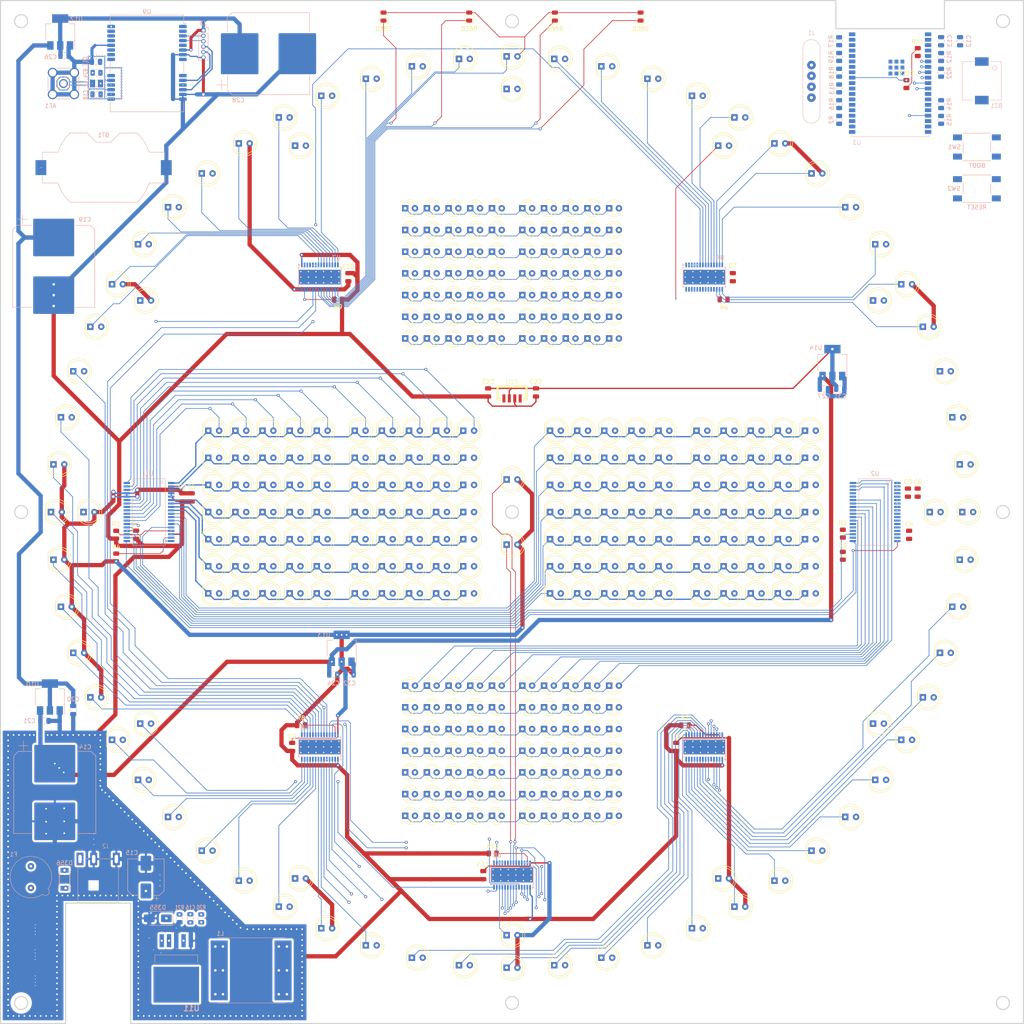
<source format=kicad_pcb>
(kicad_pcb (version 20240108) (generator "pcbnew") (generator_version "8.0")
  (layers (0 "F.Cu" signal) (1 "In1.Cu" signal) (2 "In2.Cu" signal) (31 "B.Cu" signal) (34 "B.Paste" user) (35 "F.Paste" user) (36 "B.SilkS" user "B.Silkscreen") (37 "F.SilkS" user "F.Silkscreen") (38 "B.Mask" user) (39 "F.Mask" user) (44 "Edge.Cuts" user))
  (property "PCB_SERIAL" "N/A")
  (net 0 "")
  (net 1 "/GPS timing module/GPS_ANTENNA")
  (net 2 "Net-(BT1-+)")
  (net 3 "GND")
  (net 4 "Net-(BZ1--)")
  (net 5 "Net-(U1-OSC)")
  (net 6 "+3.3V_LED")
  (net 7 "+3.3V_MCU")
  (net 8 "Net-(U2-OSC)")
  (net 9 "+3.3V_GPS")
  (net 10 "+8.1V")
  (net 11 "+5V")
  (net 12 "Net-(U3-EN)")
  (net 13 "Net-(D356-K)")
  (net 14 "Net-(U11-FB)")
  (net 15 "Net-(C17-Pad1)")
  (net 16 "Net-(U9-RF_IN)")
  (net 17 "Net-(D1-K)")
  (net 18 "Net-(D2-K)")
  (net 19 "Net-(D3-K)")
  (net 20 "Net-(D4-K)")
  (net 21 "Net-(D5-K)")
  (net 22 "Net-(D6-K)")
  (net 23 "Net-(D7-K)")
  (net 24 "Net-(D8-K)")
  (net 25 "Net-(D9-K)")
  (net 26 "Net-(D10-K)")
  (net 27 "Net-(D11-K)")
  (net 28 "Net-(D12-K)")
  (net 29 "Net-(D13-K)")
  (net 30 "Net-(D14-K)")
  (net 31 "Net-(D15-K)")
  (net 32 "Net-(D16-K)")
  (net 33 "Net-(D17-K)")
  (net 34 "Net-(D18-K)")
  (net 35 "Net-(D19-K)")
  (net 36 "Net-(D20-K)")
  (net 37 "Net-(D21-K)")
  (net 38 "Net-(D22-K)")
  (net 39 "Net-(D23-K)")
  (net 40 "Net-(D24-K)")
  (net 41 "Net-(D25-K)")
  (net 42 "Net-(D26-K)")
  (net 43 "Net-(D27-K)")
  (net 44 "Net-(D28-K)")
  (net 45 "Net-(D29-K)")
  (net 46 "Net-(D30-K)")
  (net 47 "Net-(D31-K)")
  (net 48 "Net-(D32-K)")
  (net 49 "Net-(D33-K)")
  (net 50 "Net-(D34-K)")
  (net 51 "Net-(D35-K)")
  (net 52 "Net-(D36-K)")
  (net 53 "Net-(D37-K)")
  (net 54 "Net-(D38-K)")
  (net 55 "Net-(D39-K)")
  (net 56 "Net-(D40-K)")
  (net 57 "Net-(D41-K)")
  (net 58 "Net-(D42-K)")
  (net 59 "Net-(D43-K)")
  (net 60 "Net-(D44-K)")
  (net 61 "Net-(D45-K)")
  (net 62 "Net-(D46-K)")
  (net 63 "Net-(D47-K)")
  (net 64 "Net-(D48-K)")
  (net 65 "Net-(D49-K)")
  (net 66 "Net-(D50-K)")
  (net 67 "Net-(D51-K)")
  (net 68 "Net-(D52-K)")
  (net 69 "Net-(D53-K)")
  (net 70 "Net-(D54-K)")
  (net 71 "Net-(D55-K)")
  (net 72 "Net-(D56-K)")
  (net 73 "Net-(D57-K)")
  (net 74 "Net-(D58-K)")
  (net 75 "Net-(D59-K)")
  (net 76 "Net-(D60-K)")
  (net 77 "Net-(D61-K)")
  (net 78 "Net-(D62-K)")
  (net 79 "Net-(D63-K)")
  (net 80 "Net-(D64-K)")
  (net 81 "Net-(D65-K)")
  (net 82 "Net-(D66-K)")
  (net 83 "Net-(D67-K)")
  (net 84 "Net-(D68-K)")
  (net 85 "Net-(D69-K)")
  (net 86 "Net-(D70-K)")
  (net 87 "Net-(D71-K)")
  (net 88 "Net-(D72-K)")
  (net 89 "/Clock face/LED display/LED matrices/U1D0D1R1")
  (net 90 "/Clock face/LED display/LED matrices/U1D0D2C1")
  (net 91 "/Clock face/LED display/LED matrices/U1D0D1R2")
  (net 92 "/Clock face/LED display/LED matrices/U1D0D1R3")
  (net 93 "/Clock face/LED display/LED matrices/U1D0D1R4")
  (net 94 "/Clock face/LED display/LED matrices/U1D0D1R5")
  (net 95 "/Clock face/LED display/LED matrices/U1D0D1R6")
  (net 96 "/Clock face/LED display/LED matrices/U1D0D1R7")
  (net 97 "/Clock face/LED display/LED matrices/U1D0D2C2")
  (net 98 "/Clock face/LED display/LED matrices/U1D0D2C3")
  (net 99 "/Clock face/LED display/LED matrices/U1D0D2C4")
  (net 100 "/Clock face/LED display/LED matrices/U1D0D2C5")
  (net 101 "/Clock face/LED display/LED matrices/U1D1D3C1")
  (net 102 "/Clock face/LED display/LED matrices/U1D1D3C2")
  (net 103 "/Clock face/LED display/LED matrices/U1D1D3C3")
  (net 104 "/Clock face/LED display/LED matrices/U1D1D3C4")
  (net 105 "/Clock face/LED display/LED matrices/U1D1D3C5")
  (net 106 "/Clock face/LED display/LED matrices/U1D2D3R1")
  (net 107 "/Clock face/LED display/LED matrices/U1D2D3R2")
  (net 108 "/Clock face/LED display/LED matrices/U1D2D3R3")
  (net 109 "/Clock face/LED display/LED matrices/U1D2D3R4")
  (net 110 "/Clock face/LED display/LED matrices/U1D2D3R5")
  (net 111 "/Clock face/LED display/LED matrices/U1D2D3R6")
  (net 112 "/Clock face/LED display/LED matrices/U1D2D3R7")
  (net 113 "/Clock face/LED display/LED matrices/U2D0D1R1")
  (net 114 "/Clock face/LED display/LED matrices/U2D0D2C1")
  (net 115 "/Clock face/LED display/LED matrices/U2D0D1R2")
  (net 116 "/Clock face/LED display/LED matrices/U2D0D1R3")
  (net 117 "/Clock face/LED display/LED matrices/U2D0D1R4")
  (net 118 "/Clock face/LED display/LED matrices/U2D0D1R5")
  (net 119 "/Clock face/LED display/LED matrices/U2D0D1R6")
  (net 120 "/Clock face/LED display/LED matrices/U2D0D1R7")
  (net 121 "/Clock face/LED display/LED matrices/U2D0D2C2")
  (net 122 "/Clock face/LED display/LED matrices/U2D0D2C3")
  (net 123 "/Clock face/LED display/LED matrices/U2D0D2C4")
  (net 124 "/Clock face/LED display/LED matrices/U2D0D2C5")
  (net 125 "/Clock face/LED display/LED matrices/U2D1D3C1")
  (net 126 "/Clock face/LED display/LED matrices/U2D1D3C2")
  (net 127 "/Clock face/LED display/LED matrices/U2D1D3C3")
  (net 128 "/Clock face/LED display/LED matrices/U2D1D3C4")
  (net 129 "/Clock face/LED display/LED matrices/U2D1D3C5")
  (net 130 "/Clock face/LED display/LED matrices/U2D2D3R1")
  (net 131 "/Clock face/LED display/LED matrices/U2D2D3R2")
  (net 132 "/Clock face/LED display/LED matrices/U2D2D3R3")
  (net 133 "/Clock face/LED display/LED matrices/U2D2D3R4")
  (net 134 "/Clock face/LED display/LED matrices/U2D2D3R5")
  (net 135 "/Clock face/LED display/LED matrices/U2D2D3R6")
  (net 136 "/Clock face/LED display/LED matrices/U2D2D3R7")
  (net 137 "Net-(D353-K)")
  (net 138 "Net-(D354-K)")
  (net 139 "Net-(D355-K)")
  (net 140 "Net-(D356-A)")
  (net 141 "Net-(D357-K)")
  (net 142 "Net-(D358-K)")
  (net 143 "Net-(D359-K)")
  (net 144 "Net-(D360-K)")
  (net 145 "Net-(F1-Pad1)")
  (net 146 "Net-(J1-Pin_2)")
  (net 147 "Net-(J1-Pin_3)")
  (net 148 "Net-(J3-Pin_2)")
  (net 149 "Net-(J3-Pin_3)")
  (net 150 "Net-(J3-Pin_4)")
  (net 151 "Net-(J3-Pin_5)")
  (net 152 "Net-(U1-ISET)")
  (net 153 "/Clock face/LED display/CS")
  (net 154 "/Clock face/DISP_U2BLINK")
  (net 155 "/Clock face/DISP_U1BLINK")
  (net 156 "Net-(U2-ISET)")
  (net 157 "Net-(U4-IREF)")
  (net 158 "Net-(U5-IREF)")
  (net 159 "Net-(U6-IREF)")
  (net 160 "Net-(U7-IREF)")
  (net 161 "Net-(U8-IREF)")
  (net 162 "/Clock face/LED dial/XERR")
  (net 163 "Net-(U3-IO0)")
  (net 164 "/Clock face/LED display/U2DOUT")
  (net 165 "Net-(U3-IO2)")
  (net 166 "/MCU/SCL")
  (net 167 "/MCU/SDA")
  (net 168 "/GPS timing module/GPS_TIMEPULSE")
  (net 169 "Net-(U9-VCC_RF)")
  (net 170 "/Clock face/LED dial/BLANK")
  (net 171 "/Clock face/LED display/U1DIN")
  (net 172 "/Clock face/LED display/CLK")
  (net 173 "/Clock face/LED display/DCON")
  (net 174 "/Clock face/LED dial/SIN")
  (net 175 "/Clock face/LED dial/SOUT")
  (net 176 "/Clock face/LED dial/XLAT")
  (net 177 "/Clock face/LED dial/SCLK")
  (net 178 "/Clock face/LED dial/GSCLK")
  (net 188 "/Clock face/LED dial/VPRG")
  (net 190 "/Clock face/LED dial/DCPRG")
  (net 191 "Net-(U4-SOUT)")
  (net 192 "Net-(U5-SOUT)")
  (net 193 "Net-(U6-SOUT)")
  (net 194 "Net-(U7-SOUT)")
  (footprint "LED_THT_espena:LED_D3.0mm_p2.28" (layer "F.Cu") (at 126.619 211.455)
    (property "Reference" "D225" (hide yes))
    (property "Value" "620nm")
  )
  (footprint "LED_THT_espena:LED_D3.0mm_p2.28" (layer "F.Cu") (at 148.971 216.535)
    (property "Reference" "D254" (hide yes))
    (property "Value" "620nm")
  )
  (footprint "LED_THT_espena:LED_D5.0mm_p2.54" (layer "F.Cu") (at 100.965 139.065)
    (property "Reference" "D103" (hide yes))
    (property "Value" "620nm")
  )
  (footprint "LED_THT_espena:LED_D5.0mm_p2.54" (layer "F.Cu") (at 82.710069 59.109067)
    (property "Reference" "D54" (hide yes))
    (property "Value" "620nm")
  )
  (footprint "LED_THT_espena:LED_D5.0mm_p2.54" (layer "F.Cu") (at 174.625 158.115)
    (property "Reference" "D169" (hide yes))
    (property "Value" "620nm")
  )
  (footprint "LED_THT_espena:LED_D5.0mm_p2.54" (layer "F.Cu") (at 38.735 145.415)
    (property "Reference" "D45" (hide yes))
    (property "Value" "620nm")
  )
  (footprint "LED_THT_espena:LED_D5.0mm_p2.54" (layer "F.Cu") (at 194.945 231.203476)
    (property "Reference" "D65" (hide yes))
    (property "Value" "620nm")
  )
  (footprint "LED_THT_espena:LED_D5.0mm_p2.54" (layer "F.Cu") (at 145.415 252.095)
    (property "Reference" "D30" (hide yes))
    (property "Value" "620nm")
  )
  (footprint "LED_THT_espena:LED_D5.0mm_p2.54" (layer "F.Cu") (at 122.555 164.465)
    (property "Reference" "D128" (hide yes))
    (property "Value" "620nm")
  )
  (footprint "LED_THT_espena:LED_D5.0mm_p2.54" (layer "F.Cu") (at 109.855 132.715)
    (property "Reference" "D109" (hide yes))
    (property "Value" "620nm")
  )
  (footprint "LED_THT_espena:LED_D5.0mm_p2.54" (layer "F.Cu") (at 145.415 137.795)
    (property "Reference" "D353" (hide yes))
    (property "Value" "620nm")
  )
  (footprint "LED_THT_espena:LED_D5.0mm_p2.54" (layer "F.Cu") (at 81.915 158.115)
    (property "Reference" "D85" (hide yes))
    (property "Value" "620nm")
  )
  (footprint "LED_THT_espena:LED_D3.0mm_p2.28" (layer "F.Cu") (at 136.779 206.375)
    (property "Reference" "D238" (hide yes))
    (property "Value" "620nm")
  )
  (footprint "LED_THT_espena:LED_D5.0mm_p2.54" (layer "F.Cu") (at 188.805665 242.872029)
    (property "Reference" "D26" (hide yes))
    (property "Value" "620nm")
  )
  (footprint "LED_THT_espena:LED_D5.0mm_p2.54" (layer "F.Cu") (at 109.855 151.765)
    (property "Reference" "D112" (hide yes))
    (property "Value" "620nm")
  )
  (footprint "LED_THT_espena:LED_D3.0mm_p2.28" (layer "F.Cu") (at 164.211 79.375)
    (property "Reference" "D340" (hide yes))
    (property "Value" "620nm")
  )
  (footprint "LED_THT_espena:LED_D3.0mm_p2.28" (layer "F.Cu") (at 126.619 89.535)
    (property "Reference" "D293" (hide yes))
    (property "Value" "620nm")
  )
  (footprint "LED_THT_espena:LED_D5.0mm_p2.54" (layer "F.Cu") (at 109.855 139.065)
    (property "Reference" "D110" (hide yes))
    (property "Value" "620nm")
  )
  (footprint "LED_THT_espena:LED_D5.0mm_p2.54" (layer "F.Cu") (at 94.615 158.115)
    (property "Reference" "D99" (hide yes))
    (property "Value" "620nm")
  )
  (footprint "LED_THT_espena:LED_D5.0mm_p2.54" (layer "F.Cu") (at 208.915 126.365)
    (property "Reference" "D199" (hide yes))
    (property "Value" "620nm")
  )
  (footprint "LED_THT_espena:LED_D5.0mm_p2.54" (layer "F.Cu") (at 180.975 164.465)
    (property "Reference" "D177" (hide yes))
    (property "Value" "620nm")
  )
  (footprint "LED_THT_espena:LED_D5.0mm_p2.54" (layer "F.Cu") (at 109.855 145.415)
    (property "Reference" "D111" (hide yes))
    (property "Value" "620nm")
  )
  (footprint "LED_THT_espena:LED_D5.0mm_p2.54" (layer "F.Cu") (at 156.566096 39.319404)
    (property "Reference" "D1" (hide yes))
    (property "Value" "620nm")
  )
  (footprint "Resistor_SMD:R_0805_2012Metric" (layer "F.Cu") (at 222.8596 155.6512 90)
    (property "Reference" "R3")
    (property "Value" "4.7k")
  )
  (footprint "LED_THT_espena:LED_D5.0mm_p2.54" (layer "F.Cu") (at 135.255 139.065)
    (property "Reference" "D138" (hide yes))
    (property "Value" "620nm")
  )
  (footprint "LED_THT_espena:LED_D5.0mm_p2.54" (layer "F.Cu") (at 135.255 145.415)
    (property "Reference" "D139" (hide yes))
    (property "Value" "620nm")
  )
  (footprint "LED_THT_espena:LED_D5.0mm_p2.54" (layer "F.Cu") (at 81.915 139.065)
    (property "Reference" "D82" (hide yes))
    (property "Value" "620nm")
  )
  (footprint "LED_THT_espena:LED_D3.0mm_p2.28" (layer "F.Cu") (at 154.051 84.455)
    (property "Reference" "D327" (hide yes))
    (property "Value" "620nm")
  )
  (footprint "LED_THT_espena:LED_D5.0mm_p2.54" (layer "F.Cu") (at 47.957971 188.805665)
    (property "Reference" "D41" (hide yes))
    (property "Value" "620nm")
  )
  (footprint "LED_THT_espena:LED_D3.0mm_p2.28" (layer "F.Cu") (at 136.779 99.695)
    (property "Reference" "D309" (hide yes))
    (property "Value" "620nm")
  )
  (footprint "LED_THT_espena:LED_D5.0mm_p2.54" (layer "F.Cu") (at 135.255 158.115)
    (property "Reference" "D141" (hide yes))
    (property "Value" "620nm")
  )
  (footprint "LED_THT_espena:LED_D3.0mm_p2.28" (layer "F.Cu") (at 131.699 104.775)
    (property "Reference" "D303" (hide yes))
    (property "Value" "620nm")
  )
  (footprint "LED_THT_espena:LED_D3.0mm_p2.28" (layer "F.Cu") (at 121.539 74.295)
    (property "Reference" "D283" (hide yes))
    (property "Value" "620nm")
  )
  (footprint "LED_THT_espena:LED_D3.0mm_p2.28" (layer "F.Cu") (at 121.539 216.535)
    (property "Reference" "D219" (hide yes))
    (property "Value" "620nm")
  )
  (footprint "LED_THT_espena:LED_D5.0mm_p2.54" (layer "F.Cu") (at 123.234981 41.066214)
    (property "Reference" "D58" (hide yes))
    (property "Value" "620nm")
  )
  (footprint "LED_THT_espena:LED_D5.0mm_p2.54" (layer "F.Cu") (at 59.109067 208.119931)
    (property "Reference" "D39" (hide yes))
    (property "Value" "620nm")
  )
  (footprint "LED_THT_espena:LED_D5.0mm_p2.54" (layer "F.Cu") (at 155.575 126.365)
    (property "Reference" "D143" (hide yes))
    (property "Value" "620nm")
  )
  (footprint "LED_THT_espena:LED_D5.0mm_p2.54" (layer "F.Cu") (at 167.595019 249.763786)
    (property "Reference" "D28" (hide yes))
    (property "Value" "620nm")
  )
  (footprint "LED_THT_espena:LED_D3.0mm_p2.28" (layer "F.Cu") (at 126.619 79.375)
    (property "Reference" "D291" (hide yes))
    (property "Value" "620nm")
  )
  (footprint "LED_THT_espena:LED_D3.0mm_p2.28" (layer "F.Cu") (at 159.131 201.295)
    (property "Reference" "D265" (hide yes))
    (property "Value" "620nm")
  )
  (footprint "LED_THT_espena:LED_D5.0mm_p2.54" (layer "F.Cu") (at 116.205 158.115)
    (property "Reference" "D120" (hide yes))
    (property "Value" "620nm")
  )
  (footprint "LED_THT_espena:LED_D5.0mm_p2.54" (layer "F.Cu") (at 82.710069 231.720933)
    (property "Reference" "D36" (hide yes))
    (property "Value" "620nm")
  )
  (footprint "LED_THT_espena:LED_D3.0mm_p2.28" (layer "F.Cu") (at 148.971 104.775)
    (property "Reference" "D324" (hide yes))
    (property "Value" "620nm")
  )
  (footprint "LED_THT_espena:LED_D5.0mm_p2.54" (layer "F.Cu") (at 94.615 126.365)
    (property "Reference" "D94" (hide yes))
    (property "Value" "620nm")
  )
  (footprint "LED_THT_espena:LED_D5.0mm_p2.54" (layer "F.Cu") (at 81.915 126.365)
    (property "Reference" "D80" (hide yes))
    (property "Value" "620nm")
  )
  (footprint "LED_THT_espena:LED_D5.0mm_p2.54" (layer "F.Cu") (at 116.205 139.065)
    (property "Reference" "D117" (hide yes))
    (property "Value" "620nm")
  )
  (footprint "LED_THT_espena:LED_D3.0mm_p2.28" (layer "F.Cu") (at 169.291 186.055)
    (property "Reference" "D276" (hide yes))
    (property "Value" "620nm")
  )
  (footprint "Capacitor_SMD:C_0805_2012Metric" (layer "F.Cu") (at 68.199 141.986 -90)
    (property "Reference" "C2")
    (property "Value" "100nF")
  )
  (footprint "LED_THT_espena:LED_D5.0mm_p2.54" (layer "F.Cu") (at 122.555 151.765)
    (property "Reference" "D126" (hide yes))
    (property "Value" "620nm")
  )
  (footprint "LED_THT_espena:LED_D3.0mm_p2.28" (layer "F.Cu") (at 169.291 196.215)
    (property "Reference" "D278" (hide yes))
    (property "Value" "620nm")
  )
  (footprint "LED_THT_espena:LED_D3.0mm_p2.28" (layer "F.Cu") (at 121.539 79.375)
    (property "Reference" "D284" (hide yes))
    (property "Value" "620nm")
  )
  (footprint "LED_THT_espena:LED_D5.0mm_p2.54" (layer "F.Cu") (at 39.319404 134.263904)
    (property "Reference" "D46" (hide yes))
    (property "Value" "620nm")
  )
  (footprint "LED_THT_espena:LED_D5.0mm_p2.54" (layer "F.Cu") (at 81.915 145.415)
    (property "Reference" "D83" (hide yes))
    (property "Value" "620nm")
  )
  (footprint "LED_THT_espena:LED_D5.0mm_p2.54" (layer "F.Cu") (at 180.975 132.715)
    (property "Reference" "D172" (hide yes))
    (property "Value" "620nm")
  )
  (footprint "LED_THT_espena:LED_D3.0mm_p2.28" (layer "F.Cu") (at 121.539 89.535)
    (property "Reference" "D286" (hide yes))
    (property "Value" "620nm")
  )
  (footprint "LED_THT_espena:LED_D3.0mm_p2.28" (layer "F.Cu") (at 148.971 74.295)
    (property "Reference" "D318" (hide yes))
    (property "Value" "620nm")
  )
  (footprint "LED_THT_espena:LED_D5.0mm_p2.54" (layer "F.Cu") (at 188.805665 47.957971)
    (property "Reference" "D4" (hide yes))
    (property "Value" "620nm")
  )
  (footprint "LED_THT_espena:LED_D3.0mm_p2.28" (layer "F.Cu") (at 159.131 79.375)
    (property "Reference" "D333" (hide yes))
    (property "Value" "620nm")
  )
  (footprint "LED_THT_espena:LED_D3.0mm_p2.28" (layer "F.Cu") (at 141.859 84.455)
    (property "Reference" "D313" (hide yes))
    (property "Value" "620nm")
  )
  (footprint "LED_THT_espena:LED_D5.0mm_p2.54" (layer "F.Cu") (at 53.02741 198.755)
    (property "Reference" "D40" (hide yes))
    (property "Value" "620nm")
  )
  (footprint "LED_THT_espena:LED_D3.0mm_p2.28" (layer "F.Cu") (at 121.539 196.215)
    (property "Reference" "D215" (hide yes))
    (property "Value" "620nm")
  )
  (footprint "Resistor_SMD:R_0805_2012Metric" (layer "F.Cu") (at 222.8596 150.4696 -90)
    (property "Reference" "R5")
    (property "Value" "53.6k")
  )
  (footprint "LED_THT_espena:LED_D3.0mm_p2.28" (layer "F.Cu") (at 169.291 84.455)
    (property "Reference" "D348" (hide yes))
    (property "Value" "620nm")
  )
  (footprint "Resistor_SMD:R_0805_2012Metric" (layer "F.Cu") (at 237.744 45.212 90)
    (property "Reference" "R213")
    (property "Value" "10k")
  )
  (footprint "LED_THT_espena:LED_D5.0mm_p2.54" (layer "F.Cu") (at 202.565 126.365)
    (property "Reference" "D192" (hide yes))
    (property "Value" "620nm")
  )
  (footprint "LED_THT_espena:LED_D5.0mm_p2.54" (layer "F.Cu") (at 75.565 164.465)
    (property "Reference" "D79" (hide yes))
    (property "Value" "620nm")
  )
  (footprint "LED_THT_espena:LED_D5.0mm_p2.54" (layer "F.Cu") (at 156.566096 251.510596)
    (property "Reference" "D29" (hide yes))
    (property "Value" "620nm")
  )
  (footprint "LED_THT_espena:LED_D5.0mm_p2.54" (layer "F.Cu") (at 109.855 164.465)
    (property "Reference" "D114" (hide yes))
    (property "Value" "620nm")
  )
  (footprint "LED_THT_espena:LED_D3.0mm_p2.28" (layer "F.Cu") (at 164.211 104.775)
    (property "Reference" "D345" (hide yes))
    (property "Value" "620nm")
  )
  (footprint "LED_THT_espena:LED_D5.0mm_p2.54" (layer "F.Cu") (at 208.915 164.465)
    (property "Reference" "D205" (hide yes))
    (property "Value" "620nm")
  )
  (footprint "LED_THT_espena:LED_D5.0mm_p2.54" (layer "F.Cu") (at 237.80259 198.755)
    (property "Reference" "D20" (hide yes))
    (property "Value" "620nm")
  )
  (footprint "LED_THT_espena:LED_D5.0mm_p2.54" (layer "F.Cu") (at 135.255 126.365)
    (property "Reference" "D136" (hide yes))
    (property "Value" "620nm")
  )
  (footprint "LED_THT_espena:LED_D3.0mm_p2.28" (layer "F.Cu") (at 136.779 211.455)
    (property "Reference" "D239" (hide yes))
    (property "Value" "620nm")
  )
  (footprint "LED_THT_espena:LED_D3.0mm_p2.28" (layer "F.Cu") (at 136.779 79.375)
    (property "Reference" "D305" (hide yes))
    (property "Value" "620nm")
  )
  (footprint "LED_THT_espena:LED_D5.0mm_p2.54" (layer "F.Cu") (at 88.265 151.765)
    (property "Reference" "D91" (hide yes))
    (property "Value" "620nm")
  )
  (footprint "LED_THT_espena:LED_D5.0mm_p2.54" (layer "F.Cu") (at 168.275 164.465)
    (property "Reference" "D163" (hide yes))
    (property "Value" "620nm")
  )
  (footprint "Resistor_SMD:R_0805_2012Metric" (layer "F.Cu") (at 185.928 195.326 180)
    (property "Reference" "R7")
    (property "Value" "2k")
  )
  (footprint "LED_THT_espena:LED_D3.0mm_p2.28" (layer "F.Cu") (at 131.699 186.055)
    (property "Reference" "D227" (hide yes))
    (property "Value" "620nm")
  )
  (footprint "LED_THT_espena:LED_D3.0mm_p2.28" (layer "F.Cu") (at 159.131 191.135)
    (property "Reference" "D263" (hide yes))
    (property "Value" "620nm")
  )
  (footprint "LED_THT_espena:LED_D3.0mm_p2.28" (layer "F.Cu") (at 159.131 104.775)
    (property "Reference" "D338" (hide yes))
    (property "Value" "620nm")
  )
  (footprint "LED_THT_espena:LED_D5.0mm_p2.54" (layer "F.Cu") (at 231.720933 82.710069)
    (property "Reference" "D9" (hide yes))
    (property "Value" "620nm")
  )
  (footprint "LED_THT_espena:LED_D5.0mm_p2.54" (layer "F.Cu") (at 46.355 145.415)
    (property "Reference" "D69" (hide yes))
    (property "Value" "620nm")
  )
  (footprint "LED_THT_espena:LED_D3.0mm_p2.28" (layer "F.Cu") (at 121.539 191.135)
    (property "Reference" "D214" (hide yes))
    (property "Value" "620nm")
  )
  (footprint "LED_THT_espena:LED_D5.0mm_p2.54" (layer "F.Cu") (at 237.80259 92.075)
    (property "Reference" "D10" (hide yes))
    (property "Value" "620nm")
  )
  (footprint "LED_THT_espena:LED_D5.0mm_p2.54" (layer "F.Cu") (at 196.215 164.465)
    (property "Reference" "D191" (hide yes))
    (property "Value" "620nm")
  )
  (footprint "LED_THT_espena:LED_D5.0mm_p2.54" (layer "F.Cu") (at 224.69369 216.797853)
    (property "Reference" "D22" (hide yes))
    (property "Value" "620nm")
  )
  (footprint "LED_THT_espena:LED_D3.0mm_p2.28" (layer "F.Cu") (at 164.211 94.615)
    (property "Reference" "D343" (hide yes))
    (property "Value" "620nm")
  )
  (footprint "LED_THT_espena:LED_D5.0mm_p2.54" (layer "F.Cu") (at 145.415 244.475)
    (property "Reference" "D66" (hide yes))
    (property "Value" "620nm")
  )
  (footprint "LED_THT_espena:LED_D3.0mm_p2.28" (layer "F.Cu") (at 131.699 206.375)
    (property "Reference" "D231" (hide yes))
    (property "Value" "620nm")
  )
  (footprint "LED_THT_espena:LED_D5.0mm_p2.54" (layer "F.Cu") (at 116.205 132.715)
    (property "Reference" "D116" (hide yes))
    (property "Value" "620nm")
  )
  (footprint "LED_THT_espena:LED_D3.0mm_p2.28" (layer "F.Cu") (at 159.131 216.535)
    (property "Reference" "D268" (hide yes))
    (property "Value" "620nm")
  )
  (footprint "LED_THT_espena:LED_D3.0mm_p2.28" (layer "F.Cu") (at 154.051 186.055)
    (property "Reference" "D255" (hide yes))
    (property "Value" "620nm")
  )
  (footprint "LED_THT_espena:LED_D3.0mm_p2.28" (layer "F.Cu") (at 154.051 191.135)
    (property "Reference" "D256" (hide yes))
    (property "Value" "620nm")
  )
  (footprint "LED_THT_espena:LED_D5.0mm_p2.54" (layer "F.Cu") (at 178.380933 246.873709)
    (property "Reference" "D27" (hide yes))
    (property "Value" "620nm")
  )
  (footprint "LED_THT_espena:LED_D5.0mm_p2.54" (layer "F.Cu") (at 189.865 151.765)
    (property "Reference" "D182" (hide yes))
    (property "Value" "620nm")
  )
  (footprint "Resistor_SMD:R_0805_2012Metric" (layer "F.Cu") (at 240.411 37.719 -90)
    (property "Reference" "R11")
    (property "Value" "R")
  )
  (footprint "LED_THT_espena:LED_D5.0mm_p2.54" (layer "F.Cu") (at 66.13631 216.797853)
    (property "Reference" "D38" (hide yes))
    (property "Value" "620nm")
  )
  (footprint "LED_THT_espena:LED_D5.0mm_p2.54" (layer "F.Cu") (at 180.975 126.365)
    (property "Reference" "D171" (hide yes))
    (property "Value" "620nm")
  )
  (footprint "LED_THT_espena:LED_D5.0mm_p2.54" (layer "F.Cu") (at 161.925 132.715)
    (property "Reference" "D151" (hide yes))
    (property "Value" "620nm")
  )
  (footprint "LED_THT_espena:LED_D5.0mm_p2.54" (layer "F.Cu") (at 66.13631 74.032147)
    (property "Reference" "D52" (hide yes))
    (property "Value" "620nm")
  )
  (footprint "LED_THT_espena:LED_D5.0mm_p2.54" (layer "F.Cu") (at 155.575 139.065)
    (property "Reference" "D145" (hide yes))
    (property "Value" "620nm")
  )
  (footprint "LED_THT_espena:LED_D5.0mm_p2.54" (layer "F.Cu") (at 41.066214 123.234981)
    (property "Reference" "D47" (hide yes))
    (property "Value" "620nm")
  )
  (footprint "Capacitor_SMD:C_0805_2012Metric" (layer "F.Cu") (at 183.8452 200.406 -90)
    (property "Reference" "C8")
    (property "Value" "100nF")
  )
  (footprint "LED_THT_espena:LED_D3.0mm_p2.28" (layer "F.Cu") (at 169.291 211.455)
    (property "Reference" "D281" (hide yes))
    (property "Value" "620nm")
  )
  (footprint "LED_THT_espena:LED_D5.0mm_p2.54" (layer "F.Cu") (at 215.265 139.065)
    (property "Reference" "D208" (hide yes))
    (property "Value" "620nm")
  )
  (footprint "LED_THT_espena:LED_D3.0mm_p2.28" (layer "F.Cu") (at 164.211 211.455)
    (property "Reference" "D274" (hide yes))
    (property "Value" "620nm")
  )
  (footprint "LED_THT_espena:LED_D3.0mm_p2.28" (layer "F.Cu") (at 154.051 79.375)
    (property "Reference" "D326" (hide yes))
    (property "Value" "620nm")
  )
  (footprint "LED_THT_espena:LED_D3.0mm_p2.28" (layer "F.Cu") (at 121.539 186.055)
    (property "Reference" "D213" (hide yes))
    (property "Value" "620nm")
  )
  (footprint "LED_THT_espena:LED_D3.0mm_p2.28" (layer "F.Cu") (at 169.291 99.695)
    (property "Reference" "D351" (hide yes))
    (property "Value" "620nm")
  )
  (footprint "LED_THT_espena:LED_D3.0mm_p2.28" (layer "F.Cu") (at 136.779 94.615)
    (property "Reference" "D308" (hide yes))
    (property "Value" "620nm")
  )
  (footprint "LED_THT_espena:LED_D5.0mm_p2.54" (layer "F.Cu") (at 202.565 164.465)
    (property "Reference" "D198" (hide yes))
    (property "Value" "620nm")
  )
  (footprint "LED_THT_espena:LED_D3.0mm_p2.28" (layer "F.Cu") (at 154.051 201.295)
    (property "Reference" "D258" (hide yes))
    (property "Value" "620nm")
  )
  (footprint "LED_THT_espena:LED_D5.0mm_p2.54" (layer "F.Cu") (at 180.975 145.415)
    (property "Reference" "D174" (hide yes))
    (property "Value" "620nm")
  )
  (footprint "Resistor_SMD:R_0805_2012Metric" (layer "F.Cu") (at 140.8684 225.3488 180)
    (property "Reference" "R10")
    (property "Value" "2k")
  )
  (footprint "LED_THT_espena:LED_D5.0mm_p2.54" (layer "F.Cu") (at 135.255 132.715)
    (property "Reference" "D137" (hide yes))
    (property "Value" "620nm")
  )
  (footprint "LED_THT_espena:LED_D3.0mm_p2.28" (layer "F.Cu") (at 141.859 74.295)
    (property "Reference" "D311" (hide yes))
    (property "Value" "620nm")
  )
  (footprint "LED_THT_espena:LED_D5.0mm_p2.54" (layer "F.Cu") (at 128.905 132.715)
    (property "Reference" "D130" (hide yes))
    (property "Value" "620nm")
  )
  (footprint "LED_THT_espena:LED_D3.0mm_p2.28" (layer "F.Cu") (at 131.699 74.295)
    (property "Reference" "D297" (hide yes))
    (property "Value" "620nm")
  )
  (footprint "LED_THT_espena:LED_D5.0mm_p2.54" (layer "F.Cu") (at 180.975 158.115)
    (property "Reference" "D176" (hide yes))
    (property "Value" "620nm")
  )
  (footprint "LED_THT_espena:LED_D5.0mm_p2.54" (layer "F.Cu") (at 88.265 158.115)
    (property "Reference" "D92" (hide yes))
    (property "Value" "620nm")
  )
  (footprint "LED_THT_espena:LED_D5.0mm_p2.54" (layer "F.Cu") (at 75.565 139.065)
    (property "Reference" "D75" (hide yes))
    (property "Value" "620nm")
  )
  (footprint "LED_SMD:LED_0805_2012Metric" (layer "F.Cu") (at 135.381125 29.413876 90)
    (property "Reference" "D358")
    (property "Value" "570nm")
  )
  (footprint "LED_THT_espena:LED_D3.0mm_p2.28" (layer "F.Cu") (at 141.859 104.775)
    (property "Reference" "D317" (hide yes))
    (property "Value" "620nm")
  )
  (footprint "Capacitor_SMD:C_0805_2012Metric" (layer "F.Cu") (at 197.104 90.424 90)
    (property "Reference" "C7")
    (property "Value" "100nF")
  )
  (footprint "LED_THT_espena:LED_D5.0mm_p2.54" (layer "F.Cu") (at 135.255 151.765)
    (property "Reference" "D140" (hide yes))
    (property "Value" "620nm")
  )
  (footprint "LED_THT_espena:LED_D5.0mm_p2.54" (layer "F.Cu") (at 231.720933 208.119931)
    (property "Reference" "D21" (hide yes))
    (property "Value" "620nm")
  )
  (footprint "LED_THT_espena:LED_D5.0mm_p2.54" (layer "F.Cu") (at 116.205 145.415)
    (property "Reference" "D118" (hide yes))
    (property "Value" "620nm")
  )
  (footprint "LED_THT_espena:LED_D5.0mm_p2.54" (layer "F.Cu") (at 122.555 158.115)
    (property "Reference" "D127" (hide yes))
    (property "Value" "620nm")
  )
  (footprint "LED_THT_espena:LED_D3.0mm_p2.28" (layer "F.Cu") (at 121.539 104.775)
    (property "Reference" "D289" (hide yes))
    (property "Value" "620nm")
  )
  (footprint "LED_THT_espena:LED_D5.0mm_p2.54" (layer "F.Cu") (at 161.925 158.115)
    (property "Reference" "D155" (hide yes))
    (property "Value" "620nm")
  )
  (footprint "LED_THT_espena:LED_D3.0mm_p2.28" (layer "F.Cu") (at 131.699 79.375)
    (property "Reference" "D298" (hide yes))
    (property "Value" "620nm")
  )
  (footprint "LED_THT_espena:LED_D3.0mm_p2.28" (layer "F.Cu") (at 131.699 196.215)
    (property "Reference" "D229" (hide yes))
    (property "Value" "620nm")
  )
  (footprint "LED_THT_espena:LED_D5.0mm_p2.54" (layer "F.Cu") (at 202.565 145.415)
    (property "Reference" "D195" (hide yes))
    (property "Value" "620nm")
  )
  (footprint "LED_THT_espena:LED_D5.0mm_p2.54" (layer "F.Cu") (at 161.925 145.415)
    (property "Reference" "D153" (hide yes))
    (property "Value" "620nm")
  )
  (footprint "LED_THT_espena:LED_D3.0mm_p2.28" (layer "F.Cu") (at 121.539 94.615)
    (property "Reference" "D287" (hide yes))
    (property "Value" "620nm")
  )
  (footprint "LED_THT_espena:LED_D3.0mm_p2.28" (layer "F.Cu") (at 121.539 211.455)
    (property "Reference" "D218" (hide yes))
    (property "Value" "620nm")
  )
  (footprint "LED_THT_espena:LED_D5.0mm_p2.54" (layer "F.Cu") (at 92.075 53.02741)
    (property "Reference" "D55" (hide yes))
    (property "Value" "620nm")
  )
  (footprint "LED_THT_espena:LED_D5.0mm_p2.54" (layer "F.Cu") (at 123.234981 249.763786)
    (property "Reference" "D32" (hide yes))
    (property "Value" "620nm")
  )
  (footprint "LED_THT_espena:LED_D3.0mm_p2.28" (layer "F.Cu") (at 169.291 89.535)
    (property "Reference" "D349" (hide yes))
    (property "Value" "620nm")
  )
  (footprint "LED_THT_espena:LED_D3.0mm_p2.28" (layer "F.Cu") (at 121.539 84.455)
    (property "Reference" "D285" (hide yes))
    (property "Value" "620nm")
  )
  (footprint "LED_THT_espena:LED_D3.0mm_p2.28" (layer "F.Cu") (at 141.859 94.615)
    (property "Reference" "D315" (hide yes))
    (property "Value" "620nm")
  )
  (footprint "LED_THT_espena:LED_D5.0mm_p2.54" (layer "F.Cu") (at 100.965 126.365)
    (property "Reference" "D101" (hide yes))
    (property "Value" "620nm")
  )
  (footprint "LED_THT_espena:LED_D3.0mm_p2.28" (layer "F.Cu") (at 131.699 84.455)
    (property "Reference" "D299" (hide yes))
    (property "Value" "620nm")
  )
  (footprint "LED_THT_espena:LED_D5.0mm_p2.54" (layer "F.Cu") (at 145.415 153.035)
    (property "Reference" "D354" (hide yes))
    (property "Value" "620nm")
  )
  (footprint "LED_THT_espena:LED_D5.0mm_p2.54" (layer "F.Cu") (at 59.109067 82.710069)
    (property "Reference" "D51" (hide yes))
    (property "Value" "620nm")
  )
  (footprint "LED_THT_espena:LED_D5.0mm_p2.54" (layer "F.Cu") (at 202.565 132.715)
    (property "Reference" "D193" (hide yes))
    (property "Value" "620nm")
  )
  (footprint "LED_THT_espena:LED_D3.0mm_p2.28" (layer "F.Cu") (at 148.971 196.215)
    (property "Reference" "D250" (hide yes))
    (property "Value" "620nm")
  )
  (footprint "LED_THT_espena:LED_D5.0mm_p2.54" (layer "F.Cu") (at 94.615 132.715)
    (property "Reference" "D95" (hide yes))
    (property "Value" "620nm")
  )
  (footprint "LED_THT_espena:LED_D5.0mm_p2.54" (layer "F.Cu") (at 43.956291 112.449067)
    (property "Reference" "D48" (hide yes))
    (property "Value" "620nm")
  )
  (footprint "LED_THT_espena:LED_D5.0mm_p2.54" (layer "F.Cu") (at 75.565 145.415)
    (property "Reference" "D76" (hide yes))
    (property "Value" "620nm")
  )
  (footprint "LED_THT_espena:LED_D3.0mm_p2.28" (layer "F.Cu") (at 164.211 74.295)
    (property "Reference" "D339" (hide yes))
    (property "Value" "620nm")
  )
  (footprint "LED_THT_espena:LED_D5.0mm_p2.54" (layer "F.Cu") (at 174.625 132.715)
    (property "Reference" "D165" (hide yes))
    (property "Value" "620nm")
  )
  (footprint "LED_THT_espena:LED_D3.0mm_p2.28" (layer "F.Cu") (at 154.051 104.775)
    (property "Reference" "D331" (hide yes))
    (property "Value" "620nm")
  )
  (footprint "LED_THT_espena:LED_D5.0mm_p2.54" (layer "F.Cu") (at 216.797853 224.69369)
    (property "Reference" "D23" (hide yes))
    (property "Value" "620nm")
  )
  (footprint "LED_THT_espena:LED_D3.0mm_p2.28" (layer "F.Cu") (at 136.779 196.215)
    (property "Reference" "D236" (hide yes))
    (property "Value" "620nm")
  )
  (footprint "LED_THT_espena:LED_D5.0mm_p2.54" (layer "F.Cu") (at 59.626524 194.945)
    (property "Reference" "D68" (hide yes))
    (property "Value" "620nm")
  )
  (footprint "LED_THT_espena:LED_D3.0mm_p2.28" (layer "F.Cu") (at 141.859 206.375)
    (property "Reference" "D245" (hide yes))
    (property "Value" "620nm")
  )
  (footprint "LED_THT_espena:LED_D5.0mm_p2.54" (layer "F.Cu") (at 128.905 126.365)
    (property "Reference" "D129" (hide yes))
    (property "Value" "620nm")
  )
  (footprint "LED_THT_espena:LED_D3.0mm_p2.28" (layer "F.Cu") (at 169.291 216.535)
    (property "Reference" "D282" (hide yes))
    (property "Value" "620nm")
  )
  (footprint "LED_THT_espena:LED_D5.0mm_p2.54" (layer "F.Cu") (at 215.265 164.465)
    (property "Reference" "D212" (hide yes))
    (property "Value" "620nm")
  )
  (footprint "LED_THT_espena:LED_D5.0mm_p2.54" (layer "F.Cu") (at 94.615 151.765)
    (property "Reference" "D98" (hide yes))
    (property "Value" "620nm")
  )
  (footprint "LED_THT_espena:LED_D5.0mm_p2.54" (layer "F.Cu") (at 242.872029 102.024335)
    (property "Reference" "D11" (hide yes))
    (property "Value" "620nm")
  )
  (footprint "LED_THT_espena:LED_D5.0mm_p2.54" (layer "F.Cu") (at 145.415 46.355)
    (property "Reference" "D72" (hide yes))
    (property "Value" "620nm")
  )
  (footprint "LED_THT_espena:LED_D5.0mm_p2.54" (layer "F.Cu") (at 198.755 53.02741)
    (property "Reference" "D5" (hide yes))
    (property "Value" "620nm")
  )
  (footprint "LED_THT_espena:LED_D5.0mm_p2.54" (layer "F.Cu") (at 174.625 126.365)
    (property "Reference" "D164" (hide yes))
    (property "Value" "620nm")
  )
  (footprint "LED_THT_espena:LED_D5.0mm_p2.54" (layer "F.Cu") (at 168.275 151.765)
    (property "Reference" "D161" (hide yes))
    (property "Value" "620nm")
  )
  (footprint "LED_THT_espena:LED_D5.0mm_p2.54" (layer "F.Cu") (at 196.215 158.115)
    (property "Reference" "D190" (hide yes))
    (property "Value" "620nm")
  )
  (footprint "LED_THT_espena:LED_D3.0mm_p2.28" (layer "F.Cu") (at 136.779 216.535)
    (property "Reference" "D240" (hide yes))
    (property "Value" "620nm")
  )
  (footprint "LED_THT_espena:LED_D3.0mm_p2.28" (layer "F.Cu") (at 148.971 186.055)
    (property "Reference" "D248" (hide yes))
    (property "Value" "620nm")
  )
  (footprint "LED_THT_espena:LED_D5.0mm_p2.54" (layer "F.Cu") (at 100.965 132.715)
    (property "Reference" "D102" (hide yes))
    (property "Value" "620nm")
  )
  (footprint "LED_THT_espena:LED_D5.0mm_p2.54" (layer "F.Cu") (at 134.263904 251.510596)
    (property "Reference" "D31" (hide yes))
    (property "Value" "620nm")
  )
  (footprint "LED_THT_espena:LED_D3.0mm_p2.28" (layer "F.Cu") (at 126.619 216.535)
    (property "Reference" "D226" (hide yes))
    (property "Value" "620nm")
  )
  (footprint "Resistor_SMD:R_0805_2012Metric" (layer "F.Cu") (at 52.7304 150.7236 -90)
    (property "Reference" "R1")
    (property "Value" "53.6k")
  )
  (footprint "LED_THT_espena:LED_D5.0mm_p2.54" (layer "F.Cu") (at 174.625 151.765)
    (property "Reference" "D168" (hide yes))
    (property "Value" "620nm")
  )
  (footprint "LED_THT_espena:LED_D3.0mm_p2.28" (layer "F.Cu") (at 164.211 196.215)
    (property "Reference" "D271" (hide yes))
    (property "Value" "620nm")
  )
  (footprint "LED_THT_espena:LED_D5.0mm_p2.54" (layer "F.Cu") (at 95.885 231.203476)
    (property "Reference" "D67" (hide yes))
    (property "Value" "620nm")
  )
  (footprint "Capacitor_SMD:C_0805_2012Metric" (layer "F.Cu") (at 139.815 117.415 -90)
    (property "Reference" "C23")
    (property "Value" "10μF")
  )
  (footprint "LED_THT_espena:LED_D5.0mm_p2.54" (layer "F.Cu") (at 208.915 145.415)
    (property "Reference" "D202" (hide yes))
    (property "Value" "620nm")
  )
  (footprint "LED_THT_espena:LED_D5.0mm_p2.54" (layer "F.Cu") (at 196.215 151.765)
    (property "Reference" "D189" (hide yes))
    (property "Value" "620nm")
  )
  (footprint "LED_THT_espena:LED_D5.0mm_p2.54" (layer "F.Cu") (at 168.275 145.415)
    (property "Reference" "D160" (hide yes))
    (property "Value" "620nm")
  )
  (footprint "LED_THT_espena:LED_D3.0mm_p2.28" (layer "F.Cu") (at 159.131 99.695)
    (property "Reference" "D337" (hide yes))
    (property "Value" "620nm")
  )
  (footprint "LED_THT_espena:LED_D5.0mm_p2.54" (layer "F.Cu") (at 128.905 151.765)
    (property "Reference" "D133" (hide yes))
    (property "Value" "620nm")
  )
  (footprint "Capacitor_SMD:C_0805_2012Metric" (layer "F.Cu") (at 57.404 150.7236 90)
    (property "Reference" "C1")
    (property "Value" "26pF")
  )
  (footprint "LED_THT_espena:LED_D3.0mm_p2.28" (layer "F.Cu") (at 148.971 94.615)
    (property "Reference" "D322" (hide yes))
    (property "Value" "620nm")
  )
  (footprint "LED_THT_espena:LED_D5.0mm_p2.54" (layer "F.Cu") (at 128.905 139.065)
    (property "Reference" "D131" (hide yes))
    (property "Value" "620nm")
  )
  (footprint "LED_THT_espena:LED_D5.0mm_p2.54" (layer "F.Cu") (at 100.965 145.415)
    (property "Reference" "D104" (hide yes))
    (property "Value" "620nm")
  )
  (footprint "LED_THT_espena:LED_D3.0mm_p2.28" (layer "F.Cu") (at 159.131 89.535)
    (property "Reference" "D335" (hide yes))
    (property "Value" "620nm")
  )
  (footprint "LED_THT_espena:LED_D5.0mm_p2.54" (layer "F.Cu") (at 81.915 164.465)
    (property "Reference" "D86" (hide yes))
    (property "Value" "620nm")
  )
  (footprint "LED_THT_espena:LED_D3.0mm_p2.28" (layer "F.Cu") (at 131.699 201.295)
    (property "Reference" "D230" (hide yes))
    (property "Value" "620nm")
  )
  (footprint "LED_THT_espena:LED_D5.0mm_p2.54" (layer "F.Cu") (at 168.275 139.065)
    (property "Reference" "D159" (hide yes))
    (property "Value" "620nm")
  )
  (footprint "LED_THT_espena:LED_D3.0mm_p2.28" (layer "F.Cu") (at 126.619 74.295)
    (property "Reference" "D290" (hide yes))
    (property "Value" "620nm")
  )
  (footprint "Resistor_SMD:R_0805_2012Metric" (layer "F.Cu") (at 96.012 195.326 180)
    (property "Reference" "R8")
    (property "Value" "2k")
  )
  (footprint "LED_THT_espena:LED_D5.0mm_p2.54" (layer "F.Cu") (at 100.965 158.115)
    (property "Reference" "D106" (hide yes))
    (property "Value" "620nm")
  )
  (footprint "LED_THT_espena:LED_D5.0mm_p2.54" (layer "F.Cu") (at 202.565 151.765)
    (property "Reference" "D196" (hide yes))
    (property "Value" "620nm")
  )
  (footprint "LED_THT_espena:LED_D5.0mm_p2.54" (layer "F.Cu") (at 168.275 126.365)
    (property "Reference" "D157" (hide yes))
    (property "Value" "620nm")
  )
  (footprint "Capacitor_SMD:C_0805_2012Metric" (layer "F.Cu") (at 107.0864 90.424 90)
    (property "Reference" "C10")
    (property "Value" "100nF")
  )
  (footprint "LED_THT_espena:LED_D5.0mm_p2.54" (layer "F.Cu") (at 47.957971 102.024335)
    (property "Reference" "D49" (hide yes))
    (property "Value" "620nm")
  )
  (footprint "Resistor_SMD:R_0805_2012Metric" (layer "F.Cu") (at 52.7304 156.0576 90)
    (property "Reference" "R4")
    (property "Value" "R")
  )
  (footprint "LED_THT_espena:LED_D5.0mm_p2.54" (layer "F.Cu") (at 39.319404 156.566096)
    (property "Reference" "D44" (hide yes))
    (property "Value" "620nm")
  )
  (footprint "LED_THT_espena:LED_D5.0mm_p2.54" (layer "F.Cu") (at 208.119931 59.109067)
    (property "Reference" "D6" (hide yes))
    (property "Value" "620nm")
  )
  (footprint "Capacitor_SMD:C_0805_2012Metric" (layer "F.Cu") (at 240.3856 140.8684 90)
    (property "Reference" "C6")
    (property "Value" "47uF")
  )
  (footprint "LED_THT_espena:LED_D5.0mm_p2.54" (layer "F.Cu") (at 216.797853 66.13631)
    (property "Reference" "D7" (hide yes))
    (property "Value" "620nm")
  )
  (footprint "LED_THT_espena:LED_D5.0mm_p2.54" (layer "F.Cu") (at 189.865 145.415)
    (property "Reference" "D181" (hide yes))
    (property "Value" "620nm")
  )
  (footprint "LED_THT_espena:LED_D3.0mm_p2.28" (layer "F.Cu") (at 121.539 206.375)
    (property "Reference" "D217" (hide yes))
    (property "Value" "620nm")
  )
  (footprint "LED_THT_espena:LED_D3.0mm_p2.28" (layer "F.Cu") (at 131.699 211.455)
    (property "Reference" "D232" (hide yes))
    (property "Value" "620nm")
  )
  (footprint "LED_THT_espena:LED_D5.0mm_p2.54" (layer "F.Cu") (at 41.066214 167.595019)
    (property "Reference" "D43" (hide yes))
    (property "Value" "620nm")
  )
  (footprint "LED_THT_espena:LED_D5.0mm_p2.54" (layer "F.Cu") (at 215.265 126.365)
    (property "Reference" "D206" (hide yes))
    (property "Value" "620nm")
  )
  (footprint "LED_THT_espena:LED_D3.0mm_p2.28" (layer "F.Cu") (at 164.211 216.535)
    (property "Reference" "D275" (hide yes))
    (property "Value" "620nm")
  )
  (footprint "Capacitor_SMD:C_0805_2012Metric" (layer "F.Cu") (at 138.684 230.4288 -90)
    (property "Reference" "C11")
    (property "Value" "100nF")
  )
  (footprint "LED_THT_espena:LED_D5.0mm_p2.54" (layer "F.Cu") (at 251.510596 134.263904)
    (property "Reference" "D14" (hide yes))
    (property "Value" "620nm")
  )
  (footprint "LED_THT_espena:LED_D3.0mm_p2.28" (layer "F.Cu") (at 148.971 191.135)
    (property "Reference" "D249" (hide yes))
    (property "Value" "620nm")
  )
  (footprint "LED_THT_espena:LED_D5.0mm_p2.54" (layer "F.Cu") (at 155.575 158.115)
    (property "Reference" "D148" (hide yes))
    (property "Value" "620nm")
  )
  (footprint "LED_THT_espena:LED_D5.0mm_p2.54" (layer "F.Cu") (at 167.595019 41.066214)
    (property "Reference" "D2" (hide yes))
    (property "Value" "620nm")
  )
  (footprint "LED_THT_espena:LED_D5.0mm_p2.54" (layer "F.Cu") (at 189.865 139.065)
    (property "Reference" "D180" (hide yes))
    (property "Value" "620nm")
  )
  (footprint "LED_THT_espena:LED_D5.0mm_p2.54" (layer "F.Cu") (at 215.265 151.765)
    (property "Reference" "D210" (hide yes))
    (property "Value" "620nm")
  )
  (footprint "LED_THT_espena:LED_D3.0mm_p2.28" (layer "F.Cu") (at 126.619 196.215)
    (property "Reference" "D222" (hide yes))
    (property "Value" "620nm")
  )
  (footprint "LED_THT_espena:LED_D5.0mm_p2.54" (layer "F.Cu") (at 180.975 151.765)
    (property "Reference" "D175" (hide yes))
    (property "Value" "620nm")
  )
  (footprint "LED_THT_espena:LED_D5.0mm_p2.54" (layer "F.Cu") (at 249.763786 167.595019)
    (property "Reference" "D17" (hide yes))
    (property "Value" "620nm")
  )
  (footprint "LED_THT_espena:LED_D3.0mm_p2.28" (layer "F.Cu") (at 159.131 196.215)
    (property "Reference" "D264" (hide yes))
    (property "Value" "620nm")
  )
  (footprint "LED_THT_espena:LED_D3.0mm_p2.28" (layer "F.Cu") (at 164.211 186.055)
    (property "Reference" "D269" (hide yes))
    (property "Value" "620nm")
  )
  (footprint "LED_THT_espena:LED_D5.0mm_p2.54" (layer "F.Cu") (at 208.915 139.065)
    (property "Reference" "D201" (hide yes))
    (property "Value" "620nm")
  )
  (footprint "LED_THT_espena:LED_D3.0mm_p2.28" (layer "F.Cu") (at 131.699 89.535)
    (property "Reference" "D300" (hide yes))
    (property "Value" "620nm")
  )
  (footprint "LED_THT_espena:LED_D3.0mm_p2.28" (layer "F.Cu") (at 148.971 206.375)
    (property "Reference" "D252" (hide yes))
    (property "Value" "620nm")
  )
  (footprint "LED_THT_espena:LED_D5.0mm_p2.54" (layer "F.Cu") (at 161.925 151.765)
    (property "Reference" "D154" (hide yes))
    (property "Value" "620nm")
  )
  (footprint "LED_THT_espena:LED_D5.0mm_p2.54" (layer "F.Cu") (at 215.265 132.715)
    (property "Reference" "D207" (hide yes))
    (property "Value" "620nm")
  )
  (footprint "LED_THT_espena:LED_D3.0mm_p2.28" (layer "F.Cu") (at 148.971 211.455)
    (property "Reference" "D253" (hide yes))
    (property "Value" "620nm")
  )
  (footprint "LED_THT_espena:LED_D5.0mm_p2.54" (layer "F.Cu") (at 112.449067 246.873709)
    (property "Reference" "D33" (hide yes))
    (property "Value" "620nm")
  )
  (footprint "LED_THT_espena:LED_D3.0mm_p2.28" (layer "F.Cu") (at 126.619 206.375)
    (property "Reference" "D224" (hide yes))
    (property "Value" "620nm")
  )
  (footprint "LED_THT_espena:LED_D5.0mm_p2.54" (layer "F.Cu") (at 252.095 145.415)
    (property "Reference" "D15" (hide yes))
    (property "Value" "620nm")
  )
  (footprint "LED_THT_espena:LED_D5.0mm_p2.54" (layer "F.Cu") (at 161.925 126.365)
    (property "Reference" "D150" (hide yes))
    (property "Value" "620nm")
  )
  (footprint "LED_THT_espena:LED_D5.0mm_p2.54" (layer "F.Cu") (at 122.555 132.715)
    (property "Reference" "D123" (hide yes))
    (property "Value" "620nm")
  )
  (footprint "LED_THT_espena:LED_D5.0mm_p2.54" (layer "F.Cu") (at 59.626524 95.885)
    (property "Reference" "D70" (hide yes))
    (property "Value" "620nm")
  )
  (footprint "LED_THT_espena:LED_D5.0mm_p2.54" (layer "F.Cu") (at 174.625 164.465)
    (property "Reference" "D170" (hide yes))
    (property "Value" "620nm")
  )
  (footprint "LED_THT_espena:LED_D5.0mm_p2.54" (layer "F.Cu") (at 102.024335 242.872029)
    (property "Reference" "D34" (hide yes))
    (property "Value" "620nm")
  )
  (footprint "LED_THT_espena:LED_D3.0mm_p2.28" (layer "F.Cu") (at 136.779 186.055)
    (property "Reference" "D234" (hide yes))
    (property "Value" "620nm")
  )
  (footprint "LED_THT_espena:LED_D3.0mm_p2.28" (layer "F.Cu") (at 141.859 216.535)
    (property "Reference" "D247" (hide yes))
    (property "Value" "620nm")
  )
  (footprint "LED_THT_espena:LED_D3.0mm_p2.28" (layer "F.Cu") (at 154.051 74.295)
    (property "Reference" "D325" (hide yes))
    (property "Value" "620nm")
  )
  (footprint "LED_THT_espena:LED_D3.0mm_p2.28" (layer "F.Cu") (at 121.539 99.695)
    (property "Reference" "D288" (hide yes))
    (property "Value" "620nm")
  )
  (footprint "LED_THT_espena:LED_D5.0mm_p2.54" (layer "F.Cu") (at 168.275 158.115)
    (property "Reference" "D162" (hide yes))
    (property "Value" "620nm")
  )
  (footprint "LED_THT_espena:LED_D5.0mm_p2.54" (layer "F.Cu") (at 122.555 139.065)
    (property "Reference" "D124" (hide yes))
    (property "Value" "620nm")
  )
  (footprint "LED_THT_espena:LED_D5.0mm_p2.54" (layer "F.Cu") (at 128.905 164.465)
    (property "Reference" "D135" (hide yes))
    (property "Value" "620nm")
  )
  (footprint "LED_THT_espena:LED_D3.0mm_p2.28" (layer "F.Cu") (at 131.699 191.135)
    (property "Reference" "D228" (hide yes))
    (property "Value" "620nm")
  )
  (footprint "LED_THT_espena:LED_D5.0mm_p2.54" (layer "F.Cu") (at 94.615 139.065)
    (property "Reference" "D96" (hide yes))
    (property "Value" "620nm")
  )
  (footprint "LED_THT_espena:LED_D5.0mm_p2.54" (layer "F.Cu") (at 196.215 139.065)
    (property "Reference" "D187" (hide yes))
    (property "Value" "620nm")
  )
  (footprint "LED_THT_espena:LED_D3.0mm_p2.28" (layer "F.Cu") (at 169.291 94.615)
    (property "Reference" "D350" (hide yes))
    (property "Value" "620nm")
  )
  (footprint "LED_SMD:LED_0805_2012Metric" (layer "F.Cu") (at 115.315125 29.413876 90)
    (property "Reference" "D357")
    (property "Value" "470nm")
  )
  (footprint "LED_THT_espena:LED_D3.0mm_p2.28" (layer "F.Cu") (at 159.131 84.455)
    (property "Reference" "D334" (hide yes))
    (property "Value" "620nm")
  )
  (footprint "Capacitor_SMD:C_0805_2012Metric" (layer "F.Cu") (at 238.379 150.749 90)
    (property "Reference" "C4")
    (property "Value" "26pF")
  )
  (footprint "LED_THT_espena:LED_D3.0mm_p2.28" (layer "F.Cu") (at 148.971 84.455)
    (property "Reference" "D320" (hide yes))
    (property "Value" "620nm")
  )
  (footprint "LED_THT_espena:LED_D5.0mm_p2.54" (layer "F.Cu") (at 231.203476 194.945)
    (property "Reference" "D64" (hide yes))
    (property "Value" "620nm")
  )
  (footprint "LED_THT_espena:LED_D3.0mm_p2.28" (layer "F.Cu") (at 154.051 206.375)
    (property "Reference" "D259" (hide yes))
    (property "Value" "620nm")
  )
  (footprint "LED_THT_espena:LED_D5.0mm_p2.54" (layer "F.Cu") (at 74.032147 224.69369)
    (property "Reference" "D37" (hide yes))
    (property "Value" "620nm")
  )
  (footprint "LED_THT_espena:LED_D5.0mm_p2.54" (layer "F.Cu") (at 88.265 164.465)
    (property "Reference" "D93" (hide yes))
    (property "Value" "620nm")
  )
  (footprint "LED_THT_espena:LED_D5.0mm_p2.54" (layer "F.Cu") (at 246.873709 178.380933)
    (property "Reference" "D18" (hide yes))
    (property "Value" "620nm")
  )
  (footprint "LED_THT_espena:LED_D3.0mm_p2.28" (layer "F.Cu") (at 126.619 84.455)
    (property "Reference" "D292" (hide yes))
    (property "Value" "620nm")
  )
  (footprint "LED_THT_espena:LED_D5.0mm_p2.54" (layer "F.Cu") (at 161.925 139.065)
    (property "Reference" "D152" (hide yes))
    (property "Value" "620nm")
  )
  (footprint "LED_THT_espena:LED_D5.0mm_p2.54" (layer "F.Cu") (at 174.625 145.415)
    (property "Reference" "D167" (hide yes))
    (property "Value" "620nm")
  )
  (footprint "LED_THT_espena:LED_D3.0mm_p2.28" (layer "F.Cu") (at 121.539 201.295)
    (property "Reference" "D216" (hide yes))
    (property "Value" "620nm")
  )
  (footprint "LED_THT_espena:LED_D3.0mm_p2.28" (layer "F.Cu") (at 159.131 211.455)
    (property "Reference" "D267" (hide yes))
    (property "Value" "620nm")
  )
  (footprint "LED_THT_espena:LED_D5.0mm_p2.54" (layer "F.Cu") (at 215.265 158.115)
    (property "Reference" "D211" (hide yes))
    (property "Value" "620nm")
  )
  (footprint "LED_THT_espena:LED_D5.0mm_p2.54" (layer "F.Cu") (at 178.380933 43.956291)
    (property "Reference" "D3" (hide yes))
    (property "Value" "620nm")
  )
  (footprint "LED_THT_espena:LED_D3.0mm_p2.28" (layer "F.Cu") (at 126.619 186.055)
    (property "Reference" "D220" (hide yes))
    (property "Value" "620nm")
  )
  (footprint "LED_THT_espena:LED_D5.0mm_p2.54" (layer "F.Cu") (at 75.565 158.115)
    (property "Reference" "D78" (hide yes))
    (property "Value" "620nm")
  )
  (footprint "LED_THT_espena:LED_D3.0mm_p2.28" (layer "F.Cu") (at 131.699 94.615)
    (property "Reference" "D301" (hide yes))
    (property "Value" "620nm")
  )
  (footprint "LED_THT_espena:LED_D3.0mm_p2.28" (layer "F.Cu") (at 136.779 74.295)
    (property "Reference" "D304" (hide yes))
    (property "Value" "620nm")
  )
  (footprint "LED_THT_espena:LED_D3.0mm_p2.28" (layer "F.Cu") (at 169.291 79.375)
    (property "Reference" "D347" (hide yes))
    (property "Value" "620nm")
  )
  (footprint "LED_THT_espena:LED_D3.0mm_p2.28" (layer "F.Cu") (at 131.699 216.535)
    (property "Reference" "D233" (hide yes))
    (property "Value" "620nm")
  )
  (footprint "LED_THT_espena:LED_D3.0mm_p2.28" (layer "F.Cu") (at 126.619 201.295)
    (property "Reference" "D223" (hide yes))
    (property "Value" "620nm")
  )
  (footprint "LED_SMD:LED_0805_2012Metric" (layer "F.Cu") (at 155.447125 29.413876 90)
    (property "Reference" "D359")
    (property "Value" "590nm")
  )
  (footprint "Resistor_SMD:R_0805_2012Metric" (layer "F.Cu") (at 104.6988 95.6564)
    (property "Reference" "R9")
    (property "Value" "2k")
  )
  (footprint "LED_THT_espena:LED_D3.0mm_p2.28" (layer "F.Cu") (at 126.619 104.775)
    (property "Reference" "D296" (hide yes))
    (property "Value" "620nm")
  )
  (footprint "LED_THT_espena:LED_D3.0mm_p2.28" (layer "F.Cu") (at 169.291 206.375)
    (property "Reference" "D280" (hide yes))
    (property "Value" "620nm")
  )
  (footprint "LED_THT_espena:LED_D3.0mm_p2.28" (layer "F.Cu") (at 169.291 74.295)
    (property "Reference" "D346" (hide yes))
    (property "Value" "620nm")
  )
  (footprint "LED_THT_espena:LED_D3.0mm_p2.28" (layer "F.Cu") (at 136.779 84.455)
    (property "Reference" "D306" (hide yes))
    (property "Value" "620nm")
  )
  (footprint "LED_THT_espena:LED_D5.0mm_p2.54" (layer "F.Cu") (at 92.075 237.80259)
    (property "Reference" "D35" (hide yes))
    (property "Value" "620nm")
  )
  (footprint "LED_THT_espena:LED_D5.0mm_p2.54" (layer "F.Cu") (at 116.205 151.765)
    (property "Reference" "D119" (hide yes))
    (property "Value" "620nm")
  )
  (footprint "LED_THT_espena:LED_D5.0mm_p2.54" (layer "F.Cu") (at 208.915 151.765)
    (property "Reference" "D203" (hide yes))
    (property "Value" "620nm")
  )
  (footprint "LED_THT_espena:LED_D5.0mm_p2.54" (layer "F.Cu") (at 189.865 126.365)
    (property "Reference" "D178" (hide yes))
    (property "Value" "620nm")
  )
  (footprint "LED_THT_espena:LED_D5.0mm_p2.54" (layer "F.Cu") (at 196.215 126.365)
    (property "Reference" "D185" (hide yes))
    (property "Value" "620nm")
  )
  (footprint "LED_THT_espena:LED_D3.0mm_p2.28" (layer "F.Cu") (at 154.051 216.535)
    (property "Reference" "D261" (hide yes))
    (property "Value" "620nm")
  )
  (footprint "Capacitor_SMD:C_0805_2012Metric" (layer "F.Cu") (at 151.015 117.415 -90)
    (property "Reference" "C22")
    (property "Value" "100nF")
  )
  (footprint "LED_THT_espena:LED_D5.0mm_p2.54" (layer "F.Cu") (at 189.865 132.715)
    (property "Reference" "D179" (hide yes))
    (property "Value" "620nm")
  )
  (footprint "LED_THT_espena:LED_D3.0mm_p2.28" (layer "F.Cu") (at 141.859 79.375)
    (property "Reference" "D312" (hide yes))
    (property "Value" "620nm")
  )
  (footprint "LED_THT_espena:LED_D3.0mm_p2.28" (layer "F.Cu") (at 164.211 201.295)
    (property "Reference" "D272" (hide yes))
    (property "Value" "620nm")
  )
  (footprint "LED_THT_espena:LED_D5.0mm_p2.54" (layer "F.Cu") (at 94.615 164.465)
    (property "Reference" "D100" (hide yes))
    (property "Value" "620nm")
  )
  (footprint "LED_THT_espena:LED_D5.0mm_p2.54" (layer "F.Cu") (at 75.565 126.365)
    (property "Reference" "D73" (hide yes))
    (property "Value" "620nm")
  )
  (footprint "LED_THT_espena:LED_D3.0mm_p2.28" (layer "F.Cu") (at 164.211 206.375)
    (property "Reference" "D273" (hide yes))
    (property "Value" "620nm")
  )
  (footprint "LED_THT_espena:LED_D5.0mm_p2.54" (layer "F.Cu") (at 231.203476 95.885)
    (property "Reference" "D62" (hide yes))
    (property "Value" "620nm")
  )
  (footprint "Capacitor_SMD:C_0805_2012Metric" (layer "F.Cu") (at 238.0996 140.8684 90)
    (property "Reference" "C3")
    (property "Value" "100nF")
  )
  (footprint "LED_THT_espena:LED_D3.0mm_p2.28" (layer "F.Cu") (at 126.619 99.695)
    (property "Reference" "D295" (hide yes))
    (property "Value" "620nm")
  )
  (footprint "LED_THT_espena:LED_D5.0mm_p2.54" (layer "F.Cu") (at 242.872029 188.805665)
    (property "Reference" "D19" (hide yes))
    (property "Value" "620nm")
  )
  (footprint "LED_THT_espena:LED_D5.0mm_p2.54" (layer "F.Cu") (at 88.265 126.365)
    (property "Reference" "D87" (hide yes))
    (property "Value" "620nm")
  )
  (footprint "LED_THT_espena:LED_D5.0mm_p2.54" (layer "F.Cu") (at 112.449067 43.956291)
    (property "Reference" "D57" (hide yes))
    (property "Value" "620nm")
  )
  (footprint "LED_THT_espena:LED_D5.0mm_p2.54" (layer "F.Cu") (at 102.024335 47.957971)
    (property "Reference" "D56" (hide yes))
    (property "Value" "620nm")
  )
  (footprint "LED_THT_espena:LED_D5.0mm_p2.54" (layer "F.Cu") (at 75.565 151.765)
    (property "Reference" "D77" (hide yes))
    (property "Value" "620nm")
  )
  (footprint "LED_THT_espena:LED_D3.0mm_p2.28" (layer "F.Cu") (at 126.619 94.615)
    (property "Reference" "D294" (hide yes))
    (property "Value" "620nm")
  )
  (footprint "LED_THT_espena:LED_D5.0mm_p2.54" (layer "F.Cu") (at 109.855 126.365)
    (property "Reference" "D108" (hide yes))
    (property "Value" "620nm")
  )
  (footprint "LED_THT_espena:LED_D5.0mm_p2.54" (layer "F.Cu") (at 100.965 151.765)
    (property "Reference" "D105" (hide yes))
    (property "Value" "620nm")
  )
  (footprint "LED_THT_espena:LED_D5.0mm_p2.54" (layer "F.Cu") (at 249.763786 123.234981)
    (property "Reference" "D13" (hide yes))
    (property "Value" "620nm")
  )
  (footprint "LED_THT_espena:LED_D5.0mm_p2.54" (layer "F.Cu") (at 208.915 132.715)
    (property "Reference" "D200" (hide yes))
    (property "Value" "620nm")
  )
  (footprint "LED_THT_espena:LED_D5.0mm_p2.54" (layer "F.Cu") (at 109.855 158.115)
    (property "Reference" "D113" (hide yes))
    (property "Value" "620nm")
  )
  (footprint "LED_THT_espena:LED_D5.0mm_p2.54" (layer "F.Cu") (at 189.865 164.465)
    (property "Reference" "D184" (hide yes))
    (property "Value" "620nm")
  )
  (footprint "LED_THT_espena:LED_D3.0mm_p2.28" (layer "F.Cu") (at 154.051 94.615)
    (property "Reference" "D329" (hide yes))
    (property "Value" "620nm")
  )
  (footprint "LED_THT_espena:LED_D3.0mm_p2.28" (layer "F.Cu") (at 159.131 206.375)
    (property "Reference" "D266" (hide yes))
    (property "Value" "620nm")
  )
  (footprint "LED_THT_espena:LED_D3.0mm_p2.28" (layer "F.Cu") (at 131.699 99.695)
    (property "Reference" "D302" (hide yes))
    (property "Value" "620nm")
  )
  (footprint "LED_THT_espena:LED_D5.0mm_p2.54" (layer "F.Cu") (at 88.265 132.715)
    (property "Reference" "D88" (hide yes))
    (property "Value" "620nm")
  )
  (footprint "LED_THT_espena:LED_D5.0mm_p2.54" (layer "F.Cu") (at 168.275 132.715)
    (property "Reference" "D158" (hide yes))
    (property "Value" "620nm")
  )
  (footprint "LED_THT_espena:LED_D5.0mm_p2.54" (layer "F.Cu") (at 155.575 145.415)
    (property "Reference" "D146" (hide yes))
    (property "Value" "620nm")
  )
  (footprint "Resistor_SMD:R_0805_2012Metric" (layer "F.Cu") (at 194.945 95.631)
    (property "Reference" "R6")
    (property "Value" "2k")
  )
  (footprint "LED_THT_espena:LED_D3.0mm_p2.28" (layer "F.Cu") (at 148.971 79.375)
    (property "Reference" "D319" (hide yes))
    (property "Value" "620nm")
  )
  (footprint "LED_THT_espena:LED_D5.0mm_p2.54" (layer "F.Cu") (at 202.565 158.115)
    (property "Reference" "D197" (hide yes))
    (property "Value" "620nm")
  )
  (footprint "LED_THT_espena:LED_D5.0mm_p2.54" (layer "F.Cu") (at 122.555 126.365)
    (property "Reference" "D122" (hide yes))
    (property "Value" "620nm")
  )
  (footprint "Capacitor_SMD:C_0805_2012Metric" (layer "F.Cu") (at 93.9292 200.406 -90)
    (property "Reference" "C9")
    (property "Value" "100nF")
  )
  (footprint "LED_THT_espena:LED_D5.0mm_p2.54" (layer "F.Cu") (at 161.925 164.465)
    (property "Reference" "D156" (hide yes))
    (property "Value" "620nm")
  )
  (footprint "LED_THT_espena:LED_D5.0mm_p2.54" (layer "F.Cu") (at 94.615 145.415)
    (property "Reference" "D97" (hide yes))
    (property "Value" "620nm")
  )
  (footprint "LED_THT_espena:LED_D3.0mm_p2.28" (layer "F.Cu") (at 136.779 104.775)
    (property "Reference" "D310" (hide yes))
    (property "Value" "620nm")
  )
  (footprint "LED_THT_espena:LED_D5.0mm_p2.54" (layer "F.Cu") (at 224.69369 74.032147)
    (property "Reference" "D8" (hide yes))
    (property "Value" "620nm")
  )
  (footprint "LED_THT_espena:LED_D5.0mm_p2.54" (layer "F.Cu") (at 122.555 145.415)
    (property "Reference" "D125" (hide yes))
    (property "Value" "620nm")
  )
  (footprint "LED_THT_espena:LED_D5.0mm_p2.54" (layer "F.Cu") (at 74.032147 66.13631)
    (property "Reference" "D53" (hide yes))
    (property "Value" "620nm")
  )
  (footprint "LED_THT_espena:LED_D5.0mm_p2.54" (layer "F.Cu") (at 244.475 145.415)
    (property "Reference" "D63" (hide yes))
    (property "Value" "620nm")
  )
  (footprint "LED_THT_espena:LED_D5.0mm_p2.54" (layer "F.Cu") (at 196.215 145.415)
    (property "Reference" "D188" (hide yes))
    (property "Value" "620nm")
  )
  (footprint "LED_THT_espena:LED_D3.0mm_p2.28" (layer "F.Cu") (at 148.971 89.535)
    (property "Reference" "D321" (hide yes))
    (property "Value" "620nm")
  )
  (footprint "LED_THT_espena:LED_D3.0mm_p2.28" (layer "F.Cu") (at 159.131 74.295)
    (property "Reference" "D332" (hide yes))
    (property "Value" "620nm")
  )
  (footprint "LED_THT_espena:LED_D5.0mm_p2.54" (layer "F.Cu") (at 155.575 164.465)
    (property "Reference" "D149" (hide yes))
    (property "Value" "620nm")
  )
  (footprint "LED_THT_espena:LED_D3.0mm_p2.28" (layer "F.Cu") (at 154.051 196.215)
    (property "Reference" "D257" (hide yes))
    (property "Value" "620nm")
  )
  (footprint "LED_THT_espena:LED_D5.0mm_p2.54" (layer "F.Cu") (at 208.119931 231.720933)
    (property "Reference" "D24" (hide yes))
    (property "Value" "620nm")
  )
  (footprint "LED_THT_espena:LED_D5.0mm_p2.54" (layer "F.Cu") (at 215.265 145.415)
    (property "Reference" "D209" (hide yes))
    (property "Value" "620nm")
  )
  (footprint "LED_THT_espena:LED_D5.0mm_p2.54" (layer "F.Cu") (at 81.915 132.715)
    (property "Reference" "D81" (hide yes))
    (property "Value" "620nm")
  )
  (footprint "LED_THT_espena:LED_D3.0mm_p2.28" (layer "F.Cu") (at 164.211 84.455)
    (property "Reference" "D341" (hide yes))
    (property "Value" "620nm")
  )
  (footprint "LED_THT_espena:LED_D3.0mm_p2.28" (layer "F.Cu") (at 164.211 191.135)
    (property "Reference" "D270" (hide yes))
    (property "Value" "620nm")
  )
  (footprint "LED_THT_espena:LED_D5.0mm_p2.54" (layer "F.Cu") (at 88.265 139.065)
    (property "Reference" "D89" (hide yes))
    (property "Value" "620nm")
  )
  (footprint "LED_THT_espena:LED_D5.0mm_p2.54" (layer "F.Cu") (at 43.956291 178.380933)
    (property "Reference" "D42" (hide yes))
    (property "Value" "620nm")
  )
  (footprint "LED_THT_espena:LED_D3.0mm_p2.28" (layer "F.Cu") (at 148.971 99.695)
    (property "Reference" "D323" (hide yes))
    (property "Value" "620nm")
  )
  (footprint "LED_THT_espena:LED_D5.0mm_p2.54" (layer "F.Cu") (at 134.263904 39.319404)
    (property "Reference" "D59" (hide yes))
    (property "Value" "620nm")
  )
  (footprint "LED_THT_espena:LED_D3.0mm_p2.28" (layer "F.Cu") (at 136.779 89.535)
    (property "Reference" "D307" (hide yes))
    (property "Value" "620nm")
  )
  (footprint "LED_THT_espena:LED_D5.0mm_p2.54" (layer "F.Cu") (at 196.215 132.715)
    (property "Reference" "D186" (hide yes))
    (property "Value" "620nm")
  )
  (footprint "LED_THT_espena:LED_D3.0mm_p2.28" (layer "F.Cu") (at 126.619 191.135)
    (property "Reference" "D221" (hide yes))
    (property "Value" "620nm")
  )
  (footprint "LED_THT_espena:LED_D5.0mm_p2.54" (layer "F.Cu") (at 202.565 139.065)
    (property "Reference" "D194" (hide yes))
    (property "Value" "620nm")
  )
  (footprint "LED_THT_espena:LED_D3.0mm_p2.28" (layer "F.Cu") (at 141.859 196.215)
    (property "Reference" "D243" (hide yes))
    (property "Value" "620nm")
  )
  (footprint "LED_SMD:LED_0805_2012Metric" (layer "F.Cu") (at 175.513125 29.413876 90)
    (property "Reference" "D360")
    (property "Value" "620nm")
  )
  (footprint "LED_THT_espena:LED_D5.0mm_p2.54" (layer "F.Cu") (at 135.255 164.465)
    (property "Reference" "D142" (hide yes))
    (property "Value" "620nm")
  )
  (footprint "LED_THT_espena:LED_D3.0mm_p2.28" (layer "F.Cu") (at 141.859 186.055)
    (property "Reference" "D241" (hide yes))
    (property "Value" "620nm")
  )
  (footprint "LED_THT_espena:LED_D5.0mm_p2.54" (layer "F.Cu") (at 53.02741 92.075)
    (property "Reference" "D50" (hide yes))
    (property "Value" "620nm")
  )
  (footprint "LED_THT_espena:LED_D5.0mm_p2.54" (layer "F.Cu") (at 88.265 145.415)
    (property "Reference" "D90" (hide yes))
    (property "Value" "620nm")
  )
  (footprint "LED_THT_espena:LED_D5.0mm_p2.54" (layer "F.Cu") (at 246.873709 112.449067)
    (property "Reference" "D12" (hide yes))
    (property "Value" "620nm")
  )
  (footprint "LED_THT_espena:LED_D5.0mm_p2.54" (layer "F.Cu") (at 155.575 132.715)
    (property "Reference" "D144" (hide yes))
    (property "Value" "620nm")
  )
  (footprint "LED_THT_espena:LED_D3.0mm_p2.28" (layer "F.Cu") (at 169.291 191.135)
    (property "Reference" "D277" (hide yes))
    (property "Value" "620nm")
  )
  (footprint "LED_THT_espena:LED_D3.0mm_p2.28" (layer "F.Cu") (at 169.291 201.295)
    (property "Reference" "D279" (hide yes))
    (property "Value" "620nm")
  )
  (footprint "LED_THT_espena:LED_D3.0mm_p2.28" (layer "F.Cu") (at 141.859 99.695)
    (property "Reference" "D316" (hide yes))
    (property "Value" "620nm")
  )
  (footprint "LED_THT_espena:LED_D5.0mm_p2.54" (layer "F.Cu") (at 194.945 59.626524)
    (property "Reference" "D61" (hide yes))
    (property "Value" "620nm")
  )
  (footprint "LED_THT_espena:LED_D5.0mm_p2.54" (layer "F.Cu") (at 174.625 139.065)
    (property "Reference" "D166" (hide yes))
    (property "Value" "620nm")
  )
  (footprint "LED_THT_espena:LED_D5.0mm_p2.54" (layer "F.Cu") (at 100.965 164.465)
    (property "Reference" "D107" (hide yes))
    (property "Value" "620nm")
  )
  (footprint "LED_THT_espena:LED_D5.0mm_p2.54" (layer "F.Cu") (at 251.510596 156.566096)
    (property "Reference" "D16" (hide yes))
    (property "Value" "620nm")
  )
  (footprint "LED_THT_espena:LED_D5.0mm_p2.54" (layer "F.Cu") (at 155.575 151.765)
    (property "Reference" "D147" (hide yes))
    (property "Value" "620nm")
  )
  (footprint "LED_THT_espena:LED_D3.0mm_p2.28" (layer "F.Cu") (at 154.051 89.535)
    (property "Reference" "D328" (hide yes))
    (property "Value" "620nm")
  )
  (footprint "LED_THT_espena:LED_D5.0mm_p2.54" (layer "F.Cu") (at 116.205 126.365)
    (property "Reference" "D115" (hide yes))
    (property "Value" "620nm")
  )
  (footprint "LED_THT_espena:LED_D5.0mm_p2.54" (layer "F.Cu") (at 81.915 151.765)
    (property "Reference" "D84" (hide yes))
    (property "Value" "620nm")
  )
  (footprint "LED_THT_espena:LED_D3.0mm_p2.28" (layer "F.Cu") (at 136.779 201.295)
    (property "Reference" "D237" (hide yes))
    (property "Value" "620nm")
  )
  (footprint "LED_THT_espena:LED_D5.0mm_p2.54" (layer "F.Cu") (at 198.755 237.80259)
    (property "Reference" "D25" (hide yes))
    (property "Value" "620nm")
  )
  (footprint "LED_THT_espena:LED_D3.0mm_p2.28" (layer "F.Cu") (at 154.051 211.455)
    (property "Reference" "D260" (hide yes))
    (property "Value" "620nm")
  )
  (footprint "LED_THT_espena:LED_D3.0mm_p2.28" (layer "F.Cu") (at 159.131 186.055)
    (property "Reference" "D262" (hide yes))
    (property "Value" "620nm")
  )
  (footprint "LED_THT_espena:LED_D5.0mm_p2.54" (layer "F.Cu") (at 95.885 59.626524)
    (property "Reference" "D71" (hide yes))
    (property "Value" "620nm")
  )
  (footprint "LED_THT_espena:LED_D3.0mm_p2.28" (layer "F.Cu") (at 141.859 211.455)
    (property "Reference" "D246" (hide yes))
    (property "Value" "620nm")
  )
  (footprint "LED_THT_espena:LED_D3.0mm_p2.28" (layer "F.Cu") (at 164.211 99.695)
    (property "Reference" "D344" (hide yes))
    (property "Value" "620nm")
  )
  (footprint "LED_THT_espena:LED_D3.0mm_p2.28" (layer "F.Cu") (at 136.779 191.135)
    (property "Reference" "D235" (hide yes))
    (property "Value" "620nm")
  )
  (footprint "LED_THT_espena:LED_D5.0mm_p2.54" (layer "F.Cu") (at 145.415 38.735)
    (property "Reference" "D60" (hide yes))
    (property "Value" "620nm")
  )
  (footprint "LED_THT_espena:LED_D3.0mm_p2.28" (layer "F.Cu") (at 154.051 99.695)
    (property "Reference" "D330" (hide yes))
    (property "Value" "620nm")
  )
  (footprint "LED_THT_espena:LED_D3.0mm_p2.28" (layer "F.Cu") (at 141.859 201.295)
    (property "Reference" "D244" (hide yes))
    (property "Value" "620nm")
  )
  (footprint "LED_THT_espena:LED_D3.0mm_p2.28" (layer "F.Cu") (at 148.971 201.295)
    (property "Reference" "D251" (hide yes))
    (property "Value" "620nm")
  )
  (footprint "LED_THT_espena:LED_D5.0mm_p2.54" (layer "F.Cu") (at 189.865 158.115)
    (property "Reference" "D183" (hide yes))
    (property "Value" "620nm")
  )
  (footprint "LED_THT_espena:LED_D5.0mm_p2.54" (layer "F.Cu") (at 208.915 158.115)
    (property "Reference" "D204" (hide yes))
    (property "Value" "620nm")
  )
  (footprint "LED_THT_espena:LED_D3.0mm_p2.28" (layer "F.Cu") (at 141.859 89.535)
    (property "Reference" "D314" (hide yes))
    (property "Value" "620nm")
  )
  (footprint "LED_THT_espena:LED_D3.0mm_p2.28" (layer "F.Cu") (at 164.211 89.535)
    (property "Reference" "D342" (hide yes))
    (property "Value" "620nm")
  )
  (footprint "LED_THT_espena:LED_D5.0mm_p2.54" (layer "F.Cu") (at 75.565 132.715)
    (property "Reference" "D74" (hide yes))
    (property "Value" "620nm")
  )
  (footprint "Capacitor_SMD:C_0805_2012Metric" (layer "F.Cu") (at 70.4088 141.986 -90)
    (property "Reference" "C5")
    (property "Value" "47uF")
  )
  (footprint "LED_THT_espena:LED_D5.0mm_p2.54" (layer "F.Cu") (at 128.905 145.415)
    (property "Reference" "D132" (hide yes))
    (property "Value" "620nm")
  )
  (footprint "LED_THT_espena:LED_D3.0mm_p2.28" (layer "F.Cu") (at 159.131 94.615)
    (property "Reference" "D336" (hide yes))
    (property "Value" "620nm")
  )
  (footprint "LED_THT_espena:LED_D5.0mm_p2.54" (layer "F.Cu") (at 128.905 158.115)
    (property "Reference" "D134" (hide yes))
    (property "Value" "620nm")
  )
  (footprint "Sensor_espena:VEML7700" (layer "F.Cu") (at 145.415 117.094)
    (property "Reference" "U15")
    (property "Value" "VEML7700")
  )
  (footprint "LED_THT_espena:LED_D3.0mm_p2.28" (layer "F.Cu") (at 169.291 104.775)
    (property "Reference" "D352" (hide yes))
    (property "Value" "620nm")
  )
  (footprint "LED_THT_espena:LED_D5.0mm_p2.54" (layer "F.Cu") (at 116.205 164.465)
    (property "Reference" "D121" (hide yes))
    (property "Value" "620nm")
  )
  (footprint "LED_THT_espena:LED_D5.0mm_p2.54" (layer "F.Cu") (at 180.975 139.065)
    (property "Reference" "D173" (hide yes))
    (property "Value" "620nm")
  )
  (footprint "LED_THT_espena:LED_D3.0mm_p2.28" (layer "F.Cu") (at 141.859 191.135)
    (property "Reference" "D242" (hide yes))
    (property "Value" "620nm")
  )
  (footprint "Resistor_SMD:R_0805_2012Metric" (layer "B.Cu") (at 221.996 42.545 90)
    (property "Reference" "R18")
    (property "Value" "4k7")
  )
  (footprint "Resistor_SMD:R_0805_2012Metric" (layer "B.Cu") (at 221.996 38.862 -90)
    (property "Reference" "R19")
    (property "Value" "4k7")
  )
  (footprint "Package_SO_espena:HTSSOP-28-1EP_4.4x9.7mm_P0.65mm_EP3.4x9.5mm_Mask2.4x6.17mm_ThermalVias" (layer "B.Cu") (at 100.415 200.415 90)
    (property "Reference" "U6")
    (property "Value" "TLC5940PWP")
  )
  (footprint "Package_TO_SOT_SMD:SOT-223-3_TabPin2" (layer "B.Cu") (at 220.415 110.415 90)
    (property "Reference" "U14")
    (property "Value" "NCP1117-3.3")
  )
  (footprint "Resistor_SMD:R_0805_2012Metric" (layer "B.Cu") (at 245.872 53.594 -90)
    (property "Reference" "R15")
    (property "Value" "10k")
  )
  (footprint "Capacitor_SMD:C_0805_2012Metric" (layer "B.Cu") (at 42.672 191.77 -90)
    (property "Reference" "C20")
    (property "Value" "100nF")
  )
  (footprint "Battery:BatteryHolder_Keystone_1058_1x2032" (layer "B.Cu") (at 49.784 64.77)
    (property "Reference" "BT1")
    (property "Value" "CR 2032")
  )
  (footprint "Capacitor_SMD_espena:CP_Elec_18x16.5" (layer "B.Cu") (at 38.354 211.074 -90)
    (property "Reference" "C14")
    (property "Value" "820uF")
  )
  (footprint "Button_Switch_SMD_espena:SW_SPST_TL3301_6x6mm_H4.3mm" (layer "B.Cu") (at 254.254 69.723 180)
    (property "Reference" "SW2")
    (property "Value" "RESET")
  )
  (footprint "Connector_Coaxial:SMA_Amphenol_132291-12_Vertical" (layer "B.Cu") (at 40.386 45.085 180)
    (property "Reference" "AE1")
    (property "Value" "Active GPS antenna 3.3V")
  )
  (footprint "Package_TO_SOT_SMD:SOT-223-3_TabPin2" (layer "B.Cu") (at 37.211 188.722 90)
    (property "Reference" "U10")
    (property "Value" "NCP1117-5.0")
  )
  (footprint "Resistor_SMD:R_0805_2012Metric" (layer "B.Cu") (at 245.872 49.911 -90)
    (property "Reference" "R14")
    (property "Value" "10k")
  )
  (footprint "RF_Module_espena:ESP32-WROVER-B" (layer "B.Cu") (at 242.824 33.559 -90)
    (property "Reference" "U3")
    (property "Value" "ESP32-WROVER-E")
  )
  (footprint "Package_SO_espena:HTSSOP-28-1EP_4.4x9.7mm_P0.65mm_EP3.4x9.5mm_Mask2.4x6.17mm_ThermalVias" (layer "B.Cu") (at 145.415 230.415 90)
    (property "Reference" "U8")
    (property "Value" "TLC5940PWP")
  )
  (footprint "Capacitor_SMD:C_0805_2012Metric" (layer "B.Cu") (at 40.64 38.608)
    (property "Reference" "C26")
    (property "Value" "100nF")
  )
  (footprint "Capacitor_SMD_espena:CP_Elec_18x16.5" (layer "B.Cu") (at 88.392 38.1)
    (property "Reference" "C28")
    (property "Value" "820uF")
  )
  (footprint "Connector_BarrelJack_espena:BarrelJack_DC044_Horizontal" (layer "B.Cu") (at 48.514 230.3465 -90)
    (property "Reference" "J2")
    (property "Value" "POWER")
    (fp_line (start 1.6 1.95) (end 3.4 1.95) (stroke (width 0.05)) (layer "Edge.Cuts"))
    (fp_line (start 1.6 0.15) (end 1.6 1.95) (stroke (width 0.05)) (layer "Edge.Cuts"))
    (fp_line (start 1.6 0.15) (end 3.4 0.15) (stroke (width 0.05)) (layer "Edge.Cuts"))
    (fp_line (start 3.4 0.15) (end 3.4 1.95) (stroke (width 0.05)) (layer "Edge.Cuts"))
  )
  (footprint "Button_Switch_SMD_espena:SW_SPST_TL3301_6x6mm_H4.3mm" (layer "B.Cu") (at 254.254 59.944 180)
    (property "Reference" "SW1")
    (property "Value" "BOOT")
  )
  (footprint "Resistor_SMD:R_0805_2012Metric" (layer "B.Cu") (at 221.996 53.594 90)
    (property "Reference" "R2")
    (property "Value" "4.7k")
  )
  (footprint "Capacitor_SMD:C_0805_2012Metric" (layer "B.Cu") (at 218.44 116.586)
    (property "Reference" "C27")
    (property "Value" "10µF")
  )
  (footprint "Resistor_SMD:R_0805_2012Metric" (layer "B.Cu") (at 67.564 240.538 90)
    (property "Reference" "R21")
    (property "Value" "1kΩ")
  )
  (footprint "Diode_SMD:D_SMA" (layer "B.Cu") (at 62.484 240.538 180)
    (property "Reference" "D355")
    (property "Value" "SK33")
  )
  (footprint "Resistor_SMD:R_0805_2012Metric" (layer "B.Cu") (at 48.133 42.571 180)
    (property "Reference" "R24")
    (property "Value" "10Ω")
  )
  (footprint "Capacitor_SMD:C_0805_2012Metric" (layer "B.Cu") (at 107.371 183.465)
    (property "Reference" "C32")
    (property "Value" "100nF")
  )
  (footprint "Capacitor_SMD:C_0805_2012Metric" (layer "B.Cu") (at 48.133 47.625 180)
    (property "Reference" "C18")
    (property "Value" "47pF")
  )
  (footprint "Package_SO_espena:HTSSOP-28-1EP_4.4x9.7mm_P0.65mm_EP3.4x9.5mm_Mask2.4x6.17mm_ThermalVias" (layer "B.Cu") (at 190.415 200.415 90)
    (property "Reference" "U5")
    (property "Value" "TLC5940PWP")
  )
  (footprint "Capacitor_SMD:C_0805_2012Metric" (layer "B.Cu") (at 245.872 35.179 90)
    (property "Reference" "C13")
    (property "Value" "47uF")
  )
  (footprint "Inductor_SMD_espena:L_Coilcraft_0805CS" (layer "B.Cu") (at 48.133 45.083)
    (property "Reference" "L2")
    (property "Value" "27nH")
  )
  (footprint "Resistor_SMD:R_0805_2012Metric" (layer "B.Cu") (at 221.996 49.911 90)
    (property "Reference" "R16")
    (property "Value" "10k")
  )
  (footprint "Capacitor_SMD:C_0805_2012Metric" (layer "B.Cu") (at 250.317 35.179 90)
    (property "Reference" "C12")
    (property "Value" "1uF")
  )
  (footprint "Connector_PinHeader_1.27mm:PinHeader_1x06_P1.27mm_Vertical" (layer "B.Cu") (at 73.152 32.639 180)
    (property "Reference" "J3")
    (property "Value" "UART GPS")
  )
  (footprint "Fuse_espena:FuseHolder_Keystone_3554" (layer "B.Cu") (at 32.766 228.346 -90)
    (property "Reference" "F1")
    (property "Value" "2A")
  )
  (footprint "Capacitor_SMD:C_0805_2012Metric" (layer "B.Cu") (at 35.941 194.31)
    (property "Reference" "C21")
    (property "Value" "10µF")
  )
  (footprint "Resistor_SMD:R_0805_2012Metric" (layer "B.Cu") (at 245.872 42.555 90)
    (property "Reference" "R22")
    (property "Value" "10k")
  )
  (footprint "Resistor_SMD:R_0805_2012Metric" (layer "B.Cu") (at 221.996 46.228 -90)
    (property "Reference" "R13")
    (property "Value" "4.7k")
  )
  (footprint "Inductor_SMD_espena:L_Pulse_LCI-44" (layer "B.Cu") (at 84.328 252.73)
    (property "Reference" "L1")
    (property "Value" "37uH")
  )
  (footprint "Capacitor_SMD:C_0805_2012Metric" (layer "B.Cu") (at 103.561 183.465)
    (property "Reference" "C24")
    (property "Value" "10µF")
  )
  (footprint "Capacitor_SMD:C_0805_2012Metric" (layer "B.Cu") (at 222.25 116.586)
    (property "Reference" "C31")
    (property "Value" "100nF")
  )
  (footprint "Capacitor_SMD_espena:CP_Elec_18x16.5" (layer "B.Cu") (at 38.1 87.884 -90)
    (property "Reference" "C19")
    (property "Value" "820uF")
  )
  (footprint "Package_SO_espena:SSOP-36_7.5x12.5mm_P0.65mm" (layer "B.Cu") (at 60.415 145.415 180)
    (property "Reference" "U1")
    (property "Value" "MAX6952")
  )
  (footprint "Resistor_SMD:R_0805_2012Metric" (layer "B.Cu") (at 245.872 38.877 90)
    (property "Reference" "R12")
    (property "Value" "4,7k")
  )
  (footprint "Resistor_SMD:R_0805_2012Metric" (layer "B.Cu") (at 221.996 35.179 -90)
    (property "Reference" "R17")
    (property "Value" "4k7")
  )
  (footprint "Connector_espena:Magnetic-Pogo-Female-MG0425FB_1x4_P2.54mm" (layer "B.Cu") (at 215.519 44.577 -90)
    (property "Reference" "J1")
    (property "Value" "UART MCU")
  )
  (footprint "Resistor_SMD:R_0805_2012Metric" (layer "B.Cu") (at 72.644 240.538 90)
    (property "Reference" "R20")
    (property "Value" "5.6kΩ")
  )
  (footprint "Regulator_SMD_mouser:NCP5663DSADJR4G" (layer "B.Cu") (at 66.802 258.4705 90)
    (property "Reference" "U11")
    (property "Value" "LM2596DS-ADJ" (hide yes))
  )
  (footprint "Package_SO_espena:SSOP-36_7.5x12.5mm_P0.65mm" (layer "B.Cu") (at 230.415 145.415 180)
    (property "Reference" "U2")
    (property "Value" "MAX6952")
  )
  (footprint "RF_GPS_espena:ublox_LEA" (layer "B.Cu") (at 59.944 40.386 180)
    (property "Reference" "U9")
    (property "Value" "LEA-M8T")
  )
  (footprint "Package_TO_SOT_SMD:SOT-223-3_TabPin2" (layer "B.Cu") (at 105.523 177.317 90)
    (property "Reference" "U13")
    (property "Value" "NCP1117-3.3")
  )
  (footprint "Package_SO_espena:HTSSOP-28-1EP_4.4x9.7mm_P0.65mm_EP3.4x9.5mm_Mask2.4x6.17mm_ThermalVias" (layer "B.Cu") (at 100.415 90.415 -90)
    (property "Reference" "U7")
    (property "Value" "TLC5940PWP")
  )
  (footprint "Capacitor_SMD:C_0805_2012Metric" (layer "B.Cu") (at 70.104 240.538 90)
    (property "Reference" "C16")
    (property "Value" "40nF")
  )
  (footprint "Capacitor_SMD:CP_Elec_8x10" (layer "B.Cu") (at 59.69 230.886 90)
    (property "Reference" "C15")
    (property "Value" "100uF")
  )
  (footprint "Transducer_espena:TP094003_Transducer_9x9mm" (layer "B.Cu") (at 255.397 39.9415 180)
    (property "Reference" "BZ1")
    (property "Value" "Buzzer")
  )
  (footprint "Capacitor_SMD:C_0805_2012Metric" (layer "B.Cu") (at 48.006 40.005 180)
    (property "Reference" "C17")
    (property "Value" "10nF")
  )
  (footprint "Package_SO_espena:HTSSOP-28-1EP_4.4x9.7mm_P0.65mm_EP3.4x9.5mm_Mask2.4x6.17mm_ThermalVias" (layer "B.Cu") (at 190.415 90.415 -90)
    (property "Reference" "U4")
    (property "Value" "TLC5940PWP")
  )
  (footprint "Diode_SMD_mouser:SODFL4724X108N" (layer "B.Cu") (at 40.64 231.394 90)
    (property "Reference" "D356")
    (property "Value" "CMS04" (hide yes))
  )
  (footprint "Package_TO_SOT_SMD:SOT-223-3_TabPin2" (layer "B.Cu") (at 39.624 33.02 90)
    (property "Reference" "U12")
    (property "Value" "NCP1117-3.3")
  )
  (gr_circle (center 260.35 145.415) (end 261.874 145.415) (stroke (width 0.25)) (fill none) (layer "Edge.Cuts"))
  (gr_line (start 221.234 25.654) (end 25.654 25.654) (stroke (width 0.25)) (layer "Edge.Cuts"))
  (gr_circle (center 260.35 260.35) (end 261.874 260.35) (stroke (width 0.25)) (fill none) (layer "Edge.Cuts"))
  (gr_line (start 265.176 265.176) (end 265.176 25.654) (stroke (width 0.25)) (layer "Edge.Cuts"))
  (gr_line (start 25.654 265.176) (end 40.894 265.176) (stroke (width 0.25)) (layer "Edge.Cuts"))
  (gr_circle (center 30.48 30.48) (end 32.004 30.48) (stroke (width 0.25)) (fill none) (layer "Edge.Cuts"))
  (gr_line (start 246.634 32.258) (end 246.634 25.654) (stroke (width 0.25)) (layer "Edge.Cuts"))
  (gr_line (start 56.134 265.176) (end 265.176 265.176) (stroke (width 0.25)) (layer "Edge.Cuts"))
  (gr_line (start 56.134 236.982) (end 56.134 265.176) (stroke (width 0.25)) (layer "Edge.Cuts"))
  (gr_circle (center 260.35 30.48) (end 261.874 30.48) (stroke (width 0.25)) (fill none) (layer "Edge.Cuts"))
  (gr_line (start 221.234 25.654) (end 221.234 32.258) (stroke (width 0.25)) (layer "Edge.Cuts"))
  (gr_line (start 221.234 32.258) (end 246.634 32.258) (stroke (width 0.25)) (layer "Edge.Cuts"))
  (gr_line (start 40.894 265.176) (end 40.894 236.982) (stroke (width 0.25)) (layer "Edge.Cuts"))
  (gr_circle (center 145.415 260.35) (end 146.939 260.35) (stroke (width 0.25)) (fill none) (layer "Edge.Cuts"))
  (gr_circle (center 145.415 30.48) (end 146.939 30.48) (stroke (width 0.25)) (fill none) (layer "Edge.Cuts"))
  (gr_line (start 246.634 25.654) (end 265.176 25.654) (stroke (width 0.25)) (layer "Edge.Cuts"))
  (gr_line (start 25.654 25.654) (end 25.654 265.176) (stroke (width 0.25)) (layer "Edge.Cuts"))
  (gr_circle (center 145.415 145.415) (end 146.939 145.415) (stroke (width 0.25)) (fill none) (layer "Edge.Cuts"))
  (gr_circle (center 30.48 145.415) (end 32.004 145.415) (stroke (width 0.25)) (fill none) (layer "Edge.Cuts"))
  (gr_circle (center 30.48 260.35) (end 32.004 260.35) (stroke (width 0.25)) (fill none) (layer "Edge.Cuts"))
  (gr_line (start 40.894 236.982) (end 56.134 236.982) (stroke (width 0.25)) (layer "Edge.Cuts"))
  (gr_text "BOOT" (at 254.3048 64.8716 0) (layer "B.SilkS") (effects (font (size 1 1)) (justify bottom mirror)))
  (gr_text "RESET" (at 254.254 74.6252 0) (layer "B.SilkS") (effects (font (size 1 1)) (justify bottom mirror)))
  (via (at 47.056 47.625) (size 0.35) (drill 0.2) (layers "F.Cu" "B.Cu") (net 1))
  (via (at 47.076 45.083) (size 0.35) (drill 0.2) (layers "F.Cu" "B.Cu") (net 1))
  (segment (start 47.076 45.083) (end 47.203 45.083) (width 0.15) (layer "B.Cu") (net 1))
  (segment (start 47.056 47.625) (end 47.183 47.625) (width 0.15) (layer "B.Cu") (net 1))
  (segment (start 68.314 45.466) (end 68.344 45.436) (width 0.15) (layer "F.Cu") (net 2))
  (via (at 68.344 45.436) (size 0.35) (drill 0.2) (layers "F.Cu" "B.Cu") (net 2))
  (via (at 35.179 64.77) (size 0.35) (drill 0.2) (layers "F.Cu" "B.Cu") (net 2))
  (segment (start 35.104 64.77) (end 35.179 64.77) (width 0.15) (layer "B.Cu") (net 2))
  (segment (start 95.0995 195.326) (end 92.583 195.326) (width 1) (layer "F.Cu") (net 3))
  (segment (start 109.22 91.344) (end 109.22 90.424) (width 1) (layer "F.Cu") (net 3))
  (segment (start 119.4968 234.0712) (end 116.8044 231.3788) (width 1) (layer "F.Cu") (net 3))
  (segment (start 107.484 85.214) (end 96.194 85.214) (width 1) (layer "F.Cu") (net 3))
  (segment (start 110.7186 225.3488) (end 120.3288 225.3488) (width 1) (layer "F.Cu") (net 3))
  (segment (start 52.5526 160.2994) (end 56.9319 155.9201) (width 1) (layer "F.Cu") (net 3))
  (segment (start 43.942 197.612) (end 42.672 197.612) (width 1) (layer "F.Cu") (net 3))
  (segment (start 96.266 249.428) (end 104.14 249.428) (width 1) (layer "F.Cu") (net 3))
  (segment (start 93.9292 201.356) (end 93.9292 203.4032) (width 1) (layer "F.Cu") (net 3))
  (segment (start 146.05 120.1928) (end 146.4818 120.6246) (width 0.3) (layer "F.Cu") (net 3))
  (segment (start 50.8762 146.2024) (end 53.4416 143.637) (width 1) (layer "F.Cu") (net 3))
  (segment (start 104.511 183.465) (end 105.858 182.118) (width 1) (layer "F.Cu") (net 3))
  (segment (start 182.3212 195.326) (end 185.0155 195.326) (width 1) (layer "F.Cu") (net 3))
  (segment (start 95.0995 195.326) (end 95.0995 194.626) (width 1) (layer "F.Cu") (net 3))
  (segment (start 95.0995 194.626) (end 104.511 185.2145) (width 1) (layer "F.Cu") (net 3))
  (segment (start 183.8452 203.1238) (end 185.4454 204.724) (width 1) (layer "F.Cu") (net 3))
  (segment (start 47.7774 197.612) (end 52.5526 192.8368) (width 1) (layer "F.Cu") (net 3))
  (segment (start 59.0702 153.3398) (end 59.69 153.3398) (width 1) (layer "F.Cu") (net 3))
  (segment (start 106.974 182.118) (end 108.321 183.465) (width 1) (layer "F.Cu") (net 3))
  (segment (start 53.4416 128.8796) (end 38.1 113.538) (width 1) (layer "F.Cu") (net 3))
  (segment (start 73.152 38.989) (end 73.152 47.625) (width 0.7) (layer "F.Cu") (net 3))
  (segment (start 95.25 204.724) (end 104.648 204.724) (width 1) (layer "F.Cu") (net 3))
  (segment (start 126.3592 231.3788) (end 116.8044 231.3788) (width 1) (layer "F.Cu") (net 3))
  (segment (start 68.199 142.936) (end 70.4088 142.936) (width 1) (layer "F.Cu") (net 3))
  (segment (start 138.684 231.3788) (end 126.3592 231.3788) (width 1) (layer "F.Cu") (net 3))
  (segment (start 139.815 118.365) (end 139.815 119.622) (width 0.3) (layer "F.Cu") (net 3))
  (segment (start 164.4142 240.6904) (end 183.8452 221.2594) (width 1) (layer "F.Cu") (net 3))
  (segment (start 120.3288 225.3488) (end 123.1138 225.3488) (width 1) (layer "F.Cu") (net 3))
  (segment (start 92.771 201.356) (end 93.9292 201.356) (width 1) (layer "F.Cu") (net 3))
  (segment (start 65.615 150.615) (end 65.614 150.614) (width 0.3) (layer "F.Cu") (net 3))
  (segment (start 107.0356 95.6564) (end 109.22 93.472) (width 1) (layer "F.Cu") (net 3))
  (segment (start 148.6662 240.6904) (end 126.0602 240.6904) (width 1) (layer "F.Cu") (net 3))
  (segment (start 181.483 200.3806) (end 182.4584 201.356) (width 1) (layer "F.Cu") (net 3))
  (segment (start 56.9319 155.9201) (end 65.0599 155.9201) (width 1) (layer "F.Cu") (net 3))
  (segment (start 67.6402 153.3398) (end 54.4341 153.3398) (width 1) (layer "F.Cu") (net 3))
  (segment (start 105.6113 103.7313) (end 107.4397 103.7313) (width 1) (layer "F.Cu") (net 3))
  (segment (start 45.212 197.612) (end 43.942 197.612) (width 1) (layer "F.Cu") (net 3))
  (segment (start 146.4818 120.6246) (end 149.987 120.6246) (width 0.3) (layer "F.Cu") (net 3))
  (segment (start 91.44 200.025) (end 92.771 201.356) (width 1) (layer "F.Cu") (net 3))
  (segment (start 126.3592 231.3788) (end 126.359 231.379) (width 1) (layer "F.Cu") (net 3))
  (segment (start 45.212 197.612) (end 47.7774 197.612) (width 1) (layer "F.Cu") (net 3))
  (segment (start 96.266 251.968) (end 96.266 250.698) (width 1) (layer "F.Cu") (net 3))
  (segment (start 104.14 249.428) (end 119.4968 234.0712) (width 1) (layer "F.Cu") (net 3))
  (segment (start 68.199 142.936) (end 68.199 152.781) (width 1) (layer "F.Cu") (net 3))
  (segment (start 104.511 185.2145) (end 104.511 183.465) (width 1) (layer "F.Cu") (net 3))
  (segment (start 57.404 151.6736) (end 59.0702 153.3398) (width 1) (layer "F.Cu") (net 3))
  (segment (start 93.9292 203.4032) (end 95.25 204.724) (width 1) (layer "F.Cu") (net 3))
  (segment (start 148.6662 240.6904) (end 164.4142 240.6904) (width 1) (layer "F.Cu") (net 3))
  (segment (start 78.5899 103.7313) (end 105.6113 103.7313) (width 1) (layer "F.Cu") (net 3))
  (segment (start 53.4416 128.8796) (end 78.5899 103.7313) (width 1) (layer "F.Cu") (net 3))
  (segment (start 38.1 113.538) (end 38.1 94.634) (width 1) (layer "F.Cu") (net 3))
  (segment (start 92.583 195.326) (end 91.44 196.469) (width 1) (layer "F.Cu") (net 3))
  (segment (start 104.648 204.8002) (end 106.807 206.9592) (width 1) (layer "F.Cu") (net 3))
  (segment (start 122.0734 118.365) (end 139.815 118.365) (width 1) (layer "F.Cu") (net 3))
  (segment (start 108.27 89.474) (end 107.0864 89.474) (width 1) (layer "F.Cu") (net 3))
  (segment (start 53.1876 153.3398) (end 54.4341 153.3398) (width 1) (layer "F.Cu") (net 3))
  (segment (start 52.5526 192.8368) (end 52.5526 160.2994) (width 1) (layer "F.Cu") (net 3))
  (segment (start 50.8762 151.1046) (end 50.8762 146.2024) (width 1) (layer "F.Cu") (net 3))
  (segment (start 41.402 197.612) (end 40.132 197.612) (width 1) (layer "F.Cu") (net 3))
  (segment (start 52.7304 152.8826) (end 53.1876 153.3398) (width 1) (layer "F.Cu") (net 3))
  (segment (start 109.22 91.344) (end 109.22 86.95) (width 1) (layer "F.Cu") (net 3))
  (segment (start 151.015 119.5966) (end 151.015 118.365) (width 0.3) (layer "F.Cu") (net 3))
  (segment (start 42.672 197.612) (end 41.402 197.612) (width 1) (layer "F.Cu") (net 3))
  (segment (start 109.22 90.424) (end 108.27 89.474) (width 1) (layer "F.Cu") (net 3))
  (segment (start 183.8452 221.2594) (end 183.8452 201.356) (width 1) (layer "F.Cu") (net 3))
  (segment (start 104.648 204.724) (end 104.648 204.8002) (width 1) (layer "F.Cu") (net 3))
  (segment (start 59.69 153.3398) (end 54.4341 153.3398) (width 1) (layer "F.Cu") (net 3))
  (segment (start 109.22 93.472) (end 109.22 91.344) (width 1) (layer "F.Cu") (net 3))
  (segment (start 52.7304 151.6361) (end 51.4077 151.6361) (width 1) (layer "F.Cu") (net 3))
  (segment (start 126.0602 240.6904) (end 116.7765 231.4067) (width 1) (layer "F.Cu") (net 3))
  (segment (start 65.614 150.614) (end 68.199 150.615) (width 0.3) (layer "F.Cu") (net 3))
  (segment (start 68.199 152.781) (end 67.6402 153.3398) (width 1) (layer "F.Cu") (net 3))
  (segment (start 66.736 142.936) (end 65.615 141.815) (width 0.3) (layer "F.Cu") (net 3))
  (segment (start 96.266 250.698) (end 96.266 249.428) (width 1) (layer "F.Cu") (net 3))
  (segment (start 125.2728 225.3488) (end 139.9559 225.3488) (width 1) (layer "F.Cu") (net 3))
  (segment (start 91.44 196.469) (end 91.44 200.025) (width 1) (layer "F.Cu") (net 3))
  (segment (start 185.4454 204.724) (end 194.6402 204.724) (width 1) (layer "F.Cu") (net 3))
  (segment (start 149.987 120.6246) (end 151.015 119.5966) (width 0.3) (layer "F.Cu") (net 3))
  (segment (start 105.6113 95.6564) (end 107.0356 95.6564) (width 1) (layer "F.Cu") (net 3))
  (segment (start 116.8044 231.3788) (end 116.7765 231.4067) (width 1) (layer "F.Cu") (net 3))
  (segment (start 65.0599 155.9201) (end 67.6402 153.3398) (width 1) (layer "F.Cu") (net 3))
  (segment (start 68.199 142.936) (end 66.736 142.936) (width 0.3) (layer "F.Cu") (net 3))
  (segment (start 96.266 253.238) (end 96.266 251.968) (width 1) (layer "F.Cu") (net 3))
  (segment (start 105.6113 95.6564) (end 105.6113 103.7313) (width 1) (layer "F.Cu") (net 3))
  (segment (start 181.483 196.1642) (end 181.483 200.3806) (width 1) (layer "F.Cu") (net 3))
  (segment (start 53.4416 143.637) (end 53.4416 128.8796) (width 1) (layer "F.Cu") (net 3))
  (segment (start 183.8452 201.356) (end 183.8452 203.1238) (width 1) (layer "F.Cu") (net 3))
  (segment (start 149.6568 240.6904) (end 148.6662 240.6904) (width 1) (layer "F.Cu") (net 3))
  (segment (start 67.6402 153.3398) (end 59.69 153.3398) (width 1) (layer "F.Cu") (net 3))
  (segment (start 182.4584 201.356) (end 183.8452 201.356) (width 1) (layer "F.Cu") (net 3))
  (segment (start 110.7186 225.3488) (end 116.7765 231.4067) (width 1) (layer "F.Cu") (net 3))
  (segment (start 105.858 182.118) (end 106.974 182.118) (width 1) (layer "F.Cu") (net 3))
  (segment (start 140.8176 120.6246) (end 146.4818 120.6246) (width 0.3) (layer "F.Cu") (net 3))
  (segment (start 146.05 118.814) (end 146.05 120.1928) (width 0.3) (layer "F.Cu") (net 3))
  (segment (start 51.4077 151.6361) (end 50.8762 151.1046) (width 1) (layer "F.Cu") (net 3))
  (segment (start 106.807 206.9592) (end 106.807 221.4372) (width 1) (layer "F.Cu") (net 3))
  (segment (start 38.1 94.634) (end 38.1 92.1004) (width 1) (layer "F.Cu") (net 3))
  (segment (start 106.807 221.4372) (end 110.7186 225.3488) (width 1) (layer "F.Cu") (net 3))
  (segment (start 123.1138 225.3488) (end 125.2728 225.3488) (width 1) (layer "F.Cu") (net 3))
  (segment (start 181.483 196.1642) (end 182.3212 195.326) (width 1) (layer "F.Cu") (net 3))
  (segment (start 107.4397 103.7313) (end 122.0734 118.365) (width 1) (layer "F.Cu") (net 3))
  (segment (start 139.815 119.622) (end 140.8176 120.6246) (width 0.3) (layer "F.Cu") (net 3))
  (segment (start 109.22 86.95) (end 107.484 85.214) (width 1) (layer "F.Cu") (net 3))
  (segment (start 52.7304 151.6361) (end 52.7304 152.8826) (width 1) (layer "F.Cu") (net 3))
  (via (at 38.862 255.778) (size 0.7) (drill 0.4) (layers "F.Cu" "B.Cu") (net 3))
  (via (at 36.322 214.884) (size 0.7) (drill 0.4) (layers "F.Cu" "B.Cu") (net 3))
  (via (at 96.266 263.398) (size 0.7) (drill 0.4) (layers "F.Cu" "B.Cu") (net 3))
  (via (at 63.246 248.666) (size 0.35) (drill 0.2) (layers "F.Cu" "B.Cu") (net 3))
  (via (at 57.912 249.428) (size 0.7) (drill 0.4) (layers "F.Cu" "B.Cu") (net 3))
  (via (at 42.418 45.466) (size 0.35) (drill 0.2) (layers "F.Cu" "B.Cu") (net 3))
  (via (at 57.912 263.398) (size 0.7) (drill 0.4) (layers "F.Cu" "B.Cu") (net 3))
  (via (at 46.228 48.006) (size 0.35) (drill 0.2) (layers "F.Cu" "B.Cu") (net 3))
  (via (at 194.6402 204.724) (size 0.7) (drill 0.4) (layers "F.Cu" "B.Cu") (net 3))
  (via (at 51.435 48.641) (size 0.35) (drill 0.2) (layers "F.Cu" "B.Cu") (net 3))
  (via (at 49.022 201.93) (size 0.7) (drill 0.4) (layers "F.Cu" "B.Cu") (net 3))
  (via (at 83.312 263.398) (size 0.7) (drill 0.4) (layers "F.Cu" "B.Cu") (net 3))
  (via (at 96.266 262.128) (size 0.7) (drill 0.4) (layers "F.Cu" "B.Cu") (net 3))
  (via (at 45.212 235.204) (size 0.7) (drill 0.4) (layers "F.Cu" "B.Cu") (net 3))
  (via (at 57.912 254.508) (size 0.7) (drill 0.4) (layers "F.Cu" "B.Cu") (net 3))
  (via (at 27.432 204.47) (size 0.7) (drill 0.4) (layers "F.Cu" "B.Cu") (net 3))
  (via (at 60.452 245.11) (size 0.35) (drill 0.2) (layers "F.Cu" "B.Cu") (net 3))
  (via (at 27.432 257.048) (size 0.7) (drill 0.4) (layers "F.Cu" "B.Cu") (net 3))
  (via (at 31.242 263.398) (size 0.7) (drill 0.4) (layers "F.Cu" "B.Cu") (net 3))
  (via (at 27.432 223.774) (size 0.7) (drill 0.4) (layers "F.Cu" "B.Cu") (net 3))
  (via (at 40.132 197.612) (size 0.7) (drill 0.4) (layers "F.Cu" "B.Cu") (net 3))
  (via (at 27.432 243.078) (size 0.7) (drill 0.4) (layers "F.Cu" "B.Cu") (net 3))
  (via (at 76.962 263.398) (size 0.7) (drill 0.4) (layers "F.Cu" "B.Cu") (net 3))
  (via (at 49.022 235.204) (size 0.7) (drill 0.4) (layers "F.Cu" "B.Cu") (net 3))
  (via (at 27.432 254.508) (size 0.7) (drill 0.4) (layers "F.Cu" "B.Cu") (net 3))
  (via (at 62.992 232.918) (size 0.35) (drill 0.2) (layers "F.Cu" "B.Cu") (net 3))
  (via (at 33.4518 197.612) (size 0.7) (drill 0.4) (layers "F.Cu" "B.Cu") (net 3))
  (via (at 27.432 227.584) (size 0.7) (drill 0.4) (layers "F.Cu" "B.Cu") (net 3))
  (via (at 27.432 237.744) (size 0.7) (drill 0.4) (layers "F.Cu" "B.Cu") (net 3))
  (via (at 41.783 45.466) (size 0.35) (drill 0.2) (layers "F.Cu" "B.Cu") (net 3))
  (via (at 57.912 244.348) (size 0.7) (drill 0.4) (layers "F.Cu" "B.Cu") (net 3))
  (via (at 79.502 263.398) (size 0.7) (drill 0.4) (layers "F.Cu" "B.Cu") (net 3))
  (via (at 40.386 46.609) (size 0.35) (drill 0.2) (layers "F.Cu" "B.Cu") (net 3))
  (via (at 104.648 204.724) (size 0.7) (drill 0.4) (layers "F.Cu" "B.Cu") (net 3))
  (via (at 27.432 239.014) (size 0.7) (drill 0.4) (layers "F.Cu" "B.Cu") (net 3))
  (via (at 96.194 85.214) (size 0.7) (drill 0.4) (layers "F.Cu" "B.Cu") (net 3))
  (via (at 51.308 41.402) (size 0.35) (drill 0.2) (layers "F.Cu" "B.Cu") (net 3))
  (via (at 41.402 197.612) (size 0.7) (drill 0.4) (layers "F.Cu" "B.Cu") (net 3))
  (via (at 38.862 235.204) (size 0.7) (drill 0.4) (layers "F.Cu" "B.Cu") (net 3))
  (via (at 46.228 44.704) (size 0.35) (drill 0.2) (layers "F.Cu" "B.Cu") (net 3))
  (via (at 96.266 243.078) (size 0.7) (drill 0.4) (layers "F.Cu" "B.Cu") (net 3))
  (via (at 38.1 92.1004) (size 0.9) (drill 0.6) (layers "F.Cu" "B.Cu") (net 3))
  (via (at 48.768 38.735) (size 0.35) (drill 0.2) (layers "F.Cu" "B.Cu") (net 3))
  (via (at 38.862 197.612) (size 0.7) (drill 0.4) (layers "F.Cu" "B.Cu") (net 3))
  (via (at 27.432 246.888) (size 0.7) (drill 0.4) (layers "F.Cu" "B.Cu") (net 3))
  (via (at 38.862 262.128) (size 0.7) (drill 0.4) (layers "F.Cu" "B.Cu") (net 3))
  (via (at 27.432 207.01) (size 0.7) (drill 0.4) (layers "F.Cu" "B.Cu") (net 3))
  (via (at 66.802 247.65) (size 0.35) (drill 0.2) (layers "F.Cu" "B.Cu") (net 3))
  (via (at 28.702 197.612) (size 0.7) (drill 0.4) (layers "F.Cu" "B.Cu") (net 3))
  (via (at 80.772 263.398) (size 0.7) (drill 0.4) (layers "F.Cu" "B.Cu") (net 3))
  (via (at 48.133 46.355) (size 0.35) (drill 0.2) (layers "F.Cu" "B.Cu") (net 3))
  (via (at 57.912 260.858) (size 0.7) (drill 0.4) (layers "F.Cu" "B.Cu") (net 3))
  (via (at 48.133 38.735) (size 0.35) (drill 0.2) (layers "F.Cu" "B.Cu") (net 3))
  (via (at 50.038 46.101) (size 0.35) (drill 0.2) (layers "F.Cu" "B.Cu") (net 3))
  (via (at 53.975 46.736) (size 0.35) (drill 0.2) (layers "F.Cu" "B.Cu") (net 3))
  (via (at 62.992 231.648) (size 0.35) (drill 0.2) (layers "F.Cu" "B.Cu") (net 3))
  (via (at 66.802 242.824) (size 0.35) (drill 0.2) (layers "F.Cu" "B.Cu") (net 3))
  (via (at 46.228 44.069) (size 0.35) (drill 0.2) (layers "F.Cu" "B.Cu") (net 3))
  (via (at 81.833135 242.742128) (size 0.7) (drill 0.4) (layers "F.Cu" "B.Cu") (net 3))
  (via (at 27.432 233.934) (size 0.7) (drill 0.4) (layers "F.Cu" "B.Cu") (net 3))
  (via (at 85.852 263.398) (size 0.7) (drill 0.4) (layers "F.Cu" "B.Cu") (net 3))
  (via (at 39.37 43.815) (size 0.35) (drill 0.2) (layers "F.Cu" "B.Cu") (net 3))
  (via (at 57.912 236.474) (size 0.7) (drill 0.4) (layers "F.Cu" "B.Cu") (net 3))
  (via (at 73.152 47.625) (size 0.9) (drill 0.6) (layers "F.Cu" "B.Cu") (net 3))
  (via (at 58.293 219.202) (size 0.7) (drill 0.4) (layers "F.Cu" "B.Cu") (net 3))
  (via (at 44.323 44.704) (size 0.35) (drill 0.2) (layers "F.Cu" "B.Cu") (net 3))
  (via (at 27.432 236.474) (size 0.7) (drill 0.4) (layers "F.Cu" "B.Cu") (net 3))
  (via (at 27.432 241.808) (size 0.7) (drill 0.4) (layers "F.Cu" "B.Cu") (net 3))
  (via (at 41.402 43.815) (size 0.35) (drill 0.2) (layers "F.Cu" "B.Cu") (net 3))
  (via (at 86.106 243.078) (size 0.7) (drill 0.4) (layers "F.Cu" "B.Cu") (net 3))
  (via (at 49.403 46.355) (size 0.35) (drill 0.2) (layers "F.Cu" "B.Cu") (net 3))
  (via (at 27.432 226.314) (size 0.7) (drill 0.4) (layers "F.Cu" "B.Cu") (net 3))
  (via (at 63.681159 224.59015) (size 0.7) (drill 0.4) (layers "F.Cu" "B.Cu") (net 3))
  (via (at 41.783 44.704) (size 0.35) (drill 0.2) (layers "F.Cu" "B.Cu") (net 3))
  (via (at 77.331149 238.240142) (size 0.7) (drill 0.4) (layers "F.Cu" "B.Cu") (net 3))
  (via (at 38.862 245.618) (size 0.7) (drill 0.4) (layers "F.Cu" "B.Cu") (net 3))
  (via (at 27.432 221.234) (size 0.7) (drill 0.4) (layers "F.Cu" "B.Cu") (net 3))
  (via (at 40.5638 220.6244) (size 0.7) (drill 0.4) (layers "F.Cu" "B.Cu") (net 3))
  (via (at 46.736 46.355) (size 0.35) (drill 0.2) (layers "F.Cu" "B.Cu") (net 3))
  (via (at 46.228 46.736) (size 0.35) (drill 0.2) (layers "F.Cu" "B.Cu") (net 3))
  (via (at 33.782 244.348) (size 0.35) (drill 0.2) (layers "F.Cu" "B.Cu") (net 3))
  (via (at 57.912 258.318) (size 0.7) (drill 0.4) (layers "F.Cu" "B.Cu") (net 3))
  (via (at 27.432 228.854) (size 0.7) (drill 0.4) (layers "F.Cu" "B.Cu") (net 3))
  (via (at 47.498 38.735) (size 0.35) (drill 0.2) (layers "F.Cu" "B.Cu") (net 3))
  (via (at 37.592 263.398) (size 0.7) (drill 0.4) (layers "F.Cu" "B.Cu") (net 3))
  (via (at 57.912 245.618) (size 0.7) (drill 0.4) (layers "F.Cu" "B.Cu") (net 3))
  (via (at 47.498 48.641) (size 0.35) (drill 0.2) (layers "F.Cu" "B.Cu") (net 3))
  (via (at 39.37 46.355) (size 0.35) (drill 0.2) (layers "F.Cu" "B.Cu") (net 3))
  (via (at 27.432 214.884) (size 0.7) (drill 0.4) (layers "F.Cu" "B.Cu") (net 3))
  (via (at 53.975 45.974) (size 0.35) (drill 0.2) (layers "F.Cu" "B.Cu") (net 3))
  (via (at 38.862 251.968) (size 0.7) (drill 0.4) (layers "F.Cu" "B.Cu") (net 3))
  (via (at 27.432 235.204) (size 0.7) (drill 0.4) (layers "F.Cu" "B.Cu") (net 3))
  (via (at 57.912 248.158) (size 0.7) (drill 0.4) (layers "F.Cu" "B.Cu") (net 3))
  (via (at 73.152 263.398) (size 0.7) (drill 0.4) (layers "F.Cu" "B.Cu") (net 3))
  (via (at 62.783133 223.692129) (size 0.7) (drill 0.4) (layers "F.Cu" "B.Cu") (net 3))
  (via (at 38.862 239.014) (size 0.7) (drill 0.4) (layers "F.Cu" "B.Cu") (net 3))
  (via (at 27.432 259.588) (size 0.7) (drill 0.4) (layers "F.Cu" "B.Cu") (net 3))
  (via (at 29.972 263.398) (size 0.7) (drill 0.4) (layers "F.Cu" "B.Cu") (net 3))
  (via (at 57.912 239.014) (size 0.7) (drill 0.4) (layers "F.Cu" "B.Cu") (net 3))
  (via (at 54.102 235.204) (size 0.7) (drill 0.4) (layers "F.Cu" "B.Cu") (net 3))
  (via (at 108.321 183.465) (size 0.7) (drill 0.4) (layers "F.Cu" "B.Cu") (net 3))
  (via (at 96.266 260.858) (size 0.7) (drill 0.4) (layers "F.Cu" "B.Cu") (net 3))
  (via (at 40.5638 217.8304) (size 0.7) (drill 0.4) (layers "F.Cu" "B.Cu") (net 3))
  (via (at 84.836 243.078) (size 0.7) (drill 0.4) (layers "F.Cu" "B.Cu") (net 3))
  (via (at 49.022 209.55) (size 0.7) (drill 0.4) (layers "F.Cu" "B.Cu") (net 3))
  (via (at 50.210773 211.119772) (size 0.7) (drill 0.4) (layers "F.Cu" "B.Cu") (net 3))
  (via (at 94.996 243.078) (size 0.7) (drill 0.4) (layers "F.Cu" "B.Cu") (net 3))
  (via (at 49.022 204.47) (size 0.7) (drill 0.4) (layers "F.Cu" "B.Cu") (net 3))
  (via (at 53.975 48.641) (size 0.35) (drill 0.2) (layers "F.Cu" "B.Cu") (net 3))
  (via (at 76.433121 237.34212) (size 0.7) (drill 0.4) (layers "F.Cu" "B.Cu") (net 3))
  (via (at 49.022 200.406) (size 0.7) (drill 0.4) (layers "F.Cu" "B.Cu") (net 3))
  (via (at 52.006826 212.915821) (size 0.7) (drill 0.4) (layers "F.Cu" "B.Cu") (net 3))
  (via (at 38.862 257.048) (size 0.7) (drill 0.4) (layers "F.Cu" "B.Cu") (net 3))
  (via (at 96.266 257.048) (size 0.7) (drill 0.4) (layers "F.Cu" "B.Cu") (net 3))
  (via (at 38.862 248.158) (size 0.7) (drill 0.4) (layers "F.Cu" "B.Cu") (net 3))
  (via (at 46.228 45.466) (size 0.35) (drill 0.2) (layers "F.Cu" "B.Cu") (net 3))
  (via (at 36.322 220.726) (size 0.7) (drill 0.4) (layers "F.Cu" "B.Cu") (net 3))
  (via (at 90.932 263.398) (size 0.7) (drill 0.4) (layers "F.Cu" "B.Cu") (net 3))
  (via (at 91.186 243.078) (size 0.7) (drill 0.4) (layers "F.Cu" "B.Cu") (net 3))
  (via (at 27.432 263.398) (size 0.7) (drill 0.4) (layers "F.Cu" "B.Cu") (net 3))
  (via (at 52.578 41.402) (size 0.35) (drill 0.2) (layers "F.Cu" "B.Cu") (net 3))
  (via (at 64.262 263.398) (size 0.7) (drill 0.4) (layers "F.Cu" "B.Cu") (net 3))
  (via (at 82.042 263.398) (size 0.7) (drill 0.4) (layers "F.Cu" "B.Cu") (net 3))
  (via (at 72.841016 233.750014) (size 0.7) (drill 0.4) (layers "F.Cu" "B.Cu") (net 3))
  (via (at 27.432 208.28) (size 0.7) (drill 0.4) (layers "F.Cu" "B.Cu") (net 3))
  (via (at 69.069311 229.978308) (size 0.7) (drill 0.4) (layers "F.Cu" "B.Cu") (net 3))
  (via (at 38.862 241.808) (size 0.7) (drill 0.4) (layers "F.Cu" "B.Cu") (net 3))
  (via (at 27.432 205.74) (size 0.7) (drill 0.4) (layers "F.Cu" "B.Cu") (net 3))
  (via (at 59.182 263.398) (size 0.7) (drill 0.4) (layers "F.Cu" "B.Cu") (net 3))
  (via (at 27.432 198.882) (size 0.7) (drill 0.4) (layers "F.Cu" "B.Cu") (net 3))
  (via (at 47.752 197.612) (size 0.7) (drill 0.4) (layers "F.Cu" "B.Cu") (net 3))
  (via (at 87.376 243.078) (size 0.7) (drill 0.4) (layers "F.Cu" "B.Cu") (net 3))
  (via (at 53.975 45.339) (size 0.35) (drill 0.2) (layers "F.Cu" "B.Cu") (net 3))
  (via (at 68.171283 229.080283) (size 0.7) (drill 0.4) (layers "F.Cu" "B.Cu") (net 3))
  (via (at 27.432 197.612) (size 0.7) (drill 0.4) (layers "F.Cu" "B.Cu") (net 3))
  (via (at 75.692 263.398) (size 0.7) (drill 0.4) (layers "F.Cu" "B.Cu") (net 3))
  (via (at 27.432 251.968) (size 0.7) (drill 0.4) (layers "F.Cu" "B.Cu") (net 3))
  (via (at 62.992 263.398) (size 0.7) (drill 0.4) (layers "F.Cu" "B.Cu") (net 3))
  (via (at 44.323 45.466) (size 0.35) (drill 0.2) (layers "F.Cu" "B.Cu") (net 3))
  (via (at 27.432 255.778) (size 0.7) (drill 0.4) (layers "F.Cu" "B.Cu") (net 3))
  (via (at 42.672 197.612) (size 0.7) (drill 0.4) (layers "F.Cu" "B.Cu") (net 3))
  (via (at 33.782 263.398) (size 0.7) (drill 0.4) (layers "F.Cu" "B.Cu") (net 3))
  (via (at 56.642 235.204) (size 0.7) (drill 0.4) (layers "F.Cu" "B.Cu") (net 3))
  (via (at 57.394978 218.303973) (size 0.7) (drill 0.4) (layers "F.Cu" "B.Cu") (net 3))
  (via (at 68.072 263.398) (size 0.7) (drill 0.4) (layers "F.Cu" "B.Cu") (net 3))
  (via (at 50.038 47.244) (size 0.35) (drill 0.2) (layers "F.Cu" "B.Cu") (net 3))
  (via (at 33.782 243.586) (size 0.35) (drill 0.2) (layers "F.Cu" "B.Cu") (net 3))
  (via (at 57.912 250.698) (size 0.7) (drill 0.4) (layers "F.Cu" "B.Cu") (net 3))
  (via (at 104.511 183.465) (size 0.7) (drill 0.4) (layers "F.Cu" "B.Cu") (net 3))
  (via (at 96.266 251.968) (size 0.7) (drill 0.4) (layers "F.Cu" "B.Cu") (net 3))
  (via (at 53.975 43.434) (size 0.35) (drill 0.2) (layers "F.Cu" "B.Cu") (net 3))
  (via (at 61.468 247.904) (size 0.35) (drill 0.2) (layers "F.Cu" "B.Cu") (net 3))
  (via (at 38.862 249.428) (size 0.7) (drill 0.4) (layers "F.Cu" "B.Cu") (net 3))
  (via (at 50.038 48.641) (size 0.35) (drill 0.2) (layers "F.Cu" "B.Cu") (net 3))
  (via (at 53.975 41.402) (size 0.35) (drill 0.2) (layers "F.Cu" "B.Cu") (net 3))
  (via (at 52.832 235.204) (size 0.7) (drill 0.4) (layers "F.Cu" "B.Cu") (net 3))
  (via (at 31.242 197.612) (size 0.7) (drill 0.4) (layers "F.Cu" "B.Cu") (net 3))
  (via (at 38.862 253.238) (size 0.7) (drill 0.4) (layers "F.Cu" "B.Cu") (net 3))
  (via (at 43.942 235.204) (size 0.7) (drill 0.4) (layers "F.Cu" "B.Cu") (net 3))
  (via (at 46.228 40.767) (size 0.35) (drill 0.2) (layers "F.Cu" "B.Cu") (net 3))
  (via (at 53.34 41.402) (size 0.35) (drill 0.2) (layers "F.Cu" "B.Cu") (net 3))
  (via (at 27.432 244.348) (size 0.7) (drill 0.4) (layers "F.Cu" "B.Cu") (net 3))
  (via (at 46.228 47.371) (size 0.35) (drill 0.2) (layers "F.Cu" "B.Cu") (net 3))
  (via (at 46.482 197.612) (size 0.7) (drill 0.4) (layers "F.Cu" "B.Cu") (net 3))
  (via (at 50.038 41.402) (size 0.35) (drill 0.2) (layers "F.Cu" "B.Cu") (net 3))
  (via (at 49.022 205.74) (size 0.7) (drill 0.4) (layers "F.Cu" "B.Cu") (net 3))
  (via (at 46.228 43.434) (size 0.35) (drill 0.2) (layers "F.Cu" "B.Cu") (net 3))
  (via (at 54.700906 215.6099) (size 0.7) (drill 0.4) (layers "F.Cu" "B.Cu") (net 3))
  (via (at 53.802873 214.711874) (size 0.7) (drill 0.4) (layers "F.Cu" "B.Cu") (net 3))
  (via (at 84.582 263.398) (size 0.7) (drill 0.4) (layers "F.Cu" "B.Cu") (net 3))
  (via (at 27.432 212.344) (size 0.7) (drill 0.4) (layers "F.Cu" "B.Cu") (net 3))
  (via (at 38.862 260.858) (size 0.7) (drill 0.4) (layers "F.Cu" "B.Cu") (net 3))
  (via (at 53.34 48.641) (size 0.35) (drill 0.2) (layers "F.Cu" "B.Cu") (net 3))
  (via (at 96.266 249.428) (size 0.7) (drill 0.4) (layers "F.Cu" "B.Cu") (net 3))
  (via (at 93.472 263.398) (size 0.7) (drill 0.4) (layers "F.Cu" "B.Cu") (net 3))
  (via (at 65.477211 226.386204) (size 0.7) (drill 0.4) (layers "F.Cu" "B.Cu") (net 3))
  (via (at 50.038 44.704) (size 0.35) (drill 0.2) (layers "F.Cu" "B.Cu") (net 3))
  (via (at 59.19103 220.100029) (size 0.7) (drill 0.4) (layers "F.Cu" "B.Cu") (net 3))
  (via (at 43.688 44.704) (size 0.35) (drill 0.2) (layers "F.Cu" "B.Cu") (net 3))
  (via (at 27.432 202.946) (size 0.7) (drill 0.4) (layers "F.Cu" "B.Cu") (net 3))
  (via (at 27.432 222.504) (size 0.7) (drill 0.4) (layers "F.Cu" "B.Cu") (net 3))
  (via (at 53.975 44.069) (size 0.35) (drill 0.2) (layers "F.Cu" "B.Cu") (net 3))
  (via (at 44.958 45.466) (size 0.35) (drill 0.2) (layers "F.Cu" "B.Cu") (net 3))
  (via (at 46.228 48.641) (size 0.35) (drill 0.2) (layers "F.Cu" "B.Cu") (net 3))
  (via (at 57.912 237.744) (size 0.7) (drill 0.4) (layers "F.Cu" "B.Cu") (net 3))
  (via (at 36.322 217.932) (size 0.7) (drill 0.4) (layers "F.Cu" "B.Cu") (net 3))
  (via (at 51.108801 212.017794) (size 0.7) (drill 0.4) (layers "F.Cu" "B.Cu") (net 3))
  (via (at 61.722 263.398) (size 0.7) (drill 0.4) (layers "F.Cu" "B.Cu") (net 3))
  (via (at 38.862 244.348) (size 0.7) (drill 0.4) (layers "F.Cu" "B.Cu") (net 3))
  (via (at 62.992 230.378) (size 0.35) (drill 0.2) (layers "F.Cu" "B.Cu") (net 3))
  (via (at 43.942 197.612) (size 0.7) (drill 0.4) (layers "F.Cu" "B.Cu") (net 3))
  (via (at 96.266 248.158) (size 0.7) (drill 0.4) (layers "F.Cu" "B.Cu") (net 3))
  (via (at 38.862 254.508) (size 0.7) (drill 0.4) (layers "F.Cu" "B.Cu") (net 3))
  (via (at 78.232 263.398) (size 0.7) (drill 0.4) (layers "F.Cu" "B.Cu") (net 3))
  (via (at 27.432 231.394) (size 0.7) (drill 0.4) (layers "F.Cu" "B.Cu") (net 3))
  (via (at 57.912 253.238) (size 0.7) (drill 0.4) (layers "F.Cu" "B.Cu") (net 3))
  (via (at 83.439 243.078) (size 0.7) (drill 0.4) (layers "F.Cu" "B.Cu") (net 3))
  (via (at 75.535096 236.444093) (size 0.7) (drill 0.4) (layers "F.Cu" "B.Cu") (net 3))
  (via (at 64.579185 225.48818) (size 0.7) (drill 0.4) (layers "F.Cu" "B.Cu") (net 3))
  (via (at 96.266 246.888) (size 0.7) (drill 0.4) (layers "F.Cu" "B.Cu") (net 3))
  (via (at 50.038 45.466) (size 0.35) (drill 0.2) (layers "F.Cu" "B.Cu") (net 3))
  (via (at 46.228 42.799) (size 0.35) (drill 0.2) (layers "F.Cu" "B.Cu") (net 3))
  (via (at 43.053 45.466) (size 0.35) (drill 0.2) (layers "F.Cu" "B.Cu") (net 3))
  (via (at 57.912 251.968) (size 0.7) (drill 0.4) (layers "F.Cu" "B.Cu") (net 3))
  (via (at 74.637074 235.546065) (size 0.7) (drill 0.4) (layers "F.Cu" "B.Cu") (net 3))
  (via (at 27.432 218.694) (size 0.7) (drill 0.4) (layers "F.Cu" "B.Cu") (net 3))
  (via (at 57.912 259.588) (size 0.7) (drill 0.4) (layers "F.Cu" "B.Cu") (net 3))
  (via (at 66.802 263.398) (size 0.7) (drill 0.4) (layers "F.Cu" "B.Cu") (net 3))
  (via (at 57.912 241.808) (size 0.7) (drill 0.4) (layers "F.Cu" "B.Cu") (net 3))
  (via (at 36.322 263.398) (size 0.7) (drill 0.4) (layers "F.Cu" "B.Cu") (net 3))
  (via (at 87.122 263.398) (size 0.7) (drill 0.4) (layers "F.Cu" "B.Cu") (net 3))
  (via (at 28.702 263.398) (size 0.7) (drill 0.4) (layers "F.Cu" "B.Cu") (net 3))
  (via (at 45.593 44.704) (size 0.35) (drill 0.2) (layers "F.Cu" "B.Cu") (net 3))
  (via (at 29.972 197.612) (size 0.7) (drill 0.4) (layers "F.Cu" "B.Cu") (net 3))
  (via (at 92.456 243.078) (size 0.7) (drill 0.4) (layers "F.Cu" "B.Cu") (net 3))
  (via (at 88.392 263.398) (size 0.7) (drill 0.4) (layers "F.Cu" "B.Cu") (net 3))
  (via (at 27.432 253.238) (size 0.7) (drill 0.4) (layers "F.Cu" "B.Cu") (net 3))
  (via (at 53.975 47.371) (size 0.35) (drill 0.2) (layers "F.Cu" "B.Cu") (net 3))
  (via (at 43.688 45.466) (size 0.35) (drill 0.2) (layers "F.Cu" "B.Cu") (net 3))
  (via (at 49.403 48.641) (size 0.35) (drill 0.2) (layers "F.Cu" "B.Cu") (net 3))
  (via (at 49.022 198.882) (size 0.7) (drill 0.4) (layers "F.Cu" "B.Cu") (net 3))
  (via (at 27.432 245.618) (size 0.7) (drill 0.4) (layers "F.Cu" "B.Cu") (net 3))
  (via (at 71.882 263.398) (size 0.7) (drill 0.4) (layers "F.Cu" "B.Cu") (net 3))
  (via (at 38.862 237.744) (size 0.7) (drill 0.4) (layers "F.Cu" "B.Cu") (net 3))
  (via (at 33.782 247.904) (size 0.35) (drill 0.2) (layers "F.Cu" "B.Cu") (net 3))
  (via (at 55.598926 216.507925) (size 0.7) (drill 0.4) (layers "F.Cu" "B.Cu") (net 3))
  (via (at 44.958 44.704) (size 0.35) (drill 0.2) (layers "F.Cu" "B.Cu") (net 3))
  (via (at 60.452 263.398) (size 0.7) (drill 0.4) (layers "F.Cu" "B.Cu") (net 3))
  (via (at 38.1 94.634) (size 0.9) (drill 0.6) (layers "F.Cu" "B.Cu") (net 3))
  (via (at 50.038 48.006) (size 0.35) (drill 0.2) (layers "F.Cu" "B.Cu") (net 3))
  (via (at 89.662 263.398) (size 0.7) (drill 0.4) (layers "F.Cu" "B.Cu") (net 3))
  (via (at 42.672 235.204) (size 0.7) (drill 0.4) (layers "F.Cu" "B.Cu") (net 3))
  (via (at 33.782 254.762) (size 0.35) (drill 0.2) (layers "F.Cu" "B.Cu") (net 3))
  (via (at 74.422 263.398) (size 0.7) (drill 0.4) (layers "F.Cu" "B.Cu") (net 3))
  (via (at 38.862 263.398) (size 0.7) (drill 0.4) (layers "F.Cu" "B.Cu") (net 3))
  (via (at 57.912 243.078) (size 0.7) (drill 0.4) (layers "F.Cu" "B.Cu") (net 3))
  (via (at 37.592 197.612) (size 0.7) (drill 0.4) (layers "F.Cu" "B.Cu") (net 3))
  (via (at 27.432 258.318) (size 0.7) (drill 0.4) (layers "F.Cu" "B.Cu") (net 3))
  (via (at 33.782 242.062) (size 0.35) (drill 0.2) (layers "F.Cu" "B.Cu") (net 3))
  (via (at 94.742 263.398) (size 0.7) (drill 0.4) (layers "F.Cu" "B.Cu") (net 3))
  (via (at 33.782 248.666) (size 0.35) (drill 0.2) (layers "F.Cu" "B.Cu") (net 3))
  (via (at 96.266 255.778) (size 0.7) (drill 0.4) (layers "F.Cu" "B.Cu") (net 3))
  (via (at 27.432 209.55) (size 0.7) (drill 0.4) (layers "F.Cu" "B.Cu") (net 3))
  (via (at 96.266 245.618) (size 0.7) (drill 0.4) (layers "F.Cu" "B.Cu") (net 3))
  (via (at 53.975 48.006) (size 0.35) (drill 0.2) (layers "F.Cu" "B.Cu") (net 3))
  (via (at 55.372 235.204) (size 0.7) (drill 0.4) (layers "F.Cu" "B.Cu") (net 3))
  (via (at 56.496955 217.405952) (size 0.7) (drill 0.4) (layers "F.Cu" "B.Cu") (net 3))
  (via (at 50.038 38.735) (size 0.35) (drill 0.2) (layers "F.Cu" "B.Cu") (net 3))
  (via (at 46.228 40.132) (size 0.35) (drill 0.2) (layers "F.Cu" "B.Cu") (net 3))
  (via (at 50.038 44.069) (size 0.35) (drill 0.2) (layers "F.Cu" "B.Cu") (net 3))
  (via (at 50.8 48.641) (size 0.35) (drill 0.2) (layers "F.Cu" "B.Cu") (net 3))
  (via (at 27.432 230.124) (size 0.7) (drill 0.4) (layers "F.Cu" "B.Cu") (net 3))
  (via (at 40.5638 214.7824) (size 0.7) (drill 0.4) (layers "F.Cu" "B.Cu") (net 3))
  (via (at 47.498 46.355) (size 0.35) (drill 0.2) (layers "F.Cu" "B.Cu") (net 3))
  (via (at 96.266 250.698) (size 0.7) (drill 0.4) (layers "F.Cu" "B.Cu") (net 3))
  (via (at 70.146944 231.055941) (size 0.7) (drill 0.4) (layers "F.Cu" "B.Cu") (net 3))
  (via (at 48.133 48.641) (size 0.35) (drill 0.2) (layers "F.Cu" "B.Cu") (net 3))
  (via (at 71.044967 231.953962) (size 0.7) (drill 0.4) (layers "F.Cu" "B.Cu") (net 3))
  (via (at 43.053 44.704) (size 0.35) (drill 0.2) (layers "F.Cu" "B.Cu") (net 3))
  (via (at 38.862 45.466) (size 0.35) (drill 0.2) (layers "F.Cu" "B.Cu") (net 3))
  (via (at 27.432 211.074) (size 0.7) (drill 0.4) (layers "F.Cu" "B.Cu") (net 3))
  (via (at 53.975 44.704) (size 0.35) (drill 0.2) (layers "F.Cu" "B.Cu") (net 3))
  (via (at 60.987084 221.896077) (size 0.7) (drill 0.4) (layers "F.Cu" "B.Cu") (net 3))
  (via (at 48.768 46.355) (size 0.35) (drill 0.2) (layers "F.Cu" "B.Cu") (net 3))
  (via (at 27.432 260.858) (size 0.7) (drill 0.4) (layers "F.Cu" "B.Cu") (net 3))
  (via (at 48.768 48.641) (size 0.35) (drill 0.2) (layers "F.Cu" "B.Cu") (net 3))
  (via (at 49.403 38.735) (size 0.35) (drill 0.2) (layers "F.Cu" "B.Cu") (net 3))
  (via (at 46.228 41.402) (size 0.35) (drill 0.2) (layers "F.Cu" "B.Cu") (net 3))
  (via (at 51.562 235.204) (size 0.7) (drill 0.4) (layers "F.Cu" "B.Cu") (net 3))
  (via (at 36.6776 197.612) (size 0.7) (drill 0.4) (layers "F.Cu" "B.Cu") (net 3))
  (via (at 46.228 46.101) (size 0.35) (drill 0.2) (layers "F.Cu" "B.Cu") (net 3))
  (via (at 33.782 254) (size 0.35) (drill 0.2) (layers "F.Cu" "B.Cu") (net 3))
  (via (at 80.037082 240.946077) (size 0.7) (drill 0.4) (layers "F.Cu" "B.Cu") (net 3))
  (via (at 65.532 263.398) (size 0.7) (drill 0.4) (layers "F.Cu" "B.Cu") (net 3))
  (via (at 38.862 240.284) (size 0.7) (drill 0.4) (layers "F.Cu" "B.Cu") (net 3))
  (via (at 32.512 197.612) (size 0.7) (drill 0.4) (layers "F.Cu" "B.Cu") (net 3))
  (via (at 33.782 249.428) (size 0.35) (drill 0.2) (layers "F.Cu" "B.Cu") (net 3))
  (via (at 33.782 256.286) (size 0.35) (drill 0.2) (layers "F.Cu" "B.Cu") (net 3))
  (via (at 42.418 44.704) (size 0.35) (drill 0.2) (layers "F.Cu" "B.Cu") (net 3))
  (via (at 57.912 240.284) (size 0.7) (drill 0.4) (layers "F.Cu" "B.Cu") (net 3))
  (via (at 50.038 40.767) (size 0.35) (drill 0.2) (layers "F.Cu" "B.Cu") (net 3))
  (via (at 27.432 216.154) (size 0.7) (drill 0.4) (layers "F.Cu" "B.Cu") (net 3))
  (via (at 46.863 38.735) (size 0.35) (drill 0.2) (layers "F.Cu" "B.Cu") (net 3))
  (via (at 46.228 39.497) (size 0.35) (drill 0.2) (layers "F.Cu" "B.Cu") (net 3))
  (via (at 66.37524 227.284235) (size 0.7) (drill 0.4) (layers "F.Cu" "B.Cu") (net 3))
  (via (at 52.07 48.641) (size 0.35) (drill 0.2) (layers "F.Cu" "B.Cu") (net 3))
  (via (at 46.228 42.037) (size 0.35) (drill 0.2) (layers "F.Cu" "B.Cu") (net 3))
  (via (at 52.904848 213.813849) (size 0.7) (drill 0.4) (layers "F.Cu" "B.Cu") (net 3))
  (via (at 50.038 46.736) (size 0.35) (drill 0.2) (layers "F.Cu" "B.Cu") (net 3))
  (via (at 96.266 253.238) (size 0.7) (drill 0.4) (layers "F.Cu" "B.Cu") (net 3))
  (via (at 27.432 248.158) (size 0.7) (drill 0.4) (layers "F.Cu" "B.Cu") (net 3))
  (via (at 60.089055 220.998054) (size 0.7) (drill 0.4) (layers "F.Cu" "B.Cu") (net 3))
  (via (at 69.342 263.398) (size 0.7) (drill 0.4) (layers "F.Cu" "B.Cu") (net 3))
  (via (at 65.615 141.815) (size 0.35) (drill 0.2) (layers "F.Cu" "B.Cu") (net 3))
  (via (at 96.266 254.508) (size 0.7) (drill 0.4) (layers "F.Cu" "B.Cu") (net 3))
  (via (at 27.432 213.614) (size 0.7) (drill 0.4) (layers "F.Cu" "B.Cu") (net 3))
  (via (at 49.022 197.612) (size 0.7) (drill 0.4) (layers "F.Cu" "B.Cu") (net 3))
  (via (at 38.862 243.078) (size 0.7) (drill 0.4) (layers "F.Cu" "B.Cu") (net 3))
  (via (at 51.943 41.402) (size 0.35) (drill 0.2) (layers "F.Cu" "B.Cu") (net 3))
  (via (at 38.862 246.888) (size 0.7) (drill 0.4) (layers "F.Cu" "B.Cu") (net 3))
  (via (at 38.1 97.1804) (size 0.9) (drill 0.6) (layers "F.Cu" "B.Cu") (net 3))
  (via (at 50.292 235.204) (size 0.7) (drill 0.4) (layers "F.Cu" "B.Cu") (net 3))
  (via (at 71.942996 232.851989) (size 0.7) (drill 0.4) (layers "F.Cu" "B.Cu") (net 3))
  (via (at 47.498 221.996) (size 0.35) (drill 0.2) (layers "F.Cu" "B.Cu") (net 3))
  (via (at 41.402 235.204) (size 0.7) (drill 0.4) (layers "F.Cu" "B.Cu") (net 3))
  (via (at 73.739049 234.64804) (size 0.7) (drill 0.4) (layers "F.Cu" "B.Cu") (net 3))
  (via (at 57.912 257.048) (size 0.7) (drill 0.4) (layers "F.Cu" "B.Cu") (net 3))
  (via (at 33.782 242.824) (size 0.35) (drill 0.2) (layers "F.Cu" "B.Cu") (net 3))
  (via (at 70.612 263.398) (size 0.7) (drill 0.4) (layers "F.Cu" "B.Cu") (net 3))
  (via (at 57.912 262.128) (size 0.7) (drill 0.4) (layers "F.Cu" "B.Cu") (net 3))
  (via (at 52.705 48.641) (size 0.35) (drill 0.2) (layers "F.Cu" "B.Cu") (net 3))
  (via (at 96.266 244.348) (size 0.7) (drill 0.4) (layers "F.Cu" "B.Cu") (net 3))
  (via (at 27.432 232.664) (size 0.7) (drill 0.4) (layers "F.Cu" "B.Cu") (net 3))
  (via (at 96.266 258.318) (size 0.7) (drill 0.4) (layers "F.Cu" "B.Cu") (net 3))
  (via (at 50.038 40.132) (size 0.35) (drill 0.2) (layers "F.Cu" "B.Cu") (net 3))
  (via (at 32.512 263.398) (size 0.7) (drill 0.4) (layers "F.Cu" "B.Cu") (net 3))
  (via (at 57.912 246.888) (size 0.7) (drill 0.4) (layers "F.Cu" "B.Cu") (net 3))
  (via (at 27.432 225.044) (size 0.7) (drill 0.4) (layers "F.Cu" "B.Cu") (net 3))
  (via (at 27.432 219.964) (size 0.7) (drill 0.4) (layers "F.Cu" "B.Cu") (net 3))
  (via (at 27.432 217.424) (size 0.7) (drill 0.4) (layers "F.Cu" "B.Cu") (net 3))
  (via (at 80.935102 241.844102) (size 0.7) (drill 0.4) (layers "F.Cu" "B.Cu") (net 3))
  (via (at 38.862 259.588) (size 0.7) (drill 0.4) (layers "F.Cu" "B.Cu") (net 3))
  (via (at 45.212 197.612) (size 0.7) (drill 0.4) (layers "F.Cu" "B.Cu") (net 3))
  (via (at 79.139053 240.04805) (size 0.7) (drill 0.4) (layers "F.Cu" "B.Cu") (net 3))
  (via (at 27.432 240.538) (size 0.7) (drill 0.4) (layers "F.Cu" "B.Cu") (net 3))
  (via (at 27.432 201.422) (size 0.7) (drill 0.4) (layers "F.Cu" "B.Cu") (net 3))
  (via (at 47.498 220.726) (size 0.35) (drill 0.2) (layers "F.Cu" "B.Cu") (net 3))
  (via (at 38.862 236.474) (size 0.7) (drill 0.4) (layers "F.Cu" "B.Cu") (net 3))
  (via (at 27.432 200.152) (size 0.7) (drill 0.4) (layers "F.Cu" "B.Cu") (net 3))
  (via (at 49.022 203.2) (size 0.7) (drill 0.4) (layers "F.Cu" "B.Cu") (net 3))
  (via (at 49.403 210.4644) (size 0.7) (drill 0.4) (layers "F.Cu" "B.Cu") (net 3))
  (via (at 41.402 46.355) (size 0.35) (drill 0.2) (layers "F.Cu" "B.Cu") (net 3))
  (via (at 40.386 43.561) (size 0.35) (drill 0.2) (layers "F.Cu" "B.Cu") (net 3))
  (via (at 78.24103 239.150029) (size 0.7) (drill 0.4) (layers "F.Cu" "B.Cu") (net 3))
  (via (at 27.432 249.428) (size 0.7) (drill 0.4) (layers "F.Cu" "B.Cu") (net 3))
  (via (at 49.022 208.28) (size 0.7) (drill 0.4) (layers "F.Cu" "B.Cu") (net 3))
  (via (at 27.432 262.128) (size 0.7) (drill 0.4) (layers "F.Cu" "B.Cu") (net 3))
  (via (at 149.6568 240.6904) (size 0.7) (drill 0.4) (layers "F.Cu" "B.Cu") (net 3))
  (via (at 38.862 258.318) (size 0.7) (drill 0.4) (layers "F.Cu" "B.Cu") (net 3))
  (via (at 27.432 250.698) (size 0.7) (drill 0.4) (layers "F.Cu" "B.Cu") (net 3))
  (via (at 53.975 42.037) (size 0.35) (drill 0.2) (layers "F.Cu" "B.Cu") (net 3))
  (via (at 35.052 263.398) (size 0.7) (drill 0.4) (layers "F.Cu" "B.Cu") (net 3))
  (via (at 46.482 235.204) (size 0.7) (drill 0.4) (layers "F.Cu" "B.Cu") (net 3))
  (via (at 40.132 235.204) (size 0.7) (drill 0.4) (layers "F.Cu" "B.Cu") (net 3))
  (via (at 50.038 39.497) (size 0.35) (drill 0.2) (layers "F.Cu" "B.Cu") (net 3))
  (via (at 53.975 42.672) (size 0.35) (drill 0.2) (layers "F.Cu" "B.Cu") (net 3))
  (via (at 47.752 235.204) (size 0.7) (drill 0.4) (layers "F.Cu" "B.Cu") (net 3))
  (via (at 92.202 263.398) (size 0.7) (drill 0.4) (layers "F.Cu" "B.Cu") (net 3))
  (via (at 89.916 243.078) (size 0.7) (drill 0.4) (layers "F.Cu" "B.Cu") (net 3))
  (via (at 33.782 250.19) (size 0.35) (drill 0.2) (layers "F.Cu" "B.Cu") (net 3))
  (via (at 57.912 255.778) (size 0.7) (drill 0.4) (layers "F.Cu" "B.Cu") (net 3))
  (via (at 46.228 38.735) (size 0.35) (drill 0.2) (layers "F.Cu" "B.Cu") (net 3))
  (via (at 47.498 223.266) (size 0.35) (drill 0.2) (layers "F.Cu" "B.Cu") (net 3))
  (via (at 46.863 48.641) (size 0.35) (drill 0.2) (layers "F.Cu" "B.Cu") (net 3))
  (via (at 38.862 44.704) (size 0.35) (drill 0.2) (layers "F.Cu" "B.Cu") (net 3))
  (via (at 61.885107 222.794102) (size 0.7) (drill 0.4) (layers "F.Cu" "B.Cu") (net 3))
  (via (at 65.614 150.614) (size 0.35) (drill 0.2) (layers "F.Cu" "B.Cu") (net 3))
  (via (at 45.593 45.466) (size 0.35) (drill 0.2) (layers "F.Cu" "B.Cu") (net 3))
  (via (at 93.726 243.078) (size 0.7) (drill 0.4) (layers "F.Cu" "B.Cu") (net 3))
  (via (at 33.782 255.524) (size 0.35) (drill 0.2) (layers "F.Cu" "B.Cu") (net 3))
  (via (at 67.273265 228.182258) (size 0.7) (drill 0.4) (layers "F.Cu" "B.Cu") (net 3))
  (via (at 50.673 41.402) (size 0.35) (drill 0.2) (layers "F.Cu" "B.Cu") (net 3))
  (via (at 96.266 259.588) (size 0.7) (drill 0.4) (layers "F.Cu" "B.Cu") (net 3))
  (via (at 88.646 243.078) (size 0.7) (drill 0.4) (layers "F.Cu" "B.Cu") (net 3))
  (via (at 38.862 250.698) (size 0.7) (drill 0.4) (layers "F.Cu" "B.Cu") (net 3))
  (via (at 50.038 43.434) (size 0.35) (drill 0.2) (layers "F.Cu" "B.Cu") (net 3))
  (segment (start 50.673 41.402) (end 51.308 41.402) (width 0.15) (layer "B.Cu") (net 3))
  (segment (start 62.2605 248.666) (end 63.246 248.666) (width 1) (layer "B.Cu") (net 3))
  (segment (start 66.802 242.2125) (end 67.564 241.4505) (width 1) (layer "B.Cu") (net 3))
  (segment (start 47.464 219.422) (end 47.464 199.864) (width 1) (layer "B.Cu") (net 3))
  (segment (start 49.784 46.355) (end 50.038 46.101) (width 0.15) (layer "B.Cu") (net 3))
  (segment (start 53.975 45.974) (end 53.975 45.339) (width 0.15) (layer "B.Cu") (net 3))
  (segment (start 39.624 46.609) (end 40.386 46.609) (width 0.15) (layer "B.Cu") (net 3))
  (segment (start 63.246 248.666) (end 65.024 248.666) (width 1) (layer "B.Cu") (net 3))
  (segment (start 53.975 43.434) (end 53.975 42.672) (width 0.15) (layer "B.Cu") (net 3))
  (segment (start 51.544 44.336) (end 50.305 44.336) (width 0.15) (layer "B.Cu") (net 3))
  (segment (start 62.8904 228.4984) (end 62.8904 230.2764) (width 1) (layer "B.Cu") (net 3))
  (segment (start 42.418 45.466) (end 41.986 45.466) (width 0.15) (layer "B.Cu") (net 3))
  (segment (start 44.958 44.704) (end 45.593 44.704) (width 0.15) (layer "B.Cu") (net 3))
  (segment (start 53.34 41.402) (end 52.578 41.402) (width 0.15) (layer "B.Cu") (net 3))
  (segment (start 95.142 38.1) (end 85.617 47.625) (width 1) (layer "B.Cu") (net 3))
  (segment (start 36.891 194.31) (end 39.511 194.31) (width 1) (layer "B.Cu") (net 3))
  (segment (start 65.786 248.666) (end 66.294 248.158) (width 1) (layer "B.Cu") (net 3))
  (segment (start 150.1648 235.4834) (end 150.1648 240.1824) (width 0.3) (layer "B.Cu") (net 3))
  (segment (start 53.975 46.736) (end 53.975 47.371) (width 0.15) (layer "B.Cu") (net 3))
  (segment (start 47.498 220.726) (end 47.464 220.76) (width 1) (layer "B.Cu") (net 3))
  (segment (start 59.69 227.636) (end 62.028 227.636) (width 1) (layer "B.Cu") (net 3))
  (segment (start 41.783 44.704) (end 42.418 44.704) (width 0.15) (layer "B.Cu") (net 3))
  (segment (start 48.768 46.355) (end 48.133 46.355) (width 0.15) (layer "B.Cu") (net 3))
  (segment (start 222.715 113.565) (end 223.266 114.116) (width 1) (layer "B.Cu") (net 3))
  (segment (start 53.975 42.037) (end 53.975 41.402) (width 0.15) (layer "B.Cu") (net 3))
  (segment (start 50.038 48.006) (end 50.038 48.641) (width 0.15) (layer "B.Cu") (net 3))
  (segment (start 60.452 245.11) (end 60.484 245.142) (width 1) (layer "B.Cu") (net 3))
  (segment (start 41.148 43.561) (end 40.386 43.561) (width 0.15) (layer "B.Cu") (net 3))
  (segment (start 60.484 245.078) (end 60.452 245.11) (width 1) (layer "B.Cu") (net 3))
  (segment (start 194.64 203.265) (end 194.64 204.7238) (width 0.3) (layer "B.Cu") (net 3))
  (segment (start 66.802 243.967) (end 66.802 245.7705) (width 1) (layer "B.Cu") (net 3))
  (segment (start 33.782 250.19) (end 33.782 254) (width 1) (layer "B.Cu") (net 3))
  (segment (start 68.344 47.636) (end 71.617 47.636) (width 0.3) (layer "B.Cu") (net 3))
  (segment (start 50.038 46.101) (end 50.038 46.336) (width 0.15) (layer "B.Cu") (net 3))
  (segment (start 46.99 38.735) (end 46.228 38.735) (width 0.15) (layer "B.Cu") (net 3))
  (segment (start 70.104 38.735) (end 71.628 38.735) (width 0.3) (layer "B.Cu") (net 3))
  (segment (start 76.581 47.625) (end 73.152 47.625) (width 1) (layer "B.Cu") (net 3))
  (segment (start 33.782 254) (end 33.782 254.762) (width 1) (layer "B.Cu") (net 3))
  (segment (start 50.038 46.101) (end 50.038 45.466) (width 0.15) (layer "B.Cu") (net 3))
  (segment (start 42.672 197.612) (end 40.132 197.612) (width 1) (layer "B.Cu") (net 3))
  (segment (start 222.5294 118.2878) (end 223.2 117.6172) (width 1) (layer "B.Cu") (net 3))
  (segment (start 43.053 45.466) (end 42.418 45.466) (width 0.15) (layer "B.Cu") (net 3))
  (segment (start 38.862 45.847) (end 39.37 46.355) (width 0.15) (layer "B.Cu") (net 3))
  (segment (start 219.39 116.586) (end 219.39 117.8154) (width 1) (layer "B.Cu") (net 3))
  (segment (start 45.593 44.704) (end 46.228 44.704) (width 0.15) (layer "B.Cu") (net 3))
  (segment (start 67.5235 243.2455) (end 66.802 243.967) (width 1) (layer "B.Cu") (net 3))
  (segment (start 68.344 38.336) (end 69.705 38.336) (width 0.3) (layer "B.Cu") (net 3))
  (segment (start 46.228 40.767) (end 46.228 40.132) (width 0.15) (layer "B.Cu") (net 3))
  (segment (start 38.1 94.634) (end 64.464 68.27) (width 1) (layer "B.Cu") (net 3))
  (segment (start 44.323 45.466) (end 43.688 45.466) (width 0.15) (layer "B.Cu") (net 3))
  (segment (start 46.609 46.355) (end 46.228 46.736) (width 0.15) (layer "B.Cu") (net 3))
  (segment (start 53.975 42.672) (end 53.975 42.037) (width 0.15) (layer "B.Cu") (net 3))
  (segment (start 49.403 46.355) (end 49.784 46.355) (width 0.15) (layer "B.Cu") (net 3))
  (segment (start 50.038 46.336) (end 50.238 46.536) (width 0.15) (layer "B.Cu") (net 3))
  (segment (start 41.783 44.704) (end 41.783 44.196) (width 0.15) (layer "B.Cu") (net 3))
  (segment (start 33.782 254.762) (end 33.782 255.524) (width 1) (layer "B.Cu") (net 3))
  (segment (start 41.402 43.815) (end 41.148 43.561) (width 0.15) (layer "B.Cu") (net 3))
  (segment (start 43.688 44.704) (end 44.323 44.704) (width 0.15) (layer "B.Cu") (net 3))
  (segment (start 46.482 46.355) (end 46.228 46.101) (width 0.15) (layer "B.Cu") (net 3))
  (segment (start 62.8904 232.8164) (end 62.992 232.918) (width 1) (layer "B.Cu") (net 3))
  (segment (start 85.617 47.625) (end 76.581 47.625) (width 1) (layer "B.Cu") (net 3))
  (segment (start 50.038 47.244) (end 50.038 48.006) (width 0.15) (layer "B.Cu") (net 3))
  (segment (start 50.038 40.767) (end 50.038 40.132) (width 0.15) (layer "B.Cu") (net 3))
  (segment (start 60.484 246.8895) (end 62.2605 248.666) (width 1) (layer "B.Cu") (net 3))
  (segment (start 73.152 47.625) (end 71.628 47.625) (width 1) (layer "B.Cu") (net 3))
  (segment (start 45.593 45.466) (end 44.958 45.466) (width 0.15) (layer "B.Cu") (net 3))
  (segment (start 96.19 87.565) (end 96.19 85.218) (width 0.3) (layer "B.Cu") (net 3))
  (segment (start 47.464 221.962) (end 47.498 221.996) (width 1) (layer "B.Cu") (net 3))
  (segment (start 51.943 41.402) (end 52.578 41.402) (width 0.15) (layer "B.Cu") (net 3))
  (segment (start 47.056 36.891) (end 47.056 40.005) (width 0.7) (layer "B.Cu") (net 3))
  (segment (start 47.464 223.232) (end 47.498 223.266) (width 1) (layer "B.Cu") (net 3))
  (segment (start 46.228 40.132) (end 46.228 39.497) (width 0.15) (layer "B.Cu") (net 3))
  (segment (start 68.344 47.636) (end 68.344 48.736) (width 0.3) (layer "B.Cu") (net 3))
  (segment (start 108.3056 180.9496) (end 108.3056 183.4496) (width 1) (layer "B.Cu") (net 3))
  (segment (start 46.228 48.006) (end 46.228 48.641) (width 0.15) (layer "B.Cu") (net 3))
  (segment (start 46.228 47.371) (end 46.228 48.006) (width 0.15) (layer "B.Cu") (net 3))
  (segment (start 104.64 203.265) (end 104.64 204.716) (width 0.2) (layer "B.Cu") (net 3))
  (segment (start 66.294 248.158) (end 66.802 247.65) (width 1) (layer "B.Cu") (net 3))
  (segment (start 39.511 196.991) (end 40.132 197.612) (width 1) (layer "B.Cu") (net 3))
  (segment (start 66.058 38.336) (end 66.04 38.354) (width 0.3) (layer "B.Cu") (net 3))
  (segment (start 50.038 44.704) (end 50.038 44.069) (width 0.15) (layer "B.Cu") (net 3))
  (segment (start 68.344 38.336) (end 66.058 38.336) (width 0.3) (layer "B.Cu") (net 3))
  (segment (start 42.987 40.005) (end 42.926 39.944) (width 1) (layer "B.Cu") (net 3))
  (segment (start 37.846 42.545) (end 37.846 47.625) (width 1) (layer "B.Cu") (net 3))
  (segment (start 66.802 242.824) (end 66.802 242.2125) (width 1) (layer "B.Cu") (net 3))
  (segment (start 50.038 43.434) (end 50.038 41.402) (width 0.15) (layer "B.Cu") (net 3))
  (segment (start 42.926 42.545) (end 42.926 39.944) (width 1) (layer "B.Cu") (net 3))
  (segment (start 41.59 38.608) (end 41.59 36.504) (width 1) (layer "B.Cu") (net 3))
  (segment (start 33.782 238.506) (end 33.782 242.062) (width 1) (layer "B.Cu") (net 3))
  (segment (start 51.308 41.402) (end 51.943 41.402) (width 0.15) (layer "B.Cu") (net 3))
  (segment (start 60.484 240.538) (end 60.484 245.078) (width 1) (layer "B.Cu") (net 3))
  (segment (start 38.862 44.323) (end 38.862 44.704) (width 0.15) (layer "B.Cu") (net 3))
  (segment (start 39.511 194.31) (end 39.511 196.991) (width 1) (layer "B.Cu") (net 3))
  (segment (start 46.228 45.466) (end 46.228 44.704) (width 0.15) (layer "B.Cu") (net 3))
  (segment (start 41.783 44.196) (end 41.402 43.815) (width 0.15) (layer "B.Cu") (net 3))
  (segment (start 47.464 222.03) (end 47.464 223.232) (width 1) (layer "B.Cu") (net 3))
  (segment (start 44.323 44.704) (end 44.958 44.704) (width 0.15) (layer "B.Cu") (net 3))
  (segment (start 65.615 141.815) (end 65.615 141.015) (width 0.3) (layer "B.Cu") (net 3))
  (segment (start 46.228 45.466) (end 45.593 45.466) (width 0.15) (layer "B.Cu") (net 3))
  (segment (start 40.386 46.609) (end 41.148 46.609) (width 0.15) (layer "B.Cu") (net 3))
  (segment (start 52.705 48.641) (end 53.34 48.641) (width 0.15) (layer "B.Cu") (net 3))
  (segment (start 50.038 40.132) (end 50.038 39.497) (width 0.15) (layer "B.Cu") (net 3))
  (segment (start 62.992 231.648) (end 62.8904 231.7496) (width 1) (layer "B.Cu") (net 3))
  (segment (start 46.228 39.497) (end 46.228 38.735) (width 0.15) (layer "B.Cu") (net 3))
  (segment (start 223.2 117.6172) (end 223.2 116.586) (width 1) (layer "B.Cu") (net 3))
  (segment (start 48.26 38.735) (end 47.625 38.735) (width 0.15) (layer "B.Cu") (net 3))
  (segment (start 48.133 46.355) (end 47.498 46.355) (width 0.15) (layer "B.Cu") (net 3))
  (segment (start 149.64 234.9586) (end 150.1648 235.4834) (width 0.3) (layer "B.Cu") (net 3))
  (segment (start 47.498 223.266) (end 47.464 223.3) (width 1) (layer "B.Cu") (net 3))
  (segment (start 71.617 47.636) (end 71.628 47.625) (width 0.3) (layer "B.Cu") (net 3))
  (segment (start 39.511 191.872) (end 39.511 194.31) (width 1) (layer "B.Cu") (net 3))
  (segment (start 56.948 227.636) (end 59.69 227.636) (width 1) (layer "B.Cu") (net 3))
  (segment (start 43.688 45.466) (end 43.053 45.466) (width 0.15) (layer "B.Cu") (net 3))
  (segment (start 42.926 47.625) (end 42.926 42.545) (width 1) (layer "B.Cu") (net 3))
  (segment (start 33.782 244.348) (end 33.782 247.904) (width 1) (layer "B.Cu") (net 3))
  (segment (start 68.344 48.736) (end 66.04 48.736) (width 0.3) (layer "B.Cu") (net 3))
  (segment (start 49.403 48.641) (end 50.038 48.641) (width 0.15) (layer "B.Cu") (net 3))
  (segment (start 47.464 223.3) (end 47.464 226.6465) (width 1) (layer "B.Cu") (net 3))
  (segment (start 53.975 44.069) (end 53.975 43.434) (width 0.15) (layer "B.Cu") (net 3))
  (segment (start 68.344 55.735) (end 76.454 47.625) (width 1) (layer "B.Cu") (net 3))
  (segment (start 33.782 243.586) (end 33.782 244.348) (width 1) (layer "B.Cu") (net 3))
  (segment (start 66.802 245.7705) (end 66.802 242.824) (width 1) (layer "B.Cu") (net 3))
  (segment (start 68.344 55.735) (end 68.344 48.736) (width 1) (layer "B.Cu") (net 3))
  (segment (start 42.672 192.72) (end 42.672 197.612) (width 1) (layer "B.Cu") (net 3))
  (segment (start 42.418 44.704) (end 43.053 44.704) (width 0.15) (layer "B.Cu") (net 3))
  (segment (start 33.782 248.666) (end 33.782 249.428) (width 1) (layer "B.Cu") (net 3))
  (segment (start 62.028 227.636) (end 62.8904 228.4984) (width 1) (layer "B.Cu") (net 3))
  (segment (start 51.544 36.136) (end 47.811 36.136) (width 0.3) (layer "B.Cu") (net 3))
  (segment (start 46.228 41.402) (end 46.228 40.767) (width 0.15) (layer "B.Cu") (net 3))
  (segment (start 66.802 247.65) (end 66.802 245.7705) (width 1) (layer "B.Cu") (net 3))
  (segment (start 43.053 44.704) (end 43.688 44.704) (width 0.15) (layer "B.Cu") (net 3))
  (segment (start 53.975 48.006) (end 53.975 48.641) (width 0.15) (layer "B.Cu") (net 3))
  (segment (start 62.8904 233.0196) (end 62.8904 238.1316) (width 1) (layer "B.Cu") (net 3))
  (segment (start 33.782 247.904) (end 33.782 248.666) (width 1) (layer "B.Cu") (net 3))
  (segment (start 50.038 41.402) (end 50.038 40.767) (width 0.15) (layer "B.Cu") (net 3))
  (segment (start 47.498 48.641) (end 48.133 48.641) (width 0.15) (layer "B.Cu") (net 3))
  (segment (start 52.764 226.6465) (end 55.9585 226.6465) (width 1) (layer "B.Cu") (net 3))
  (segment (start 39.624 43.561) (end 39.37 43.815) (width 0.15) (layer "B.Cu") (net 3))
  (segment (start 50.305 44.336) (end 50.038 44.069) (width 0.15) (layer "B.Cu") (net 3))
  (segment (start 47.464 199.864) (end 45.212 197.612) (width 1) (layer "B.Cu") (net 3))
  (segment (start 48.133 48.641) (end 48.768 48.641) (width 0.15) (layer "B.Cu") (net 3))
  (segment (start 62.8904 231.7496) (end 62.8904 232.8164) (width 1) (layer "B.Cu") (net 3))
  (segment (start 219.39 117.8154) (end 219.8624 118.2878) (width 1) (layer "B.Cu") (net 3))
  (segment (start 49.403 46.355) (end 48.768 46.355) (width 0.15) (layer "B.Cu") (net 3))
  (segment (start 45.866 217.824) (end 47.464 219.422) (width 1) (layer "B.Cu") (net 3))
  (segment (start 53.975 44.704) (end 53.975 44.069) (width 0.15) (layer "B.Cu") (net 3))
  (segment (start 47.811 36.136) (end 47.056 36.891) (width 0.7) (layer "B.Cu") (net 3))
  (segment (start 50.038 46.736) (end 50.038 47.244) (width 0.15) (layer "B.Cu") (net 3))
  (segment (start 50.038 44.069) (end 50.038 43.434) (width 0.15) (layer "B.Cu") (net 3))
  (segment (start 33.782 242.062) (end 33.782 242.824) (width 1) (layer "B.Cu") (net 3))
  (segment (start 38.862 44.704) (end 38.862 45.466) (width 0.15) (layer "B.Cu") (net 3))
  (segment (start 47.498 221.996) (end 47.464 222.03) (width 1) (layer "B.Cu") (net 3))
  (segment (start 38.354 233.4768) (end 38.354 233.934) (width 1) (layer "B.Cu") (net 3))
  (segment (start 70.012 243.2455) (end 67.5235 243.2455) (width 1) (layer "B.Cu") (net 3))
  (segment (start 41.148 46.609) (end 41.402 46.355) (width 0.15) (layer "B.Cu") (net 3))
  (segment (start 50.238 46.536) (end 50.038 46.736) (width 0.15) (layer "B.Cu") (net 3))
  (segment (start 47.464 219.422) (end 47.464 220.692) (width 1) (layer "B.Cu") (net 3))
  (segment (start 55.9585 226.6465) (end 56.948 227.636) (width 1) (layer "B.Cu") (net 3))
  (segment (start 44.958 45.466) (end 44.323 45.466) (width 0.15) (layer "B.Cu") (net 3))
  (segment (start 53.975 47.371) (end 53.975 48.006) (width 0.15) (layer "B.Cu") (net 3))
  (segment (start 53.975 46.736) (end 53.975 45.974) (width 0.15) (layer "B.Cu") (net 3))
  (segment (start 48.895 38.735) (end 48.26 38.735) (width 0.15) (layer "B.Cu") (net 3))
  (segment (start 45.866 217.824) (end 38.354 217.824) (width 1) (layer "B.Cu") (net 3))
  (segment (start 64.464 68.27) (end 64.464 64.77) (width 1) (layer "B.Cu") (net 3))
  (segment (start 49.53 38.735) (end 48.895 38.735) (width 0.15) (layer "B.Cu") (net 3))
  (segment (start 107.823 180.467) (end 108.3056 180.9496) (width 1) (layer "B.Cu") (net 3))
  (segment (start 48.768 48.641) (end 49.403 48.641) (width 0.15) (layer "B.Cu") (net 3))
  (segment (start 46.736 46.355) (end 46.482 46.355) (width 0.15) (layer "B.Cu") (net 3))
  (segment (start 65.024 248.666) (end 65.786 248.666) (width 1) (layer "B.Cu") (net 3))
  (segment (start 41.783 45.466) (end 41.783 44.704) (width 0.15) (layer "B.Cu") (net 3))
  (segment (start 52.07 48.641) (end 52.705 48.641) (width 0.15) (layer "B.Cu") (net 3))
  (segment (start 39.37 43.815) (end 38.862 44.323) (width 0.15) (layer "B.Cu") (net 3))
  (segment (start 41.783 45.974) (end 41.783 45.466) (width 0.15) (layer "B.Cu") (net 3))
  (segment (start 46.228 48.641) (end 46.863 48.641) (width 0.15) (layer "B.Cu") (net 3))
  (segment (start 96.19 85.218) (end 96.194 85.214) (width 0.3) (layer "B.Cu") (net 3))
  (segment (start 60.484 245.142) (end 60.484 246.8895) (width 1) (layer "B.Cu") (net 3))
  (segment (start 62.8904 238.1316) (end 60.484 240.538) (width 1) (layer "B.Cu") (net 3))
  (segment (start 50.038 39.497) (end 50.038 38.735) (width 0.15) (layer "B.Cu") (net 3))
  (segment (start 50.038 45.466) (end 50.038 44.704) (width 0.15) (layer "B.Cu") (net 3))
  (segment (start 50.038 41.402) (end 50.673 41.402) (width 0.15) (layer "B.Cu") (net 3))
  (segment (start 64.464 64.77) (end 64.464 59.615) (width 1) (layer "B.Cu") (net 3))
  (segment (start 47.056 40.005) (end 42.987 40.005) (width 1) (layer "B.Cu") (net 3))
  (segment (start 62.8904 230.2764) (end 62.992 230.378) (width 1) (layer "B.Cu") (net 3))
  (segment (start 42.926 39.944) (end 41.59 38.608) (width 1) (layer "B.Cu") (net 3))
  (segment (start 223.266 116.52) (end 223.2 116.586) (width 1) (layer "B.Cu") (net 3))
  (segment (start 41.402 46.355) (end 41.783 45.974) (width 0.15) (layer "B.Cu") (net 3))
  (segment (start 149.64 233.265) (end 149.64 234.9586) (width 0.3) (layer "B.Cu") (net 3))
  (segment (start 39.37 46.355) (end 39.624 46.609) (width 0.15) (layer "B.Cu") (net 3))
  (segment (start 50.038 48.641) (end 50.8 48.641) (width 0.15) (layer "B.Cu") (net 3))
  (segment (start 66.04 48.736) (end 66.04 38.354) (width 1) (layer "B.Cu") (net 3))
  (segment (start 46.228 44.704) (end 46.228 44.069) (width 0.15) (layer "B.Cu") (net 3))
  (segment (start 47.498 46.355) (end 46.736 46.355) (width 0.15) (layer "B.Cu") (net 3))
  (segment (start 70.206 243.4395) (end 70.012 243.2455) (width 1) (layer "B.Cu") (net 3))
  (segment (start 108.3056 183.4496) (end 108.321 183.465) (width 1) (layer "B.Cu") (net 3))
  (segment (start 45.212 197.612) (end 42.672 197.612) (width 1) (layer "B.Cu") (net 3))
  (segment (start 62.8904 231.5464) (end 62.992 231.648) (width 1) (layer "B.Cu") (net 3))
  (segment (start 41.59 36.504) (end 41.924 36.17) (width 1) (layer "B.Cu") (net 3))
  (segment (start 38.354 217.824) (end 38.354 233.4768) (width 1) (layer "B.Cu") (net 3))
  (segment (start 47.464 220.692) (end 47.498 220.726) (width 1) (layer "B.Cu") (net 3))
  (segment (start 62.992 232.918) (end 62.8904 233.0196) (width 1) (layer "B.Cu") (net 3))
  (segment (start 64.464 59.615) (end 68.344 55.735) (width 1) (layer "B.Cu") (net 3))
  (segment (start 46.228 43.434) (end 46.228 42.799) (width 0.15) (layer "B.Cu") (net 3))
  (segment (start 46.228 42.037) (end 46.228 41.402) (width 0.15) (layer "B.Cu") (net 3))
  (segment (start 46.863 48.641) (end 47.498 48.641) (width 0.15) (layer "B.Cu") (net 3))
  (segment (start 46.228 44.069) (end 46.228 43.434) (width 0.15) (layer "B.Cu") (net 3))
  (segment (start 46.228 46.736) (end 46.228 47.371) (width 0.15) (layer "B.Cu") (net 3))
  (segment (start 62.8904 230.4796) (end 62.8904 231.5464) (width 1) (layer "B.Cu") (net 3))
  (segment (start 76.454 47.625) (end 76.581 47.625) (width 1) (layer "B.Cu") (net 3))
  (segment (start 53.975 41.402) (end 53.34 41.402) (width 0.15) (layer "B.Cu") (net 3))
  (segment (start 40.386 43.561) (end 39.624 43.561) (width 0.15) (layer "B.Cu") (net 3))
  (segment (start 70.206 245.7705) (end 70.206 243.4395) (width 1) (layer "B.Cu") (net 3))
  (segment (start 38.862 45.466) (end 38.862 45.847) (width 0.15) (layer "B.Cu") (net 3))
  (segment (start 46.736 46.355) (end 46.609 46.355) (width 0.15) (layer "B.Cu") (net 3))
  (segment (start 71.628 38.735) (end 71.882 38.989) (width 0.3) (layer "B.Cu") (net 3))
  (segment (start 46.228 46.101) (end 46.228 45.466) (width 0.15) (layer "B.Cu") (net 3))
  (segment (start 33.782 242.824) (end 33.782 243.586) (width 1) (layer "B.Cu") (net 3))
  (segment (start 51.435 48.641) (end 52.07 48.641) (width 0.15) (layer "B.Cu") (net 3))
  (segment (start 33.782 255.524) (end 33.782 256.286) (width 1) (layer "B.Cu") (net 3))
  (segment (start 47.464 220.76) (end 47.464 221.962) (width 1) (layer "B.Cu") (net 3))
  (segment (start 104.64 204.716) (end 104.648 204.724) (width 0.15) (layer "B.Cu") (net 3))
  (segment (start 51.544 46.536) (end 50.238 46.536) (width 0.15) (layer "B.Cu") (net 3))
  (segment (start 33.782 249.428) (end 33.782 250.19) (width 1) (layer "B.Cu") (net 3))
  (segment (start 46.228 42.799) (end 46.228 42.037) (width 0.15) (layer "B.Cu") (net 3))
  (segment (start 37.846 47.625) (end 42.926 47.625) (width 1) (layer "B.Cu") (net 3))
  (segment (start 71.882 38.989) (end 73.152 38.989) (width 0.3) (layer "B.Cu") (net 3))
  (segment (start 50.8 48.641) (end 51.435 48.641) (width 0.15) (layer "B.Cu") (net 3))
  (segment (start 62.992 230.378) (end 62.8904 230.4796) (width 1) (layer "B.Cu") (net 3))
  (segment (start 150.1648 240.1824) (end 149.6568 240.6904) (width 0.3) (layer "B.Cu") (net 3))
  (segment (start 47.625 38.735) (end 46.99 38.735) (width 0.15) (layer "B.Cu") (net 3))
  (segment (start 38.354 233.934) (end 33.782 238.506) (width 1) (layer "B.Cu") (net 3))
  (segment (start 194.64 204.7238) (end 194.6402 204.724) (width 0.3) (layer "B.Cu") (net 3))
  (segment (start 53.34 48.641) (end 53.975 48.641) (width 0.15) (layer "B.Cu") (net 3))
  (segment (start 219.8624 118.2878) (end 222.5294 118.2878) (width 1) (layer "B.Cu") (net 3))
  (segment (start 223.266 114.116) (end 223.266 116.52) (width 1) (layer "B.Cu") (net 3))
  (segment (start 53.975 45.339) (end 53.975 44.704) (width 0.15) (layer "B.Cu") (net 3))
  (segment (start 37.846 42.545) (end 42.926 42.545) (width 1) (layer "B.Cu") (net 3))
  (segment (start 50.165 38.735) (end 49.53 38.735) (width 0.15) (layer "B.Cu") (net 3))
  (segment (start 69.705 38.336) (end 70.104 38.735) (width 0.3) (layer "B.Cu") (net 3))
  (segment (start 57.404 149.7736) (end 55.2564 149.7736) (width 0.15) (layer "F.Cu") (net 5))
  (segment (start 55.2564 149.7736) (end 55.215 149.815) (width 0.15) (layer "F.Cu") (net 5))
  (via (at 55.215 149.815) (size 0.35) (drill 0.2) (layers "F.Cu" "B.Cu") (net 5))
  (segment (start 135.381125 28.476376) (end 136.731176 28.476376) (width 0.15) (layer "F.Cu") (net 6))
  (segment (start 104.267 198.374) (end 104.64 198.001) (width 0.15) (layer "F.Cu") (net 6))
  (segment (start 146.685 38.735) (end 148.3868 37.0332) (width 0.15) (layer "F.Cu") (net 6))
  (segment (start 42.336214 167.595019) (end 42.336214 158.312906) (width 1) (layer "F.Cu") (net 6))
  (segment (start 54.29741 92.075) (end 57.086524 92.075) (width 1) (layer "F.Cu") (net 6))
  (segment (start 244.142029 102.024335) (end 244.142029 97.144439) (width 1) (layer "F.Cu") (net 6))
  (segment (start 146.685 137.795) (end 150.114 141.224) (width 1) (layer "F.Cu") (net 6))
  (segment (start 138.684 229.4788) (end 139.8168 228.346) (width 0.3) (layer "F.Cu") (net 6))
  (segment (start 139.8168 228.346) (end 149.479 228.346) (width 0.3) (layer "F.Cu") (net 6))
  (segment (start 104.64 198.001) (end 104.64 197.565) (width 0.15) (layer "F.Cu") (net 6))
  (segment (start 196.215 231.203476) (end 196.215 198.2978) (width 1) (layer "F.Cu") (net 6))
  (segment (start 194.6402 198.2978) (end 196.215 198.2978) (width 0.3) (layer "F.Cu") (net 6))
  (segment (start 105.523 174.167) (end 105.523 180.467) (width 1) (layer "F.Cu") (net 6))
  (segment (start 40.005 146.5834) (end 41.5544 148.1328) (width 1) (layer "F.Cu") (net 6))
  (segment (start 57.6834 140.2334) (end 57.6834 141.8082) (width 1) (layer "F.Cu") (net 6))
  (segment (start 106.671 174.167) (end 106.674 174.164) (width 1) (layer "F.Cu") (net 6))
  (segment (start 45.226291 170.485096) (end 42.336214 167.595019) (width 1) (layer "F.Cu") (net 6))
  (segment (start 218.067853 66.13631) (end 211.04061 59.109067) (width 1) (layer "F.Cu") (net 6))
  (segment (start 45.226291 178.380933) (end 45.226291 170.485096) (width 1) (layer "F.Cu") (net 6))
  (segment (start 107.0864 92.3716) (end 107.0864 91.374) (width 1) (layer "F.Cu") (net 6))
  (segment (start 104.64 197.565) (end 104.64 193.048) (width 0.3) (layer "F.Cu") (net 6))
  (segment (start 104.64 193.048) (end 104.648 193.04) (width 0.15) (layer "F.Cu") (net 6))
  (segment (start 150.114 149.606) (end 146.685 153.035) (width 1) (layer "F.Cu") (net 6))
  (segment (start 49.227971 182.382613) (end 45.226291 178.380933) (width 1) (layer "F.Cu") (net 6))
  (segment (start 41.5544 148.1328) (end 46.8376 148.1328) (width 1) (layer "F.Cu") (net 6))
  (segment (start 94.1832 198.374) (end 104.267 198.374) (width 0.15) (layer "F.Cu") (net 6))
  (segment (start 57.6834 140.2334) (end 57.7088 140.208) (width 1) (layer "F.Cu") (net 6))
  (segment (start 244.142029 97.144439) (end 239.07259 92.075) (width 1) (layer "F.Cu") (net 6))
  (segment (start 103.294335 237.342811) (end 97.155 231.203476) (width 1) (layer "F.Cu") (net 6))
  (segment (start 155.447125 28.476376) (end 175.513125 28.476376) (width 0.15) (layer "F.Cu") (net 6))
  (segment (start 154.159 227.565) (end 149.64 227.565) (width 0.3) (layer "F.Cu") (net 6))
  (segment (start 83.980069 59.109067) (end 83.980069 82.810069) (width 1) (layer "F.Cu") (net 6))
  (segment (start 41.858908 157.8356) (end 40.589404 156.566096) (width 1) (layer "F.Cu") (net 6))
  (segment (start 42.336214 158.312906) (end 41.858908 157.8356) (width 1) (layer "F.Cu") (net 6))
  (segment (start 211.04061 59.109067) (end 209.389931 59.109067) (width 1) (layer "F.Cu") (net 6))
  (segment (start 148.3868 34.0868) (end 154.0256 28.448) (width 0.15) (layer "F.Cu") (net 6))
  (segment (start 40.005 145.415) (end 40.005 146.5834) (width 1) (layer "F.Cu") (net 6))
  (segment (start 93.514 92.344) (end 94.444 93.274) (width 1) (layer "F.Cu") (net 6))
  (segment (start 40.589404 149.097796) (end 41.5544 148.1328) (width 1) (layer "F.Cu") (net 6))
  (segment (start 57.7088 140.208) (end 67.371 140.208) (width 1) (layer "F.Cu") (net 6))
  (segment (start 50.2939 156.9701) (end 49.4284 157.8356) (width 1) (layer "F.Cu") (net 6))
  (segment (start 40.589404 139.242596) (end 40.589404 134.263904) (width 1) (layer "F.Cu") (net 6))
  (segment (start 52.7304 156.9701) (end 50.2939 156.9701) (width 1) (layer "F.Cu") (net 6))
  (segment (start 93.9292 199.456) (end 93.9292 198.628) (width 0.15) (layer "F.Cu") (net 6))
  (segment (start 40.005 145.415) (end 40.005 139.827) (width 1) (layer "F.Cu") (net 6))
  (segment (start 67.371 140.208) (end 68.199 141.036) (width 1) (layer "F.Cu") (net 6))
  (segment (start 52.0584 141.8082) (end 52.0584 142.8612) (width 1) (layer "F.Cu") (net 6))
  (segment (start 185.0034 198.2978) (end 183.8452 199.456) (width 0.3) (layer "F.Cu") (net 6))
  (segment (start 105.52 174.164) (end 105.523 174.167) (width 1) (layer "F.Cu") (net 6))
  (segment (start 136.731176 28.476376) (end 142.4178 34.163) (width 0.15) (layer "F.Cu") (net 6))
  (segment (start 103.294335 242.872029) (end 103.294335 237.342811) (width 1) (layer "F.Cu") (net 6))
  (segment (start 46.8376 148.1328) (end 47.625 147.3454) (width 1) (layer "F.Cu") (net 6))
  (segment (start 115.315125 28.476376) (end 135.381125 28.476376) (width 0.15) (layer "F.Cu") (net 6))
  (segment (start 237.744 46.1245) (end 238.9986 44.8699) (width 0.15) (layer "F.Cu") (net 6))
  (segment (start 147.8534 154.2034) (end 146.685 153.035) (width 1) (layer "F.Cu") (net 6))
  (segment (start 47.625 147.3454) (end 47.625 145.415) (width 1) (layer "F.Cu") (net 6))
  (segment (start 57.086524 92.075) (end 60.896524 95.885) (width 1) (layer "F.Cu") (net 6))
  (segment (start 83.980069 82.810069) (end 93.514 92.344) (width 1) (layer "F.Cu") (net 6))
  (segment (start 49.227971 188.805665) (end 49.227971 182.382613) (width 1) (layer "F.Cu") (net 6))
  (segment (start 105.523 174.167) (end 106.671 174.167) (width 1) (layer "F.Cu") (net 6))
  (segment (start 150.114 141.224) (end 150.114 149.606) (width 1) (layer "F.Cu") (net 6))
  (segment (start 94.444 93.274) (end 106.184 93.274) (width 1) (layer "F.Cu") (net 6))
  (segment (start 238.9986 38.2189) (end 240.411 36.8065) (width 0.15) (layer "F.Cu") (net 6))
  (segment (start 142.4178 34.163) (end 148.3106 34.163) (width 0.15) (layer "F.Cu") (net 6))
  (segment (start 149.479 228.346) (end 149.64 228.185) (width 0.3) (layer "F.Cu") (net 6))
  (segment (start 40.589404 156.566096) (end 40.589404 149.097796) (width 1) (layer "F.Cu") (net 6))
  (segment (start 104.377 174.167) (end 104.374 174.164) (width 1) (layer "F.Cu") (net 6))
  (segment (start 200.025 235.013476) (end 196.215 231.203476) (width 1) (layer "F.Cu") (net 6))
  (segment (start 238.9986 44.8699) (end 238.9986 38.2189) (width 0.15) (layer "F.Cu") (net 6))
  (segment (start 106.184 93.274) (end 107.0864 92.3716) (width 1) (layer "F.Cu") (net 6))
  (segment (start 52.0584 140.7022) (end 52.07 140.6906) (width 1) (layer "F.Cu") (net 6))
  (segment (start 49.4284 157.8356) (end 41.858908 157.8356) (width 1) (layer "F.Cu") (net 6))
  (segment (start 200.025 237.80259) (end 200.025 235.013476) (width 1) (layer "F.Cu") (net 6))
  (segment (start 68.199 141.036) (end 70.4088 141.036) (width 1) (layer "F.Cu") (net 6))
  (segment (start 154.0256 28.448) (end 155.418749 28.448) (width 0.15) (layer "F.Cu") (net 6))
  (segment (start 52.0584 142.8612) (end 52.0584 140.7022) (width 1) (layer "F.Cu") (net 6))
  (segment (start 147.8534 172.494) (end 147.8534 154.2034) (width 1) (layer "F.Cu") (net 6))
  (segment (start 148.3868 37.0332) (end 148.3868 34.0868) (width 0.15) (layer "F.Cu") (net 6))
  (segment (start 52.0584 142.8612) (end 49.5046 145.415) (width 1) (layer "F.Cu") (net 6))
  (segment (start 49.5046 145.415) (end 47.625 145.415) (width 1) (layer "F.Cu") (net 6))
  (segment (start 93.9292 198.628) (end 94.1832 198.374) (width 0.15) (layer "F.Cu") (net 6))
  (segment (start 194.6402 198.2978) (end 185.0034 198.2978) (width 0.3) (layer "F.Cu") (net 6))
  (segment (start 155.418749 28.448) (end 155.447125 28.476376) (width 0.15) (layer "F.Cu") (net 6))
  (segment (start 149.64 228.185) (end 149.64 227.565) (width 0.3) (layer "F.Cu") (net 6))
  (segment (start 154.178 227.584) (end 154.159 227.565) (width 0.3) (layer "F.Cu") (net 6))
  (segment (start 148.3106 34.163) (end 148.3868 34.0868) (width 0.15) (layer "F.Cu") (net 6))
  (segment (start 40.005 139.827) (end 40.589404 139.242596) (width 1) (layer "F.Cu") (net 6))
  (segment (start 104.374 174.164) (end 105.52 174.164) (width 1) (layer "F.Cu") (net 6))
  (segment (start 146.685 252.095) (end 146.685 244.475) (width 1) (layer "F.Cu") (net 6))
  (via (at 105.523 174.167) (size 0.7) (drill 0.4) (layers "F.Cu" "B.Cu") (net 6))
  (via (at 106.674 174.164) (size 0.7) (drill 0.4) (layers "F.Cu" "B.Cu") (net 6))
  (via (at 94.444 93.274) (size 0.7) (drill 0.4) (layers "F.Cu" "B.Cu") (net 6))
  (via (at 104.648 193.04) (size 0.7) (drill 0.4) (layers "F.Cu" "B.Cu") (net 6))
  (via (at 52.07 140.6906) (size 0.9) (drill 0.6) (layers "F.Cu" "B.Cu") (net 6))
  (via (at 104.374 174.164) (size 0.7) (drill 0.4) (layers "F.Cu" "B.Cu") (net 6))
  (via (at 194.6402 198.2978) (size 0.35) (drill 0.2) (layers "F.Cu" "B.Cu") (net 6))
  (via (at 149.64 227.565) (size 0.35) (drill 0.2) (layers "F.Cu" "B.Cu") (net 6))
  (via (at 57.6834 141.8082) (size 0.9) (drill 0.6) (layers "F.Cu" "B.Cu") (net 6))
  (via (at 105.523 180.467) (size 0.7) (drill 0.4) (layers "F.Cu" "B.Cu") (net 6))
  (via (at 52.0584 141.8082) (size 0.9) (drill 0.6) (layers "F.Cu" "B.Cu") (net 6))
  (via (at 154.178 227.584) (size 0.7) (drill 0.4) (layers "F.Cu" "B.Cu") (net 6))
  (via (at 104.64 197.565) (size 0.35) (drill 0.2) (layers "F.Cu" "B.Cu") (net 6))
  (via (at 57.6834 140.2334) (size 0.9) (drill 0.6) (layers "F.Cu" "B.Cu") (net 6))
  (via (at 147.8534 172.494) (size 0.7) (drill 0.4) (layers "F.Cu" "B.Cu") (net 6))
  (via (at 52.7304 156.9701) (size 0.7) (drill 0.4) (layers "F.Cu" "B.Cu") (net 6))
  (segment (start 55.215 141.815) (end 57.6766 141.815) (width 0.3) (layer "B.Cu") (net 6))
  (segment (start 69.9273 174.167) (end 52.7304 156.9701) (width 1) (layer "B.Cu") (net 6))
  (segment (start 106.421 182.74) (end 105.523 181.842) (width 1) (layer "B.Cu") (net 6))
  (segment (start 55.215 141.015) (end 52.3944 141.015) (width 0.3) (layer "B.Cu") (net 6))
  (segment (start 106.421 183.465) (end 106.421 182.74) (width 1) (layer "B.Cu") (net 6))
  (segment (start 57.6766 141.815) (end 57.6834 141.8082) (width 0.3) (layer "B.Cu") (net 6))
  (segment (start 146.1934 174.154) (end 105.536 174.154) (width 1) (layer "B.Cu") (net 6))
  (segment (start 105.523 174.167) (end 106.671 174.167) (width 1) (layer "B.Cu") (net 6))
  (segment (start 94.453 93.265) (end 94.444 93.274) (width 0.3) (layer "B.Cu") (net 6))
  (segment (start 52.0652 141.815) (end 55.215 141.815) (width 0.3) (layer "B.Cu") (net 6))
  (segment (start 154.178 240.538) (end 154.178 227.584) (width 1) (layer "B.Cu") (net 6))
  (segment (start 57.6834 140.2334) (end 56.9018 141.015) (width 0.3) (layer "B.Cu") (net 6))
  (segment (start 106.421 183.465) (end 106.421 191.267) (width 1) (layer "B.Cu") (net 6))
  (segment (start 147.8534 172.494) (end 146.1934 174.154) (width 1) (layer "B.Cu") (net 6))
  (segment (start 105.523 181.842) (end 105.523 180.467) (width 1) (layer "B.Cu") (net 6))
  (segment (start 96.19 93.265) (end 94.453 93.265) (width 0.3) (layer "B.Cu") (net 6))
  (segment (start 105.523 174.167) (end 69.9273 174.167) (width 1) (layer "B.Cu") (net 6))
  (segment (start 56.9018 141.015) (end 55.215 141.015) (width 0.3) (layer "B.Cu") (net 6))
  (segment (start 106.421 191.267) (end 104.648 193.04) (width 1) (layer "B.Cu") (net 6))
  (segment (start 150.241 244.475) (end 154.178 240.538) (width 1) (layer "B.Cu") (net 6))
  (segment (start 194.64 197.565) (end 194.64 198.2976) (width 0.3) (layer "B.Cu") (net 6))
  (segment (start 194.64 198.2976) (end 194.6402 198.2978) (width 0.3) (layer "B.Cu") (net 6))
  (segment (start 52.0584 141.8082) (end 52.0652 141.815) (width 0.3) (layer "B.Cu") (net 6))
  (segment (start 105.523 174.167) (end 104.377 174.167) (width 1) (layer "B.Cu") (net 6))
  (segment (start 55.215 141.815) (end 55.215 141.015) (width 0.3) (layer "B.Cu") (net 6))
  (segment (start 146.685 244.475) (end 150.241 244.475) (width 1) (layer "B.Cu") (net 6))
  (segment (start 52.3944 141.015) (end 52.07 140.6906) (width 0.3) (layer "B.Cu") (net 6))
  (segment (start 105.536 174.154) (end 105.523 174.167) (width 1) (layer "B.Cu") (net 6))
  (segment (start 211.215 116.465) (end 211.2237 116.4563) (width 0.3) (layer "F.Cu") (net 7))
  (segment (start 151.015 116.465) (end 145.3134 116.465) (width 0.3) (layer "F.Cu") (net 7))
  (segment (start 144.78 116.9984) (end 145.3134 116.465) (width 0.3) (layer "F.Cu") (net 7))
  (segment (start 144.78 118.814) (end 144.78 116.9984) (width 0.3) (layer "F.Cu") (net 7))
  (segment (start 211.2237 116.4563) (end 220.415 107.265) (width 0.3) (layer "F.Cu") (net 7))
  (segment (start 145.3134 116.465) (end 139.815 116.465) (width 0.3) (layer "F.Cu") (net 7))
  (segment (start 151.015 116.465) (end 211.215 116.465) (width 0.3) (layer "F.Cu") (net 7))
  (via (at 220.415 107.265) (size 0.9) (drill 0.6) (layers "F.Cu" "B.Cu") (net 7))
  (segment (start 220.415 114.976) (end 221.3 115.861) (width 1) (layer "B.Cu") (net 7))
  (segment (start 221.3 115.861) (end 221.3 116.586) (width 1) (layer "B.Cu") (net 7))
  (segment (start 220.415 113.565) (end 220.415 114.976) (width 1) (layer "B.Cu") (net 7))
  (segment (start 220.415 113.565) (end 220.415 107.265) (width 1) (layer "B.Cu") (net 7))
  (segment (start 70.231 34.36) (end 70.231 37.211) (width 0.7) (layer "F.Cu") (net 9))
  (segment (start 71.952 32.639) (end 70.231 34.36) (width 0.7) (layer "F.Cu") (net 9))
  (segment (start 73.152 32.639) (end 71.952 32.639) (width 0.7) (layer "F.Cu") (net 9))
  (via (at 70.231 37.211) (size 0.7) (drill 0.4) (layers "F.Cu" "B.Cu") (net 9))
  (segment (start 74.041 29.87) (end 80.289 29.87) (width 1) (layer "B.Cu") (net 9))
  (segment (start 81.642 31.223) (end 81.642 38.1) (width 1) (layer "B.Cu") (net 9))
  (segment (start 73.152 30.759) (end 72.263 29.87) (width 0.6) (layer "B.Cu") (net 9))
  (segment (start 70.206 37.236) (end 70.231 37.211) (width 0.3) (layer "B.Cu") (net 9))
  (segment (start 80.289 29.87) (end 81.642 31.223) (width 1) (layer "B.Cu") (net 9))
  (segment (start 73.152 32.639) (end 73.152 30.759) (width 0.7) (layer "B.Cu") (net 9))
  (segment (start 39.624 36.17) (end 39.624 29.87) (width 1) (layer "B.Cu") (net 9))
  (segment (start 72.263 29.87) (end 74.041 29.87) (width 1) (layer "B.Cu") (net 9))
  (segment (start 39.69 38.608) (end 39.69 36.236) (width 1) (layer "B.Cu") (net 9))
  (segment (start 39.69 36.236) (end 39.624 36.17) (width 1) (layer "B.Cu") (net 9))
  (segment (start 73.152 30.759) (end 74.041 29.87) (width 0.6) (layer "B.Cu") (net 9))
  (segment (start 68.344 37.236) (end 70.206 37.236) (width 0.3) (layer "B.Cu") (net 9))
  (segment (start 39.624 29.87) (end 72.263 29.87) (width 1) (layer "B.Cu") (net 9))
  (segment (start 52.197 206.9592) (end 78.6892 180.467) (width 1) (layer "F.Cu") (net 10))
  (segment (start 41.021 206.9592) (end 52.197 206.9592) (width 1) (layer "F.Cu") (net 10))
  (segment (start 38.3794 204.3176) (end 39.3954 205.3336) (width 1) (layer "F.Cu") (net 10))
  (segment (start 220.1164 115.5664) (end 218.115 113.565) (width 1) (layer "F.Cu") (net 10))
  (segment (start 220.1164 170.6816) (end 220.1164 115.5664) (width 1) (layer "F.Cu") (net 10))
  (segment (start 220.114 170.684) (end 220.1164 170.6816) (width 1) (layer "F.Cu") (net 10))
  (segment (start 78.6892 180.467) (end 103.223 180.467) (width 1) (layer "F.Cu") (net 10))
  (segment (start 220.1164 170.688) (end 220.1164 170.6864) (width 1) (layer "F.Cu") (net 10))
  (segment (start 39.3954 205.3336) (end 40.4368 206.375) (width 1) (layer "F.Cu") (net 10))
  (segment (start 40.4368 206.375) (end 41.021 206.9592) (width 1) (layer "F.Cu") (net 10))
  (segment (start 220.1164 170.6864) (end 220.114 170.684) (width 1) (layer "F.Cu") (net 10))
  (segment (start 38.354 204.3176) (end 38.3794 204.3176) (width 1) (layer "F.Cu") (net 10))
  (via (at 72.644 239.6255) (size 1) (drill 0.5) (layers "F.Cu" "B.Cu") (net 10))
  (via (at 92.71 252.73) (size 1.2) (drill 0.6) (layers "F.Cu" "B.Cu") (net 10))
  (via (at 70.104 239.588) (size 1) (drill 0.5) (layers "F.Cu" "B.Cu") (net 10))
  (via (at 90.798 247.142) (size 1.2) (drill 0.6) (layers "F.Cu" "B.Cu") (net 10))
  (via (at 38.354 204.3176) (size 0.7) (drill 0.4) (layers "F.Cu" "B.Cu") (net 10))
  (via (at 103.223 180.467) (size 0.7) (drill 0.4) (layers "F.Cu" "B.Cu") (net 10))
  (via (at 39.3954 205.3336) (size 0.7) (drill 0.4) (layers "F.Cu" "B.Cu") (net 10))
  (via (at 218.115 113.565) (size 0.7) (drill 0.4) (layers "F.Cu" "B.Cu") (net 10))
  (via (at 40.4368 206.375) (size 0.7) (drill 0.4) (layers "F.Cu" "B.Cu") (net 10))
  (via (at 90.798 252.73) (size 1.2) (drill 0.6) (layers "F.Cu" "B.Cu") (net 10))
  (via (at 90.798 258.318) (size 1.2) (drill 0.6) (layers "F.Cu" "B.Cu") (net 10))
  (via (at 220.114 170.684) (size 0.7) (drill 0.4) (layers "F.Cu" "B.Cu") (net 10))
  (via (at 92.71 247.142) (size 1.2) (drill 0.6) (layers "F.Cu" "B.Cu") (net 10))
  (via (at 92.71 258.318) (size 1.2) (drill 0.6) (layers "F.Cu" "B.Cu") (net 10))
  (segment (start 218.115 113.565) (end 217.4748 114.2052) (width 1) (layer "B.Cu") (net 10))
  (segment (start 38.3476 204.3176) (end 38.354 204.3176) (width 1) (layer "B.Cu") (net 10))
  (segment (start 146.925228 175.514) (end 151.751228 170.688) (width 1) (layer "B.Cu") (net 10))
  (segment (start 34.991 194.31) (end 34.991 191.952) (width 1) (layer "B.Cu") (net 10))
  (segment (start 103.223 180.467) (end 103.223 178.871937) (width 1) (layer "B.Cu") (net 10))
  (segment (start 34.991 194.31) (end 34.991 200.961) (width 1) (layer "B.Cu") (net 10))
  (segment (start 102.616 183.46) (end 102.611 183.465) (width 1) (layer "B.Cu") (net 10))
  (segment (start 103.223 180.467) (end 102.616 181.074) (width 1) (layer "B.Cu") (net 10))
  (segment (start 217.4748 114.2052) (end 217.4748 116.5708) (width 1) (layer "B.Cu") (net 10))
  (segment (start 102.616 181.074) (end 102.616 183.46) (width 1) (layer "B.Cu") (net 10))
  (segment (start 217.4748 116.5708) (end 217.49 116.586) (width 1) (layer "B.Cu") (net 10))
  (segment (start 38.354 204.3176) (end 38.354 204.324) (width 1) (layer "B.Cu") (net 10))
  (segment (start 104.548937 177.546) (end 106.68 177.546) (width 1) (layer "B.Cu") (net 10))
  (segment (start 34.991 191.952) (end 34.911 191.872) (width 1) (layer "B.Cu") (net 10))
  (segment (start 38.354 204.324) (end 38.354 204.324) (width 1) (layer "B.Cu") (net 10))
  (segment (start 34.991 200.961) (end 38.3476 204.3176) (width 1) (layer "B.Cu") (net 10))
  (segment (start 34.825 191.958) (end 34.911 191.872) (width 1) (layer "B.Cu") (net 10))
  (segment (start 106.68 177.546) (end 108.712 175.514) (width 1) (layer "B.Cu") (net 10))
  (segment (start 151.751228 170.688) (end 220.1164 170.688) (width 1) (layer "B.Cu") (net 10))
  (segment (start 108.712 175.514) (end 146.925228 175.514) (width 1) (layer "B.Cu") (net 10))
  (segment (start 103.223 178.871937) (end 104.548937 177.546) (width 1) (layer "B.Cu") (net 10))
  (segment (start 29.845 79.629) (end 29.845 39.751) (width 1) (layer "B.Cu") (net 11))
  (segment (start 29.972 184.15) (end 29.972 155.194) (width 1) (layer "B.Cu") (net 11))
  (segment (start 29.972 155.194) (end 35.052 150.114) (width 1) (layer "B.Cu") (net 11))
  (segment (start 31.35 81.134) (end 29.845 79.629) (width 1) (layer "B.Cu") (net 11))
  (segment (start 42.672 190.82) (end 42.672 187.198) (width 1) (layer "B.Cu") (net 11))
  (segment (start 29.845 136.398) (end 29.845 82.55) (width 1) (layer "B.Cu") (net 11))
  (segment (start 29.845 39.751) (end 33.426 36.17) (width 1) (layer "B.Cu") (net 11))
  (segment (start 41.046 185.572) (end 37.211 185.572) (width 1) (layer "B.Cu") (net 11))
  (segment (start 29.845 82.55) (end 31.261 81.134) (width 1) (layer "B.Cu") (net 11))
  (segment (start 33.426 36.17) (end 37.324 36.17) (width 1) (layer "B.Cu") (net 11))
  (segment (start 37.211 189.484) (end 37.211 187.452) (width 1) (layer "B.Cu") (net 11))
  (segment (start 31.394 185.572) (end 29.972 184.15) (width 1) (layer "B.Cu") (net 11))
  (segment (start 37.211 191.872) (end 37.211 189.484) (width 1) (layer "B.Cu") (net 11))
  (segment (start 37.211 187.452) (end 37.211 185.572) (width 1) (layer "B.Cu") (net 11))
  (segment (start 38.1 81.134) (end 31.35 81.134) (width 1) (layer "B.Cu") (net 11))
  (segment (start 35.052 150.114) (end 35.052 141.605) (width 1) (layer "B.Cu") (net 11))
  (segment (start 42.672 187.198) (end 41.046 185.572) (width 1) (layer "B.Cu") (net 11))
  (segment (start 37.211 185.572) (end 31.394 185.572) (width 1) (layer "B.Cu") (net 11))
  (segment (start 35.052 141.605) (end 29.845 136.398) (width 1) (layer "B.Cu") (net 11))
  (segment (start 31.261 81.134) (end 38.1 81.134) (width 1) (layer "B.Cu") (net 11))
  (via (at 63.398 245.7705) (size 1) (drill 0.5) (layers "F.Cu" "B.Cu") (net 13))
  (via (at 59.69 234.136) (size 1.2) (drill 0.6) (layers "F.Cu" "B.Cu") (net 13))
  (via (at 40.894 233.494) (size 1.2) (drill 0.6) (layers "F.Cu" "B.Cu") (net 13))
  (via (at 68.504 245.7705) (size 1) (drill 0.5) (layers "F.Cu" "B.Cu") (net 14))
  (via (at 67.564 239.6255) (size 1) (drill 0.5) (layers "F.Cu" "B.Cu") (net 14))
  (via (at 72.644 241.4505) (size 1) (drill 0.5) (layers "F.Cu" "B.Cu") (net 14))
  (via (at 70.104 241.488) (size 1) (drill 0.5) (layers "F.Cu" "B.Cu") (net 14))
  (via (at 47.226982 42.569511) (size 0.7) (drill 0.4) (layers "F.Cu" "B.Cu") (net 15))
  (via (at 48.956 40.005) (size 0.5) (drill 0.2) (layers "F.Cu" "B.Cu") (net 15))
  (via (at 49.063 45.083) (size 0.7) (drill 0.4) (layers "F.Cu" "B.Cu") (net 15))
  (via (at 49.083 47.625) (size 0.35) (drill 0.2) (layers "F.Cu" "B.Cu") (net 16))
  (via (at 51.544 47.636) (size 0.35) (drill 0.2) (layers "F.Cu" "B.Cu") (net 16))
  (segment (start 49.094 47.636) (end 49.083 47.625) (width 0.3) (layer "B.Cu") (net 16))
  (segment (start 190.09 87.565) (end 190.09 74.113308) (width 0.15) (layer "B.Cu") (net 17))
  (segment (start 190.09 74.113308) (end 155.296096 39.319404) (width 0.15) (layer "B.Cu") (net 17))
  (segment (start 166.325019 49.307219) (end 166.325019 41.066214) (width 0.15) (layer "B.Cu") (net 18))
  (segment (start 190.74 87.565) (end 190.74 73.7222) (width 0.15) (layer "B.Cu") (net 18))
  (segment (start 190.74 73.7222) (end 166.325019 49.307219) (width 0.15) (layer "B.Cu") (net 18))
  (segment (start 191.39 87.565) (end 191.39 73.3308) (width 0.15) (layer "B.Cu") (net 19))
  (segment (start 177.110933 59.051733) (end 177.110933 43.956291) (width 0.15) (layer "B.Cu") (net 19))
  (segment (start 191.39 73.3308) (end 177.110933 59.051733) (width 0.15) (layer "B.Cu") (net 19))
  (segment (start 187.535665 68.384265) (end 187.535665 47.957971) (width 0.15) (layer "B.Cu") (net 20))
  (segment (start 192.04 87.565) (end 192.04 72.8886) (width 0.15) (layer "B.Cu") (net 20))
  (segment (start 192.04 72.8886) (end 187.535665 68.384265) (width 0.15) (layer "B.Cu") (net 20))
  (segment (start 191.93019 53.02741) (end 197.485 53.02741) (width 0.15) (layer "B.Cu") (net 21))
  (segment (start 189.4332 55.5244) (end 191.93019 53.02741) (width 0.15) (layer "B.Cu") (net 21))
  (segment (start 192.69 72.5734) (end 189.4332 69.3166) (width 0.15) (layer "B.Cu") (net 21))
  (segment (start 189.4332 69.3166) (end 189.4332 55.5244) (width 0.15) (layer "B.Cu") (net 21))
  (segment (start 192.69 87.565) (end 192.69 72.5734) (width 0.15) (layer "B.Cu") (net 21))
  (segment (start 193.34 87.565) (end 193.34 72.618998) (width 0.15) (layer "B.Cu") (net 22))
  (segment (start 193.34 72.618998) (end 206.849931 59.109067) (width 0.15) (layer "B.Cu") (net 22))
  (segment (start 193.99 87.565) (end 193.99 74.6658) (width 0.15) (layer "B.Cu") (net 23))
  (segment (start 193.99 74.6658) (end 202.51949 66.13631) (width 0.15) (layer "B.Cu") (net 23))
  (segment (start 202.51949 66.13631) (end 215.527853 66.13631) (width 0.15) (layer "B.Cu") (net 23))
  (segment (start 197.443053 74.032147) (end 223.42369 74.032147) (width 0.15) (layer "B.Cu") (net 24))
  (segment (start 194.64 87.565) (end 194.64 76.8352) (width 0.15) (layer "B.Cu") (net 24))
  (segment (start 194.64 76.8352) (end 197.443053 74.032147) (width 0.15) (layer "B.Cu") (net 24))
  (segment (start 194.64 93.265) (end 194.64 94.2338) (width 0.15) (layer "B.Cu") (net 25))
  (segment (start 195.5292 95.123) (end 225.0694 95.123) (width 0.15) (layer "B.Cu") (net 25))
  (segment (start 225.0694 95.123) (end 230.450933 89.741467) (width 0.15) (layer "B.Cu") (net 25))
  (segment (start 194.64 94.2338) (end 195.5292 95.123) (width 0.15) (layer "B.Cu") (net 25))
  (segment (start 230.450933 89.741467) (end 230.450933 82.710069) (width 0.15) (layer "B.Cu") (net 25))
  (segment (start 225.425 95.7072) (end 229.0572 92.075) (width 0.15) (layer "B.Cu") (net 26))
  (segment (start 229.0572 92.075) (end 236.53259 92.075) (width 0.15) (layer "B.Cu") (net 26))
  (segment (start 193.99 93.265) (end 193.99 94.549) (width 0.15) (layer "B.Cu") (net 26))
  (segment (start 193.99 94.549) (end 195.1482 95.7072) (width 0.15) (layer "B.Cu") (net 26))
  (segment (start 195.1482 95.7072) (end 225.425 95.7072) (width 0.15) (layer "B.Cu") (net 26))
  (segment (start 193.34 93.265) (end 193.34 94.8388) (width 0.15) (layer "B.Cu") (net 27))
  (segment (start 225.0948 96.3168) (end 230.802335 102.024335) (width 0.15) (layer "B.Cu") (net 27))
  (segment (start 194.818 96.3168) (end 225.0948 96.3168) (width 0.15) (layer "B.Cu") (net 27))
  (segment (start 230.802335 102.024335) (end 241.602029 102.024335) (width 0.15) (layer "B.Cu") (net 27))
  (segment (start 193.34 94.8388) (end 194.818 96.3168) (width 0.15) (layer "B.Cu") (net 27))
  (segment (start 227.584 200.6346) (end 227.584 194.4878) (width 0.15) (layer "B.Cu") (net 33))
  (segment (start 202.1586 219.6338) (end 208.5848 219.6338) (width 0.15) (layer "B.Cu") (net 33))
  (segment (start 208.5848 219.6338) (end 227.584 200.6346) (width 0.15) (layer "B.Cu") (net 33))
  (segment (start 190.74 208.2152) (end 202.1586 219.6338) (width 0.15) (layer "B.Cu") (net 33))
  (segment (start 243.0526 173.036205) (end 248.493786 167.595019) (width 0.15) (layer "B.Cu") (net 33))
  (segment (start 243.0526 179.0192) (end 243.0526 173.036205) (width 0.15) (layer "B.Cu") (net 33))
  (segment (start 190.74 203.265) (end 190.74 208.2152) (width 0.15) (layer "B.Cu") (net 33))
  (segment (start 227.584 194.4878) (end 243.0526 179.0192) (width 0.15) (layer "B.Cu") (net 33))
  (segment (start 238.887 185.097642) (end 245.603709 178.380933) (width 0.15) (layer "B.Cu") (net 34))
  (segment (start 190.09 208.6574) (end 201.9808 220.5482) (width 0.15) (layer "B.Cu") (net 34))
  (segment (start 201.9808 220.5482) (end 208.9404 220.5482) (width 0.15) (layer "B.Cu") (net 34))
  (segment (start 190.09 203.265) (end 190.09 208.6574) (width 0.15) (layer "B.Cu") (net 34))
  (segment (start 208.9404 220.5482) (end 238.887 190.6016) (width 0.15) (layer "B.Cu") (net 34))
  (segment (start 238.887 190.6016) (end 238.887 185.097642) (width 0.15) (layer "B.Cu") (net 34))
  (segment (start 201.7268 221.3864) (end 209.3722 221.3864) (width 0.15) (layer "B.Cu") (net 35))
  (segment (start 241.602029 189.156571) (end 241.602029 188.805665) (width 0.15) (layer "B.Cu") (net 35))
  (segment (start 189.44 209.0996) (end 201.7268 221.3864) (width 0.15) (layer "B.Cu") (net 35))
  (segment (start 209.3722 221.3864) (end 241.602029 189.156571) (width 0.15) (layer "B.Cu") (net 35))
  (segment (start 189.44 203.265) (end 189.44 209.0996) (width 0.15) (layer "B.Cu") (net 35))
  (segment (start 209.8802 222.1484) (end 233.2736 198.755) (width 0.15) (layer "B.Cu") (net 36))
  (segment (start 188.79 203.265) (end 188.79 209.5672) (width 0.15) (layer "B.Cu") (net 36))
  (segment (start 201.3712 222.1484) (end 209.8802 222.1484) (width 0.15) (layer "B.Cu") (net 36))
  (segment (start 233.2736 198.755) (end 236.53259 198.755) (width 0.15) (layer "B.Cu") (net 36))
  (segment (start 188.79 209.5672) (end 201.3712 222.1484) (width 0.15) (layer "B.Cu") (net 36))
  (segment (start 225.127869 208.119931) (end 230.450933 208.119931) (width 0.15) (layer "B.Cu") (net 37))
  (segment (start 201.1426 223.012) (end 210.2358 223.012) (width 0.15) (layer "B.Cu") (net 37))
  (segment (start 210.2358 223.012) (end 225.127869 208.119931) (width 0.15) (layer "B.Cu") (net 37))
  (segment (start 188.14 210.0094) (end 201.1426 223.012) (width 0.15) (layer "B.Cu") (net 37))
  (segment (start 188.14 203.265) (end 188.14 210.0094) (width 0.15) (layer "B.Cu") (net 37))
  (segment (start 200.8378 223.8248) (end 210.4898 223.8248) (width 0.15) (layer "B.Cu") (net 38))
  (segment (start 210.4898 223.8248) (end 217.516747 216.797853) (width 0.15) (layer "B.Cu") (net 38))
  (segment (start 217.516747 216.797853) (end 223.42369 216.797853) (width 0.15) (layer "B.Cu") (net 38))
  (segment (start 187.49 203.265) (end 187.49 210.477) (width 0.15) (layer "B.Cu") (net 38))
  (segment (start 187.49 210.477) (end 200.8378 223.8248) (width 0.15) (layer "B.Cu") (net 38))
  (segment (start 186.84 203.265) (end 186.84 210.97) (width 0.15) (layer "B.Cu") (net 39))
  (segment (start 200.56369 224.69369) (end 215.527853 224.69369) (width 0.15) (layer "B.Cu") (net 39))
  (segment (start 186.84 210.97) (end 200.56369 224.69369) (width 0.15) (layer "B.Cu") (net 39))
  (segment (start 186.19 203.265) (end 186.19 211.4884) (width 0.15) (layer "B.Cu") (net 40))
  (segment (start 186.19 211.4884) (end 200.1774 225.4758) (width 0.15) (layer "B.Cu") (net 40))
  (segment (start 205.4352 225.4758) (end 206.849931 226.890531) (width 0.15) (layer "B.Cu") (net 40))
  (segment (start 200.1774 225.4758) (end 205.4352 225.4758) (width 0.15) (layer "B.Cu") (net 40))
  (segment (start 206.849931 226.890531) (end 206.849931 231.720933) (width 0.15) (layer "B.Cu") (net 40))
  (segment (start 185.6956 197.565) (end 185.3184 197.9422) (width 0.15) (layer "B.Cu") (net 41))
  (segment (start 185.3184 211.7598) (end 197.485 223.9264) (width 0.15) (layer "B.Cu") (net 41))
  (segment (start 185.3184 197.9422) (end 185.3184 211.7598) (width 0.15) (layer "B.Cu") (net 41))
  (segment (start 186.19 197.565) (end 185.6956 197.565) (width 0.15) (layer "B.Cu") (net 41))
  (segment (start 197.485 223.9264) (end 197.485 237.80259) (width 0.15) (layer "B.Cu") (net 41))
  (segment (start 186.84 197.565) (end 186.84 196.9238) (width 0.15) (layer "B.Cu") (net 42))
  (segment (start 187.535665 215.272465) (end 187.535665 242.872029) (width 0.15) (layer "B.Cu") (net 42))
  (segment (start 184.4802 197.5866) (end 184.4802 212.217) (width 0.15) (layer "B.Cu") (net 42))
  (segment (start 186.84 196.9238) (end 186.436 196.5198) (width 0.15) (layer "B.Cu") (net 42))
  (segment (start 186.436 196.5198) (end 185.547 196.5198) (width 0.15) (layer "B.Cu") (net 42))
  (segment (start 185.547 196.5198) (end 184.4802 197.5866) (width 0.15) (layer "B.Cu") (net 42))
  (segment (start 184.4802 212.217) (end 187.535665 215.272465) (width 0.15) (layer "B.Cu") (net 42))
  (segment (start 183.642 212.5218) (end 186.6138 215.4936) (width 0.15) (layer "B.Cu") (net 43))
  (segment (start 183.642 197.568736) (end 183.642 212.5218) (width 0.15) (layer "B.Cu") (net 43))
  (segment (start 185.224336 195.9864) (end 183.642 197.568736) (width 0.15) (layer "B.Cu") (net 43))
  (segment (start 187.49 197.565) (end 187.49 196.761) (width 0.15) (layer "B.Cu") (net 43))
  (segment (start 186.7154 195.9864) (end 185.224336 195.9864) (width 0.15) (layer "B.Cu") (net 43))
  (segment (start 186.6138 215.4936) (end 186.6138 230.9368) (width 0.15) (layer "B.Cu") (net 43))
  (segment (start 177.110933 240.439667) (end 177.110933 246.873709) (width 0.15) (layer "B.Cu") (net 43))
  (segment (start 186.6138 230.9368) (end 177.110933 240.439667) (width 0.15) (layer "B.Cu") (net 43))
  (segment (start 187.49 196.761) (end 186.7154 195.9864) (width 0.15) (layer "B.Cu") (net 43))
  (segment (start 182.88 213.0044) (end 185.6486 215.773) (width 0.15) (layer "B.Cu") (net 44))
  (segment (start 182.88 197.4596) (end 182.88 213.0044) (width 0.15) (layer "B.Cu") (net 44))
  (segment (start 185.6486 215.773) (end 185.6486 230.440205) (width 0.15) (layer "B.Cu") (net 44))
  (segment (start 186.8932 195.4022) (end 184.9374 195.4022) (width 0.15) (layer "B.Cu") (net 44))
  (segment (start 188.14 196.649) (end 186.8932 195.4022) (width 0.15) (layer "B.Cu") (net 44))
  (segment (start 188.14 197.565) (end 188.14 196.649) (width 0.15) (layer "B.Cu") (net 44))
  (segment (start 184.9374 195.4022) (end 182.88 197.4596) (width 0.15) (layer "B.Cu") (net 44))
  (segment (start 185.6486 230.440205) (end 166.325019 249.763786) (width 0.15) (layer "B.Cu") (net 44))
  (segment (start 159.258 247.5484) (end 167.2844 247.5484) (width 0.15) (layer "B.Cu") (net 45))
  (segment (start 188.79 196.4862) (end 188.79 197.565) (width 0.15) (layer "B.Cu") (net 45))
  (segment (start 155.295804 251.510596) (end 159.258 247.5484) (width 0.15) (layer "B.Cu") (net 45))
  (segment (start 182.0926 213.4362) (end 182.0926 197.3072) (width 0.15) (layer "B.Cu") (net 45))
  (segment (start 155.296096 251.510596) (end 155.295804 251.510596) (width 0.15) (layer "B.Cu") (net 45))
  (segment (start 187.1218 194.818) (end 188.79 196.4862) (width 0.15) (layer "B.Cu") (net 45))
  (segment (start 184.7342 216.0778) (end 182.0926 213.4362) (width 0.15) (layer "B.Cu") (net 45))
  (segment (start 167.2844 247.5484) (end 184.7342 230.0986) (width 0.15) (layer "B.Cu") (net 45))
  (segment (start 182.0926 197.3072) (end 184.5818 194.818) (width 0.15) (layer "B.Cu") (net 45))
  (segment (start 184.7342 230.0986) (end 184.7342 216.0778) (width 0.15) (layer "B.Cu") (net 45))
  (segment (start 184.5818 194.818) (end 187.1218 194.818) (width 0.15) (layer "B.Cu") (net 45))
  (segment (start 146.4818 249.7582) (end 144.145 252.095) (width 0.15) (layer "B.Cu") (net 46))
  (segment (start 189.44 196.3742) (end 187.2996 194.2338) (width 0.15) (layer "B.Cu") (net 46))
  (segment (start 189.44 197.565) (end 189.44 196.3742) (width 0.15) (layer "B.Cu") (net 46))
  (segment (start 155.8544 249.7582) (end 146.4818 249.7582) (width 0.15) (layer "B.Cu") (net 46))
  (segment (start 183.9468 216.535) (end 183.9468 229.7176) (width 0.15) (layer "B.Cu") (net 46))
  (segment (start 184.2262 194.2338) (end 181.1528 197.3072) (width 0.15) (layer "B.Cu") (net 46))
  (segment (start 158.7754 246.8372) (end 155.8544 249.7582) (width 0.15) (layer "B.Cu") (net 46))
  (segment (start 166.8272 246.8372) (end 158.7754 246.8372) (width 0.15) (layer "B.Cu") (net 46))
  (segment (start 187.2996 194.2338) (end 184.2262 194.2338) (width 0.15) (layer "B.Cu") (net 46))
  (segment (start 181.1528 197.3072) (end 181.1528 213.741) (width 0.15) (layer "B.Cu") (net 46))
  (segment (start 181.1528 213.741) (end 183.9468 216.535) (width 0.15) (layer "B.Cu") (net 46))
  (segment (start 183.9468 229.7176) (end 166.8272 246.8372) (width 0.15) (layer "B.Cu") (net 46))
  (segment (start 133.020004 251.510596) (end 132.993904 251.510596) (width 0.15) (layer "B.Cu") (net 47))
  (segment (start 183.0578 216.9668) (end 183.0578 229.3874) (width 0.15) (layer "B.Cu") (net 47))
  (segment (start 155.4226 248.92) (end 135.6106 248.92) (width 0.15) (layer "B.Cu") (net 47))
  (segment (start 180.2638 197.1294) (end 180.2638 214.1728) (width 0.15) (layer "B.Cu") (net 47))
  (segment (start 135.6106 248.92) (end 133.020004 251.510596) (width 0.15) (layer "B.Cu") (net 47))
  (segment (start 190.09 196.2876) (end 187.3758 193.5734) (width 0.15) (layer "B.Cu") (net 47))
  (segment (start 190.09 197.565) (end 190.09 196.2876) (width 0.15) (layer "B.Cu") (net 47))
  (segment (start 180.2638 214.1728) (end 183.0578 216.9668) (width 0.15) (layer "B.Cu") (net 47))
  (segment (start 187.3758 193.5734) (end 183.8198 193.5734) (width 0.15) (layer "B.Cu") (net 47))
  (segment (start 158.1404 246.2022) (end 155.4226 248.92) (width 0.15) (layer "B.Cu") (net 47))
  (segment (start 183.8198 193.5734) (end 180.2638 197.1294) (width 0.15) (layer "B.Cu") (net 47))
  (segment (start 166.243 246.2022) (end 158.1404 246.2022) (width 0.15) (layer "B.Cu") (net 47))
  (segment (start 183.0578 229.3874) (end 166.243 246.2022) (width 0.15) (layer "B.Cu") (net 47))
  (segment (start 187.5536 192.9384) (end 183.3372 192.9384) (width 0.15) (layer "B.Cu") (net 48))
  (segment (start 157.7086 245.4402) (end 155.1178 248.031) (width 0.15) (layer "B.Cu") (net 48))
  (segment (start 155.1178 248.031) (end 123.697767 248.031) (width 0.15) (layer "B.Cu") (net 48))
  (segment (start 183.3372 192.9384) (end 179.4256 196.85) (width 0.15) (layer "B.Cu") (net 48))
  (segment (start 190.74 197.565) (end 190.74 196.1248) (width 0.15) (layer "B.Cu") (net 48))
  (segment (start 123.697767 248.031) (end 121.964981 249.763786) (width 0.15) (layer "B.Cu") (net 48))
  (segment (start 179.4256 214.6808) (end 182.0926 217.3478) (width 0.15) (layer "B.Cu") (net 48))
  (segment (start 190.74 196.1248) (end 187.5536 192.9384) (width 0.15) (layer "B.Cu") (net 48))
  (segment (start 182.0926 229.0318) (end 165.6842 245.4402) (width 0.15) (layer "B.Cu") (net 48))
  (segment (start 182.0926 217.3478) (end 182.0926 229.0318) (width 0.15) (layer "B.Cu") (net 48))
  (segment (start 165.6842 245.4402) (end 157.7086 245.4402) (width 0.15) (layer "B.Cu") (net 48))
  (segment (start 179.4256 196.85) (end 179.4256 214.6808) (width 0.15) (layer "B.Cu") (net 48))
  (segment (start 111.179067 243.640067) (end 111.179067 246.873709) (width 0.15) (layer "B.Cu") (net 49))
  (segment (start 100.74 203.265) (end 100.74 233.201) (width 0.15) (layer "B.Cu") (net 49))
  (segment (start 100.74 233.201) (end 111.179067 243.640067) (width 0.15) (layer "B.Cu") (net 49))
  (segment (start 100.754335 236.060135) (end 100.754335 242.872029) (width 0.15) (layer "B.Cu") (net 50))
  (segment (start 100.09 203.265) (end 100.076 203.279) (width 0.15) (layer "B.Cu") (net 50))
  (segment (start 100.076 203.279) (end 100.076 235.3818) (width 0.15) (layer "B.Cu") (net 50))
  (segment (start 100.076 235.3818) (end 100.754335 236.060135) (width 0.15) (layer "B.Cu") (net 50))
  (segment (start 99.44 210.186) (end 90.805 218.821) (width 0.15) (layer "B.Cu") (net 51))
  (segment (start 90.805 218.821) (end 90.805 237.80259) (width 0.15) (layer "B.Cu") (net 51))
  (segment (start 99.44 203.265) (end 99.44 210.186) (width 0.15) (layer "B.Cu") (net 51))
  (segment (start 94.742 213.741) (end 84.582 213.741) (width 0.15) (layer "B.Cu") (net 52))
  (segment (start 84.582 213.741) (end 81.440069 216.882931) (width 0.15) (layer "B.Cu") (net 52))
  (segment (start 98.79 203.265) (end 98.79 209.693) (width 0.15) (layer "B.Cu") (net 52))
  (segment (start 81.440069 216.882931) (end 81.440069 231.720933) (width 0.15) (layer "B.Cu") (net 52))
  (segment (start 98.79 209.693) (end 94.742 213.741) (width 0.15) (layer "B.Cu") (net 52))
  (segment (start 94.361 213.106) (end 84.349837 213.106) (width 0.15) (layer "B.Cu") (net 53))
  (segment (start 84.349837 213.106) (end 72.762147 224.69369) (width 0.15) (layer "B.Cu") (net 53))
  (segment (start 98.14 209.327) (end 94.361 213.106) (width 0.15) (layer "B.Cu") (net 53))
  (segment (start 98.14 203.265) (end 98.14 209.327) (width 0.15) (layer "B.Cu") (net 53))
  (segment (start 97.49 203.265) (end 97.49 208.961) (width 0.15) (layer "B.Cu") (net 54))
  (segment (start 97.49 208.961) (end 93.98 212.471) (width 0.15) (layer "B.Cu") (net 54))
  (segment (start 69.193163 212.471) (end 64.86631 216.797853) (width 0.15) (layer "B.Cu") (net 54))
  (segment (start 93.98 212.471) (end 69.193163 212.471) (width 0.15) (layer "B.Cu") (net 54))
  (segment (start 96.84 208.722) (end 93.726 211.836) (width 0.15) (layer "B.Cu") (net 55))
  (segment (start 61.555136 211.836) (end 57.839067 208.119931) (width 0.15) (layer "B.Cu") (net 55))
  (segment (start 93.726 211.836) (end 61.555136 211.836) (width 0.15) (layer "B.Cu") (net 55))
  (segment (start 96.84 203.265) (end 96.84 208.722) (width 0.15) (layer "B.Cu") (net 55))
  (segment (start 69.215 211.201) (end 61.468 203.454) (width 0.15) (layer "B.Cu") (net 56))
  (segment (start 96.19 208.356) (end 93.345 211.201) (width 0.15) (layer "B.Cu") (net 56))
  (segment (start 56.45641 203.454) (end 51.75741 198.755) (width 0.15) (layer "B.Cu") (net 56))
  (segment (start 96.19 203.265) (end 96.19 208.356) (width 0.15) (layer "B.Cu") (net 56))
  (segment (start 61.468 203.454) (end 56.45641 203.454) (width 0.15) (layer "B.Cu") (net 56))
  (segment (start 93.345 211.201) (end 69.215 211.201) (width 0.15) (layer "B.Cu") (net 56))
  (segment (start 49.398306 191.516) (end 46.687971 188.805665) (width 0.15) (layer "B.Cu") (net 57))
  (segment (start 92.456 191.516) (end 49.398306 191.516) (width 0.15) (layer "B.Cu") (net 57))
  (segment (start 96.19 197.565) (end 96.19 195.25) (width 0.15) (layer "B.Cu") (net 57))
  (segment (start 96.19 195.25) (end 92.456 191.516) (width 0.15) (layer "B.Cu") (net 57))
  (segment (start 96.84 194.63) (end 92.837 190.627) (width 0.15) (layer "B.Cu") (net 58))
  (segment (start 54.932358 190.627) (end 42.686291 178.380933) (width 0.15) (layer "B.Cu") (net 58))
  (segment (start 96.84 197.565) (end 96.84 194.63) (width 0.15) (layer "B.Cu") (net 58))
  (segment (start 92.837 190.627) (end 54.932358 190.627) (width 0.15) (layer "B.Cu") (net 58))
  (segment (start 93.218 189.865) (end 55.88 189.865) (width 0.15) (layer "B.Cu") (net 59))
  (segment (start 97.49 197.565) (end 97.49 194.137) (width 0.15) (layer "B.Cu") (net 59))
  (segment (start 48.26 182.245) (end 48.26 176.149) (width 0.15) (layer "B.Cu") (net 59))
  (segment (start 39.796214 167.685214) (end 39.796214 167.595019) (width 0.15) (layer "B.Cu") (net 59))
  (segment (start 97.49 194.137) (end 93.218 189.865) (width 0.15) (layer "B.Cu") (net 59))
  (segment (start 48.26 176.149) (end 39.796214 167.685214) (width 0.15) (layer "B.Cu") (net 59))
  (segment (start 55.88 189.865) (end 48.26 182.245) (width 0.15) (layer "B.Cu") (net 59))
  (segment (start 44.704 170.815) (end 44.704 164.719) (width 0.15) (layer "B.Cu") (net 60))
  (segment (start 49.276 181.356) (end 49.276 175.387) (width 0.15) (layer "B.Cu") (net 60))
  (segment (start 38.049404 158.064404) (end 38.049404 156.566096) (width 0.15) (layer "B.Cu") (net 60))
  (segment (start 93.599 189.103) (end 57.023 189.103) (width 0.15) (layer "B.Cu") (net 60))
  (segment (start 98.14 193.644) (end 93.599 189.103) (width 0.15) (layer "B.Cu") (net 60))
  (segment (start 57.023 189.103) (end 49.276 181.356) (width 0.15) (layer "B.Cu") (net 60))
  (segment (start 44.704 164.719) (end 38.049404 158.064404) (width 0.15) (layer "B.Cu") (net 60))
  (segment (start 49.276 175.387) (end 44.704 170.815) (width 0.15) (layer "B.Cu") (net 60))
  (segment (start 98.14 197.565) (end 98.14 193.644) (width 0.15) (layer "B.Cu") (net 60))
  (segment (start 50.546 175.006) (end 45.847 170.307) (width 0.15) (layer "B.Cu") (net 61))
  (segment (start 93.98 188.341) (end 58.166 188.341) (width 0.15) (layer "B.Cu") (net 61))
  (segment (start 98.79 197.565) (end 98.79 193.151) (width 0.15) (layer "B.Cu") (net 61))
  (segment (start 50.546 180.721) (end 50.546 175.006) (width 0.15) (layer "B.Cu") (net 61))
  (segment (start 98.79 193.151) (end 93.98 188.341) (width 0.15) (layer "B.Cu") (net 61))
  (segment (start 58.166 188.341) (end 50.546 180.721) (width 0.15) (layer "B.Cu") (net 61))
  (segment (start 42.672 161.036) (end 42.672 150.622) (width 0.15) (layer "B.Cu") (net 61))
  (segment (start 45.847 164.211) (end 42.672 161.036) (width 0.15) (layer "B.Cu") (net 61))
  (segment (start 42.672 150.622) (end 37.465 145.415) (width 0.15) (layer "B.Cu") (net 61))
  (segment (start 45.847 170.307) (end 45.847 164.211) (width 0.15) (layer "B.Cu") (net 61))
  (segment (start 38.049404 137.363404) (end 38.049404 134.263904) (width 0.15) (layer "B.Cu") (net 62))
  (segment (start 42.545 141.859) (end 38.049404 137.363404) (width 0.15) (layer "B.Cu") (net 62))
  (segment (start 42.545 148.844) (end 42.545 141.859) (width 0.15) (layer "B.Cu") (net 62))
  (segment (start 43.688 160.147) (end 43.688 149.987) (width 0.15) (layer "B.Cu") (net 62))
  (segment (start 51.562 174.498) (end 47.117 170.053) (width 0.15) (layer "B.Cu") (net 62))
  (segment (start 43.688 149.987) (end 42.545 148.844) (width 0.15) (layer "B.Cu") (net 62))
  (segment (start 94.2975 187.579) (end 59.309 187.579) (width 0.15) (layer "B.Cu") (net 62))
  (segment (start 99.44 192.7215) (end 94.2975 187.579) (width 0.15) (layer "B.Cu") (net 62))
  (segment (start 99.44 197.565) (end 99.44 192.7215) (width 0.15) (layer "B.Cu") (net 62))
  (segment (start 59.309 187.579) (end 51.562 179.832) (width 0.15) (layer "B.Cu") (net 62))
  (segment (start 51.562 179.832) (end 51.562 174.498) (width 0.15) (layer "B.Cu") (net 62))
  (segment (start 47.117 170.053) (end 47.117 163.576) (width 0.15) (layer "B.Cu") (net 62))
  (segment (start 47.117 163.576) (end 43.688 160.147) (width 0.15) (layer "B.Cu") (net 62))
  (segment (start 52.959 173.99) (end 48.514 169.545) (width 0.15) (layer "B.Cu") (net 63))
  (segment (start 48.514 169.545) (end 48.514 163.068) (width 0.15) (layer "B.Cu") (net 63))
  (segment (start 46.355 133.223) (end 39.796214 126.664214) (width 0.15) (layer "B.Cu") (net 63))
  (segment (start 100.09 197.565) (end 100.09 192.165) (width 0.15) (layer "B.Cu") (net 63))
  (segment (start 100.09 192.165) (end 94.742 186.817) (width 0.15) (layer "B.Cu") (net 63))
  (segment (start 94.742 186.817) (end 60.706 186.817) (width 0.15) (layer "B.Cu") (net 63))
  (segment (start 60.706 186.817) (end 52.959 179.07) (width 0.15) (layer "B.Cu") (net 63))
  (segment (start 46.355 160.909) (end 46.355 133.223) (width 0.15) (layer "B.Cu") (net 63))
  (segment (start 39.796214 126.664214) (end 39.796214 123.234981) (width 0.15) (layer "B.Cu") (net 63))
  (segment (start 52.959 179.07) (end 52.959 173.99) (width 0.15) (layer "B.Cu") (net 63))
  (segment (start 48.514 163.068) (end 46.355 160.909) (width 0.15) (layer "B.Cu") (net 63))
  (segment (start 50.1396 119.902376) (end 42.686291 112.449067) (width 0.15) (layer "B.Cu") (net 64))
  (segment (start 62.103 186.055) (end 54.356 178.308) (width 0.15) (layer "B.Cu") (net 64))
  (segment (start 54.356 178.308) (end 54.356 173.482) (width 0.15) (layer "B.Cu") (net 64))
  (segment (start 100.74 191.672) (end 95.123 186.055) (width 0.15) (layer "B.Cu") (net 64))
  (segment (start 100.74 197.565) (end 100.74 191.672) (width 0.15) (layer "B.Cu") (net 64))
  (segment (start 54.356 173.482) (end 50.1396 169.2656) (width 0.15) (layer "B.Cu") (net 64))
  (segment (start 50.1396 169.2656) (end 50.1396 119.902376) (width 0.15) (layer "B.Cu") (net 64))
  (segment (start 95.123 186.055) (end 62.103 186.055) (width 0.15) (layer "B.Cu") (net 64))
  (segment (start 53.467 96.647) (end 52.065306 96.647) (width 0.15) (layer "B.Cu") (net 65))
  (segment (start 52.065306 96.647) (end 46.687971 102.024335) (width 0.15) (layer "B.Cu") (net 65))
  (segment (start 100.09 87.565) (end 100.09 85.485) (width 0.15) (layer "B.Cu") (net 65))
  (segment (start 95.307 80.702) (end 69.412 80.702) (width 0.15) (layer "B.Cu") (net 65))
  (segment (start 69.412 80.702) (end 53.467 96.647) (width 0.15) (layer "B.Cu") (net 65))
  (segment (start 100.09 85.485) (end 95.307 80.702) (width 0.15) (layer "B.Cu") (net 65))
  (segment (start 100.74 87.565) (end 100.74 85.119) (width 0.15) (layer "B.Cu") (net 66))
  (segment (start 69.287736 80.402) (end 61.805736 87.884) (width 0.15) (layer "B.Cu") (net 66))
  (segment (start 61.805736 87.884) (end 56.007 87.884) (width 0.15) (layer "B.Cu") (net 66))
  (segment (start 56.007 87.884) (end 51.816 92.075) (width 0.15) (layer "B.Cu") (net 66))
  (segment (start 51.816 92.075) (end 51.75741 92.075) (width 0.15) (layer "B.Cu") (net 66))
  (segment (start 96.023 80.402) (end 69.287736 80.402) (width 0.15) (layer "B.Cu") (net 66))
  (segment (start 100.74 85.119) (end 96.023 80.402) (width 0.15) (layer "B.Cu") (net 66))
  (segment (start 96.612 80.102) (end 60.447136 80.102) (width 0.15) (layer "B.Cu") (net 67))
  (segment (start 60.447136 80.102) (end 57.839067 82.710069) (width 0.15) (layer "B.Cu") (net 67))
  (segment (start 101.39 87.565) (end 101.39 84.88) (width 0.15) (layer "B.Cu") (net 67))
  (segment (start 101.39 84.88) (end 96.612 80.102) (width 0.15) (layer "B.Cu") (net 67))
  (segment (start 97.201 79.802) (end 67.864 79.802) (width 0.15) (layer "B.Cu") (net 68))
  (segment (start 64.86631 76.80431) (end 64.86631 74.032147) (width 0.15) (layer "B.Cu") (net 68))
  (segment (start 102.04 84.641) (end 97.201 79.802) (width 0.15) (layer "B.Cu") (net 68))
  (segment (start 67.864 79.802) (end 64.86631 76.80431) (width 0.15) (layer "B.Cu") (net 68))
  (segment (start 102.04 87.565) (end 102.04 84.641) (width 0.15) (layer "B.Cu") (net 68))
  (segment (start 97.706264 79.502) (end 76.962 79.502) (width 0.15) (layer "B.Cu") (net 69))
  (segment (start 76.962 79.502) (end 72.762147 75.302147) (width 0.15) (layer "B.Cu") (net 69))
  (segment (start 102.69 87.565) (end 102.69 84.485736) (width 0.15) (layer "B.Cu") (net 69))
  (segment (start 72.762147 75.302147) (end 72.762147 66.13631) (width 0.15) (layer "B.Cu") (net 69))
  (segment (start 102.69 84.485736) (end 97.706264 79.502) (width 0.15) (layer "B.Cu") (net 69))
  (segment (start 83.901 79.202) (end 81.440069 76.741069) (width 0.15) (layer "B.Cu") (net 70))
  (segment (start 98.273632 79.202) (end 83.901 79.202) (width 0.15) (layer "B.Cu") (net 70))
  (segment (start 81.440069 76.741069) (end 81.440069 59.109067) (width 0.15) (layer "B.Cu") (net 70))
  (segment (start 103.34 87.565) (end 103.34 84.268368) (width 0.15) (layer "B.Cu") (net 70))
  (segment (start 103.34 84.268368) (end 98.273632 79.202) (width 0.15) (layer "B.Cu") (net 70))
  (segment (start 92.929 78.902) (end 90.805 76.778) (width 0.15) (layer "B.Cu") (net 71))
  (segment (start 103.99 84.051) (end 98.841 78.902) (width 0.15) (layer "B.Cu") (net 71))
  (segment (start 103.99 87.565) (end 103.99 84.051) (width 0.15) (layer "B.Cu") (net 71))
  (segment (start 98.841 78.902) (end 92.929 78.902) (width 0.15) (layer "B.Cu") (net 71))
  (segment (start 90.805 76.778) (end 90.805 53.02741) (width 0.15) (layer "B.Cu") (net 71))
  (segment (start 104.64 83.812) (end 100.754335 79.926335) (width 0.15) (layer "B.Cu") (net 72))
  (segment (start 100.754335 79.926335) (end 100.754335 47.957971) (width 0.15) (layer "B.Cu") (net 72))
  (segment (start 104.64 87.565) (end 104.64 83.812) (width 0.15) (layer "B.Cu") (net 72))
  (segment (start 105.03875 95.228) (end 106.067 95.228) (width 0.15) (layer "B.Cu") (net 73))
  (segment (start 104.64 94.82925) (end 105.03875 95.228) (width 0.15) (layer "B.Cu") (net 73))
  (segment (start 106.067 95.228) (end 111.179067 90.115933) (width 0.15) (layer "B.Cu") (net 73))
  (segment (start 104.64 93.265) (end 104.64 94.82925) (width 0.15) (layer "B.Cu") (net 73))
  (segment (start 111.179067 90.115933) (end 111.179067 43.956291) (width 0.15) (layer "B.Cu") (net 73))
  (segment (start 106.191264 95.528) (end 111.479067 90.240197) (width 0.15) (layer "B.Cu") (net 74))
  (segment (start 103.99 94.846) (end 104.672 95.528) (width 0.15) (layer "B.Cu") (net 74))
  (segment (start 104.672 95.528) (end 106.191264 95.528) (width 0.15) (layer "B.Cu") (net 74))
  (segment (start 111.479067 57.852405) (end 121.92 47.411472) (width 0.15) (layer "B.Cu") (net 74))
  (segment (start 103.99 93.265) (end 103.99 94.846) (width 0.15) (layer "B.Cu") (net 74))
  (segment (start 111.479067 90.240197) (end 111.479067 57.852405) (width 0.15) (layer "B.Cu") (net 74))
  (segment (start 121.92 41.111195) (end 121.964981 41.066214) (width 0.15) (layer "B.Cu") (net 74))
  (segment (start 121.92 47.411472) (end 121.92 41.111195) (width 0.15) (layer "B.Cu") (net 74))
  (segment (start 103.34 94.874264) (end 103.34 93.265) (width 0.15) (layer "B.Cu") (net 75))
  (segment (start 111.779067 90.364461) (end 106.315528 95.828) (width 0.15) (layer "B.Cu") (net 75))
  (segment (start 104.293736 95.828) (end 103.34 94.874264) (width 0.15) (layer "B.Cu") (net 75))
  (segment (start 132.993904 39.319404) (end 132.993904 41.377096) (width 0.15) (layer "B.Cu") (net 75))
  (segment (start 127.383736 42.372) (end 111.779067 57.976669) (width 0.15) (layer "B.Cu") (net 75))
  (segment (start 106.315528 95.828) (end 104.293736 95.828) (width 0.15) (layer "B.Cu") (net 75))
  (segment (start 131.999 42.372) (end 127.383736 42.372) (width 0.15) (layer "B.Cu") (net 75))
  (segment (start 132.993904 41.377096) (end 131.999 42.372) (width 0.15) (layer "B.Cu") (net 75))
  (segment (start 111.779067 57.976669) (end 111.779067 90.364461) (width 0.15) (layer "B.Cu") (net 75))
  (segment (start 112.079067 58.100933) (end 127.508 42.672) (width 0.15) (layer "B.Cu") (net 76))
  (segment (start 127.508 42.672) (end 143.383 42.672) (width 0.15) (layer "B.Cu") (net 76))
  (segment (start 102.69 93.265) (end 102.69 94.943) (width 0.15) (layer "B.Cu") (net 76))
  (segment (start 143.383 42.672) (end 144.145 41.91) (width 0.15) (layer "B.Cu") (net 76))
  (segment (start 112.079067 90.488725) (end 112.079067 58.100933) (width 0.15) (layer "B.Cu") (net 76))
  (segment (start 103.875 96.128) (end 106.439792 96.128) (width 0.15) (layer "B.Cu") (net 76))
  (segment (start 102.69 94.943) (end 103.875 96.128) (width 0.15) (layer "B.Cu") (net 76))
  (segment (start 144.145 41.91) (end 144.145 38.735) (width 0.15) (layer "B.Cu") (net 76))
  (segment (start 106.439792 96.128) (end 112.079067 90.488725) (width 0.15) (layer "B.Cu") (net 76))
  (segment (start 183.7436 69.608724) (end 193.7004 59.651924) (width 0.15) (layer "F.Cu") (net 77))
  (segment (start 183.7436 95.504) (end 183.7436 69.608724) (width 0.15) (layer "F.Cu") (net 77))
  (via (at 183.7436 95.504) (size 0.35) (drill 0.2) (layers "F.Cu" "B.Cu") (net 77))
  (via (at 145.74 237.4138) (size 0.7) (drill 0.4) (layers "F.Cu" "B.Cu") (net 77))
  (segment (start 193.7004 59.651924) (end 193.675 59.626524) (width 0.15) (layer "B.Cu") (net 77))
  (segment (start 145.74 237.4138) (end 145.74 233.265) (width 0.15) (layer "B.Cu") (net 77))
  (via (at 145.0848 238.0996) (size 0.7) (drill 0.4) (layers "F.Cu" "B.Cu") (net 78))
  (segment (start 145.09 238.0944) (end 145.0848 238.0996) (width 0.15) (layer "B.Cu") (net 78))
  (segment (start 145.09 233.265) (end 145.09 238.0944) (width 0.15) (layer "B.Cu") (net 78))
  (via (at 144.4498 238.76) (size 0.7) (drill 0.4) (layers "F.Cu" "B.Cu") (net 79))
  (segment (start 144.44 238.267973) (end 144.44 238.7502) (width 0.15) (layer "B.Cu") (net 79))
  (segment (start 144.44 238.7502) (end 144.4498 238.76) (width 0.15) (layer "B.Cu") (net 79))
  (segment (start 144.44 238.267973) (end 144.44 233.265) (width 0.15) (layer "B.Cu") (net 79))
  (via (at 143.79 239.395) (size 0.7) (drill 0.4) (layers "F.Cu" "B.Cu") (net 80))
  (segment (start 143.79 239.395) (end 143.79 233.265) (width 0.15) (layer "B.Cu") (net 80))
  (via (at 143.144 238.094) (size 0.7) (drill 0.4) (layers "F.Cu" "B.Cu") (net 81))
  (segment (start 143.14 233.265) (end 143.14 238.09) (width 0.15) (layer "B.Cu") (net 81))
  (segment (start 143.14 238.09) (end 143.144 238.094) (width 0.15) (layer "B.Cu") (net 81))
  (segment (start 142.49 242.82) (end 144.145 244.475) (width 0.15) (layer "B.Cu") (net 82))
  (segment (start 142.49 233.265) (end 142.49 242.82) (width 0.15) (layer "B.Cu") (net 82))
  (via (at 139.794 234.174) (size 0.7) (drill 0.4) (layers "F.Cu" "B.Cu") (net 83))
  (segment (start 141.84 233.928) (end 141.84 233.265) (width 0.15) (layer "B.Cu") (net 83))
  (segment (start 139.794 234.174) (end 141.594 234.174) (width 0.15) (layer "B.Cu") (net 83))
  (segment (start 141.594 234.174) (end 141.84 233.928) (width 0.15) (layer "B.Cu") (net 83))
  (via (at 94.742 208.534) (size 0.7) (drill 0.4) (layers "F.Cu" "B.Cu") (net 84))
  (via (at 104.648 208.534) (size 0.7) (drill 0.4) (layers "F.Cu" "B.Cu") (net 84))
  (segment (start 73.977524 210.566) (end 92.71 210.566) (width 0.15) (layer "B.Cu") (net 84))
  (segment (start 58.356524 194.945) (end 73.977524 210.566) (width 0.15) (layer "B.Cu") (net 84))
  (segment (start 104.648 208.534) (end 104.648 220.3958) (width 0.15) (layer "B.Cu") (net 84))
  (segment (start 104.648 220.3958) (end 117.5172 233.265) (width 0.15) (layer "B.Cu") (net 84))
  (segment (start 92.71 210.566) (end 94.742 208.534) (width 0.15) (layer "B.Cu") (net 84))
  (segment (start 117.5172 233.265) (end 141.19 233.265) (width 0.15) (layer "B.Cu") (net 84))
  (via (at 141.1986 227.5586) (size 0.35) (drill 0.2) (layers "F.Cu" "B.Cu") (net 85))
  (via (at 141.8336 222.758) (size 0.7) (drill 0.4) (layers "F.Cu" "B.Cu") (net 86))
  (segment (start 141.84 227.565) (end 141.84 222.7644) (width 0.15) (layer "B.Cu") (net 86))
  (segment (start 141.84 222.7644) (end 141.8336 222.758) (width 0.15) (layer "B.Cu") (net 86))
  (via (at 142.494 227.5586) (size 0.35) (drill 0.2) (layers "F.Cu" "B.Cu") (net 87))
  (via (at 143.1544 227.5586) (size 0.35) (drill 0.2) (layers "F.Cu" "B.Cu") (net 88))
  (segment (start 116.332 127.762) (end 119.888 127.762) (width 0.3) (layer "B.Cu") (net 89))
  (segment (start 93.345 126.365) (end 94.742 127.762) (width 0.3) (layer "B.Cu") (net 89))
  (segment (start 126.2126 127.8128) (end 127.6096 126.4158) (width 0.3) (layer "B.Cu") (net 89))
  (segment (start 107.2007 127.8001) (end 108.5977 126.4031) (width 0.3) (layer "B.Cu") (net 89))
  (segment (start 121.2596 126.4158) (end 122.6566 127.8128) (width 0.3) (layer "B.Cu") (net 89))
  (segment (start 65.615 138.615) (end 67.379 138.615) (width 0.3) (layer "B.Cu") (net 89))
  (segment (start 85.598 127.762) (end 86.995 126.365) (width 0.3) (layer "B.Cu") (net 89))
  (segment (start 98.298 127.762) (end 99.695 126.365) (width 0.3) (layer "B.Cu") (net 89))
  (segment (start 74.295 126.365) (end 75.692 127.762) (width 0.3) (layer "B.Cu") (net 89))
  (segment (start 88.392 127.762) (end 91.948 127.762) (width 0.3) (layer "B.Cu") (net 89))
  (segment (start 119.888 127.762) (end 121.285 126.365) (width 0.3) (layer "B.Cu") (net 89))
  (segment (start 82.042 127.762) (end 85.598 127.762) (width 0.3) (layer "B.Cu") (net 89))
  (segment (start 91.948 127.762) (end 93.345 126.365) (width 0.3) (layer "B.Cu") (net 89))
  (segment (start 114.935 126.365) (end 116.332 127.762) (width 0.3) (layer "B.Cu") (net 89))
  (segment (start 80.645 126.365) (end 82.042 127.762) (width 0.3) (layer "B.Cu") (net 89))
  (segment (start 99.7077 126.4031) (end 101.1047 127.8001) (width 0.3) (layer "B.Cu") (net 89))
  (segment (start 79.248 127.762) (end 80.645 126.365) (width 0.3) (layer "B.Cu") (net 89))
  (segment (start 122.6566 127.8128) (end 126.2126 127.8128) (width 0.3) (layer "B.Cu") (net 89))
  (segment (start 71.374 134.62) (end 71.374 129.286) (width 0.3) (layer "B.Cu") (net 89))
  (segment (start 75.692 127.762) (end 79.248 127.762) (width 0.3) (layer "B.Cu") (net 89))
  (segment (start 108.585 126.365) (end 109.982 127.762) (width 0.3) (layer "B.Cu") (net 89))
  (segment (start 113.538 127.762) (end 114.935 126.365) (width 0.3) (layer "B.Cu") (net 89))
  (segment (start 129.0066 127.8128) (end 132.5626 127.8128) (width 0.3) (layer "B.Cu") (net 89))
  (segment (start 71.374 129.286) (end 74.295 126.365) (width 0.3) (layer "B.Cu") (net 89))
  (segment (start 94.742 127.762) (end 98.298 127.762) (width 0.3) (layer "B.Cu") (net 89))
  (segment (start 101.1047 127.8001) (end 107.2007 127.8001) (width 0.3) (layer "B.Cu") (net 89))
  (segment (start 67.379 138.615) (end 71.374 134.62) (width 0.3) (layer "B.Cu") (net 89))
  (segment (start 132.5626 127.8128) (end 133.9596 126.4158) (width 0.3) (layer "B.Cu") (net 89))
  (segment (start 109.982 127.762) (end 113.538 127.762) (width 0.3) (layer "B.Cu") (net 89))
  (segment (start 86.995 126.365) (end 88.392 127.762) (width 0.3) (layer "B.Cu") (net 89))
  (segment (start 127.6096 126.4158) (end 129.0066 127.8128) (width 0.3) (layer "B.Cu") (net 89))
  (via (at 74.676 121.158) (size 0.7) (drill 0.4) (layers "F.Cu" "B.Cu") (net 90))
  (segment (start 59.595 147.415) (end 62.992 144.018) (width 0.15) (layer "B.Cu") (net 90))
  (segment (start 62.992 127.254) (end 69.088 121.158) (width 0.15) (layer "B.Cu") (net 90))
  (segment (start 69.088 121.158) (end 74.676 121.158) (width 0.15) (layer "B.Cu") (net 90))
  (segment (start 55.215 147.415) (end 59.595 147.415) (width 0.15) (layer "B.Cu") (net 90))
  (segment (start 76.835 123.317) (end 76.835 126.365) (width 0.15) (layer "B.Cu") (net 90))
  (segment (start 74.676 121.158) (end 76.835 123.317) (width 0.15) (layer "B.Cu") (net 90))
  (segment (start 62.992 144.018) (end 62.992 127.254) (width 0.15) (layer "B.Cu") (net 90))
  (segment (start 127.635 132.8166) (end 129.032 134.2136) (width 0.3) (layer "B.Cu") (net 91))
  (segment (start 74.295 132.715) (end 75.692 134.112) (width 0.3) (layer "B.Cu") (net 91))
  (segment (start 121.285 132.8166) (end 122.682 134.2136) (width 0.3) (layer "B.Cu") (net 91))
  (segment (start 101.1809 134.1755) (end 107.2769 134.1755) (width 0.3) (layer "B.Cu") (net 91))
  (segment (start 94.742 134.112) (end 98.298 134.112) (width 0.3) (layer "B.Cu") (net 91))
  (segment (start 126.238 134.2136) (end 127.635 132.8166) (width 0.3) (layer "B.Cu") (net 91))
  (segment (start 82.042 134.112) (end 85.598 134.112) (width 0.3) (layer "B.Cu") (net 91))
  (segment (start 129.032 134.2136) (end 132.588 134.2136) (width 0.3) (layer "B.Cu") (net 91))
  (segment (start 85.598 134.112) (end 86.995 132.715) (width 0.3) (layer "B.Cu") (net 91))
  (segment (start 67.595 139.415) (end 74.295 132.715) (width 0.3) (layer "B.Cu") (net 91))
  (segment (start 114.9604 132.7658) (end 116.3574 134.1628) (width 0.3) (layer "B.Cu") (net 91))
  (segment (start 98.298 134.112) (end 99.695 132.715) (width 0.3) (layer "B.Cu") (net 91))
  (segment (start 99.7839 132.7785) (end 101.1809 134.1755) (width 0.3) (layer "B.Cu") (net 91))
  (segment (start 88.392 134.112) (end 91.948 134.112) (width 0.3) (layer "B.Cu") (net 91))
  (segment (start 93.345 132.715) (end 94.742 134.112) (width 0.3) (layer "B.Cu") (net 91))
  (segment (start 75.692 134.112) (end 79.248 134.112) (width 0.3) (layer "B.Cu") (net 91))
  (segment (start 65.615 139.415) (end 67.595 139.415) (width 0.3) (layer "B.Cu") (net 91))
  (segment (start 132.588 134.2136) (end 133.985 132.8166) (width 0.3) (layer "B.Cu") (net 91))
  (segment (start 107.2769 134.1755) (end 108.6739 132.7785) (width 0.3) (layer "B.Cu") (net 91))
  (segment (start 113.5634 134.1628) (end 114.9604 132.7658) (width 0.3) (layer "B.Cu") (net 91))
  (segment (start 86.995 132.715) (end 88.392 134.112) (width 0.3) (layer "B.Cu") (net 91))
  (segment (start 119.9134 134.1628) (end 121.3104 132.7658) (width 0.3) (layer "B.Cu") (net 91))
  (segment (start 122.682 134.2136) (end 126.238 134.2136) (width 0.3) (layer "B.Cu") (net 91))
  (segment (start 110.0074 134.1628) (end 113.5634 134.1628) (width 0.3) (layer "B.Cu") (net 91))
  (segment (start 91.948 134.112) (end 93.345 132.715) (width 0.3) (layer "B.Cu") (net 91))
  (segment (start 116.3574 134.1628) (end 119.9134 134.1628) (width 0.3) (layer "B.Cu") (net 91))
  (segment (start 108.6104 132.7658) (end 110.0074 134.1628) (width 0.3) (layer "B.Cu") (net 91))
  (segment (start 79.248 134.112) (end 80.645 132.715) (width 0.3) (layer "B.Cu") (net 91))
  (segment (start 80.645 132.715) (end 82.042 134.112) (width 0.3) (layer "B.Cu") (net 91))
  (segment (start 107.2388 140.5128) (end 108.6358 139.1158) (width 0.3) (layer "B.Cu") (net 92))
  (segment (start 98.298 140.462) (end 99.695 139.065) (width 0.3) (layer "B.Cu") (net 92))
  (segment (start 126.2126 140.5128) (end 127.6096 139.1158) (width 0.3) (layer "B.Cu") (net 92))
  (segment (start 65.615 140.215) (end 67.938 140.215) (width 0.3) (layer "B.Cu") (net 92))
  (segment (start 94.742 140.462) (end 98.298 140.462) (width 0.3) (layer "B.Cu") (net 92))
  (segment (start 80.645 139.065) (end 82.042 140.462) (width 0.3) (layer "B.Cu") (net 92))
  (segment (start 119.888 140.462) (end 121.285 139.065) (width 0.3) (layer "B.Cu") (net 92))
  (segment (start 99.7458 139.1158) (end 101.1428 140.5128) (width 0.3) (layer "B.Cu") (net 92))
  (segment (start 79.248 140.462) (end 80.645 139.065) (width 0.3) (layer "B.Cu") (net 92))
  (segment (start 74.295 139.065) (end 75.692 140.462) (width 0.3) (layer "B.Cu") (net 92))
  (segment (start 82.042 140.462) (end 85.598 140.462) (width 0.3) (layer "B.Cu") (net 92))
  (segment (start 121.2596 139.1158) (end 122.6566 140.5128) (width 0.3) (layer "B.Cu") (net 92))
  (segment (start 132.5626 140.5128) (end 133.9596 139.1158) (width 0.3) (layer "B.Cu") (net 92))
  (segment (start 88.392 140.462) (end 91.948 140.462) (width 0.3) (layer "B.Cu") (net 92))
  (segment (start 129.0066 140.5128) (end 132.5626 140.5128) (width 0.3) (layer "B.Cu") (net 92))
  (segment (start 101.1428 140.5128) (end 107.2388 140.5128) (width 0.3) (layer "B.Cu") (net 92))
  (segment (start 75.692 140.462) (end 79.248 140.462) (width 0.3) (layer "B.Cu") (net 92))
  (segment (start 85.598 140.462) (end 86.995 139.065) (width 0.3) (layer "B.Cu") (net 92))
  (segment (start 67.938 140.215) (end 69.088 139.065) (width 0.3) (layer "B.Cu") (net 92))
  (segment (start 113.538 140.462) (end 114.935 139.065) (width 0.3) (layer "B.Cu") (net 92))
  (segment (start 91.948 140.462) (end 93.345 139.065) (width 0.3) (layer "B.Cu") (net 92))
  (segment (start 108.585 139.065) (end 109.982 140.462) (width 0.3) (layer "B.Cu") (net 92))
  (segment (start 116.332 140.462) (end 119.888 140.462) (width 0.3) (layer "B.Cu") (net 92))
  (segment (start 114.935 139.065) (end 116.332 140.462) (width 0.3) (layer "B.Cu") (net 92))
  (segment (start 69.088 139.065) (end 74.295 139.065) (width 0.3) (layer "B.Cu") (net 92))
  (segment (start 127.6096 139.1158) (end 129.0066 140.5128) (width 0.3) (layer "B.Cu") (net 92))
  (segment (start 93.345 139.065) (end 94.742 140.462) (width 0.3) (layer "B.Cu") (net 92))
  (segment (start 109.982 140.462) (end 113.538 140.462) (width 0.3) (layer "B.Cu") (net 92))
  (segment (start 86.995 139.065) (end 88.392 140.462) (width 0.3) (layer "B.Cu") (net 92))
  (segment (start 122.6566 140.5128) (end 126.2126 140.5128) (width 0.3) (layer "B.Cu") (net 92))
  (segment (start 127.6096 145.4658) (end 129.0066 146.8628) (width 0.3) (layer "B.Cu") (net 93))
  (segment (start 119.888 146.812) (end 121.285 145.415) (width 0.3) (layer "B.Cu") (net 93))
  (segment (start 99.695 145.415) (end 101.092 146.812) (width 0.3) (layer "B.Cu") (net 93))
  (segment (start 93.345 145.415) (end 94.742 146.812) (width 0.3) (layer "B.Cu") (net 93))
  (segment (start 109.982 146.812) (end 113.538 146.812) (width 0.3) (layer "B.Cu") (net 93))
  (segment (start 113.538 146.812) (end 114.935 145.415) (width 0.3) (layer "B.Cu") (net 93))
  (segment (start 86.995 145.415) (end 88.392 146.812) (width 0.3) (layer "B.Cu") (net 93))
  (segment (start 108.585 145.415) (end 109.982 146.812) (width 0.3) (layer "B.Cu") (net 93))
  (segment (start 126.2126 146.8628) (end 127.6096 145.4658) (width 0.3) (layer "B.Cu") (net 93))
  (segment (start 122.6566 146.8628) (end 126.2126 146.8628) (width 0.3) (layer "B.Cu") (net 93))
  (segment (start 75.692 146.812) (end 79.248 146.812) (width 0.3) (layer "B.Cu") (net 93))
  (segment (start 80.645 145.415) (end 82.042 146.812) (width 0.3) (layer "B.Cu") (net 93))
  (segment (start 71.495 142.615) (end 74.295 145.415) (width 0.3) (layer "B.Cu") (net 93))
  (segment (start 79.248 146.812) (end 80.645 145.415) (width 0.3) (layer "B.Cu") (net 93))
  (segment (start 94.742 146.812) (end 98.298 146.812) (width 0.3) (layer "B.Cu") (net 93))
  (segment (start 116.332 146.812) (end 119.888 146.812) (width 0.3) (layer "B.Cu") (net 93))
  (segment (start 98.298 146.812) (end 99.695 145.415) (width 0.3) (layer "B.Cu") (net 93))
  (segment (start 114.935 145.415) (end 116.332 146.812) (width 0.3) (layer "B.Cu") (net 93))
  (segment (start 132.5626 146.8628) (end 133.9596 145.4658) (width 0.3) (layer "B.Cu") (net 93))
  (segment (start 129.0066 146.8628) (end 132.5626 146.8628) (width 0.3) (layer "B.Cu") (net 93))
  (segment (start 88.392 146.812) (end 91.948 146.812) (width 0.3) (layer "B.Cu") (net 93))
  (segment (start 74.295 145.415) (end 75.692 146.812) (width 0.3) (layer "B.Cu") (net 93))
  (segment (start 101.092 146.812) (end 107.188 146.812) (width 0.3) (layer "B.Cu") (net 93))
  (segment (start 91.948 146.812) (end 93.345 145.415) (width 0.3) (layer "B.Cu") (net 93))
  (segment (start 65.615 142.615) (end 71.495 142.615) (width 0.3) (layer "B.Cu") (net 93))
  (segment (start 121.2596 145.4658) (end 122.6566 146.8628) (width 0.3) (layer "B.Cu") (net 93))
  (segment (start 107.188 146.812) (end 108.585 145.415) (width 0.3) (layer "B.Cu") (net 93))
  (segment (start 85.598 146.812) (end 86.995 145.415) (width 0.3) (layer "B.Cu") (net 93))
  (segment (start 82.042 146.812) (end 85.598 146.812) (width 0.3) (layer "B.Cu") (net 93))
  (segment (start 82.042 153.162) (end 85.598 153.162) (width 0.3) (layer "B.Cu") (net 94))
  (segment (start 91.948 153.162) (end 93.345 151.765) (width 0.3) (layer "B.Cu") (net 94))
  (segment (start 94.742 153.162) (end 98.298 153.162) (width 0.3) (layer "B.Cu") (net 94))
  (segment (start 119.8626 153.1366) (end 121.2596 151.7396) (width 0.3) (layer "B.Cu") (net 94))
  (segment (start 79.248 153.162) (end 80.645 151.765) (width 0.3) (layer "B.Cu") (net 94))
  (segment (start 122.6312 153.1874) (end 126.1872 153.1874) (width 0.3) (layer "B.Cu") (net 94))
  (segment (start 86.995 151.765) (end 88.392 153.162) (width 0.3) (layer "B.Cu") (net 94))
  (segment (start 98.298 153.162) (end 99.695 151.765) (width 0.3) (layer "B.Cu") (net 94))
  (segment (start 108.5596 151.7396) (end 109.9566 153.1366) (width 0.3) (layer "B.Cu") (net 94))
  (segment (start 126.1872 153.1874) (end 127.5842 151.7904) (width 0.3) (layer "B.Cu") (net 94))
  (segment (start 65.615 143.415) (end 69.9328 143.415) (width 0.3) (layer "B.Cu") (net 94))
  (segment (start 132.5372 153.1874) (end 133.9342 151.7904) (width 0.3) (layer "B.Cu") (net 94))
  (segment (start 121.2342 151.7904) (end 122.6312 153.1874) (width 0.3) (layer "B.Cu") (net 94))
  (segment (start 75.692 153.162) (end 79.248 153.162) (width 0.3) (layer "B.Cu") (net 94))
  (segment (start 93.345 151.765) (end 94.742 153.162) (width 0.3) (layer "B.Cu") (net 94))
  (segment (start 113.5126 153.1366) (end 114.9096 151.7396) (width 0.3) (layer "B.Cu") (net 94))
  (segment (start 116.3066 153.1366) (end 119.8626 153.1366) (width 0.3) (layer "B.Cu") (net 94))
  (segment (start 85.598 153.162) (end 86.995 151.765) (width 0.3) (layer "B.Cu") (net 94))
  (segment (start 69.9328 143.415) (end 72.898 146.3802) (width 0.3) (layer "B.Cu") (net 94))
  (segment (start 127.5842 151.7904) (end 128.9812 153.1874) (width 0.3) (layer "B.Cu") (net 94))
  (segment (start 109.9566 153.1366) (end 113.5126 153.1366) (width 0.3) (layer "B.Cu") (net 94))
  (segment (start 72.898 150.368) (end 74.295 151.765) (width 0.3) (layer "B.Cu") (net 94))
  (segment (start 101.0539 153.1493) (end 107.1499 153.1493) (width 0.3) (layer "B.Cu") (net 94))
  (segment (start 72.898 146.3802) (end 72.898 150.368) (width 0.3) (layer "B.Cu") (net 94))
  (segment (start 80.645 151.765) (end 82.042 153.162) (width 0.3) (layer "B.Cu") (net 94))
  (segment (start 99.6569 151.7523) (end 101.0539 153.1493) (width 0.3) (layer "B.Cu") (net 94))
  (segment (start 107.1499 153.1493) (end 108.5469 151.7523) (width 0.3) (layer "B.Cu") (net 94))
  (segment (start 74.295 151.765) (end 75.692 153.162) (width 0.3) (layer "B.Cu") (net 94))
  (segment (start 88.392 153.162) (end 91.948 153.162) (width 0.3) (layer "B.Cu") (net 94))
  (segment (start 128.9812 153.1874) (end 132.5372 153.1874) (width 0.3) (layer "B.Cu") (net 94))
  (segment (start 114.9096 151.7396) (end 116.3066 153.1366) (width 0.3) (layer "B.Cu") (net 94))
  (segment (start 99.7331 158.1277) (end 101.1301 159.5247) (width 0.3) (layer "B.Cu") (net 95))
  (segment (start 74.295 158.115) (end 75.692 159.512) (width 0.3) (layer "B.Cu") (net 95))
  (segment (start 122.6566 159.5628) (end 126.2126 159.5628) (width 0.3) (layer "B.Cu") (net 95))
  (segment (start 88.392 159.512) (end 91.948 159.512) (width 0.3) (layer "B.Cu") (net 95))
  (segment (start 91.948 159.512) (end 93.345 158.115) (width 0.3) (layer "B.Cu") (net 95))
  (segment (start 119.888 159.512) (end 121.285 158.115) (width 0.3) (layer "B.Cu") (net 95))
  (segment (start 93.345 158.115) (end 94.742 159.512) (width 0.3) (layer "B.Cu") (net 95))
  (segment (start 116.332 159.512) (end 119.888 159.512) (width 0.3) (layer "B.Cu") (net 95))
  (segment (start 69.4882 144.215) (end 72.136 146.8628) (width 0.3) (layer "B.Cu") (net 95))
  (segment (start 82.042 159.512) (end 85.598 159.512) (width 0.3) (layer "B.Cu") (net 95))
  (segment (start 129.0066 159.5628) (end 132.5626 159.5628) (width 0.3) (layer "B.Cu") (net 95))
  (segment (start 107.2261 159.5247) (end 108.6231 158.1277) (width 0.3) (layer "B.Cu") (net 95))
  (segment (start 127.6096 158.1658) (end 129.0066 159.5628) (width 0.3) (layer "B.Cu") (net 95))
  (segment (start 79.248 159.512) (end 80.645 158.115) (width 0.3) (layer "B.Cu") (net 95))
  (segment (start 132.5626 159.5628) (end 133.9596 158.1658) (width 0.3) (layer "B.Cu") (net 95))
  (segment (start 121.2596 158.1658) (end 122.6566 159.5628) (width 0.3) (layer "B.Cu") (net 95))
  (segment (start 98.298 159.512) (end 99.695 158.115) (width 0.3) (layer "B.Cu") (net 95))
  (segment (start 114.935 158.115) (end 116.332 159.512) (width 0.3) (layer "B.Cu") (net 95))
  (segment (start 94.742 159.512) (end 98.298 159.512) (width 0.3) (layer "B.Cu") (net 95))
  (segment (start 72.136 146.8628) (end 72.136 155.956) (width 0.3) (layer "B.Cu") (net 95))
  (segment (start 108.585 158.115) (end 109.982 159.512) (width 0.3) (layer "B.Cu") (net 95))
  (segment (start 86.995 158.115) (end 88.392 159.512) (width 0.3) (layer "B.Cu") (net 95))
  (segment (start 113.538 159.512) (end 114.935 158.115) (width 0.3) (layer "B.Cu") (net 95))
  (segment (start 80.645 158.115) (end 82.042 159.512) (width 0.3) (layer "B.Cu") (net 95))
  (segment (start 72.136 155.956) (end 74.295 158.115) (width 0.3) (layer "B.Cu") (net 95))
  (segment (start 109.982 159.512) (end 113.538 159.512) (width 0.3) (layer "B.Cu") (net 95))
  (segment (start 65.615 144.215) (end 69.4882 144.215) (width 0.3) (layer "B.Cu") (net 95))
  (segment (start 75.692 159.512) (end 79.248 159.512) (width 0.3) (layer "B.Cu") (net 95))
  (segment (start 85.598 159.512) (end 86.995 158.115) (width 0.3) (layer "B.Cu") (net 95))
  (segment (start 101.1301 159.5247) (end 107.2261 159.5247) (width 0.3) (layer "B.Cu") (net 95))
  (segment (start 126.2126 159.5628) (end 127.6096 158.1658) (width 0.3) (layer "B.Cu") (net 95))
  (segment (start 129.0066 165.9128) (end 132.5626 165.9128) (width 0.3) (layer "B.Cu") (net 96))
  (segment (start 122.6566 165.9128) (end 126.2126 165.9128) (width 0.3) (layer "B.Cu") (net 96))
  (segment (start 126.2126 165.9128) (end 127.6096 164.5158) (width 0.3) (layer "B.Cu") (net 96))
  (segment (start 119.888 165.862) (end 121.285 164.465) (width 0.3) (layer "B.Cu") (net 96))
  (segment (start 80.645 164.465) (end 82.042 165.862) (width 0.3) (layer "B.Cu") (net 96))
  (segment (start 74.295 164.465) (end 75.692 165.862) (width 0.3) (layer "B.Cu") (net 96))
  (segment (start 88.392 165.862) (end 91.948 165.862) (width 0.3) (layer "B.Cu") (net 96))
  (segment (start 68.9674 145.015) (end 71.374 147.4216) (width 0.3) (layer "B.Cu") (net 96))
  (segment (start 99.695 164.465) (end 101.092 165.862) (width 0.3) (layer "B.Cu") (net 96))
  (segment (start 75.692 165.862) (end 79.248 165.862) (width 0.3) (layer "B.Cu") (net 96))
  (segment (start 107.188 165.862) (end 108.585 164.465) (width 0.3) (layer "B.Cu") (net 96))
  (segment (start 116.332 165.862) (end 119.888 165.862) (width 0.3) (layer "B.Cu") (net 96))
  (segment (start 132.5626 165.9128) (end 133.9596 164.5158) (width 0.3) (layer "B.Cu") (net 96))
  (segment (start 108.585 164.465) (end 109.982 165.862) (width 0.3) (layer "B.Cu") (net 96))
  (segment (start 91.948 165.862) (end 93.345 164.465) (width 0.3) (layer "B.Cu") (net 96))
  (segment (start 85.598 165.862) (end 86.995 164.465) (width 0.3) (layer "B.Cu") (net 96))
  (segment (start 79.248 165.862) (end 80.645 164.465) (width 0.3) (layer "B.Cu") (net 96))
  (segment (start 98.298 165.862) (end 99.695 164.465) (width 0.3) (layer "B.Cu") (net 96))
  (segment (start 82.042 165.862) (end 85.598 165.862) (width 0.3) (layer "B.Cu") (net 96))
  (segment (start 113.538 165.862) (end 114.935 164.465) (width 0.3) (layer "B.Cu") (net 96))
  (segment (start 101.092 165.862) (end 107.188 165.862) (width 0.3) (layer "B.Cu") (net 96))
  (segment (start 93.345 164.465) (end 94.742 165.862) (width 0.3) (layer "B.Cu") (net 96))
  (segment (start 127.6096 164.5158) (end 129.0066 165.9128) (width 0.3) (layer "B.Cu") (net 96))
  (segment (start 86.995 164.465) (end 88.392 165.862) (width 0.3) (layer "B.Cu") (net 96))
  (segment (start 71.374 161.544) (end 74.295 164.465) (width 0.3) (layer "B.Cu") (net 96))
  (segment (start 109.982 165.862) (end 113.538 165.862) (width 0.3) (layer "B.Cu") (net 96))
  (segment (start 65.615 145.015) (end 68.9674 145.015) (width 0.3) (layer "B.Cu") (net 96))
  (segment (start 121.2596 164.5158) (end 122.6566 165.9128) (width 0.3) (layer "B.Cu") (net 96))
  (segment (start 71.374 147.4216) (end 71.374 161.544) (width 0.3) (layer "B.Cu") (net 96))
  (segment (start 114.935 164.465) (end 116.332 165.862) (width 0.3) (layer "B.Cu") (net 96))
  (segment (start 94.742 165.862) (end 98.298 165.862) (width 0.3) (layer "B.Cu") (net 96))
  (via (at 80.01 120.142) (size 0.7) (drill 0.4) (layers "F.Cu" "B.Cu") (net 97))
  (segment (start 62.23 125.984) (end 68.072 120.142) (width 0.15) (layer "B.Cu") (net 97))
  (segment (start 55.215 146.615) (end 59.379 146.615) (width 0.15) (layer "B.Cu") (net 97))
  (segment (start 68.072 120.142) (end 80.01 120.142) (width 0.15) (layer "B.Cu") (net 97))
  (segment (start 83.185 123.317) (end 83.185 126.365) (width 0.15) (layer "B.Cu") (net 97))
  (segment (start 59.379 146.615) (end 62.23 143.764) (width 0.15) (layer "B.Cu") (net 97))
  (segment (start 80.01 120.142) (end 83.185 123.317) (width 0.15) (layer "B.Cu") (net 97))
  (segment (start 62.23 143.764) (end 62.23 125.984) (width 0.15) (layer "B.Cu") (net 97))
  (via (at 85.344 119.126) (size 0.7) (drill 0.4) (layers "F.Cu" "B.Cu") (net 98))
  (segment (start 85.344 119.126) (end 89.535 123.317) (width 0.15) (layer "B.Cu") (net 98))
  (segment (start 67.31 119.126) (end 85.344 119.126) (width 0.15) (layer "B.Cu") (net 98))
  (segment (start 55.215 145.815) (end 59.036 145.815) (width 0.15) (layer "B.Cu") (net 98))
  (segment (start 59.036 145.815) (end 61.468 143.383) (width 0.15) (layer "B.Cu") (net 98))
  (segment (start 61.468 143.383) (end 61.468 124.968) (width 0.15) (layer "B.Cu") (net 98))
  (segment (start 61.468 124.968) (end 67.31 119.126) (width 0.15) (layer "B.Cu") (net 98))
  (segment (start 89.535 123.317) (end 89.535 126.365) (width 0.15) (layer "B.Cu") (net 98))
  (via (at 90.678 118.11) (size 0.7) (drill 0.4) (layers "F.Cu" "B.Cu") (net 99))
  (segment (start 58.693 145.015) (end 60.706 143.002) (width 0.15) (layer "B.Cu") (net 99))
  (segment (start 66.548 118.11) (end 90.678 118.11) (width 0.15) (layer "B.Cu") (net 99))
  (segment (start 60.706 143.002) (end 60.706 123.952) (width 0.15) (layer "B.Cu") (net 99))
  (segment (start 90.678 118.11) (end 95.885 123.317) (width 0.15) (layer "B.Cu") (net 99))
  (segment (start 95.885 123.317) (end 95.885 126.365) (width 0.15) (layer "B.Cu") (net 99))
  (segment (start 60.706 123.952) (end 66.548 118.11) (width 0.15) (layer "B.Cu") (net 99))
  (segment (start 55.215 145.015) (end 58.693 145.015) (width 0.15) (layer "B.Cu") (net 99))
  (via (at 96.012 117.094) (size 0.7) (drill 0.4) (layers "F.Cu" "B.Cu") (net 100))
  (segment (start 96.012 117.094) (end 102.235 123.317) (width 0.15) (layer "B.Cu") (net 100))
  (segment (start 58.477 144.215) (end 59.944 142.748) (width 0.15) (layer "B.Cu") (net 100))
  (segment (start 59.944 142.748) (end 59.944 122.936) (width 0.15) (layer "B.Cu") (net 100))
  (segment (start 55.215 144.215) (end 58.477 144.215) (width 0.15) (layer "B.Cu") (net 100))
  (segment (start 59.944 122.936) (end 65.786 117.094) (width 0.15) (layer "B.Cu") (net 100))
  (segment (start 102.235 123.317) (end 102.235 126.365) (width 0.15) (layer "B.Cu") (net 100))
  (segment (start 65.786 117.094) (end 96.012 117.094) (width 0.15) (layer "B.Cu") (net 100))
  (via (at 103.8352 116.078) (size 0.7) (drill 0.4) (layers "F.Cu" "B.Cu") (net 101))
  (segment (start 59.182 142.5194) (end 59.182 121.92) (width 0.15) (layer "B.Cu") (net 101))
  (segment (start 59.182 121.92) (end 65.024 116.078) (width 0.15) (layer "B.Cu") (net 101))
  (segment (start 58.2864 143.415) (end 59.182 142.5194) (width 0.15) (layer "B.Cu") (net 101))
  (segment (start 103.8352 116.078) (end 111.125 123.3678) (width 0.15) (layer "B.Cu") (net 101))
  (segment (start 111.125 123.3678) (end 111.125 126.365) (width 0.15) (layer "B.Cu") (net 101))
  (segment (start 65.024 116.078) (end 103.8352 116.078) (width 0.15) (layer "B.Cu") (net 101))
  (segment (start 55.215 143.415) (end 58.2864 143.415) (width 0.15) (layer "B.Cu") (net 101))
  (via (at 109.1692 115.062) (size 0.7) (drill 0.4) (layers "F.Cu" "B.Cu") (net 102))
  (segment (start 58.42 121.158) (end 64.516 115.062) (width 0.15) (layer "B.Cu") (net 102))
  (segment (start 55.215 142.615) (end 58.2228 142.615) (width 0.15) (layer "B.Cu") (net 102))
  (segment (start 117.475 123.3678) (end 117.475 126.365) (width 0.15) (layer "B.Cu") (net 102))
  (segment (start 58.42 142.4178) (end 58.42 121.158) (width 0.15) (layer "B.Cu") (net 102))
  (segment (start 109.1692 115.062) (end 117.475 123.3678) (width 0.15) (layer "B.Cu") (net 102))
  (segment (start 64.516 115.062) (end 109.1692 115.062) (width 0.15) (layer "B.Cu") (net 102))
  (segment (start 58.2228 142.615) (end 58.42 142.4178) (width 0.15) (layer "B.Cu") (net 102))
  (via (at 114.554 114.046) (size 0.7) (drill 0.4) (layers "F.Cu" "B.Cu") (net 103))
  (segment (start 57.658 139.065) (end 57.658 120.269) (width 0.15) (layer "B.Cu") (net 103))
  (segment (start 57.658 120.269) (end 63.881 114.046) (width 0.15) (layer "B.Cu") (net 103))
  (segment (start 56.508 140.215) (end 57.658 139.065) (width 0.15) (layer "B.Cu") (net 103))
  (segment (start 63.881 114.046) (end 114.554 114.046) (width 0.15) (layer "B.Cu") (net 103))
  (segment (start 123.825 123.2916) (end 123.825 126.365) (width 0.15) (layer "B.Cu") (net 103))
  (segment (start 55.215 140.215) (end 56.508 140.215) (width 0.15) (layer "B.Cu") (net 103))
  (segment (start 114.554 114.046) (end 114.5794 114.046) (width 0.15) (layer "B.Cu") (net 103))
  (segment (start 114.5794 114.046) (end 123.825 123.2916) (width 0.15) (layer "B.Cu") (net 103))
  (via (at 119.888 113.03) (size 0.7) (drill 0.4) (layers "F.Cu" "B.Cu") (net 104))
  (segment (start 119.9388 113.03) (end 130.175 123.2662) (width 0.15) (layer "B.Cu") (net 104))
  (segment (start 119.888 113.03) (end 119.9388 113.03) (width 0.15) (layer "B.Cu") (net 104))
  (segment (start 56.896 119.38) (end 63.246 113.03) (width 0.15) (layer "B.Cu") (net 104))
  (segment (start 56.3936 139.415) (end 56.896 138.9126) (width 0.15) (layer "B.Cu") (net 104))
  (segment (start 63.246 113.03) (end 119.888 113.03) (width 0.15) (layer "B.Cu") (net 104))
  (segment (start 130.175 123.2662) (end 130.175 126.365) (width 0.15) (layer "B.Cu") (net 104))
  (segment (start 55.215 139.415) (end 56.3936 139.415) (width 0.15) (layer "B.Cu") (net 104))
  (segment (start 56.896 138.9126) (end 56.896 119.38) (width 0.15) (layer "B.Cu") (net 104))
  (via (at 125.222 112.014) (size 0.7) (drill 0.4) (layers "F.Cu" "B.Cu") (net 105))
  (segment (start 136.525 123.2916) (end 136.525 126.365) (width 0.15) (layer "B.Cu") (net 105))
  (segment (start 62.738 112.014) (end 125.222 112.014) (width 0.15) (layer "B.Cu") (net 105))
  (segment (start 56.1848 118.5672) (end 62.738 112.014) (width 0.15) (layer "B.Cu") (net 105))
  (segment (start 125.222 112.014) (end 125.2474 112.014) (width 0.15) (layer "B.Cu") (net 105))
  (segment (start 55.215 138.615) (end 55.215 138.587) (width 0.15) (layer "B.Cu") (net 105))
  (segment (start 55.215 138.587) (end 56.1848 137.6172) (width 0.15) (layer "B.Cu") (net 105))
  (segment (start 56.1848 137.6172) (end 56.1848 118.5672) (width 0.15) (layer "B.Cu") (net 105))
  (segment (start 125.2474 112.014) (end 136.525 123.2916) (width 0.15) (layer "B.Cu") (net 105))
  (segment (start 199.898 127.762) (end 201.295 126.365) (width 0.3) (layer "B.Cu") (net 106))
  (segment (start 159.258 127.762) (end 160.655 126.365) (width 0.3) (layer "B.Cu") (net 106))
  (segment (start 171.958 127.762) (end 173.355 126.365) (width 0.3) (layer "B.Cu") (net 106))
  (segment (start 193.548 127.762) (end 194.945 126.365) (width 0.3) (layer "B.Cu") (net 106))
  (segment (start 69.088 147.066) (end 69.088 164.846) (width 0.15) (layer "B.Cu") (net 106))
  (segment (start 155.702 127.762) (end 159.258 127.762) (width 0.3) (layer "B.Cu") (net 106))
  (segment (start 188.595 126.365) (end 189.992 127.762) (width 0.3) (layer "B.Cu") (net 106))
  (segment (start 206.2226 127.8128) (end 207.6196 126.4158) (width 0.3) (layer "B.Cu") (net 106))
  (segment (start 202.6666 127.8128) (end 206.2226 127.8128) (width 0.3) (layer "B.Cu") (net 106))
  (segment (start 209.0166 127.8128) (end 212.5726 127.8128) (width 0.3) (layer "B.Cu") (net 106))
  (segment (start 194.945 126.365) (end 196.342 127.762) (width 0.3) (layer "B.Cu") (net 106))
  (segment (start 196.342 127.762) (end 199.898 127.762) (width 0.3) (layer "B.Cu") (net 106))
  (segment (start 72.136 167.894) (end 144.272 167.894) (width 0.15) (layer "B.Cu") (net 106))
  (segment (start 173.355 126.365) (end 174.752 127.762) (width 0.3) (layer "B.Cu") (net 106))
  (segment (start 189.992 127.762) (end 193.548 127.762) (width 0.3) (layer "B.Cu") (net 106))
  (segment (start 165.608 127.762) (end 167.005 126.365) (width 0.3) (layer "B.Cu") (net 106))
  (segment (start 65.615 145.815) (end 67.837 145.815) (width 0.15) (layer "B.Cu") (net 106))
  (segment (start 150.622 130.048) (end 154.305 126.365) (width 0.15) (layer "B.Cu") (net 106))
  (segment (start 178.308 127.762) (end 179.705 126.365) (width 0.3) (layer "B.Cu") (net 106))
  (segment (start 168.402 127.762) (end 171.958 127.762) (width 0.3) (layer "B.Cu") (net 106))
  (segment (start 150.622 161.544) (end 150.622 130.048) (width 0.15) (layer "B.Cu") (net 106))
  (segment (start 187.198 127.762) (end 188.595 126.365) (width 0.3) (layer "B.Cu") (net 106))
  (segment (start 67.837 145.815) (end 69.088 147.066) (width 0.15) (layer "B.Cu") (net 106))
  (segment (start 181.102 127.762) (end 187.198 127.762) (width 0.3) (layer "B.Cu") (net 106))
  (segment (start 162.052 127.762) (end 165.608 127.762) (width 0.3) (layer "B.Cu") (net 106))
  (segment (start 167.005 126.365) (end 168.402 127.762) (width 0.3) (layer "B.Cu") (net 106))
  (segment (start 160.655 126.365) (end 162.052 127.762) (width 0.3) (layer "B.Cu") (net 106))
  (segment (start 207.6196 126.4158) (end 209.0166 127.8128) (width 0.3) (layer "B.Cu") (net 106))
  (segment (start 212.5726 127.8128) (end 213.9696 126.4158) (width 0.3) (layer "B.Cu") (net 106))
  (segment (start 179.705 126.365) (end 181.102 127.762) (width 0.3) (layer "B.Cu") (net 106))
  (segment (start 174.752 127.762) (end 178.308 127.762) (width 0.3) (layer "B.Cu") (net 106))
  (segment (start 69.088 164.846) (end 72.136 167.894) (width 0.15) (layer "B.Cu") (net 106))
  (segment (start 144.272 167.894) (end 150.622 161.544) (width 0.15) (layer "B.Cu") (net 106))
  (segment (start 154.305 126.365) (end 155.702 127.762) (width 0.3) (layer "B.Cu") (net 106))
  (segment (start 201.2696 126.4158) (end 202.6666 127.8128) (width 0.3) (layer "B.Cu") (net 106))
  (segment (start 199.898 134.112) (end 201.295 132.715) (width 0.3) (layer "B.Cu") (net 107))
  (segment (start 68.58 147.574) (end 68.58 165.1) (width 0.15) (layer "B.Cu") (net 107))
  (segment (start 178.308 134.112) (end 179.705 132.715) (width 0.3) (layer "B.Cu") (net 107))
  (segment (start 155.702 134.112) (end 159.258 134.112) (width 0.3) (layer "B.Cu") (net 107))
  (segment (start 165.608 134.112) (end 167.005 132.715) (width 0.3) (layer "B.Cu") (net 107))
  (segment (start 196.342 134.112) (end 199.898 134.112) (width 0.3) (layer "B.Cu") (net 107))
  (segment (start 162.052 134.112) (end 165.608 134.112) (width 0.3) (layer "B.Cu") (net 107))
  (segment (start 71.882 168.402) (end 144.526 168.402) (width 0.15) (layer "B.Cu") (net 107))
  (segment (start 168.402 134.112) (end 171.958 134.112) (width 0.3) (layer "B.Cu") (net 107))
  (segment (start 167.005 132.715) (end 168.402 134.112) (width 0.3) (layer "B.Cu") (net 107))
  (segment (start 154.305 132.715) (end 155.702 134.112) (width 0.3) (layer "B.Cu") (net 107))
  (segment (start 201.2696 132.7658) (end 202.6666 134.1628) (width 0.3) (layer "B.Cu") (net 107))
  (segment (start 151.13 161.798) (end 151.13 135.89) (width 0.15) (layer "B.Cu") (net 107))
  (segment (start 202.6666 134.1628) (end 206.2226 134.1628) (width 0.3) (layer "B.Cu") (net 107))
  (segment (start 174.752 134.112) (end 178.308 134.112) (width 0.3) (layer "B.Cu") (net 107))
  (segment (start 194.945 132.715) (end 196.342 134.112) (width 0.3) (layer "B.Cu") (net 107))
  (segment (start 212.5726 134.1628) (end 213.9696 132.7658) (width 0.3) (layer "B.Cu") (net 107))
  (segment (start 207.6196 132.7658) (end 209.0166 134.1628) (width 0.3) (layer "B.Cu") (net 107))
  (segment (start 171.958 134.112) (end 173.355 132.715) (width 0.3) (layer "B.Cu") (net 107))
  (segment (start 144.526 168.402) (end 151.13 161.798) (width 0.15) (layer "B.Cu") (net 107))
  (segment (start 206.2226 134.1628) (end 207.6196 132.7658) (width 0.3) (layer "B.Cu") (net 107))
  (segment (start 188.595 132.715) (end 189.992 134.112) (width 0.3) (layer "B.Cu") (net 107))
  (segment (start 67.621 146.615) (end 68.58 147.574) (width 0.15) (layer "B.Cu") (net 107))
  (segment (start 181.102 134.112) (end 187.198 134.112) (width 0.3) (layer "B.Cu") (net 107))
  (segment (start 193.548 134.112) (end 194.945 132.715) (width 0.3) (layer "B.Cu") (net 107))
  (segment (start 65.615 146.615) (end 67.621 146.615) (width 0.15) (layer "B.Cu") (net 107))
  (segment (start 187.198 134.112) (end 188.595 132.715) (width 0.3) (layer "B.Cu") (net 107))
  (segment (start 68.58 165.1) (end 71.882 168.402) (width 0.15) (layer "B.Cu") (net 107))
  (segment (start 151.13 135.89) (end 154.305 132.715) (width 0.15) (layer "B.Cu") (net 107))
  (segment (start 189.992 134.112) (end 193.548 134.112) (width 0.3) (layer "B.Cu") (net 107))
  (segment (start 160.655 132.715) (end 162.052 134.112) (width 0.3) (layer "B.Cu") (net 107))
  (segment (start 179.705 132.715) (end 181.102 134.112) (width 0.3) (layer "B.Cu") (net 107))
  (segment (start 159.258 134.112) (end 160.655 132.715) (width 0.3) (layer "B.Cu") (net 107))
  (segment (start 173.355 132.715) (end 174.752 134.112) (width 0.3) (layer "B.Cu") (net 107))
  (segment (start 209.0166 134.1628) (end 212.5726 134.1628) (width 0.3) (layer "B.Cu") (net 107))
  (segment (start 68.072 148.082) (end 68.072 165.354) (width 0.15) (layer "B.Cu") (net 108))
  (segment (start 202.6666 140.5128) (end 206.2226 140.5128) (width 0.3) (layer "B.Cu") (net 108))
  (segment (start 144.78 168.91) (end 151.638 162.052) (width 0.15) (layer "B.Cu") (net 108))
  (segment (start 209.0166 140.5128) (end 212.5726 140.5128) (width 0.3) (layer "B.Cu") (net 108))
  (segment (start 65.615 147.415) (end 67.405 147.415) (width 0.15) (layer "B.Cu") (net 108))
  (segment (start 174.752 140.462) (end 178.308 140.462) (width 0.3) (layer "B.Cu") (net 108))
  (segment (start 199.898 140.462) (end 201.295 139.065) (width 0.3) (layer "B.Cu") (net 108))
  (segment (start 173.355 139.065) (end 174.752 140.462) (width 0.3) (layer "B.Cu") (net 108))
  (segment (start 201.2696 139.1158) (end 202.6666 140.5128) (width 0.3) (layer "B.Cu") (net 108))
  (segment (start 151.638 141.732) (end 154.305 139.065) (width 0.15) (layer "B.Cu") (net 108))
  (segment (start 162.052 140.462) (end 165.608 140.462) (width 0.3) (layer "B.Cu") (net 108))
  (segment (start 178.308 140.462) (end 179.705 139.065) (width 0.3) (layer "B.Cu") (net 108))
  (segment (start 154.305 139.065) (end 155.702 140.462) (width 0.3) (layer "B.Cu") (net 108))
  (segment (start 165.608 140.462) (end 167.005 139.065) (width 0.3) (layer "B.Cu") (net 108))
  (segment (start 171.958 140.462) (end 173.355 139.065) (width 0.3) (layer "B.Cu") (net 108))
  (segment (start 194.945 139.065) (end 196.342 140.462) (width 0.3) (layer "B.Cu") (net 108))
  (segment (start 207.6196 139.1158) (end 209.0166 140.5128) (width 0.3) (layer "B.Cu") (net 108))
  (segment (start 159.258 140.462) (end 160.655 139.065) (width 0.3) (layer "B.Cu") (net 108))
  (segment (start 167.005 139.065) (end 168.402 140.462) (width 0.3) (layer "B.Cu") (net 108))
  (segment (start 181.102 140.462) (end 187.198 140.462) (width 0.3) (layer "B.Cu") (net 108))
  (segment (start 67.405 147.415) (end 68.072 148.082) (width 0.15) (layer "B.Cu") (net 108))
  (segment (start 206.2226 140.5128) (end 207.6196 139.1158) (width 0.3) (layer "B.Cu") (net 108))
  (segment (start 187.198 140.462) (end 188.595 139.065) (width 0.3) (layer "B.Cu") (net 108))
  (segment (start 160.655 139.065) (end 162.052 140.462) (width 0.3) (layer "B.Cu") (net 108))
  (segment (start 168.402 140.462) (end 171.958 140.462) (width 0.3) (layer "B.Cu") (net 108))
  (segment (start 212.5726 140.5128) (end 213.9696 139.1158) (width 0.3) (layer "B.Cu") (net 108))
  (segment (start 179.705 139.065) (end 181.102 140.462) (width 0.3) (layer "B.Cu") (net 108))
  (segment (start 71.628 168.91) (end 144.78 168.91) (width 0.15) (layer "B.Cu") (net 108))
  (segment (start 193.548 140.462) (end 194.945 139.065) (width 0.3) (layer "B.Cu") (net 108))
  (segment (start 188.595 139.065) (end 189.992 140.462) (width 0.3) (layer "B.Cu") (net 108))
  (segment (start 189.992 140.462) (end 193.548 140.462) (width 0.3) (layer "B.Cu") (net 108))
  (segment (start 151.638 162.052) (end 151.638 141.732) (width 0.15) (layer "B.Cu") (net 108))
  (segment (start 155.702 140.462) (end 159.258 140.462) (width 0.3) (layer "B.Cu") (net 108))
  (segment (start 196.342 140.462) (end 199.898 140.462) (width 0.3) (layer "B.Cu") (net 108))
  (segment (start 68.072 165.354) (end 71.628 168.91) (width 0.15) (layer "B.Cu") (net 108))
  (segment (start 173.355 145.415) (end 174.752 146.812) (width 0.3) (layer "B.Cu") (net 109))
  (segment (start 179.705 145.415) (end 181.102 146.812) (width 0.3) (layer "B.Cu") (net 109))
  (segment (start 159.258 146.812) (end 160.655 145.415) (width 0.3) (layer "B.Cu") (net 109))
  (segment (start 174.752 146.812) (end 178.308 146.812) (width 0.3) (layer "B.Cu") (net 109))
  (segment (start 178.308 146.812) (end 179.705 145.415) (width 0.3) (layer "B.Cu") (net 109))
  (segment (start 189.992 146.812) (end 193.548 146.812) (width 0.3) (layer "B.Cu") (net 109))
  (segment (start 154.305 145.415) (end 155.702 146.812) (width 0.3) (layer "B.Cu") (net 109))
  (segment (start 167.005 145.415) (end 168.402 146.812) (width 0.3) (layer "B.Cu") (net 109))
  (segment (start 206.2226 146.8628) (end 207.6196 145.4658) (width 0.3) (layer "B.Cu") (net 109))
  (segment (start 199.898 146.812) (end 201.295 145.415) (width 0.3) (layer "B.Cu") (net 109))
  (segment (start 196.342 146.812) (end 199.898 146.812) (width 0.3) (layer "B.Cu") (net 109))
  (segment (start 155.702 146.812) (end 159.258 146.812) (width 0.3) (layer "B.Cu") (net 109))
  (segment (start 193.548 146.812) (end 194.945 145.415) (width 0.3) (layer "B.Cu") (net 109))
  (segment (start 181.102 146.812) (end 187.198 146.812) (width 0.3) (layer "B.Cu") (net 109))
  (segment (start 187.198 146.812) (end 188.595 145.415) (width 0.3) (layer "B.Cu") (net 109))
  (segment (start 209.0166 146.8628) (end 212.5726 146.8628) (width 0.3) (layer "B.Cu") (net 109))
  (segment (start 67.564 148.59) (end 67.564 165.608) (width 0.15) (layer "B.Cu") (net 109))
  (segment (start 188.595 145.415) (end 189.992 146.812) (width 0.3) (layer "B.Cu") (net 109))
  (segment (start 202.6666 146.8628) (end 206.2226 146.8628) (width 0.3) (layer "B.Cu") (net 109))
  (segment (start 67.189 148.215) (end 67.564 148.59) (width 0.15) (layer "B.Cu") (net 109))
  (segment (start 152.146 147.574) (end 154.305 145.415) (width 0.15) (layer "B.Cu") (net 109))
  (segment (start 152.146 162.306) (end 152.146 147.574) (width 0.15) (layer "B.Cu") (net 109))
  (segment (start 160.655 145.415) (end 162.052 146.812) (width 0.3) (layer "B.Cu") (net 109))
  (segment (start 165.608 146.812) (end 167.005 145.415) (width 0.3) (layer "B.Cu") (net 109))
  (segment (start 71.374 169.418) (end 145.034 169.418) (width 0.15) (layer "B.Cu") (net 109))
  (segment (start 212.5726 146.8628) (end 213.9696 145.4658) (width 0.3) (layer "B.Cu") (net 109))
  (segment (start 201.2696 145.4658) (end 202.6666 146.8628) (width 0.3) (layer "B.Cu") (net 109))
  (segment (start 67.564 165.608) (end 71.374 169.418) (width 0.15) (layer "B.Cu") (net 109))
  (segment (start 207.6196 145.4658) (end 209.0166 146.8628) (width 0.3) (layer "B.Cu") (net 109))
  (segment (start 171.958 146.812) (end 173.355 145.415) (width 0.3) (layer "B.Cu") (net 109))
  (segment (start 162.052 146.812) (end 165.608 146.812) (width 0.3) (layer "B.Cu") (net 109))
  (segment (start 194.945 145.415) (end 196.342 146.812) (width 0.3) (layer "B.Cu") (net 109))
  (segment (start 168.402 146.812) (end 171.958 146.812) (width 0.3) (layer "B.Cu") (net 109))
  (segment (start 65.615 148.215) (end 67.189 148.215) (width 0.15) (layer "B.Cu") (net 109))
  (segment (start 145.034 169.418) (end 152.146 162.306) (width 0.15) (layer "B.Cu") (net 109))
  (segment (start 206.2226 153.2128) (end 207.6196 151.8158) (width 0.3) (layer "B.Cu") (net 110))
  (segment (start 58.928 151.13) (end 58.928 157.734) (width 0.15) (layer "B.Cu") (net 110))
  (segment (start 193.548 153.162) (end 194.945 151.765) (width 0.3) (layer "B.Cu") (net 110))
  (segment (start 171.958 153.162) (end 173.355 151.765) (width 0.3) (layer "B.Cu") (net 110))
  (segment (start 189.992 153.162) (end 193.548 153.162) (width 0.3) (layer "B.Cu") (net 110))
  (segment (start 178.308 153.162) (end 179.705 151.765) (width 0.3) (layer "B.Cu") (net 110))
  (segment (start 71.12 169.926) (end 145.288 169.926) (width 0.15) (layer "B.Cu") (net 110))
  (segment (start 209.0166 153.2128) (end 212.5726 153.2128) (width 0.3) (layer "B.Cu") (net 110))
  (segment (start 196.342 153.162) (end 199.898 153.162) (width 0.3) (layer "B.Cu") (net 110))
  (segment (start 202.6666 153.2128) (end 206.2226 153.2128) (width 0.3) (layer "B.Cu") (net 110))
  (segment (start 155.702 153.162) (end 159.258 153.162) (width 0.3) (layer "B.Cu") (net 110))
  (segment (start 65.615 149.015) (end 61.043 149.015) (width 0.15) (layer "B.Cu") (net 110))
  (segment (start 188.595 151.765) (end 189.992 153.162) (width 0.3) (layer "B.Cu") (net 110))
  (segment (start 201.2696 151.8158) (end 202.6666 153.2128) (width 0.3) (layer "B.Cu") (net 110))
  (segment (start 173.355 151.765) (end 174.752 153.162) (width 0.3) (layer "B.Cu") (net 110))
  (segment (start 167.005 151.765) (end 168.402 153.162) (width 0.3) (layer "B.Cu") (net 110))
  (segment (start 168.402 153.162) (end 171.958 153.162) (width 0.3) (layer "B.Cu") (net 110))
  (segment (start 154.305 151.765) (end 155.702 153.162) (width 0.3) (layer "B.Cu") (net 110))
  (segment (start 187.198 153.162) (end 188.595 151.765) (width 0.3) (layer "B.Cu") (net 110))
  (segment (start 61.043 149.015) (end 58.928 151.13) (width 0.15) (layer "B.Cu") (net 110))
  (segment (start 152.654 162.56) (end 152.654 153.416) (width 0.15) (layer "B.Cu") (net 110))
  (segment (start 194.945 151.765) (end 196.342 153.162) (width 0.3) (layer "B.Cu") (net 110))
  (segment (start 207.6196 151.8158) (end 209.0166 153.2128) (width 0.3) (layer "B.Cu") (net 110))
  (segment (start 145.288 169.926) (end 152.654 162.56) (width 0.15) (layer "B.Cu") (net 110))
  (segment (start 212.5726 153.2128) (end 213.9696 151.8158) (width 0.3) (layer "B.Cu") (net 110))
  (segment (start 159.258 153.162) (end 160.655 151.765) (width 0.3) (layer "B.Cu") (net 110))
  (segment (start 181.102 153.162) (end 187.198 153.162) (width 0.3) (layer "B.Cu") (net 110))
  (segment (start 165.608 153.162) (end 167.005 151.765) (width 0.3) (layer "B.Cu") (net 110))
  (segment (start 179.705 151.765) (end 181.102 153.162) (width 0.3) (layer "B.Cu") (net 110))
  (segment (start 199.898 153.162) (end 201.295 151.765) (width 0.3) (layer "B.Cu") (net 110))
  (segment (start 58.928 157.734) (end 71.12 169.926) (width 0.15) (layer "B.Cu") (net 110))
  (segment (start 160.655 151.765) (end 162.052 153.162) (width 0.3) (layer "B.Cu") (net 110))
  (segment (start 152.654 153.416) (end 154.305 151.765) (width 0.15) (layer "B.Cu") (net 110))
  (segment (start 174.752 153.162) (end 178.308 153.162) (width 0.3) (layer "B.Cu") (net 110))
  (segment (start 162.052 153.162) (end 165.608 153.162) (width 0.3) (layer "B.Cu") (net 110))
  (segment (start 179.705 158.115) (end 181.102 159.512) (width 0.3) (layer "B.Cu") (net 111))
  (segment (start 209.0166 159.5628) (end 212.5726 159.5628) (width 0.3) (layer "B.Cu") (net 111))
  (segment (start 207.6196 158.1658) (end 209.0166 159.5628) (width 0.3) (layer "B.Cu") (net 111))
  (segment (start 55.215 149.015) (end 56.305 149.015) (width 0.15) (layer "B.Cu") (net 111))
  (segment (start 155.702 159.512) (end 159.258 159.512) (width 0.3) (layer "B.Cu") (net 111))
  (segment (start 196.342 159.512) (end 199.898 159.512) (width 0.3) (layer "B.Cu") (net 111))
  (segment (start 153.162 159.258) (end 154.305 158.115) (width 0.15) (layer "B.Cu") (net 111))
  (segment (start 199.898 159.512) (end 201.295 158.115) (width 0.3) (layer "B.Cu") (net 111))
  (segment (start 194.945 158.115) (end 196.342 159.512) (width 0.3) (layer "B.Cu") (net 111))
  (segment (start 58.42 151.13) (end 58.42 157.988) (width 0.15) (layer "B.Cu") (net 111))
  (segment (start 201.2696 158.1658) (end 202.6666 159.5628) (width 0.3) (layer "B.Cu") (net 111))
  (segment (start 171.958 159.512) (end 173.355 158.115) (width 0.3) (layer "B.Cu") (net 111))
  (segment (start 181.102 159.512) (end 187.198 159.512) (width 0.3) (layer "B.Cu") (net 111))
  (segment (start 153.162 162.814) (end 153.162 159.258) (width 0.15) (layer "B.Cu") (net 111))
  (segment (start 58.42 157.988) (end 70.866 170.434) (width 0.15) (layer "B.Cu") (net 111))
  (segment (start 178.308 159.512) (end 179.705 158.115) (width 0.3) (layer "B.Cu") (net 111))
  (segment (start 165.608 159.512) (end 167.005 158.115) (width 0.3) (layer "B.Cu") (net 111))
  (segment (start 145.542 170.434) (end 153.162 162.814) (width 0.15) (layer "B.Cu") (net 111))
  (segment (start 188.595 158.115) (end 189.992 159.512) (width 0.3) (layer "B.Cu") (net 111))
  (segment (start 206.2226 159.5628) (end 207.6196 158.1658) (width 0.3) (layer "B.Cu") (net 111))
  (segment (start 168.402 159.512) (end 171.958 159.512) (width 0.3) (layer "B.Cu") (net 111))
  (segment (start 202.6666 159.5628) (end 206.2226 159.5628) (width 0.3) (layer "B.Cu") (net 111))
  (segment (start 187.198 159.512) (end 188.595 158.115) (width 0.3) (layer "B.Cu") (net 111))
  (segment (start 212.5726 159.5628) (end 213.9696 158.1658) (width 0.3) (layer "B.Cu") (net 111))
  (segment (start 154.305 158.115) (end 155.702 159.512) (width 0.3) (layer "B.Cu") (net 111))
  (segment (start 173.355 158.115) (end 174.752 159.512) (width 0.3) (layer "B.Cu") (net 111))
  (segment (start 193.548 159.512) (end 194.945 158.115) (width 0.3) (layer "B.Cu") (net 111))
  (segment (start 56.305 149.015) (end 58.42 151.13) (width 0.15) (layer "B.Cu") (net 111))
  (segment (start 70.866 170.434) (end 145.542 170.434) (width 0.15) (layer "B.Cu") (net 111))
  (segment (start 167.005 158.115) (end 168.402 159.512) (width 0.3) (layer "B.Cu") (net 111))
  (segment (start 159.258 159.512) (end 160.655 158.115) (width 0.3) (layer "B.Cu") (net 111))
  (segment (start 174.752 159.512) (end 178.308 159.512) (width 0.3) (layer "B.Cu") (net 111))
  (segment (start 189.992 159.512) (end 193.548 159.512) (width 0.3) (layer "B.Cu") (net 111))
  (segment (start 160.655 158.115) (end 162.052 159.512) (width 0.3) (layer "B.Cu") (net 111))
  (segment (start 162.052 159.512) (end 165.608 159.512) (width 0.3) (layer "B.Cu") (net 111))
  (via (at 57.912 148.59) (size 0.7) (drill 0.4) (layers "F.Cu" "B.Cu") (net 112))
  (via (at 57.912 158.283868) (size 0.35) (drill 0.2) (layers "F.Cu" "B.Cu") (net 112))
  (segment (start 55.215 148.215) (end 57.537 148.215) (width 0.15) (layer "B.Cu") (net 112))
  (segment (start 189.992 165.8366) (end 193.548 165.8366) (width 0.3) (layer "B.Cu") (net 112))
  (segment (start 167.005 164.4396) (end 168.402 165.8366) (width 0.3) (layer "B.Cu") (net 112))
  (segment (start 174.752 165.8366) (end 178.308 165.8366) (width 0.3) (layer "B.Cu") (net 112))
  (segment (start 171.958 165.8366) (end 173.355 164.4396) (width 0.3) (layer "B.Cu") (net 112))
  (segment (start 188.595 164.4396) (end 189.992 165.8366) (width 0.3) (layer "B.Cu") (net 112))
  (segment (start 173.355 164.4396) (end 174.752 165.8366) (width 0.3) (layer "B.Cu") (net 112))
  (segment (start 162.052 165.8366) (end 165.608 165.8366) (width 0.3) (layer "B.Cu") (net 112))
  (segment (start 159.258 165.8366) (end 160.655 164.4396) (width 0.3) (layer "B.Cu") (net 112))
  (segment (start 152.273 164.465) (end 154.305 164.465) (width 0.15) (layer "B.Cu") (net 112))
  (segment (start 202.6666 165.8874) (end 206.2226 165.8874) (width 0.3) (layer "B.Cu") (net 112))
  (segment (start 178.308 165.8366) (end 179.705 164.4396) (width 0.3) (layer "B.Cu") (net 112))
  (segment (start 145.796 170.942) (end 152.273 164.465) (width 0.15) (layer "B.Cu") (net 112))
  (segment (start 181.102 165.8366) (end 187.198 165.8366) (width 0.3) (layer "B.Cu") (net 112))
  (segment (start 206.2226 165.8874) (end 207.6196 164.4904) (width 0.3) (layer "B.Cu") (net 112))
  (segment (start 212.5726 165.8874) (end 213.9696 164.4904) (width 0.3) (layer "B.Cu") (net 112))
  (segment (start 57.537 148.215) (end 57.912 148.59) (width 0.15) (layer "B.Cu") (net 112))
  (segment (start 201.2696 164.4904) (end 202.6666 165.8874) (width 0.3) (layer "B.Cu") (net 112))
  (segment (start 196.342 165.8366) (end 199.898 165.8366) (width 0.3) (layer "B.Cu") (net 112))
  (segment (start 168.402 165.8366) (end 171.958 165.8366) (width 0.3) (layer "B.Cu") (net 112))
  (segment (start 187.198 165.8366) (end 188.595 164.4396) (width 0.3) (layer "B.Cu") (net 112))
  (segment (start 179.705 164.4396) (end 181.102 165.8366) (width 0.3) (layer "B.Cu") (net 112))
  (segment (start 165.608 165.8366) (end 167.005 164.4396) (width 0.3) (layer "B.Cu") (net 112))
  (segment (start 57.912 158.283868) (end 70.570132 170.942) (width 0.15) (layer "B.Cu") (net 112))
  (segment (start 70.570132 170.942) (end 145.796 170.942) (width 0.15) (layer "B.Cu") (net 112))
  (segment (start 194.945 164.4396) (end 196.342 165.8366) (width 0.3) (layer "B.Cu") (net 112))
  (segment (start 154.305 164.4396) (end 155.702 165.8366) (width 0.3) (layer "B.Cu") (net 112))
  (segment (start 160.655 164.4396) (end 162.052 165.8366) (width 0.3) (layer "B.Cu") (net 112))
  (segment (start 193.548 165.8366) (end 194.945 164.4396) (width 0.3) (layer "B.Cu") (net 112))
  (segment (start 209.0166 165.8874) (end 212.5726 165.8874) (width 0.3) (layer "B.Cu") (net 112))
  (segment (start 155.702 165.8366) (end 159.258 165.8366) (width 0.3) (layer "B.Cu") (net 112))
  (segment (start 199.898 165.8366) (end 201.295 164.4396) (width 0.3) (layer "B.Cu") (net 112))
  (segment (start 207.6196 164.4904) (end 209.0166 165.8874) (width 0.3) (layer "B.Cu") (net 112))
  (via (at 235.585 138.6078) (size 0.35) (drill 0.2) (layers "F.Cu" "B.Cu") (net 113))
  (segment (start 135.644 186.055) (end 137.041 187.452) (width 0.15) (layer "B.Cu") (net 113))
  (segment (start 161.671 187.452) (end 163.068 186.055) (width 0.15) (layer "B.Cu") (net 113))
  (segment (start 142.113 187.452) (end 146.431 187.452) (width 0.15) (layer "B.Cu") (net 113))
  (segment (start 159.385 187.452) (end 161.671 187.452) (width 0.15) (layer "B.Cu") (net 113))
  (segment (start 157.988 186.055) (end 159.385 187.452) (width 0.15) (layer "B.Cu") (net 113))
  (segment (start 164.473 187.452) (end 166.759 187.452) (width 0.15) (layer "B.Cu") (net 113))
  (segment (start 156.599 187.452) (end 157.996 186.055) (width 0.15) (layer "B.Cu") (net 113))
  (segment (start 130.556 186.055) (end 131.953 187.452) (width 0.15) (layer "B.Cu") (net 113))
  (segment (start 166.759 187.452) (end 168.156 186.055) (width 0.15) (layer "B.Cu") (net 113))
  (segment (start 146.431 187.452) (end 147.828 186.055) (width 0.15) (layer "B.Cu") (net 113))
  (segment (start 163.076 186.055) (end 164.473 187.452) (width 0.15) (layer "B.Cu") (net 113))
  (segment (start 151.511 187.452) (end 152.908 186.055) (width 0.15) (layer "B.Cu") (net 113))
  (segment (start 134.239 187.452) (end 135.636 186.055) (width 0.15) (layer "B.Cu") (net 113))
  (segment (start 139.327 187.452) (end 140.724 186.055) (width 0.15) (layer "B.Cu") (net 113))
  (segment (start 129.167 187.452) (end 130.564 186.055) (width 0.15) (layer "B.Cu") (net 113))
  (segment (start 154.313 187.452) (end 156.599 187.452) (width 0.15) (layer "B.Cu") (net 113))
  (segment (start 125.484 186.055) (end 126.881 187.452) (width 0.15) (layer "B.Cu") (net 113))
  (segment (start 126.881 187.452) (end 129.167 187.452) (width 0.15) (layer "B.Cu") (net 113))
  (segment (start 147.828 186.055) (end 149.225 187.452) (width 0.15) (layer "B.Cu") (net 113))
  (segment (start 152.916 186.055) (end 154.313 187.452) (width 0.15) (layer "B.Cu") (net 113))
  (segment (start 131.953 187.452) (end 134.239 187.452) (width 0.15) (layer "B.Cu") (net 113))
  (segment (start 152.908 186.055) (end 152.916 186.055) (width 0.15) (layer "B.Cu") (net 113))
  (segment (start 140.716 186.055) (end 142.113 187.452) (width 0.15) (layer "B.Cu") (net 113))
  (segment (start 120.396 186.055) (end 121.793 187.452) (width 0.15) (layer "B.Cu") (net 113))
  (segment (start 124.079 187.452) (end 125.476 186.055) (width 0.15) (layer "B.Cu") (net 113))
  (segment (start 137.041 187.452) (end 139.327 187.452) (width 0.15) (layer "B.Cu") (net 113))
  (segment (start 121.793 187.452) (end 124.079 187.452) (width 0.15) (layer "B.Cu") (net 113))
  (segment (start 149.225 187.452) (end 151.511 187.452) (width 0.15) (layer "B.Cu") (net 113))
  (via (at 226.314 147.414) (size 0.25) (drill 0.15) (layers "F.Cu" "B.Cu") (net 114))
  (segment (start 226.2886 147.4216) (end 226.282 147.415) (width 0.15) (layer "B.Cu") (net 114))
  (segment (start 131.953 176.784) (end 122.682 186.055) (width 0.15) (layer "B.Cu") (net 114))
  (segment (start 226.314 176.53) (end 226.06 176.784) (width 0.15) (layer "B.Cu") (net 114))
  (segment (start 226.314 147.415) (end 226.2952 147.415) (width 0.15) (layer "B.Cu") (net 114))
  (segment (start 226.314 147.415) (end 226.314 176.53) (width 0.15) (layer "B.Cu") (net 114))
  (segment (start 226.2952 147.415) (end 226.2886 147.4216) (width 0.15) (layer "B.Cu") (net 114))
  (segment (start 226.282 147.415) (end 225.215 147.415) (width 0.15) (layer "B.Cu") (net 114))
  (segment (start 226.06 176.784) (end 131.953 176.784) (width 0.15) (layer "B.Cu") (net 114))
  (via (at 235.585 139.3952) (size 0.35) (drill 0.2) (layers "F.Cu" "B.Cu") (net 115))
  (segment (start 161.671 192.532) (end 163.068 191.135) (width 0.15) (layer "B.Cu") (net 115))
  (segment (start 147.828 191.135) (end 149.225 192.532) (width 0.15) (layer "B.Cu") (net 115))
  (segment (start 163.076 191.135) (end 164.473 192.532) (width 0.15) (layer "B.Cu") (net 115))
  (segment (start 156.599 192.532) (end 157.996 191.135) (width 0.15) (layer "B.Cu") (net 115))
  (segment (start 166.759 192.532) (end 168.156 191.135) (width 0.15) (layer "B.Cu") (net 115))
  (segment (start 152.916 191.135) (end 154.313 192.532) (width 0.15) (layer "B.Cu") (net 115))
  (segment (start 152.908 191.135) (end 152.916 191.135) (width 0.15) (layer "B.Cu") (net 115))
  (segment (start 157.988 191.135) (end 159.385 192.532) (width 0.15) (layer "B.Cu") (net 115))
  (segment (start 140.716 191.135) (end 142.113 192.532) (width 0.15) (layer "B.Cu") (net 115))
  (segment (start 137.041 192.532) (end 139.327 192.532) (width 0.15) (layer "B.Cu") (net 115))
  (segment (start 130.556 191.135) (end 131.953 192.532) (width 0.15) (layer "B.Cu") (net 115))
  (segment (start 134.239 192.532) (end 135.636 191.135) (width 0.15) (layer "B.Cu") (net 115))
  (segment (start 121.793 192.532) (end 124.079 192.532) (width 0.15) (layer "B.Cu") (net 115))
  (segment (start 154.313 192.532) (end 156.599 192.532) (width 0.15) (layer "B.Cu") (net 115))
  (segment (start 131.953 192.532) (end 134.239 192.532) (width 0.15) (layer "B.Cu") (net 115))
  (segment (start 126.881 192.532) (end 129.167 192.532) (width 0.15) (layer "B.Cu") (net 115))
  (segment (start 149.225 192.532) (end 151.511 192.532) (width 0.15) (layer "B.Cu") (net 115))
  (segment (start 159.385 192.532) (end 161.671 192.532) (width 0.15) (layer "B.Cu") (net 115))
  (segment (start 129.167 192.532) (end 130.564 191.135) (width 0.15) (layer "B.Cu") (net 115))
  (segment (start 125.484 191.135) (end 126.881 192.532) (width 0.15) (layer "B.Cu") (net 115))
  (segment (start 151.511 192.532) (end 152.908 191.135) (width 0.15) (layer "B.Cu") (net 115))
  (segment (start 146.431 192.532) (end 147.828 191.135) (width 0.15) (layer "B.Cu") (net 115))
  (segment (start 139.327 192.532) (end 140.724 191.135) (width 0.15) (layer "B.Cu") (net 115))
  (segment (start 120.396 191.135) (end 121.793 192.532) (width 0.15) (layer "B.Cu") (net 115))
  (segment (start 124.079 192.532) (end 125.476 191.135) (width 0.15) (layer "B.Cu") (net 115))
  (segment (start 142.113 192.532) (end 146.431 192.532) (width 0.15) (layer "B.Cu") (net 115))
  (segment (start 135.644 191.135) (end 137.041 192.532) (width 0.15) (layer "B.Cu") (net 115))
  (segment (start 164.473 192.532) (end 166.759 192.532) (width 0.15) (layer "B.Cu") (net 115))
  (via (at 235.585 140.208) (size 0.35) (drill 0.2) (layers "F.Cu" "B.Cu") (net 116))
  (segment (start 139.327 197.612) (end 140.724 196.215) (width 0.15) (layer "B.Cu") (net 116))
  (segment (start 134.239 197.612) (end 135.636 196.215) (width 0.15) (layer "B.Cu") (net 116))
  (segment (start 164.473 197.612) (end 166.759 197.612) (width 0.15) (layer "B.Cu") (net 116))
  (segment (start 154.313 197.612) (end 156.599 197.612) (width 0.15) (layer "B.Cu") (net 116))
  (segment (start 151.511 197.612) (end 152.908 196.215) (width 0.15) (layer "B.Cu") (net 116))
  (segment (start 146.431 197.612) (end 147.828 196.215) (width 0.15) (layer "B.Cu") (net 116))
  (segment (start 152.916 196.215) (end 154.313 197.612) (width 0.15) (layer "B.Cu") (net 116))
  (segment (start 135.644 196.215) (end 137.041 197.612) (width 0.15) (layer "B.Cu") (net 116))
  (segment (start 137.041 197.612) (end 139.327 197.612) (width 0.15) (layer "B.Cu") (net 116))
  (segment (start 147.828 196.215) (end 149.225 197.612) (width 0.15) (layer "B.Cu") (net 116))
  (segment (start 166.759 197.612) (end 168.156 196.215) (width 0.15) (layer "B.Cu") (net 116))
  (segment (start 121.793 197.612) (end 124.079 197.612) (width 0.15) (layer "B.Cu") (net 116))
  (segment (start 125.484 196.215) (end 126.881 197.612) (width 0.15) (layer "B.Cu") (net 116))
  (segment (start 129.167 197.612) (end 130.564 196.215) (width 0.15) (layer "B.Cu") (net 116))
  (segment (start 140.716 196.215) (end 142.113 197.612) (width 0.15) (layer "B.Cu") (net 116))
  (segment (start 130.556 196.215) (end 131.953 197.612) (width 0.15) (layer "B.Cu") (net 116))
  (segment (start 161.671 197.612) (end 163.068 196.215) (width 0.15) (layer "B.Cu") (net 116))
  (segment (start 156.599 197.612) (end 157.996 196.215) (width 0.15) (layer "B.Cu") (net 116))
  (segment (start 124.079 197.612) (end 125.476 196.215) (width 0.15) (layer "B.Cu") (net 116))
  (segment (start 126.881 197.612) (end 129.167 197.612) (width 0.15) (layer "B.Cu") (net 116))
  (segment (start 120.396 196.215) (end 121.793 197.612) (width 0.15) (layer "B.Cu") (net 116))
  (segment (start 152.908 196.215) (end 152.916 196.215) (width 0.15) (layer "B.Cu") (net 116))
  (segment (start 142.113 197.612) (end 146.431 197.612) (width 0.15) (layer "B.Cu") (net 116))
  (segment (start 163.076 196.215) (end 164.473 197.612) (width 0.15) (layer "B.Cu") (net 116))
  (segment (start 159.385 197.612) (end 161.671 197.612) (width 0.15) (layer "B.Cu") (net 116))
  (segment (start 131.953 197.612) (end 134.239 197.612) (width 0.15) (layer "B.Cu") (net 116))
  (segment (start 149.225 197.612) (end 151.511 197.612) (width 0.15) (layer "B.Cu") (net 116))
  (segment (start 157.988 196.215) (end 159.385 197.612) (width 0.15) (layer "B.Cu") (net 116))
  (via (at 235.585 142.621) (size 0.35) (drill 0.2) (layers "F.Cu" "B.Cu") (net 117))
  (segment (start 130.556 201.295) (end 131.953 202.692) (width 0.15) (layer "B.Cu") (net 117))
  (segment (start 142.113 202.692) (end 146.431 202.692) (width 0.15) (layer "B.Cu") (net 117))
  (segment (start 149.225 202.692) (end 151.511 202.692) (width 0.15) (layer "B.Cu") (net 117))
  (segment (start 163.076 201.295) (end 164.473 202.692) (width 0.15) (layer "B.Cu") (net 117))
  (segment (start 139.327 202.692) (end 140.724 201.295) (width 0.15) (layer "B.Cu") (net 117))
  (segment (start 152.908 201.295) (end 152.916 201.295) (width 0.15) (layer "B.Cu") (net 117))
  (segment (start 147.828 201.295) (end 149.225 202.692) (width 0.15) (layer "B.Cu") (net 117))
  (segment (start 159.385 202.692) (end 161.671 202.692) (width 0.15) (layer "B.Cu") (net 117))
  (segment (start 121.793 202.692) (end 124.079 202.692) (width 0.15) (layer "B.Cu") (net 117))
  (segment (start 161.671 202.692) (end 163.068 201.295) (width 0.15) (layer "B.Cu") (net 117))
  (segment (start 166.759 202.692) (end 168.156 201.295) (width 0.15) (layer "B.Cu") (net 117))
  (segment (start 140.716 201.295) (end 142.113 202.692) (width 0.15) (layer "B.Cu") (net 117))
  (segment (start 124.079 202.692) (end 125.476 201.295) (width 0.15) (layer "B.Cu") (net 117))
  (segment (start 131.953 202.692) (end 134.239 202.692) (width 0.15) (layer "B.Cu") (net 117))
  (segment (start 152.916 201.295) (end 154.313 202.692) (width 0.15) (layer "B.Cu") (net 117))
  (segment (start 129.167 202.692) (end 130.564 201.295) (width 0.15) (layer "B.Cu") (net 117))
  (segment (start 135.644 201.295) (end 137.041 202.692) (width 0.15) (layer "B.Cu") (net 117))
  (segment (start 164.473 202.692) (end 166.759 202.692) (width 0.15) (layer "B.Cu") (net 117))
  (segment (start 137.041 202.692) (end 139.327 202.692) (width 0.15) (layer "B.Cu") (net 117))
  (segment (start 134.239 202.692) (end 135.636 201.295) (width 0.15) (layer "B.Cu") (net 117))
  (segment (start 151.511 202.692) (end 152.908 201.295) (width 0.15) (layer "B.Cu") (net 117))
  (segment (start 156.599 202.692) (end 157.996 201.295) (width 0.15) (layer "B.Cu") (net 117))
  (segment (start 120.396 201.295) (end 121.793 202.692) (width 0.15) (layer "B.Cu") (net 117))
  (segment (start 146.431 202.692) (end 147.828 201.295) (width 0.15) (layer "B.Cu") (net 117))
  (segment (start 125.484 201.295) (end 126.881 202.692) (width 0.15) (layer "B.Cu") (net 117))
  (segment (start 126.881 202.692) (end 129.167 202.692) (width 0.15) (layer "B.Cu") (net 117))
  (segment (start 154.313 202.692) (end 156.599 202.692) (width 0.15) (layer "B.Cu") (net 117))
  (segment (start 157.988 201.295) (end 159.385 202.692) (width 0.15) (layer "B.Cu") (net 117))
  (via (at 235.585 143.383) (size 0.35) (drill 0.2) (layers "F.Cu" "B.Cu") (net 118))
  (segment (start 121.793 207.772) (end 124.079 207.772) (width 0.15) (layer "B.Cu") (net 118))
  (segment (start 125.484 206.375) (end 126.881 207.772) (width 0.15) (layer "B.Cu") (net 118))
  (segment (start 130.556 206.375) (end 131.953 207.772) (width 0.15) (layer "B.Cu") (net 118))
  (segment (start 161.671 207.772) (end 163.068 206.375) (width 0.15) (layer "B.Cu") (net 118))
  (segment (start 124.079 207.772) (end 125.476 206.375) (width 0.15) (layer "B.Cu") (net 118))
  (segment (start 151.511 207.772) (end 152.908 206.375) (width 0.15) (layer "B.Cu") (net 118))
  (segment (start 139.327 207.772) (end 140.724 206.375) (width 0.15) (layer "B.Cu") (net 118))
  (segment (start 142.113 207.772) (end 146.431 207.772) (width 0.15) (layer "B.Cu") (net 118))
  (segment (start 146.431 207.772) (end 147.828 206.375) (width 0.15) (layer "B.Cu") (net 118))
  (segment (start 131.953 207.772) (end 134.239 207.772) (width 0.15) (layer "B.Cu") (net 118))
  (segment (start 154.313 207.772) (end 156.599 207.772) (width 0.15) (layer "B.Cu") (net 118))
  (segment (start 140.716 206.375) (end 142.113 207.772) (width 0.15) (layer "B.Cu") (net 118))
  (segment (start 134.239 207.772) (end 135.636 206.375) (width 0.15) (layer "B.Cu") (net 118))
  (segment (start 120.396 206.375) (end 121.793 207.772) (width 0.15) (layer "B.Cu") (net 118))
  (segment (start 156.599 207.772) (end 157.996 206.375) (width 0.15) (layer "B.Cu") (net 118))
  (segment (start 152.916 206.375) (end 154.313 207.772) (width 0.15) (layer "B.Cu") (net 118))
  (segment (start 163.076 206.375) (end 164.473 207.772) (width 0.15) (layer "B.Cu") (net 118))
  (segment (start 164.473 207.772) (end 166.759 207.772) (width 0.15) (layer "B.Cu") (net 118))
  (segment (start 126.881 207.772) (end 129.167 207.772) (width 0.15) (layer "B.Cu") (net 118))
  (segment (start 152.908 206.375) (end 152.916 206.375) (width 0.15) (layer "B.Cu") (net 118))
  (segment (start 129.167 207.772) (end 130.564 206.375) (width 0.15) (layer "B.Cu") (net 118))
  (segment (start 157.988 206.375) (end 159.385 207.772) (width 0.15) (layer "B.Cu") (net 118))
  (segment (start 135.644 206.375) (end 137.041 207.772) (width 0.15) (layer "B.Cu") (net 118))
  (segment (start 149.225 207.772) (end 151.511 207.772) (width 0.15) (layer "B.Cu") (net 118))
  (segment (start 147.828 206.375) (end 149.225 207.772) (width 0.15) (layer "B.Cu") (net 118))
  (segment (start 137.041 207.772) (end 139.327 207.772) (width 0.15) (layer "B.Cu") (net 118))
  (segment (start 166.759 207.772) (end 168.156 206.375) (width 0.15) (layer "B.Cu") (net 118))
  (segment (start 159.385 207.772) (end 161.671 207.772) (width 0.15) (layer "B.Cu") (net 118))
  (via (at 235.585 144.2212) (size 0.35) (drill 0.2) (layers "F.Cu" "B.Cu") (net 119))
  (segment (start 137.041 212.852) (end 139.327 212.852) (width 0.15) (layer "B.Cu") (net 119))
  (segment (start 139.327 212.852) (end 140.724 211.455) (width 0.15) (layer "B.Cu") (net 119))
  (segment (start 149.225 212.852) (end 151.511 212.852) (width 0.15) (layer "B.Cu") (net 119))
  (segment (start 142.113 212.852) (end 146.431 212.852) (width 0.15) (layer "B.Cu") (net 119))
  (segment (start 124.079 212.852) (end 125.476 211.455) (width 0.15) (layer "B.Cu") (net 119))
  (segment (start 147.828 211.455) (end 149.225 212.852) (width 0.15) (layer "B.Cu") (net 119))
  (segment (start 154.313 212.852) (end 156.599 212.852) (width 0.15) (layer "B.Cu") (net 119))
  (segment (start 140.716 211.455) (end 142.113 212.852) (width 0.15) (layer "B.Cu") (net 119))
  (segment (start 164.473 212.852) (end 166.759 212.852) (width 0.15) (layer "B.Cu") (net 119))
  (segment (start 131.953 212.852) (end 134.239 212.852) (width 0.15) (layer "B.Cu") (net 119))
  (segment (start 126.881 212.852) (end 129.167 212.852) (width 0.15) (layer "B.Cu") (net 119))
  (segment (start 125.484 211.455) (end 126.881 212.852) (width 0.15) (layer "B.Cu") (net 119))
  (segment (start 120.396 211.455) (end 121.793 212.852) (width 0.15) (layer "B.Cu") (net 119))
  (segment (start 166.759 212.852) (end 168.156 211.455) (width 0.15) (layer "B.Cu") (net 119))
  (segment (start 157.988 211.455) (end 159.385 212.852) (width 0.15) (layer "B.Cu") (net 119))
  (segment (start 135.644 211.455) (end 137.041 212.852) (width 0.15) (layer "B.Cu") (net 119))
  (segment (start 152.916 211.455) (end 154.313 212.852) (width 0.15) (layer "B.Cu") (net 119))
  (segment (start 156.599 212.852) (end 157.996 211.455) (width 0.15) (layer "B.Cu") (net 119))
  (segment (start 134.239 212.852) (end 135.636 211.455) (width 0.15) (layer "B.Cu") (net 119))
  (segment (start 163.076 211.455) (end 164.473 212.852) (width 0.15) (layer "B.Cu") (net 119))
  (segment (start 159.385 212.852) (end 161.671 212.852) (width 0.15) (layer "B.Cu") (net 119))
  (segment (start 121.793 212.852) (end 124.079 212.852) (width 0.15) (layer "B.Cu") (net 119))
  (segment (start 129.167 212.852) (end 130.564 211.455) (width 0.15) (layer "B.Cu") (net 119))
  (segment (start 151.511 212.852) (end 152.908 211.455) (width 0.15) (layer "B.Cu") (net 119))
  (segment (start 130.556 211.455) (end 131.953 212.852) (width 0.15) (layer "B.Cu") (net 119))
  (segment (start 146.431 212.852) (end 147.828 211.455) (width 0.15) (layer "B.Cu") (net 119))
  (segment (start 152.908 211.455) (end 152.916 211.455) (width 0.15) (layer "B.Cu") (net 119))
  (segment (start 161.671 212.852) (end 163.068 211.455) (width 0.15) (layer "B.Cu") (net 119))
  (via (at 235.585 145.0086) (size 0.35) (drill 0.2) (layers "F.Cu" "B.Cu") (net 120))
  (segment (start 151.511 217.932) (end 152.908 216.535) (width 0.15) (layer "B.Cu") (net 120))
  (segment (start 137.041 217.932) (end 139.327 217.932) (width 0.15) (layer "B.Cu") (net 120))
  (segment (start 134.239 217.932) (end 135.636 216.535) (width 0.15) (layer "B.Cu") (net 120))
  (segment (start 166.759 217.932) (end 168.156 216.535) (width 0.15) (layer "B.Cu") (net 120))
  (segment (start 135.644 216.535) (end 137.041 217.932) (width 0.15) (layer "B.Cu") (net 120))
  (segment (start 129.167 217.932) (end 130.564 216.535) (width 0.15) (layer "B.Cu") (net 120))
  (segment (start 157.988 216.535) (end 159.385 217.932) (width 0.15) (layer "B.Cu") (net 120))
  (segment (start 139.327 217.932) (end 140.724 216.535) (width 0.15) (layer "B.Cu") (net 120))
  (segment (start 154.313 217.932) (end 156.599 217.932) (width 0.15) (layer "B.Cu") (net 120))
  (segment (start 126.881 217.932) (end 129.167 217.932) (width 0.15) (layer "B.Cu") (net 120))
  (segment (start 131.953 217.932) (end 134.239 217.932) (width 0.15) (layer "B.Cu") (net 120))
  (segment (start 164.473 217.932) (end 166.759 217.932) (width 0.15) (layer "B.Cu") (net 120))
  (segment (start 147.828 216.535) (end 149.225 217.932) (width 0.15) (layer "B.Cu") (net 120))
  (segment (start 159.385 217.932) (end 161.671 217.932) (width 0.15) (layer "B.Cu") (net 120))
  (segment (start 152.908 216.535) (end 152.916 216.535) (width 0.15) (layer "B.Cu") (net 120))
  (segment (start 161.671 217.932) (end 163.068 216.535) (width 0.15) (layer "B.Cu") (net 120))
  (segment (start 121.793 217.932) (end 124.079 217.932) (width 0.15) (layer "B.Cu") (net 120))
  (segment (start 124.079 217.932) (end 125.476 216.535) (width 0.15) (layer "B.Cu") (net 120))
  (segment (start 152.916 216.535) (end 154.313 217.932) (width 0.15) (layer "B.Cu") (net 120))
  (segment (start 140.716 216.535) (end 142.113 217.932) (width 0.15) (layer "B.Cu") (net 120))
  (segment (start 130.556 216.535) (end 131.953 217.932) (width 0.15) (layer "B.Cu") (net 120))
  (segment (start 120.396 216.535) (end 121.793 217.932) (width 0.15) (layer "B.Cu") (net 120))
  (segment (start 125.484 216.535) (end 126.881 217.932) (width 0.15) (layer "B.Cu") (net 120))
  (segment (start 156.599 217.932) (end 157.996 216.535) (width 0.15) (layer "B.Cu") (net 120))
  (segment (start 163.076 216.535) (end 164.473 217.932) (width 0.15) (layer "B.Cu") (net 120))
  (segment (start 146.431 217.932) (end 147.828 216.535) (width 0.15) (layer "B.Cu") (net 120))
  (segment (start 149.225 217.932) (end 151.511 217.932) (width 0.15) (layer "B.Cu") (net 120))
  (segment (start 142.113 217.932) (end 146.431 217.932) (width 0.15) (layer "B.Cu") (net 120))
  (via (at 227.194 146.634) (size 0.25) (drill 0.15) (layers "F.Cu" "B.Cu") (net 121))
  (segment (start 225.215 146.615) (end 227.1838 146.615) (width 0.15) (layer "B.Cu") (net 121))
  (segment (start 227.203 146.6342) (end 227.203 176.403) (width 0.15) (layer "B.Cu") (net 121))
  (segment (start 136.525 177.292) (end 127.762 186.055) (width 0.15) (layer "B.Cu") (net 121))
  (segment (start 227.203 176.403) (end 226.314 177.292) (width 0.15) (layer "B.Cu") (net 121))
  (segment (start 227.194 146.6252) (end 227.194 146.634) (width 0.15) (layer "B.Cu") (net 121))
  (segment (start 227.1838 146.615) (end 227.194 146.6252) (width 0.15) (layer "B.Cu") (net 121))
  (segment (start 227.194 146.634) (end 227.2028 146.634) (width 0.15) (layer "B.Cu") (net 121))
  (segment (start 226.314 177.292) (end 136.525 177.292) (width 0.15) (layer "B.Cu") (net 121))
  (segment (start 227.2028 146.634) (end 227.203 146.6342) (width 0.15) (layer "B.Cu") (net 121))
  (via (at 228.094 145.814) (size 0.25) (drill 0.15) (layers "F.Cu" "B.Cu") (net 122))
  (segment (start 228.073 145.815) (end 228.092 145.796) (width 0.15) (layer "B.Cu") (net 122))
  (segment (start 226.568 177.8) (end 141.097 177.8) (width 0.15) (layer "B.Cu") (net 122))
  (segment (start 228.092 145.816) (end 228.092 176.276) (width 0.15) (layer "B.Cu") (net 122))
  (segment (start 228.092 176.276) (end 226.568 177.8) (width 0.15) (layer "B.Cu") (net 122))
  (segment (start 141.097 177.8) (end 132.842 186.055) (width 0.15) (layer "B.Cu") (net 122))
  (segment (start 228.092 145.796) (end 228.092 145.812) (width 0.15) (layer "B.Cu") (net 122))
  (segment (start 225.215 145.815) (end 228.073 145.815) (width 0.15) (layer "B.Cu") (net 122))
  (segment (start 228.094 145.814) (end 228.092 145.816) (width 0.15) (layer "B.Cu") (net 122))
  (segment (start 228.092 145.812) (end 228.094 145.814) (width 0.15) (layer "B.Cu") (net 122))
  (via (at 228.974 145.014) (size 0.25) (drill 0.15) (layers "F.Cu" "B.Cu") (net 123))
  (segment (start 228.962 145.015) (end 228.981 145.034) (width 0.15) (layer "B.Cu") (net 123))
  (segment (start 228.981 145.034) (end 228.981 176.149) (width 0.15) (layer "B.Cu") (net 123))
  (segment (start 145.669 178.308) (end 137.922 186.055) (width 0.15) (layer "B.Cu") (net 123))
  (segment (start 226.822 178.308) (end 145.669 178.308) (width 0.15) (layer "B.Cu") (net 123))
  (segment (start 225.215 145.015) (end 228.962 145.015) (width 0.15) (layer "B.Cu") (net 123))
  (segment (start 228.981 176.149) (end 226.822 178.308) (width 0.15) (layer "B.Cu") (net 123))
  (via (at 229.874 144.214) (size 0.25) (drill 0.15) (layers "F.Cu" "B.Cu") (net 124))
  (segment (start 229.813 144.215) (end 229.87 144.272) (width 0.15) (layer "B.Cu") (net 124))
  (segment (start 150.241 178.816) (end 143.002 186.055) (width 0.15) (layer "B.Cu") (net 124))
  (segment (start 229.87 144.272) (end 229.87 176.022) (width 0.15) (layer "B.Cu") (net 124))
  (segment (start 227.076 178.816) (end 150.241 178.816) (width 0.15) (layer "B.Cu") (net 124))
  (segment (start 225.215 144.215) (end 229.813 144.215) (width 0.15) (layer "B.Cu") (net 124))
  (segment (start 229.87 176.022) (end 227.076 178.816) (width 0.15) (layer "B.Cu") (net 124))
  (via (at 230.754 143.414) (size 0.25) (drill 0.15) (layers "F.Cu" "B.Cu") (net 125))
  (segment (start 156.845 179.324) (end 150.114 186.055) (width 0.15) (layer "B.Cu") (net 125))
  (segment (start 230.759 143.415) (end 230.759 175.895) (width 0.15) (layer "B.Cu") (net 125))
  (segment (start 230.755 143.415) (end 230.754 143.414) (width 0.15) (layer "B.Cu") (net 125))
  (segment (start 230.759 143.415) (end 230.755 143.415) (width 0.15) (layer "B.Cu") (net 125))
  (segment (start 230.759 175.895) (end 227.33 179.324) (width 0.15) (layer "B.Cu") (net 125))
  (segment (start 230.753 143.415) (end 225.215 143.415) (width 0.15) (layer "B.Cu") (net 125))
  (segment (start 227.33 179.324) (end 156.845 179.324) (width 0.15) (layer "B.Cu") (net 125))
  (segment (start 230.754 143.414) (end 230.753 143.415) (width 0.15) (layer "B.Cu") (net 125))
  (via (at 231.654 142.614) (size 0.25) (drill 0.15) (layers "F.Cu" "B.Cu") (net 126))
  (segment (start 227.669132 179.832) (end 161.417 179.832) (width 0.15) (layer "B.Cu") (net 126))
  (segment (start 231.648 142.615) (end 225.215 142.615) (width 0.15) (layer "B.Cu") (net 126))
  (segment (start 161.417 179.832) (end 155.194 186.055) (width 0.15) (layer "B.Cu") (net 126))
  (segment (start 231.648 142.615) (end 231.648 175.853132) (width 0.15) (layer "B.Cu") (net 126))
  (segment (start 231.648 175.853132) (end 227.669132 179.832) (width 0.15) (layer "B.Cu") (net 126))
  (via (at 232.537 139.573) (size 0.35) (drill 0.2) (layers "F.Cu" "B.Cu") (net 127))
  (segment (start 227.33 139.573) (end 226.688 140.215) (width 0.15) (layer "B.Cu") (net 127))
  (segment (start 227.838 180.34) (end 165.989 180.34) (width 0.15) (layer "B.Cu") (net 127))
  (segment (start 165.989 180.34) (end 160.274 186.055) (width 0.15) (layer "B.Cu") (net 127))
  (segment (start 226.688 140.215) (end 225.215 140.215) (width 0.15) (layer "B.Cu") (net 127))
  (segment (start 232.537 139.573) (end 232.537 175.641) (width 0.15) (layer "B.Cu") (net 127))
  (segment (start 232.537 139.573) (end 227.33 139.573) (width 0.15) (layer "B.Cu") (net 127))
  (segment (start 232.537 175.641) (end 227.838 180.34) (width 0.15) (layer "B.Cu") (net 127))
  (via (at 233.426 138.811) (size 0.35) (drill 0.2) (layers "F.Cu" "B.Cu") (net 128))
  (segment (start 228.092 180.848) (end 170.561 180.848) (width 0.15) (layer "B.Cu") (net 128))
  (segment (start 227.33 138.811) (end 226.726 139.415) (width 0.15) (layer "B.Cu") (net 128))
  (segment (start 233.426 138.811) (end 227.33 138.811) (width 0.15) (layer "B.Cu") (net 128))
  (segment (start 226.726 139.415) (end 225.215 139.415) (width 0.15) (layer "B.Cu") (net 128))
  (segment (start 170.561 180.848) (end 165.354 186.055) (width 0.15) (layer "B.Cu") (net 128))
  (segment (start 233.426 175.514) (end 228.092 180.848) (width 0.15) (layer "B.Cu") (net 128))
  (segment (start 233.426 138.811) (end 233.426 175.514) (width 0.15) (layer "B.Cu") (net 128))
  (via (at 234.315 138.049) (size 0.35) (drill 0.2) (layers "F.Cu" "B.Cu") (net 129))
  (segment (start 234.315 175.387) (end 228.346 181.356) (width 0.15) (layer "B.Cu") (net 129))
  (segment (start 234.315 138.049) (end 234.315 175.387) (width 0.15) (layer "B.Cu") (net 129))
  (segment (start 234.315 145.669) (end 234.2515 145.7325) (width 0.15) (layer "B.Cu") (net 129))
  (segment (start 227.33 138.049) (end 226.764 138.615) (width 0.15) (layer "B.Cu") (net 129))
  (segment (start 228.346 181.356) (end 175.133 181.356) (width 0.15) (layer "B.Cu") (net 129))
  (segment (start 175.133 181.356) (end 170.434 186.055) (width 0.15) (layer "B.Cu") (net 129))
  (segment (start 234.315 138.049) (end 234.315 145.669) (width 0.15) (layer "B.Cu") (net 129))
  (segment (start 226.764 138.615) (end 225.215 138.615) (width 0.15) (layer "B.Cu") (net 129))
  (segment (start 234.315 138.049) (end 227.33 138.049) (width 0.15) (layer "B.Cu") (net 129))
  (segment (start 154.313 75.692) (end 156.599 75.692) (width 0.15) (layer "B.Cu") (net 130))
  (segment (start 139.327 75.692) (end 140.724 74.295) (width 0.15) (layer "B.Cu") (net 130))
  (segment (start 126.881 75.692) (end 129.167 75.692) (width 0.15) (layer "B.Cu") (net 130))
  (segment (start 142.113 75.692) (end 146.431 75.692) (width 0.15) (layer "B.Cu") (net 130))
  (segment (start 163.076 74.295) (end 164.473 75.692) (width 0.15) (layer "B.Cu") (net 130))
  (segment (start 125.484 74.295) (end 126.881 75.692) (width 0.15) (layer "B.Cu") (net 130))
  (segment (start 131.953 75.692) (end 134.239 75.692) (width 0.15) (layer "B.Cu") (net 130))
  (segment (start 129.167 75.692) (end 130.564 74.295) (width 0.15) (layer "B.Cu") (net 130))
  (segment (start 149.225 75.692) (end 151.511 75.692) (width 0.15) (layer "B.Cu") (net 130))
  (segment (start 120.396 74.295) (end 121.793 75.692) (width 0.15) (layer "B.Cu") (net 130))
  (segment (start 130.556 74.295) (end 131.953 75.692) (width 0.15) (layer "B.Cu") (net 130))
  (segment (start 157.988 74.295) (end 159.385 75.692) (width 0.15) (layer "B.Cu") (net 130))
  (segment (start 166.759 75.692) (end 168.156 74.295) (width 0.15) (layer "B.Cu") (net 130))
  (segment (start 146.431 75.692) (end 147.828 74.295) (width 0.15) (layer "B.Cu") (net 130))
  (segment (start 137.041 75.692) (end 139.327 75.692) (width 0.15) (layer "B.Cu") (net 130))
  (segment (start 140.716 74.295) (end 142.113 75.692) (width 0.15) (layer "B.Cu") (net 130))
  (segment (start 147.828 74.295) (end 149.225 75.692) (width 0.15) (layer "B.Cu") (net 130))
  (segment (start 152.908 74.295) (end 152.916 74.295) (width 0.15) (layer "B.Cu") (net 130))
  (segment (start 121.793 75.692) (end 124.079 75.692) (width 0.15) (layer "B.Cu") (net 130))
  (segment (start 161.671 75.692) (end 163.068 74.295) (width 0.15) (layer "B.Cu") (net 130))
  (segment (start 156.599 75.692) (end 157.996 74.295) (width 0.15) (layer "B.Cu") (net 130))
  (segment (start 135.644 74.295) (end 137.041 75.692) (width 0.15) (layer "B.Cu") (net 130))
  (segment (start 151.511 75.692) (end 152.908 74.295) (width 0.15) (layer "B.Cu") (net 130))
  (segment (start 152.916 74.295) (end 154.313 75.692) (width 0.15) (layer "B.Cu") (net 130))
  (segment (start 164.473 75.692) (end 166.759 75.692) (width 0.15) (layer "B.Cu") (net 130))
  (segment (start 134.239 75.692) (end 135.636 74.295) (width 0.15) (layer "B.Cu") (net 130))
  (segment (start 159.385 75.692) (end 161.671 75.692) (width 0.15) (layer "B.Cu") (net 130))
  (segment (start 124.079 75.692) (end 125.476 74.295) (width 0.15) (layer "B.Cu") (net 130))
  (segment (start 130.556 79.375) (end 131.953 80.772) (width 0.15) (layer "B.Cu") (net 131))
  (segment (start 131.953 80.772) (end 134.239 80.772) (width 0.15) (layer "B.Cu") (net 131))
  (segment (start 157.988 79.375) (end 159.385 80.772) (width 0.15) (layer "B.Cu") (net 131))
  (segment (start 156.599 80.772) (end 157.996 79.375) (width 0.15) (layer "B.Cu") (net 131))
  (segment (start 135.644 79.375) (end 137.041 80.772) (width 0.15) (layer "B.Cu") (net 131))
  (segment (start 152.908 79.375) (end 152.916 79.375) (width 0.15) (layer "B.Cu") (net 131))
  (segment (start 134.239 80.772) (end 135.636 79.375) (width 0.15) (layer "B.Cu") (net 131))
  (segment (start 121.793 80.772) (end 124.079 80.772) (width 0.15) (layer "B.Cu") (net 131))
  (segment (start 140.716 79.375) (end 142.113 80.772) (width 0.15) (layer "B.Cu") (net 131))
  (segment (start 137.041 80.772) (end 139.327 80.772) (width 0.15) (layer "B.Cu") (net 131))
  (segment (start 129.167 80.772) (end 130.564 79.375) (width 0.15) (layer "B.Cu") (net 131))
  (segment (start 120.396 79.375) (end 121.793 80.772) (width 0.15) (layer "B.Cu") (net 131))
  (segment (start 159.385 80.772) (end 161.671 80.772) (width 0.15) (layer "B.Cu") (net 131))
  (segment (start 124.079 80.772) (end 125.476 79.375) (width 0.15) (layer "B.Cu") (net 131))
  (segment (start 166.759 80.772) (end 168.156 79.375) (width 0.15) (layer "B.Cu") (net 131))
  (segment (start 146.431 80.772) (end 147.828 79.375) (width 0.15) (layer "B.Cu") (net 131))
  (segment (start 125.484 79.375) (end 126.881 80.772) (width 0.15) (layer "B.Cu") (net 131))
  (segment (start 139.327 80.772) (end 140.724 79.375) (width 0.15) (layer "B.Cu") (net 131))
  (segment (start 164.473 80.772) (end 166.759 80.772) (width 0.15) (layer "B.Cu") (net 131))
  (segment (start 163.076 79.375) (end 164.473 80.772) (width 0.15) (layer "B.Cu") (net 131))
  (segment (start 142.113 80.772) (end 146.431 80.772) (width 0.15) (layer "B.Cu") (net 131))
  (segment (start 152.916 79.375) (end 154.313 80.772) (width 0.15) (layer "B.Cu") (net 131))
  (segment (start 149.225 80.772) (end 151.511 80.772) (width 0.15) (layer "B.Cu") (net 131))
  (segment (start 161.671 80.772) (end 163.068 79.375) (width 0.15) (layer "B.Cu") (net 131))
  (segment (start 126.881 80.772) (end 129.167 80.772) (width 0.15) (layer "B.Cu") (net 131))
  (segment (start 151.511 80.772) (end 152.908 79.375) (width 0.15) (layer "B.Cu") (net 131))
  (segment (start 147.828 79.375) (end 149.225 80.772) (width 0.15) (layer "B.Cu") (net 131))
  (segment (start 154.313 80.772) (end 156.599 80.772) (width 0.15) (layer "B.Cu") (net 131))
  (segment (start 124.079 85.852) (end 125.476 84.455) (width 0.15) (layer "B.Cu") (net 132))
  (segment (start 152.908 84.455) (end 152.916 84.455) (width 0.15) (layer "B.Cu") (net 132))
  (segment (start 120.396 84.455) (end 121.793 85.852) (width 0.15) (layer "B.Cu") (net 132))
  (segment (start 135.644 84.455) (end 137.041 85.852) (width 0.15) (layer "B.Cu") (net 132))
  (segment (start 121.793 85.852) (end 124.079 85.852) (width 0.15) (layer "B.Cu") (net 132))
  (segment (start 125.484 84.455) (end 126.881 85.852) (width 0.15) (layer "B.Cu") (net 132))
  (segment (start 146.431 85.852) (end 147.828 84.455) (width 0.15) (layer "B.Cu") (net 132))
  (segment (start 142.113 85.852) (end 146.431 85.852) (width 0.15) (layer "B.Cu") (net 132))
  (segment (start 139.327 85.852) (end 140.724 84.455) (width 0.15) (layer "B.Cu") (net 132))
  (segment (start 147.828 84.455) (end 149.225 85.852) (width 0.15) (layer "B.Cu") (net 132))
  (segment (start 130.556 84.455) (end 131.953 85.852) (width 0.15) (layer "B.Cu") (net 132))
  (segment (start 126.881 85.852) (end 129.167 85.852) (width 0.15) (layer "B.Cu") (net 132))
  (segment (start 164.473 85.852) (end 166.759 85.852) (width 0.15) (layer "B.Cu") (net 132))
  (segment (start 151.511 85.852) (end 152.908 84.455) (width 0.15) (layer "B.Cu") (net 132))
  (segment (start 157.988 84.455) (end 159.385 85.852) (width 0.15) (layer "B.Cu") (net 132))
  (segment (start 156.599 85.852) (end 157.996 84.455) (width 0.15) (layer "B.Cu") (net 132))
  (segment (start 152.916 84.455) (end 154.313 85.852) (width 0.15) (layer "B.Cu") (net 132))
  (segment (start 166.759 85.852) (end 168.156 84.455) (width 0.15) (layer "B.Cu") (net 132))
  (segment (start 137.041 85.852) (end 139.327 85.852) (width 0.15) (layer "B.Cu") (net 132))
  (segment (start 131.953 85.852) (end 134.239 85.852) (width 0.15) (layer "B.Cu") (net 132))
  (segment (start 129.167 85.852) (end 130.564 84.455) (width 0.15) (layer "B.Cu") (net 132))
  (segment (start 159.385 85.852) (end 161.671 85.852) (width 0.15) (layer "B.Cu") (net 132))
  (segment (start 140.716 84.455) (end 142.113 85.852) (width 0.15) (layer "B.Cu") (net 132))
  (segment (start 134.239 85.852) (end 135.636 84.455) (width 0.15) (layer "B.Cu") (net 132))
  (segment (start 149.225 85.852) (end 151.511 85.852) (width 0.15) (layer "B.Cu") (net 132))
  (segment (start 154.313 85.852) (end 156.599 85.852) (width 0.15) (layer "B.Cu") (net 132))
  (segment (start 161.671 85.852) (end 163.068 84.455) (width 0.15) (layer "B.Cu") (net 132))
  (segment (start 163.076 84.455) (end 164.473 85.852) (width 0.15) (layer "B.Cu") (net 132))
  (segment (start 140.716 89.535) (end 142.113 90.932) (width 0.15) (layer "B.Cu") (net 133))
  (segment (start 159.385 90.932) (end 161.671 90.932) (width 0.15) (layer "B.Cu") (net 133))
  (segment (start 154.313 90.932) (end 156.599 90.932) (width 0.15) (layer "B.Cu") (net 133))
  (segment (start 131.953 90.932) (end 134.239 90.932) (width 0.15) (layer "B.Cu") (net 133))
  (segment (start 166.759 90.932) (end 168.156 89.535) (width 0.15) (layer "B.Cu") (net 133))
  (segment (start 121.793 90.932) (end 124.079 90.932) (width 0.15) (layer "B.Cu") (net 133))
  (segment (start 152.908 89.535) (end 152.916 89.535) (width 0.15) (layer "B.Cu") (net 133))
  (segment (start 129.167 90.932) (end 130.564 89.535) (width 0.15) (layer "B.Cu") (net 133))
  (segment (start 147.828 89.535) (end 149.225 90.932) (width 0.15) (layer "B.Cu") (net 133))
  (segment (start 163.076 89.535) (end 164.473 90.932) (width 0.15) (layer "B.Cu") (net 133))
  (segment (start 142.113 90.932) (end 146.431 90.932) (width 0.15) (layer "B.Cu") (net 133))
  (segment (start 120.396 89.535) (end 121.793 90.932) (width 0.15) (layer "B.Cu") (net 133))
  (segment (start 125.484 89.535) (end 126.881 90.932) (width 0.15) (layer "B.Cu") (net 133))
  (segment (start 151.511 90.932) (end 152.908 89.535) (width 0.15) (layer "B.Cu") (net 133))
  (segment (start 149.225 90.932) (end 151.511 90.932) (width 0.15) (layer "B.Cu") (net 133))
  (segment (start 130.556 89.535) (end 131.953 90.932) (width 0.15) (layer "B.Cu") (net 133))
  (segment (start 124.079 90.932) (end 125.476 89.535) (width 0.15) (layer "B.Cu") (net 133))
  (segment (start 139.327 90.932) (end 140.724 89.535) (width 0.15) (layer "B.Cu") (net 133))
  (segment (start 156.599 90.932) (end 157.996 89.535) (width 0.15) (layer "B.Cu") (net 133))
  (segment (start 157.988 89.535) (end 159.385 90.932) (width 0.15) (layer "B.Cu") (net 133))
  (segment (start 161.671 90.932) (end 163.068 89.535) (width 0.15) (layer "B.Cu") (net 133))
  (segment (start 164.473 90.932) (end 166.759 90.932) (width 0.15) (layer "B.Cu") (net 133))
  (segment (start 135.644 89.535) (end 137.041 90.932) (width 0.15) (layer "B.Cu") (net 133))
  (segment (start 134.239 90.932) (end 135.636 89.535) (width 0.15) (layer "B.Cu") (net 133))
  (segment (start 152.916 89.535) (end 154.313 90.932) (width 0.15) (layer "B.Cu") (net 133))
  (segment (start 146.431 90.932) (end 147.828 89.535) (width 0.15) (layer "B.Cu") (net 133))
  (segment (start 137.041 90.932) (end 139.327 90.932) (width 0.15) (layer "B.Cu") (net 133))
  (segment (start 126.881 90.932) (end 129.167 90.932) (width 0.15) (layer "B.Cu") (net 133))
  (segment (start 151.511 96.012) (end 152.908 94.615) (width 0.15) (layer "B.Cu") (net 134))
  (segment (start 152.908 94.615) (end 152.916 94.615) (width 0.15) (layer "B.Cu") (net 134))
  (segment (start 163.076 94.615) (end 164.473 96.012) (width 0.15) (layer "B.Cu") (net 134))
  (segment (start 135.644 94.615) (end 137.041 96.012) (width 0.15) (layer "B.Cu") (net 134))
  (segment (start 147.828 94.615) (end 149.225 96.012) (width 0.15) (layer "B.Cu") (net 134))
  (segment (start 161.671 96.012) (end 163.068 94.615) (width 0.15) (layer "B.Cu") (net 134))
  (segment (start 125.484 94.615) (end 126.881 96.012) (width 0.15) (layer "B.Cu") (net 134))
  (segment (start 142.113 96.012) (end 146.431 96.012) (width 0.15) (layer "B.Cu") (net 134))
  (segment (start 139.327 96.012) (end 140.724 94.615) (width 0.15) (layer "B.Cu") (net 134))
  (segment (start 131.953 96.012) (end 134.239 96.012) (width 0.15) (layer "B.Cu") (net 134))
  (segment (start 166.759 96.012) (end 168.156 94.615) (width 0.15) (layer "B.Cu") (net 134))
  (segment (start 126.881 96.012) (end 129.167 96.012) (width 0.15) (layer "B.Cu") (net 134))
  (segment (start 159.385 96.012) (end 161.671 96.012) (width 0.15) (layer "B.Cu") (net 134))
  (segment (start 130.556 94.615) (end 131.953 96.012) (width 0.15) (layer "B.Cu") (net 134))
  (segment (start 140.716 94.615) (end 142.113 96.012) (width 0.15) (layer "B.Cu") (net 134))
  (segment (start 129.167 96.012) (end 130.564 94.615) (width 0.15) (layer "B.Cu") (net 134))
  (segment (start 137.041 96.012) (end 139.327 96.012) (width 0.15) (layer "B.Cu") (net 134))
  (segment (start 154.313 96.012) (end 156.599 96.012) (width 0.15) (layer "B.Cu") (net 134))
  (segment (start 156.599 96.012) (end 157.996 94.615) (width 0.15) (layer "B.Cu") (net 134))
  (segment (start 164.473 96.012) (end 166.759 96.012) (width 0.15) (layer "B.Cu") (net 134))
  (segment (start 146.431 96.012) (end 147.828 94.615) (width 0.15) (layer "B.Cu") (net 134))
  (segment (start 134.239 96.012) (end 135.636 94.615) (width 0.15) (layer "B.Cu") (net 134))
  (segment (start 157.988 94.615) (end 159.385 96.012) (width 0.15) (layer "B.Cu") (net 134))
  (segment (start 149.225 96.012) (end 151.511 96.012) (width 0.15) (layer "B.Cu") (net 134))
  (segment (start 124.079 96.012) (end 125.476 94.615) (width 0.15) (layer "B.Cu") (net 134))
  (segment (start 121.793 96.012) (end 124.079 96.012) (width 0.15) (layer "B.Cu") (net 134))
  (segment (start 152.916 94.615) (end 154.313 96.012) (width 0.15) (layer "B.Cu") (net 134))
  (segment (start 120.396 94.615) (end 121.793 96.012) (width 0.15) (layer "B.Cu") (net 134))
  (segment (start 152.916 99.695) (end 154.313 101.092) (width 0.15) (layer "B.Cu") (net 135))
  (segment (start 147.828 99.695) (end 149.225 101.092) (width 0.15) (layer "B.Cu") (net 135))
  (segment (start 152.908 99.695) (end 152.916 99.695) (width 0.15) (layer "B.Cu") (net 135))
  (segment (start 125.484 99.695) (end 126.881 101.092) (width 0.15) (layer "B.Cu") (net 135))
  (segment (start 126.881 101.092) (end 129.167 101.092) (width 0.15) (layer "B.Cu") (net 135))
  (segment (start 135.644 99.695) (end 137.041 101.092) (width 0.15) (layer "B.Cu") (net 135))
  (segment (start 129.167 101.092) (end 130.564 99.695) (width 0.15) (layer "B.Cu") (net 135))
  (segment (start 134.239 101.092) (end 135.636 99.695) (width 0.15) (layer "B.Cu") (net 135))
  (segment (start 157.988 99.695) (end 159.385 101.092) (width 0.15) (layer "B.Cu") (net 135))
  (segment (start 146.431 101.092) (end 147.828 99.695) (width 0.15) (layer "B.Cu") (net 135))
  (segment (start 120.396 99.695) (end 121.793 101.092) (width 0.15) (layer "B.Cu") (net 135))
  (segment (start 121.793 101.092) (end 124.079 101.092) (width 0.15) (layer "B.Cu") (net 135))
  (segment (start 137.041 101.092) (end 139.327 101.092) (width 0.15) (layer "B.Cu") (net 135))
  (segment (start 149.225 101.092) (end 151.511 101.092) (width 0.15) (layer "B.Cu") (net 135))
  (segment (start 151.511 101.092) (end 152.908 99.695) (width 0.15) (layer "B.Cu") (net 135))
  (segment (start 163.076 99.695) (end 164.473 101.092) (width 0.15) (layer "B.Cu") (net 135))
  (segment (start 164.473 101.092) (end 166.759 101.092) (width 0.15) (layer "B.Cu") (net 135))
  (segment (start 140.716 99.695) (end 142.113 101.092) (width 0.15) (layer "B.Cu") (net 135))
  (segment (start 131.953 101.092) (end 134.239 101.092) (width 0.15) (layer "B.Cu") (net 135))
  (segment (start 166.759 101.092) (end 168.156 99.695) (width 0.15) (layer "B.Cu") (net 135))
  (segment (start 161.671 101.092) (end 163.068 99.695) (width 0.15) (layer "B.Cu") (net 135))
  (segment (start 156.599 101.092) (end 157.996 99.695) (width 0.15) (layer "B.Cu") (net 135))
  (segment (start 159.385 101.092) (end 161.671 101.092) (width 0.15) (layer "B.Cu") (net 135))
  (segment (start 139.327 101.092) (end 140.724 99.695) (width 0.15) (layer "B.Cu") (net 135))
  (segment (start 154.313 101.092) (end 156.599 101.092) (width 0.15) (layer "B.Cu") (net 135))
  (segment (start 124.079 101.092) (end 125.476 99.695) (width 0.15) (layer "B.Cu") (net 135))
  (segment (start 142.113 101.092) (end 146.431 101.092) (width 0.15) (layer "B.Cu") (net 135))
  (segment (start 130.556 99.695) (end 131.953 101.092) (width 0.15) (layer "B.Cu") (net 135))
  (segment (start 157.988 104.775) (end 159.385 106.172) (width 0.15) (layer "B.Cu") (net 136))
  (segment (start 129.167 106.172) (end 130.564 104.775) (width 0.15) (layer "B.Cu") (net 136))
  (segment (start 140.716 104.775) (end 142.113 106.172) (width 0.15) (layer "B.Cu") (net 136))
  (segment (start 163.076 104.775) (end 164.473 106.172) (width 0.15) (layer "B.Cu") (net 136))
  (segment (start 156.599 106.172) (end 157.996 104.775) (width 0.15) (layer "B.Cu") (net 136))
  (segment (start 130.556 104.775) (end 131.953 106.172) (width 0.15) (layer "B.Cu") (net 136))
  (segment (start 164.473 106.172) (end 166.759 106.172) (width 0.15) (layer "B.Cu") (net 136))
  (segment (start 126.881 106.172) (end 129.167 106.172) (width 0.15) (layer "B.Cu") (net 136))
  (segment (start 134.239 106.172) (end 135.636 104.775) (width 0.15) (layer "B.Cu") (net 136))
  (segment (start 154.313 106.172) (end 156.599 106.172) (width 0.15) (layer "B.Cu") (net 136))
  (segment (start 137.041 106.172) (end 139.327 106.172) (width 0.15) (layer "B.Cu") (net 136))
  (segment (start 152.916 104.775) (end 154.313 106.172) (width 0.15) (layer "B.Cu") (net 136))
  (segment (start 146.431 106.172) (end 147.828 104.775) (width 0.15) (layer "B.Cu") (net 136))
  (segment (start 121.793 106.172) (end 124.079 106.172) (width 0.15) (layer "B.Cu") (net 136))
  (segment (start 124.079 106.172) (end 125.476 104.775) (width 0.15) (layer "B.Cu") (net 136))
  (segment (start 131.953 106.172) (end 134.239 106.172) (width 0.15) (layer "B.Cu") (net 136))
  (segment (start 149.225 106.172) (end 151.511 106.172) (width 0.15) (layer "B.Cu") (net 136))
  (segment (start 161.671 106.172) (end 163.068 104.775) (width 0.15) (layer "B.Cu") (net 136))
  (segment (start 120.396 104.775) (end 121.793 106.172) (width 0.15) (layer "B.Cu") (net 136))
  (segment (start 151.511 106.172) (end 152.908 104.775) (width 0.15) (layer "B.Cu") (net 136))
  (segment (start 166.759 106.172) (end 168.156 104.775) (width 0.15) (layer "B.Cu") (net 136))
  (segment (start 125.484 104.775) (end 126.881 106.172) (width 0.15) (layer "B.Cu") (net 136))
  (segment (start 152.908 104.775) (end 152.916 104.775) (width 0.15) (layer "B.Cu") (net 136))
  (segment (start 139.327 106.172) (end 140.724 104.775) (width 0.15) (layer "B.Cu") (net 136))
  (segment (start 142.113 106.172) (end 146.431 106.172) (width 0.15) (layer "B.Cu") (net 136))
  (segment (start 159.385 106.172) (end 161.671 106.172) (width 0.15) (layer "B.Cu") (net 136))
  (segment (start 147.828 104.775) (end 149.225 106.172) (width 0.15) (layer "B.Cu") (net 136))
  (segment (start 135.644 104.775) (end 137.041 106.172) (width 0.15) (layer "B.Cu") (net 136))
  (segment (start 146.2278 159.4866) (end 145.415 158.6738) (width 0.15) (layer "F.Cu") (net 137))
  (segment (start 144.653 150.5966) (end 142.9766 150.5966) (width 0.15) (layer "F.Cu") (net 137))
  (segment (start 145.415 151.3586) (end 144.653 150.5966) (width 0.15) (layer "F.Cu") (net 137))
  (segment (start 140.8176 148.4376) (end 140.8176 141.1224) (width 0.15) (layer "F.Cu") (net 137))
  (segment (start 142.9766 150.5966) (end 140.8176 148.4376) (width 0.15) (layer "F.Cu") (net 137))
  (segment (start 146.1008 222.6056) (end 146.1008 221.9452) (width 0.15) (layer "F.Cu") (net 137))
  (segment (start 146.2278 221.8182) (end 146.2278 159.4866) (width 0.15) (layer "F.Cu") (net 137))
  (segment (start 145.415 158.6738) (end 145.415 151.3586) (width 0.15) (layer "F.Cu") (net 137))
  (segment (start 146.1008 221.9452) (end 146.2278 221.8182) (width 0.15) (layer "F.Cu") (net 137))
  (segment (start 140.8176 141.1224) (end 144.145 137.795) (width 0.15) (layer "F.Cu") (net 137))
  (via (at 146.1008 222.6056) (size 0.7) (drill 0.4) (layers "F.Cu" "B.Cu") (net 137))
  (segment (start 145.74 223.6014) (end 146.1008 223.2406) (width 0.15) (layer "B.Cu") (net 137))
  (segment (start 145.74 227.565) (end 145.74 223.6014) (width 0.15) (layer "B.Cu") (net 137))
  (segment (start 146.1008 223.2406) (end 146.1008 222.6056) (width 0.15) (layer "B.Cu") (net 137))
  (segment (start 144.145 158.5468) (end 144.145 153.035) (width 0.15) (layer "F.Cu") (net 138))
  (segment (start 145.0594 222.5548) (end 145.0594 159.4612) (width 0.15) (layer "F.Cu") (net 138))
  (segment (start 145.0594 159.4612) (end 144.145 158.5468) (width 0.15) (layer "F.Cu") (net 138))
  (via (at 145.1102 222.6056) (size 0.7) (drill 0.4) (layers "F.Cu" "B.Cu") (net 138))
  (segment (start 145.09 227.565) (end 145.09 222.6258) (width 0.15) (layer "B.Cu") (net 138))
  (segment (start 145.09 222.6258) (end 145.1102 222.6056) (width 0.15) (layer "B.Cu") (net 138))
  (via (at 77.724 252.73) (size 1.2) (drill 0.6) (layers "F.Cu" "B.Cu") (net 139))
  (via (at 65.1 245.7705) (size 1) (drill 0.5) (layers "F.Cu" "B.Cu") (net 139))
  (via (at 75.946 258.318) (size 1.2) (drill 0.6) (layers "F.Cu" "B.Cu") (net 139))
  (via (at 75.946 252.73) (size 1.2) (drill 0.6) (layers "F.Cu" "B.Cu") (net 139))
  (via (at 77.724 258.318) (size 1.2) (drill 0.6) (layers "F.Cu" "B.Cu") (net 139))
  (via (at 77.724 247.142) (size 1.2) (drill 0.6) (layers "F.Cu" "B.Cu") (net 139))
  (via (at 64.484 240.538) (size 1.2) (drill 0.6) (layers "F.Cu" "B.Cu") (net 139))
  (via (at 75.946 247.142) (size 1.2) (drill 0.6) (layers "F.Cu" "B.Cu") (net 139))
  (via (at 40.64 229.294) (size 1.2) (drill 0.6) (layers "F.Cu" "B.Cu") (net 140))
  (segment (start 115.315125 30.351376) (end 115.315125 33.844251) (width 0.15) (layer "F.Cu") (net 141))
  (segment (start 118.237 53.213) (end 117.094 54.356) (width 0.15) (layer "F.Cu") (net 141))
  (segment (start 118.237 36.766126) (end 118.237 53.213) (width 0.15) (layer "F.Cu") (net 141))
  (segment (start 115.315125 33.844251) (end 118.237 36.766126) (width 0.15) (layer "F.Cu") (net 141))
  (via (at 117.094 54.356) (size 0.7) (drill 0.4) (layers "F.Cu" "B.Cu") (net 141))
  (segment (start 112.379067 58.225197) (end 116.248264 54.356) (width 0.15) (layer "B.Cu") (net 141))
  (segment (start 102.04 94.928) (end 103.54 96.428) (width 0.15) (layer "B.Cu") (net 141))
  (segment (start 102.04 93.265) (end 102.04 94.928) (width 0.15) (layer "B.Cu") (net 141))
  (segment (start 106.564056 96.428) (end 112.379067 90.612989) (width 0.15) (layer "B.Cu") (net 141))
  (segment (start 116.248264 54.356) (end 117.094 54.356) (width 0.15) (layer "B.Cu") (net 141))
  (segment (start 112.379067 90.612989) (end 112.379067 58.225197) (width 0.15) (layer "B.Cu") (net 141))
  (segment (start 103.54 96.428) (end 106.564056 96.428) (width 0.15) (layer "B.Cu") (net 141))
  (segment (start 129.922624 30.351376) (end 128.905 31.369) (width 0.15) (layer "F.Cu") (net 142))
  (segment (start 128.905 52.832) (end 127.381 54.356) (width 0.15) (layer "F.Cu") (net 142))
  (segment (start 128.905 31.369) (end 128.905 52.832) (width 0.15) (layer "F.Cu") (net 142))
  (segment (start 135.381125 30.351376) (end 129.922624 30.351376) (width 0.15) (layer "F.Cu") (net 142))
  (via (at 127.381 54.356) (size 0.7) (drill 0.4) (layers "F.Cu" "B.Cu") (net 142))
  (segment (start 126.619 55.118) (end 127.381 54.356) (width 0.15) (layer "B.Cu") (net 142))
  (segment (start 101.39 94.913) (end 103.205 96.728) (width 0.15) (layer "B.Cu") (net 142))
  (segment (start 103.205 96.728) (end 106.68832 96.728) (width 0.15) (layer "B.Cu") (net 142))
  (segment (start 106.68832 96.728) (end 112.679067 90.737253) (width 0.15) (layer "B.Cu") (net 142))
  (segment (start 112.679067 58.349461) (end 115.910528 55.118) (width 0.15) (layer "B.Cu") (net 142))
  (segment (start 115.910528 55.118) (end 126.619 55.118) (width 0.15) (layer "B.Cu") (net 142))
  (segment (start 101.39 93.265) (end 101.39 94.913) (width 0.15) (layer "B.Cu") (net 142))
  (segment (start 112.679067 90.737253) (end 112.679067 58.349461) (width 0.15) (layer "B.Cu") (net 142))
  (segment (start 151.9936 33.804901) (end 151.9936 53.3654) (width 0.15) (layer "F.Cu") (net 143))
  (segment (start 151.9936 53.3654) (end 151.003 54.356) (width 0.15) (layer "F.Cu") (net 143))
  (segment (start 155.447125 30.351376) (end 151.9936 33.804901) (width 0.15) (layer "F.Cu") (net 143))
  (via (at 151.003 54.356) (size 0.7) (drill 0.4) (layers "F.Cu" "B.Cu") (net 143))
  (segment (start 102.87 97.028) (end 106.812584 97.028) (width 0.15) (layer "B.Cu") (net 143))
  (segment (start 106.812584 97.028) (end 112.979067 90.861517) (width 0.15) (layer "B.Cu") (net 143))
  (segment (start 116.034792 55.418) (end 149.941 55.418) (width 0.15) (layer "B.Cu") (net 143))
  (segment (start 112.979067 58.473725) (end 116.034792 55.418) (width 0.15) (layer "B.Cu") (net 143))
  (segment (start 100.74 94.898) (end 102.87 97.028) (width 0.15) (layer "B.Cu") (net 143))
  (segment (start 112.979067 90.861517) (end 112.979067 58.473725) (width 0.15) (layer "B.Cu") (net 143))
  (segment (start 149.941 55.418) (end 151.003 54.356) (width 0.15) (layer "B.Cu") (net 143))
  (segment (start 100.74 93.265) (end 100.74 94.898) (width 0.15) (layer "B.Cu") (net 143))
  (segment (start 168.911624 30.351376) (end 175.513125 30.351376) (width 0.15) (layer "F.Cu") (net 144))
  (segment (start 152.019 55.718) (end 152.019 55.6768) (width 0.15) (layer "F.Cu") (net 144))
  (segment (start 162.2298 37.0332) (end 168.911624 30.351376) (width 0.15) (layer "F.Cu") (net 144))
  (segment (start 152.019 55.6768) (end 162.2298 45.466) (width 0.15) (layer "F.Cu") (net 144))
  (segment (start 162.2298 45.466) (end 162.2298 37.0332) (width 0.15) (layer "F.Cu") (net 144))
  (via (at 152.019 55.718) (size 0.7) (drill 0.4) (layers "F.Cu" "B.Cu") (net 144))
  (segment (start 116.159056 55.718) (end 113.279067 58.597989) (width 0.15) (layer "B.Cu") (net 144))
  (segment (start 102.745736 97.328) (end 100.09 94.672264) (width 0.15) (layer "B.Cu") (net 144))
  (segment (start 100.09 94.672264) (end 100.09 93.265) (width 0.15) (layer "B.Cu") (net 144))
  (segment (start 113.279067 58.597989) (end 113.279067 90.985781) (width 0.15) (layer "B.Cu") (net 144))
  (segment (start 106.936848 97.328) (end 102.745736 97.328) (width 0.15) (layer "B.Cu") (net 144))
  (segment (start 113.279067 90.985781) (end 106.936848 97.328) (width 0.15) (layer "B.Cu") (net 144))
  (segment (start 152.019 55.718) (end 116.159056 55.718) (width 0.15) (layer "B.Cu") (net 144))
  (segment (start 68.344 33.936) (end 73.125 33.936) (width 0.15) (layer "B.Cu") (net 148))
  (segment (start 73.125 33.936) (end 73.152 33.909) (width 0.15) (layer "B.Cu") (net 148))
  (segment (start 73.009 35.036) (end 73.152 35.179) (width 0.15) (layer "B.Cu") (net 149))
  (segment (start 68.344 35.036) (end 73.009 35.036) (width 0.15) (layer "B.Cu") (net 149))
  (segment (start 74.041 36.449) (end 73.152 36.449) (width 0.3) (layer "B.Cu") (net 150))
  (segment (start 68.344 46.536) (end 70.304 46.536) (width 0.3) (layer "B.Cu") (net 150))
  (segment (start 75.184 41.656) (end 75.184 37.592) (width 0.3) (layer "B.Cu") (net 150))
  (segment (start 75.184 37.592) (end 74.041 36.449) (width 0.3) (layer "B.Cu") (net 150))
  (segment (start 70.304 46.536) (end 75.184 41.656) (width 0.3) (layer "B.Cu") (net 150))
  (segment (start 71.742 44.336) (end 74.676 41.402) (width 0.3) (layer "B.Cu") (net 151))
  (segment (start 74.041 37.719) (end 73.152 37.719) (width 0.3) (layer "B.Cu") (net 151))
  (segment (start 68.344 44.336) (end 71.742 44.336) (width 0.3) (layer "B.Cu") (net 151))
  (segment (start 74.676 41.402) (end 74.676 38.354) (width 0.3) (layer "B.Cu") (net 151))
  (segment (start 74.676 38.354) (end 74.041 37.719) (width 0.3) (layer "B.Cu") (net 151))
  (segment (start 58.547 150.749) (end 59.481 149.815) (width 0.15) (layer "F.Cu") (net 152))
  (segment (start 52.7304 149.8111) (end 53.6683 150.749) (width 0.15) (layer "F.Cu") (net 152))
  (segment (start 59.481 149.815) (end 65.615 149.815) (width 0.15) (layer "F.Cu") (net 152))
  (segment (start 53.6683 150.749) (end 58.547 150.749) (width 0.15) (layer "F.Cu") (net 152))
  (via (at 65.615 149.815) (size 0.35) (drill 0.2) (layers "F.Cu" "B.Cu") (net 152))
  (segment (start 222.504 165.7096) (end 222.504 151.638) (width 0.15) (layer "B.Cu") (net 153))
  (segment (start 146.05 171.45) (end 149.098 168.402) (width 0.15) (layer "B.Cu") (net 153))
  (segment (start 223.527 150.615) (end 225.215 150.615) (width 0.15) (layer "B.Cu") (net 153))
  (segment (start 70.358 171.45) (end 146.05 171.45) (width 0.15) (layer "B.Cu") (net 153))
  (segment (start 219.8116 168.402) (end 222.504 165.7096) (width 0.15) (layer "B.Cu") (net 153))
  (segment (start 222.504 151.638) (end 223.527 150.615) (width 0.15) (layer "B.Cu") (net 153))
  (segment (start 56.762 150.615) (end 57.404 151.257) (width 0.15) (layer "B.Cu") (net 153))
  (segment (start 55.215 150.615) (end 56.762 150.615) (width 0.15) (layer "B.Cu") (net 153))
  (segment (start 57.404 151.257) (end 57.404 158.496) (width 0.15) (layer "B.Cu") (net 153))
  (segment (start 149.098 168.402) (end 219.8116 168.402) (width 0.15) (layer "B.Cu") (net 153))
  (segment (start 57.404 158.496) (end 70.358 171.45) (width 0.15) (layer "B.Cu") (net 153))
  (segment (start 63.754 154.432) (end 63.0409 155.1451) (width 0.15) (layer "F.Cu") (net 155))
  (segment (start 63.0409 155.1451) (end 52.7304 155.1451) (width 0.15) (layer "F.Cu") (net 155))
  (via (at 63.754 154.432) (size 0.35) (drill 0.2) (layers "F.Cu" "B.Cu") (net 155))
  (via (at 241.3 41.148) (size 0.7) (drill 0.4) (layers "F.Cu" "B.Cu") (net 155))
  (segment (start 63.754 154.432) (end 63.754 151.885) (width 0.15) (layer "B.Cu") (net 155))
  (segment (start 63.754 151.885) (end 64.224 151.415) (width 0.15) (layer "B.Cu") (net 155))
  (segment (start 64.224 151.415) (end 65.584 151.415) (width 0.15) (layer "B.Cu") (net 155))
  (segment (start 241.331 41.179) (end 241.3 41.148) (width 0.15) (layer "B.Cu") (net 155))
  (segment (start 242.824 41.179) (end 241.331 41.179) (width 0.15) (layer "B.Cu") (net 155))
  (segment (start 186.8405 195.326) (end 188.4934 195.326) (width 0.3) (layer "F.Cu") (net 158))
  (segment (start 188.4934 195.326) (end 190.7324 197.565) (width 0.3) (layer "F.Cu") (net 158))
  (segment (start 190.7324 197.565) (end 193.99 197.565) (width 0.3) (layer "F.Cu") (net 158))
  (via (at 193.99 197.565) (size 0.35) (drill 0.2) (layers "F.Cu" "B.Cu") (net 158))
  (segment (start 96.9245 195.326) (end 103.505 195.326) (width 0.15) (layer "F.Cu") (net 159))
  (segment (start 103.505 195.326) (end 103.9876 195.8086) (width 0.15) (layer "F.Cu") (net 159))
  (segment (start 103.9876 195.8086) (end 103.9876 197.5612) (width 0.15) (layer "F.Cu") (net 159))
  (via (at 103.9876 197.5612) (size 0.35) (drill 0.2) (layers "F.Cu" "B.Cu") (net 159))
  (segment (start 96.8464 95.6564) (end 96.844 95.654) (width 0.15) (layer "F.Cu") (net 160))
  (segment (start 103.7863 95.6564) (end 96.8464 95.6564) (width 0.15) (layer "F.Cu") (net 160))
  (via (at 96.844 95.654) (size 0.7) (drill 0.4) (layers "F.Cu" "B.Cu") (net 160))
  (segment (start 96.84 95.65) (end 96.84 93.265) (width 0.15) (layer "B.Cu") (net 160))
  (segment (start 96.844 95.654) (end 96.84 95.65) (width 0.15) (layer "B.Cu") (net 160))
  (segment (start 141.7809 225.3488) (end 148.2288 225.3488) (width 0.15) (layer "F.Cu") (net 161))
  (segment (start 148.994 227.564) (end 148.99 227.565) (width 0.15) (layer "F.Cu") (net 161))
  (segment (start 148.2288 225.3488) (end 148.994 226.114) (width 0.15) (layer "F.Cu") (net 161))
  (segment (start 148.994 226.114) (end 148.994 227.564) (width 0.15) (layer "F.Cu") (net 161))
  (via (at 148.994 227.564) (size 0.35) (drill 0.2) (layers "F.Cu" "B.Cu") (net 161))
  (via (at 101.39 191.179) (size 0.7) (drill 0.4) (layers "F.Cu" "B.Cu") (net 162))
  (via (at 191.389 194.9958) (size 0.7) (drill 0.4) (layers "F.Cu" "B.Cu") (net 162))
  (via (at 153.0604 236.1692) (size 0.7) (drill 0.4) (layers "F.Cu" "B.Cu") (net 162))
  (via (at 120.65 224.028) (size 0.7) (drill 0.4) (layers "F.Cu" "B.Cu") (net 162))
  (via (at 106.273413 195.097587) (size 0.7) (drill 0.4) (layers "F.Cu" "B.Cu") (net 162))
  (via (at 146.39 224.028) (size 0.7) (drill 0.4) (layers "F.Cu" "B.Cu") (net 162))
  (segment (start 191.39 197.565) (end 191.39 194.9968) (width 0.15) (layer "B.Cu") (net 162))
  (segment (start 106.273413 195.097587) (end 106.68 195.504174) (width 0.15) (layer "B.Cu") (net 162))
  (segment (start 106.68 219.202) (end 111.506 224.028) (width 0.15) (layer "B.Cu") (net 162))
  (segment (start 50.7238 167.9448) (end 50.7238 114.8588) (width 0.15) (layer "B.Cu") (net 162))
  (segment (start 95.504 102.235) (end 99.44 98.299) (width 0.15) (layer "B.Cu") (net 162))
  (segment (start 95.504 185.293) (end 63.373 185.293) (width 0.15) (layer "B.Cu") (net 162))
  (segment (start 63.3476 102.235) (end 95.504 102.235) (width 0.15) (layer "B.Cu") (net 162))
  (segment (start 153.0604 226.441) (end 150.6474 224.028) (width 0.15) (layer "B.Cu") (net 162))
  (segment (start 153.0604 236.1692) (end 153.0604 226.441) (width 0.15) (layer "B.Cu") (net 162))
  (segment (start 99.44 98.299) (end 99.44 93.265) (width 0.15) (layer "B.Cu") (net 162))
  (segment (start 101.39 191.179) (end 95.504 185.293) (width 0.15) (layer "B.Cu") (net 162))
  (segment (start 111.506 224.028) (end 120.65 224.028) (width 0.15) (layer "B.Cu") (net 162))
  (segment (start 55.753 177.673) (end 55.753 172.974) (width 0.15) (layer "B.Cu") (net 162))
  (segment (start 101.39 197.565) (end 101.39 191.179) (width 0.15) (layer "B.Cu") (net 162))
  (segment (start 150.6474 224.028) (end 146.39 224.028) (width 0.15) (layer "B.Cu") (net 162))
  (segment (start 63.373 185.293) (end 55.753 177.673) (width 0.15) (layer "B.Cu") (net 162))
  (segment (start 50.7238 114.8588) (end 63.3476 102.235) (width 0.15) (layer "B.Cu") (net 162))
  (segment (start 191.39 194.9968) (end 191.389 194.9958) (width 0.15) (layer "B.Cu") (net 162))
  (segment (start 146.39 224.028) (end 146.39 227.565) (width 0.15) (layer "B.Cu") (net 162))
  (segment (start 106.68 195.504174) (end 106.68 219.202) (width 0.15) (layer "B.Cu") (net 162))
  (segment (start 55.753 172.974) (end 50.7238 167.9448) (width 0.15) (layer "B.Cu") (net 162))
  (via (at 51.562 31.75) (size 0.7) (drill 0.4) (layers "F.Cu" "B.Cu") (net 168))
  (via (at 241.3 39.878) (size 0.7) (drill 0.4) (layers "F.Cu" "B.Cu") (net 168))
  (segment (start 242.824 39.909) (end 241.331 39.909) (width 0.15) (layer "B.Cu") (net 168))
  (segment (start 241.331 39.909) (end 241.3 39.878) (width 0.15) (layer "B.Cu") (net 168))
  (segment (start 51.548 31.736) (end 51.562 31.75) (width 0.15) (layer "B.Cu") (net 168))
  (segment (start 51.544 31.736) (end 51.548 31.736) (width 0.15) (layer "B.Cu") (net 168))
  (via (at 49.0455 42.571) (size 0.5) (drill 0.2) (layers "F.Cu" "B.Cu") (net 169))
  (via (at 51.544 45.436) (size 0.5) (drill 0.2) (layers "F.Cu" "B.Cu") (net 169))
  (via (at 237.744 44.2995) (size 0.7) (drill 0.4) (layers "F.Cu" "B.Cu") (net 170))
  (via (at 149.004 236.104) (size 0.7) (drill 0.4) (layers "F.Cu" "B.Cu") (net 170))
  (via (at 186.817 87.5538) (size 0.35) (drill 0.2) (layers "F.Cu" "B.Cu") (net 170))
  (via (at 193.994 210.5406) (size 0.7) (drill 0.4) (layers "F.Cu" "B.Cu") (net 170))
  (via (at 114.944 236.104) (size 0.7) (drill 0.4) (layers "F.Cu" "B.Cu") (net 170))
  (segment (start 235.489 43.719) (end 236.0695 44.2995) (width 0.15) (layer "B.Cu") (net 170))
  (segment (start 103.251 224.409) (end 103.251 205.232) (width 0.15) (layer "B.Cu") (net 170))
  (segment (start 114.944 236.104) (end 114.944 236.102) (width 0.15) (layer "B.Cu") (net 170))
  (segment (start 104.013 203.288) (end 103.99 203.265) (width 0.15) (layer "B.Cu") (net 170))
  (segment (start 114.944 236.102) (end 103.251 224.409) (width 0.15) (layer "B.Cu") (net 170))
  (segment (start 236.0695 44.2995) (end 237.744 44.2995) (width 0.15) (layer "B.Cu") (net 170))
  (segment (start 149.004 236.104) (end 148.99 236.09) (width 0.15) (layer "B.Cu") (net 170))
  (segment (start 103.251 205.232) (end 104.013 204.47) (width 0.15) (layer "B.Cu") (net 170))
  (segment (start 225.044 43.719) (end 235.489 43.719) (width 0.15) (layer "B.Cu") (net 170))
  (segment (start 193.994 210.5406) (end 193.99 210.5366) (width 0.15) (layer "B.Cu") (net 170))
  (segment (start 193.99 210.5366) (end 193.99 203.265) (width 0.15) (layer "B.Cu") (net 170))
  (segment (start 148.99 236.09) (end 148.99 233.265) (width 0.15) (layer "B.Cu") (net 170))
  (segment (start 104.013 204.47) (end 104.013 203.288) (width 0.15) (layer "B.Cu") (net 170))
  (via (at 238.439 52.578) (size 0.7) (drill 0.4) (layers "F.Cu" "B.Cu") (net 171))
  (via (at 64.262 152.215) (size 0.35) (drill 0.2) (layers "F.Cu" "B.Cu") (net 171))
  (segment (start 64.262 152.215) (end 65.615 152.215) (width 0.15) (layer "B.Cu") (net 171))
  (segment (start 242.793 52.578) (end 242.824 52.609) (width 0.15) (layer "B.Cu") (net 171))
  (segment (start 238.439 52.578) (end 242.793 52.578) (width 0.15) (layer "B.Cu") (net 171))
  (segment (start 149.606 169.418) (end 146.558 172.466) (width 0.15) (layer "B.Cu") (net 172))
  (segment (start 146.558 172.466) (end 69.85 172.466) (width 0.15) (layer "B.Cu") (net 172))
  (segment (start 220.726 169.418) (end 149.606 169.418) (width 0.15) (layer "B.Cu") (net 172))
  (segment (start 225.933 164.211) (end 220.726 169.418) (width 0.15) (layer "B.Cu") (net 172))
  (segment (start 55.118 157.734) (end 55.118 152.312) (width 0.15) (layer "B.Cu") (net 172))
  (segment (start 225.215 152.215) (end 225.933 152.933) (width 0.15) (layer "B.Cu") (net 172))
  (segment (start 69.85 172.466) (end 55.118 157.734) (width 0.15) (layer "B.Cu") (net 172))
  (segment (start 225.933 152.933) (end 225.933 164.211) (width 0.15) (layer "B.Cu") (net 172))
  (segment (start 55.118 152.312) (end 55.215 152.215) (width 0.15) (layer "B.Cu") (net 172))
  (segment (start 235.615 153.513) (end 235.615 152.215) (width 0.15) (layer "F.Cu") (net 173))
  (segment (start 225.298 154.432) (end 234.696 154.432) (width 0.15) (layer "F.Cu") (net 173))
  (segment (start 234.696 154.432) (end 235.615 153.513) (width 0.15) (layer "F.Cu") (net 173))
  (via (at 235.615 152.215) (size 0.35) (drill 0.2) (layers "F.Cu" "B.Cu") (net 173))
  (via (at 225.298 154.432) (size 0.7) (drill 0.4) (layers "F.Cu" "B.Cu") (net 173))
  (segment (start 56.4571 151.415) (end 55.215 151.415) (width 0.15) (layer "B.Cu") (net 173))
  (segment (start 56.896 158.75) (end 56.896 151.8539) (width 0.15) (layer "B.Cu") (net 173))
  (segment (start 149.352 168.91) (end 146.304 171.958) (width 0.15) (layer "B.Cu") (net 173))
  (segment (start 70.104 171.958) (end 56.896 158.75) (width 0.15) (layer "B.Cu") (net 173))
  (segment (start 146.304 171.958) (end 70.104 171.958) (width 0.15) (layer "B.Cu") (net 173))
  (segment (start 225.2218 154.5082) (end 225.298 154.5844) (width 0.15) (layer "B.Cu") (net 173))
  (segment (start 56.896 151.8539) (end 56.4571 151.415) (width 0.15) (layer "B.Cu") (net 173))
  (segment (start 220.218 168.91) (end 149.352 168.91) (width 0.15) (layer "B.Cu") (net 173))
  (segment (start 225.298 163.83) (end 220.218 168.91) (width 0.15) (layer "B.Cu") (net 173))
  (segment (start 225.298 154.5844) (end 225.298 163.83) (width 0.15) (layer "B.Cu") (net 173))
  (via (at 188.7982 87.5538) (size 0.35) (drill 0.2) (layers "F.Cu" "B.Cu") (net 174))
  (via (at 240.8174 42.4688) (size 0.7) (drill 0.4) (layers "F.Cu" "B.Cu") (net 174))
  (segment (start 240.8174 42.4688) (end 240.8372 42.449) (width 0.15) (layer "B.Cu") (net 174))
  (segment (start 240.8372 42.449) (end 242.824 42.449) (width 0.15) (layer "B.Cu") (net 174))
  (via (at 151.0792 238.0488) (size 0.7) (drill 0.4) (layers "F.Cu" "B.Cu") (net 175))
  (via (at 241.427 43.7134) (size 0.7) (drill 0.4) (layers "F.Cu" "B.Cu") (net 175))
  (segment (start 151.0792 228.9048) (end 150.6874 228.513) (width 0.15) (layer "B.Cu") (net 175))
  (segment (start 147.04 228.069) (end 147.04 227.565) (width 0.15) (layer "B.Cu") (net 175))
  (segment (start 147.04 228.265) (end 147.04 227.565) (width 0.15) (layer "B.Cu") (net 175))
  (segment (start 241.4326 43.719) (end 241.427 43.7134) (width 0.15) (layer "B.Cu") (net 175))
  (segment (start 147.288 228.513) (end 147.04 228.265) (width 0.15) (layer "B.Cu") (net 175))
  (segment (start 150.6874 228.513) (end 147.288 228.513) (width 0.15) (layer "B.Cu") (net 175))
  (segment (start 151.0792 238.0488) (end 151.0792 228.9048) (width 0.15) (layer "B.Cu") (net 175))
  (segment (start 242.824 43.719) (end 241.4326 43.719) (width 0.15) (layer "B.Cu") (net 175))
  (via (at 111.1504 235.4834) (size 0.7) (drill 0.4) (layers "F.Cu" "B.Cu") (net 176))
  (via (at 239.6236 44.9834) (size 0.7) (drill 0.4) (layers "F.Cu" "B.Cu") (net 176))
  (via (at 187.5028 87.5538) (size 0.35) (drill 0.2) (layers "F.Cu" "B.Cu") (net 176))
  (via (at 148.336374 235.4834) (size 0.7) (drill 0.4) (layers "F.Cu" "B.Cu") (net 176))
  (via (at 193.3448 209.9056) (size 0.7) (drill 0.4) (layers "F.Cu" "B.Cu") (net 176))
  (segment (start 102.616 226.949) (end 102.616 205.232) (width 0.15) (layer "B.Cu") (net 176))
  (segment (start 102.616 205.232) (end 103.378 204.47) (width 0.15) (layer "B.Cu") (net 176))
  (segment (start 193.34 209.9008) (end 193.34 203.265) (width 0.15) (layer "B.Cu") (net 176))
  (segment (start 111.1504 235.4834) (end 102.616 226.949) (width 0.15) (layer "B.Cu") (net 176))
  (segment (start 242.824 44.989) (end 239.6292 44.989) (width 0.15) (layer "B.Cu") (net 176))
  (segment (start 193.3448 209.9056) (end 193.34 209.9008) (width 0.15) (layer "B.Cu") (net 176))
  (segment (start 148.34 233.265) (end 148.34 235.479774) (width 0.15) (layer "B.Cu") (net 176))
  (segment (start 239.6292 44.989) (end 239.6236 44.9834) (width 0.15) (layer "B.Cu") (net 176))
  (segment (start 148.34 235.479774) (end 148.336374 235.4834) (width 0.15) (layer "B.Cu") (net 176))
  (segment (start 103.378 203.303) (end 103.34 203.265) (width 0.15) (layer "B.Cu") (net 176))
  (segment (start 103.378 204.47) (end 103.378 203.303) (width 0.15) (layer "B.Cu") (net 176))
  (via (at 240.2078 46.3042) (size 0.7) (drill 0.4) (layers "F.Cu" "B.Cu") (net 177))
  (via (at 147.701 234.823) (size 0.7) (drill 0.4) (layers "F.Cu" "B.Cu") (net 177))
  (via (at 107.823 234.823) (size 0.7) (drill 0.4) (layers "F.Cu" "B.Cu") (net 177))
  (via (at 192.6844 209.2706) (size 0.7) (drill 0.4) (layers "F.Cu" "B.Cu") (net 177))
  (via (at 188.1378 87.5538) (size 0.35) (drill 0.2) (layers "F.Cu" "B.Cu") (net 177))
  (segment (start 147.69 234.812) (end 147.701 234.823) (width 0.15) (layer "B.Cu") (net 177))
  (segment (start 192.6844 209.2706) (end 192.69 209.265) (width 0.15) (layer "B.Cu") (net 177))
  (segment (start 101.981 228.981) (end 101.981 205.232) (width 0.15) (layer "B.Cu") (net 177))
  (segment (start 101.981 205.232) (end 102.69 204.523) (width 0.15) (layer "B.Cu") (net 177))
  (segment (start 192.69 209.265) (end 192.69 203.265) (width 0.15) (layer "B.Cu") (net 177))
  (segment (start 147.69 233.265) (end 147.69 234.812) (width 0.15) (layer "B.Cu") (net 177))
  (segment (start 242.824 46.259) (end 240.253 46.259) (width 0.15) (layer "B.Cu") (net 177))
  (segment (start 107.823 234.823) (end 101.981 228.981) (width 0.15) (layer "B.Cu") (net 177))
  (segment (start 102.69 204.523) (end 102.69 203.265) (width 0.15) (layer "B.Cu") (net 177))
  (segment (start 240.253 46.259) (end 240.2078 46.3042) (width 0.15) (layer "B.Cu") (net 177))
  (via (at 192.6844 195.58) (size 0.7) (drill 0.4) (layers "F.Cu" "B.Cu") (net 178))
  (via (at 151.6888 235.458) (size 0.7) (drill 0.4) (layers "F.Cu" "B.Cu") (net 178))
  (via (at 120.65 222.758) (size 0.7) (drill 0.4) (layers "F.Cu" "B.Cu") (net 178))
  (via (at 147.69 224.6122) (size 0.7) (drill 0.4) (layers "F.Cu" "B.Cu") (net 178))
  (segment (start 107.569 217.551) (end 107.569 194.818) (width 0.15) (layer "B.Cu") (net 178))
  (segment (start 102.69 194.871) (end 102.69 197.565) (width 0.15) (layer "B.Cu") (net 178))
  (segment (start 112.776 222.758) (end 107.569 217.551) (width 0.15) (layer "B.Cu") (net 178))
  (segment (start 192.69 195.5856) (end 192.6844 195.58) (width 0.15) (layer "B.Cu") (net 178))
  (segment (start 148.9456 224.6122) (end 150.749 226.4156) (width 0.15) (layer "B.Cu") (net 178))
  (segment (start 107.569 194.818) (end 107.061 194.31) (width 0.15) (layer "B.Cu") (net 178))
  (segment (start 120.65 222.758) (end 112.776 222.758) (width 0.15) (layer "B.Cu") (net 178))
  (segment (start 192.69 197.565) (end 192.69 195.5856) (width 0.15) (layer "B.Cu") (net 178))
  (segment (start 103.251 194.31) (end 102.69 194.871) (width 0.15) (layer "B.Cu") (net 178))
  (segment (start 150.749 226.4156) (end 150.749 227.6856) (width 0.15) (layer "B.Cu") (net 178))
  (segment (start 147.69 224.6122) (end 148.9456 224.6122) (width 0.15) (layer "B.Cu") (net 178))
  (segment (start 151.6888 228.6254) (end 151.6888 235.458) (width 0.15) (layer "B.Cu") (net 178))
  (segment (start 150.749 227.6856) (end 151.6888 228.6254) (width 0.15) (layer "B.Cu") (net 178))
  (segment (start 147.69 224.6122) (end 147.69 227.565) (width 0.15) (layer "B.Cu") (net 178))
  (segment (start 107.061 194.31) (end 103.251 194.31) (width 0.15) (layer "B.Cu") (net 178))
  (via (at 99.441 87.63) (size 0.35) (drill 0.2) (layers "F.Cu" "B.Cu") (net 188))
  (via (at 191.39 208.0514) (size 0.7) (drill 0.4) (layers "F.Cu" "B.Cu") (net 188))
  (via (at 107.2388 236.7788) (size 0.7) (drill 0.4) (layers "F.Cu" "B.Cu") (net 188))
  (via (at 146.3992 236.7788) (size 0.7) (drill 0.4) (layers "F.Cu" "B.Cu") (net 188))
  (via (at 146.394 233.264) (size 0.35) (drill 0.2) (layers "F.Cu" "B.Cu") (net 188))
  (via (at 99.441 78.1558) (size 0.7) (drill 0.4) (layers "F.Cu" "B.Cu") (net 188))
  (segment (start 107.0356 36.957) (end 98.7298 45.2628) (width 0.15) (layer "B.Cu") (net 188))
  (segment (start 146.39 236.7696) (end 146.394 233.264) (width 0.15) (layer "B.Cu") (net 188))
  (segment (start 189.44 87.565) (end 189.44 74.4542) (width 0.15) (layer "B.Cu") (net 188))
  (segment (start 99.441 50.8762) (end 99.441 78.1558) (width 0.15) (layer "B.Cu") (net 188))
  (segment (start 146.3992 236.7788) (end 146.39 236.7696) (width 0.15) (layer "B.Cu") (net 188))
  (segment (start 191.39 208.0514) (end 191.39 203.265) (width 0.15) (layer "B.Cu") (net 188))
  (segment (start 154.7114 41.3004) (end 150.368 36.957) (width 0.15) (layer "B.Cu") (net 188))
  (segment (start 156.2862 41.3004) (end 154.7114 41.3004) (width 0.15) (layer "B.Cu") (net 188))
  (segment (start 98.7298 50.165) (end 99.441 50.8762) (width 0.15) (layer "B.Cu") (net 188))
  (segment (start 101.39 230.93) (end 101.39 203.265) (width 0.15) (layer "B.Cu") (net 188))
  (segment (start 150.368 36.957) (end 107.0356 36.957) (width 0.15) (layer "B.Cu") (net 188))
  (segment (start 107.2388 236.7788) (end 101.39 230.93) (width 0.15) (layer "B.Cu") (net 188))
  (segment (start 189.44 74.4542) (end 156.2862 41.3004) (width 0.15) (layer "B.Cu") (net 188))
  (segment (start 98.7298 45.2628) (end 98.7298 50.165) (width 0.15) (layer "B.Cu") (net 188))
  (segment (start 146.394 233.264) (end 146.39 233.265) (width 0.15) (layer "B.Cu") (net 188))
  (via (at 152.3492 228.4222) (size 0.7) (drill 0.4) (layers "F.Cu" "B.Cu") (net 190))
  (via (at 152.3238 234.7468) (size 0.7) (drill 0.4) (layers "F.Cu" "B.Cu") (net 190))
  (via (at 148.336 227.5586) (size 0.35) (drill 0.2) (layers "F.Cu" "B.Cu") (net 190))
  (via (at 109.6518 228.3968) (size 0.7) (drill 0.4) (layers "F.Cu" "B.Cu") (net 190))
  (via (at 193.3448 196.2404) (size 0.7) (drill 0.4) (layers "F.Cu" "B.Cu") (net 190))
  (segment (start 193.34 196.2452) (end 193.3448 196.2404) (width 0.15) (layer "B.Cu") (net 190))
  (segment (start 152.3238 228.4476) (end 152.3492 228.4222) (width 0.15) (layer "B.Cu") (net 190))
  (segment (start 105.791 204.851) (end 105.791 195.707) (width 0.15) (layer "B.Cu") (net 190))
  (segment (start 105.791 195.707) (end 105.156 195.072) (width 0.15) (layer "B.Cu") (net 190))
  (segment (start 105.156 195.072) (end 103.505 195.072) (width 0.15) (layer "B.Cu") (net 190))
  (segment (start 103.886 222.631) (end 103.886 206.756) (width 0.15) (layer "B.Cu") (net 190))
  (segment (start 109.6518 228.3968) (end 103.886 222.631) (width 0.15) (layer "B.Cu") (net 190))
  (segment (start 103.505 195.072) (end 103.34 195.237) (width 0.15) (layer "B.Cu") (net 190))
  (segment (start 152.3238 234.7468) (end 152.3238 228.4476) (width 0.15) (layer "B.Cu") (net 190))
  (segment (start 103.886 206.756) (end 105.791 204.851) (width 0.15) (layer "B.Cu") (net 190))
  (segment (start 193.34 197.565) (end 193.34 196.2452) (width 0.15) (layer "B.Cu") (net 190))
  (segment (start 103.34 195.237) (end 103.34 197.565) (width 0.15) (layer "B.Cu") (net 190))
  (via (at 192.04 194.31) (size 0.7) (drill 0.4) (layers "F.Cu" "B.Cu") (net 192))
  (via (at 102.04 203.265) (size 0.35) (drill 0.2) (layers "F.Cu" "B.Cu") (net 192))
  (segment (start 192.04 194.31) (end 192.04 197.565) (width 0.15) (layer "B.Cu") (net 192))
  (via (at 98.806 87.63) (size 0.35) (drill 0.2) (layers "F.Cu" "B.Cu") (net 193))
  (via (at 98.806 100.838) (size 0.7) (drill 0.4) (layers "F.Cu" "B.Cu") (net 193))
  (segment (start 51.3334 166.7764) (end 51.3334 116.3828) (width 0.15) (layer "B.Cu") (net 193))
  (segment (start 63.9572 103.759) (end 95.885 103.759) (width 0.15) (layer "B.Cu") (net 193))
  (segment (start 102.04 197.565) (end 102.04 190.559) (width 0.15) (layer "B.Cu") (net 193))
  (segment (start 95.885 103.759) (end 98.806 100.838) (width 0.15) (layer "B.Cu") (net 193))
  (segment (start 95.885 184.404) (end 64.897 184.404) (width 0.15) (layer "B.Cu") (net 193))
  (segment (start 64.897 184.404) (end 57.15 176.657) (width 0.15) (layer "B.Cu") (net 193))
  (segment (start 57.15 176.657) (end 57.15 172.593) (width 0.15) (layer "B.Cu") (net 193))
  (segment (start 102.04 190.559) (end 95.885 184.404) (width 0.15) (layer "B.Cu") (net 193))
  (segment (start 57.15 172.593) (end 51.3334 166.7764) (width 0.15) (layer "B.Cu") (net 193))
  (segment (start 51.3334 116.3828) (end 63.9572 103.759) (width 0.15) (layer "B.Cu") (net 193))
  (via (at 62.0522 100.7872) (size 0.7) (drill 0.4) (layers "F.Cu" "B.Cu") (net 194))
  (via (at 140.1064 221.996) (size 0.7) (drill 0.4) (layers "F.Cu" "B.Cu") (net 194))
  (segment (start 140.5068 232.4608) (end 140.1064 232.0604) (width 0.15) (layer "B.Cu") (net 194))
  (segment (start 95.0468 100.7872) (end 98.79 97.044) (width 0.15) (layer "B.Cu") (net 194))
  (segment (start 147.04 232.565) (end 146.9358 232.4608) (width 0.15) (layer "B.Cu") (net 194))
  (segment (start 140.1064 232.0604) (end 140.1064 221.996) (width 0.15) (layer "B.Cu") (net 194))
  (segment (start 146.9358 232.4608) (end 140.5068 232.4608) (width 0.15) (layer "B.Cu") (net 194))
  (segment (start 62.0522 100.7872) (end 95.0468 100.7872) (width 0.15) (layer "B.Cu") (net 194))
  (segment (start 147.04 233.265) (end 147.04 232.565) (width 0.15) (layer "B.Cu") (net 194))
  (segment (start 98.79 97.044) (end 98.79 93.265) (width 0.15) (layer "B.Cu") (net 194))
  (zone (net 0) (net_name "") (layers "F.Cu" "In1.Cu" "In2.Cu" "B.Cu") (connect_pads (clearance 0)) (min_thickness 0.25)
    (keepout (tracks not_allowed) (vias not_allowed) (pads not_allowed) (copperpour not_allowed) (footprints not_allowed))
    (fill (thermal_gap 0.5) (thermal_bridge_width 0.5))
    (polygon (pts (xy 32.994472 260.35) (xy 32.974645 260.034853) (xy 32.915475 259.724676) (xy 32.817897 259.424361) (xy 32.683449 259.138644) (xy 32.514251 258.87203) (xy 32.312971 258.628725) (xy 32.082785 258.412566) (xy 31.827321 258.226961) (xy 31.55061 258.074838) (xy 31.257015 257.958595) (xy 30.951165 257.880066) (xy 30.637885 257.84049) (xy 30.322115 257.84049) (xy 30.008835 257.880066) (xy 29.702985 257.958595) (xy 29.40939 258.074838) (xy 29.132679 258.226961) (xy 28.877215 258.412566) (xy 28.647029 258.628725) (xy 28.445749 258.87203) (xy 28.276551 259.138644) (xy 28.142103 259.424361) (xy 28.044525 259.724676) (xy 27.985355 260.034853) (xy 27.965528 260.35) (xy 27.985355 260.665147) (xy 28.044525 260.975324) (xy 28.142103 261.275639) (xy 28.276551 261.561356) (xy 28.445749 261.82797) (xy 28.647029 262.071275) (xy 28.877215 262.287434) (xy 29.132679 262.473039) (xy 29.40939 262.625162) (xy 29.702985 262.741405) (xy 30.008835 262.819934) (xy 30.322115 262.85951) (xy 30.637885 262.85951) (xy 30.951165 262.819934) (xy 31.257015 262.741405) (xy 31.55061 262.625162) (xy 31.827321 262.473039) (xy 32.082785 262.287434) (xy 32.312971 262.071275) (xy 32.514251 261.82797) (xy 32.683449 261.561356) (xy 32.817897 261.275639) (xy 32.915475 260.975324) (xy 32.974645 260.665147)))
  )
  (zone (net 3) (net_name "GND") (layers "In1.Cu" "In2.Cu" "B.Cu") (connect_pads (clearance 0.5)) (min_thickness 0.25) (fill yes (thermal_gap 0.5) (thermal_bridge_width 0.5))
    (polygon (pts (xy 26.162 196.596) (xy 26.162 264.414) (xy 40.386 264.414) (xy 40.386 236.474) (xy 56.642 236.474) (xy 56.642 264.414) (xy 97.282 264.414) (xy 97.282 242.824) (xy 97.282 241.935) (xy 82.92149 241.935) (xy 50.567006 209.677) (xy 50.549336 196.596)))
  )
)
</source>
